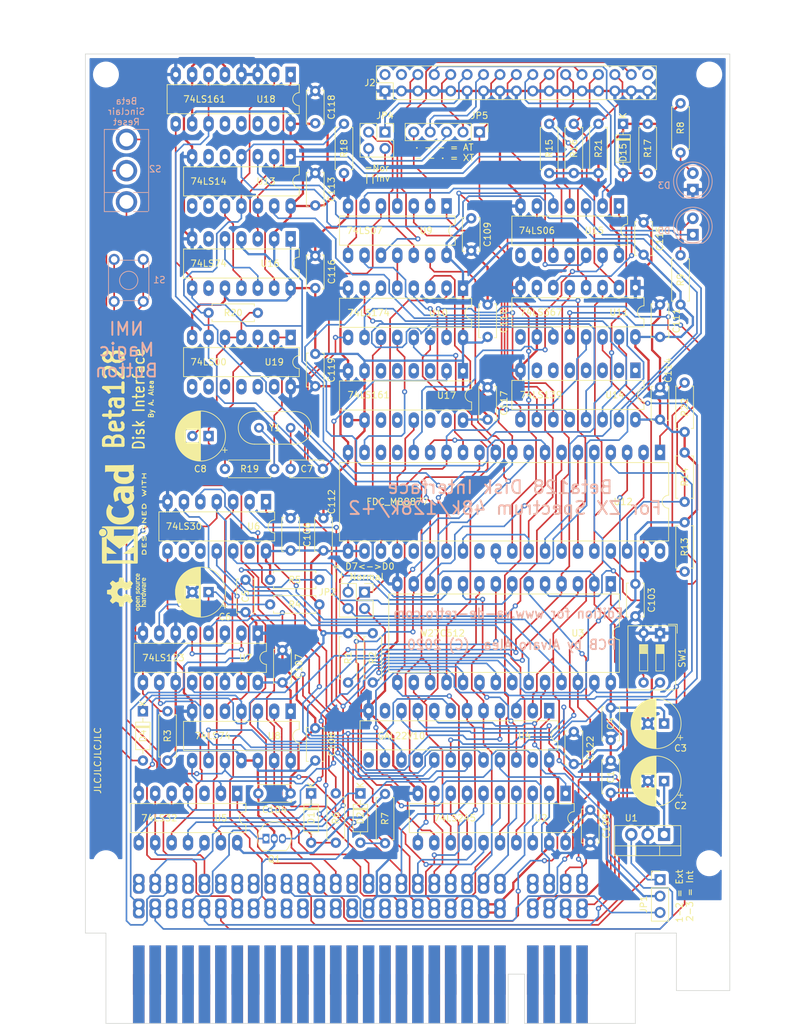
<source format=kicad_pcb>
(kicad_pcb (version 20200119) (host pcbnew "5.99.0-unknown-b1b8a32~88~ubuntu19.10.1")
  (layers (0 "F.Cu" signal) (31 "B.Cu" signal) (34 "B.Paste" user hide) (35 "F.Paste" user hide) (36 "B.SilkS" user hide) (37 "F.SilkS" user) (38 "B.Mask" user hide) (39 "F.Mask" user) (44 "Edge.Cuts" user))
  (net 0 "")
  (net 1 "+9V")
  (net 2 "GND")
  (net 3 "+5V")
  (net 4 "Net-(C5-Pad1)")
  (net 5 "Net-(C7-Pad1)")
  (net 6 "Net-(C8-Pad2)")
  (net 7 "Net-(C8-Pad1)")
  (net 8 "Net-(D1-Pad2)")
  (net 9 "Net-(D1-Pad1)")
  (net 10 "Net-(D5-Pad2)")
  (net 11 "plus3_5V")
  (net 12 "Net-(J2-Pad24)")
  (net 13 "Net-(J2-Pad22)")
  (net 14 "DIR")
  (net 15 "Net-(J2-Pad14)")
  (net 16 "Net-(J2-Pad10)")
  (net 17 "Net-(JP4-Pad3)")
  (net 18 "Net-(JP4-Pad2)")
  (net 19 "ROM_A14")
  (net 20 "ROM_A15")
  (net 21 "Net-(R18-Pad1)")
  (net 22 "Net-(R22-Pad1)")
  (net 23 "Net-(U6-Pad6)")
  (net 24 "Net-(U7-Pad2)")
  (net 25 "Net-(U14-Pad12)")
  (net 26 "Net-(U10-Pad5)")
  (net 27 "Net-(U14-Pad9)")
  (net 28 "Net-(U14-Pad11)")
  (net 29 "Net-(U14-Pad10)")
  (net 30 "DDEN")
  (net 31 "Net-(U10-Pad7)")
  (net 32 "FDC_RESET")
  (net 33 "Net-(U10-Pad10)")
  (net 34 "HLT")
  (net 35 "Net-(U12-Pad16)")
  (net 36 "Net-(U12-Pad15)")
  (net 37 "Net-(U12-Pad28)")
  (net 38 "Net-(U12-Pad31)")
  (net 39 "Net-(U12-Pad30)")
  (net 40 "Net-(U13-Pad12)")
  (net 41 "Net-(U13-Pad10)")
  (net 42 "Net-(U13-Pad2)")
  (net 43 "Net-(U16-Pad12)")
  (net 44 "Net-(R19-Pad1)")
  (net 45 "ROM_CE")
  (net 46 "A14+A15")
  (net 47 "U10_CP")
  (net 48 "U11_OEB")
  (net 49 "FDC_CS")
  (net 50 "Net-(C6-Pad1)")
  (net 51 "Net-(J1-PadB4)")
  (net 52 "Net-(J1-PadB13)")
  (net 53 "Net-(J1-PadB15)")
  (net 54 "Net-(J1-PadA8)")
  (net 55 "Net-(J1-PadA13)")
  (net 56 "Net-(J1-PadA15)")
  (net 57 "Net-(J1-PadA16)")
  (net 58 "Net-(J1-PadA17)")
  (net 59 "Net-(J1-PadA18)")
  (net 60 "Net-(J1-PadB20)")
  (net 61 "Net-(J1-PadB21)")
  (net 62 "Net-(J1-PadB22)")
  (net 63 "Net-(J1-PadB23)")
  (net 64 "Net-(J1-PadB25)")
  (net 65 "Net-(J1-PadB28)")
  (net 66 "Net-(J1-PadA19)")
  (net 67 "Net-(J1-PadA26)")
  (net 68 "/Disc Controler Logic/8Mhz")
  (net 69 "Net-(D2-Pad2)")
  (net 70 "Net-(D2-Pad1)")
  (net 71 "Net-(D3-Pad2)")
  (net 72 "Net-(D4-Pad2)")
  (net 73 "/Memory Paging Logic/{slash}RESET")
  (net 74 "Net-(D5-Pad1)")
  (net 75 "/Disc Controler Logic/{slash}IP")
  (net 76 "/Memory Paging Logic/D7")
  (net 77 "/Memory Paging Logic/D0")
  (net 78 "/Memory Paging Logic/D1")
  (net 79 "/Memory Paging Logic/D2")
  (net 80 "/Memory Paging Logic/D6")
  (net 81 "/Memory Paging Logic/D5")
  (net 82 "/Memory Paging Logic/D3")
  (net 83 "/Memory Paging Logic/D4")
  (net 84 "/Memory Paging Logic/{slash}NMI")
  (net 85 "/Memory Paging Logic/{slash}MREQ")
  (net 86 "/Memory Paging Logic/{slash}IORQ")
  (net 87 "/Memory Paging Logic/{slash}M1")
  (net 88 "/Memory Paging Logic/{slash}ROMCS")
  (net 89 "/Disc Controler Logic/HEAD")
  (net 90 "/Disc Controler Logic/DATA_READ")
  (net 91 "/Disc Controler Logic/{slash}WPRT")
  (net 92 "/Disc Controler Logic/{slash}TR00")
  (net 93 "/Disc Controler Logic/STEP")
  (net 94 "/Disc Controler Logic/H_DIR")
  (net 95 "/Disc Controler Logic/MOTOR_ON")
  (net 96 "/Disc Controler Logic/DS1")
  (net 97 "/Disc Controler Logic/DS3")
  (net 98 "Net-(JP1-Pad1)")
  (net 99 "Net-(JP2-Pad3)")
  (net 100 "Net-(JP2-Pad2)")
  (net 101 "/Disc Controler Logic/DS0")
  (net 102 "/Disc Controler Logic/DS2")
  (net 103 "/Memory Paging Logic/{slash}ROM_CE")
  (net 104 "Net-(R3-Pad2)")
  (net 105 "/Memory Paging Logic/{slash}RAMCOPY")
  (net 106 "/Disc Controler Logic/INTRQ")
  (net 107 "/Disc Controler Logic/DRQ")
  (net 108 "/Memory Paging Logic/{slash}P123")
  (net 109 "/Memory Paging Logic/BETA_ON")
  (net 110 "/Memory Paging Logic/{slash}A9")
  (net 111 "/Memory Paging Logic/IO_WR1")
  (net 112 "Net-(U5-Pad12)")
  (net 113 "Net-(U5-Pad10)")
  (net 114 "/Memory Paging Logic/BLOQ_IO")
  (net 115 "/Disc Controler Logic/FDC_IP")
  (net 116 "/Disc Controler Logic/FDC_TR00")
  (net 117 "/Disc Controler Logic/FDC_WPRT")
  (net 118 "/Disc Controler Logic/{slash}WF")
  (net 119 "/Disc Controler Logic/FD_DATA")
  (net 120 "/Disc Controler Logic/FD_CLK")
  (net 121 "/Disc Controler Logic/2Mhz")
  (net 122 "{slash}RD")
  (net 123 "{slash}WR")
  (net 124 "A15")
  (net 125 "A13")
  (net 126 "A8")
  (net 127 "A10")
  (net 128 "A11")
  (net 129 "A9")
  (net 130 "A7")
  (net 131 "A6")
  (net 132 "A4")
  (net 133 "A5")
  (net 134 "A14")
  (net 135 "A12")
  (net 136 "A0")
  (net 137 "A1")
  (net 138 "A2")
  (net 139 "A3")
  (net 140 "D'0")
  (net 141 "D'7")
  (net 142 "D'1")
  (net 143 "D'2")
  (net 144 "D'3")
  (net 145 "D'4")
  (net 146 "D'6")
  (net 147 "D'5")
  (module "Resistor_THT:R_Axial_DIN0207_L6.3mm_D2.5mm_P7.62mm_Horizontal" (layer "F.Cu") (at 64.77 74.295 180)
    (fp_text reference "R20" (at 3.81 0) (layer "F.SilkS"))
    (fp_text value "2K2")
    (pad "2" thru_hole oval (at 7.62 0 180) (size 1.6 1.6) (drill 0.8) (layers *.Cu *.Mask) (net 68 "/Disc Controler Logic/8Mhz"))
    (pad "1" thru_hole circle (at 0 0 180) (size 1.6 1.6) (drill 0.8) (layers *.Cu *.Mask) (net 6 "Net-(C8-Pad2)"))
  )
  (module "Symbol:KiCad-Logo2_6mm_SilkScreen" (layer "F.Cu") (at 43.18 105.41 90)
    (fp_text reference "REF1" hide)
    (fp_text value "KiCad-Logo2_6mm_SilkScreen" hide)
  )
  (module "Symbol:OSHW-Logo_5.7x6mm_SilkScreen" (layer "F.Cu") (at 44.45 117.475 90)
    (fp_text reference "REF2" hide)
    (fp_text value "OSHW-Logo_5.7x6mm_SilkScreen" hide)
  )
  (module "Package_DIP:DIP-14_W7.62mm_LongPads" (layer "F.Cu") (at 93.98 57.785 -90)
    (fp_text reference "U9" (at 3.81 3.175 180) (layer "F.SilkS"))
    (fp_text value "74LS07" (at 3.81 12.7 180) (layer "F.SilkS"))
    (pad "14" thru_hole oval (at 7.62 0 270) (size 2.4 1.6) (drill 0.8) (layers *.Cu *.Mask) (net 3 "+5V"))
    (pad "7" thru_hole oval (at 0 15.24 270) (size 2.4 1.6) (drill 0.8) (layers *.Cu *.Mask) (net 2 "GND"))
    (pad "13" thru_hole oval (at 7.62 2.54 270) (size 2.4 1.6) (drill 0.8) (layers *.Cu *.Mask) (net 25 "Net-(U14-Pad12)"))
    (pad "6" thru_hole oval (at 0 12.7 270) (size 2.4 1.6) (drill 0.8) (layers *.Cu *.Mask) (net 74 "Net-(D5-Pad1)"))
    (pad "12" thru_hole oval (at 7.62 5.08 270) (size 2.4 1.6) (drill 0.8) (layers *.Cu *.Mask) (net 17 "Net-(JP4-Pad3)"))
    (pad "5" thru_hole oval (at 0 10.16 270) (size 2.4 1.6) (drill 0.8) (layers *.Cu *.Mask) (net 114 "/Memory Paging Logic/BLOQ_IO"))
    (pad "11" thru_hole oval (at 7.62 7.62 270) (size 2.4 1.6) (drill 0.8) (layers *.Cu *.Mask) (net 26 "Net-(U10-Pad5)"))
    (pad "4" thru_hole oval (at 0 7.62 270) (size 2.4 1.6) (drill 0.8) (layers *.Cu *.Mask) (net 97 "/Disc Controler Logic/DS3"))
    (pad "10" thru_hole oval (at 7.62 10.16 270) (size 2.4 1.6) (drill 0.8) (layers *.Cu *.Mask) (net 89 "/Disc Controler Logic/HEAD"))
    (pad "3" thru_hole oval (at 0 5.08 270) (size 2.4 1.6) (drill 0.8) (layers *.Cu *.Mask) (net 27 "Net-(U14-Pad9)"))
    (pad "9" thru_hole oval (at 7.62 12.7 270) (size 2.4 1.6) (drill 0.8) (layers *.Cu *.Mask) (net 28 "Net-(U14-Pad11)"))
    (pad "2" thru_hole oval (at 0 2.54 270) (size 2.4 1.6) (drill 0.8) (layers *.Cu *.Mask) (net 102 "/Disc Controler Logic/DS2"))
    (pad "8" thru_hole oval (at 7.62 15.24 270) (size 2.4 1.6) (drill 0.8) (layers *.Cu *.Mask) (net 18 "Net-(JP4-Pad2)"))
    (pad "1" thru_hole rect (at 0 0 270) (size 2.4 1.6) (drill 0.8) (layers *.Cu *.Mask) (net 29 "Net-(U14-Pad10)"))
  )
  (module "SINCLAIR:ZX_EDGE" (layer "B.Cu") (at 80.645 180.34 180)
    (fp_text reference "ZX-EDGE_3" hide)
    (fp_text value "" hide)
    (pad "B1" connect rect (at -34.29 0 180) (size 1.778 7.62) (layers "B.Cu" "B.Mask"))
    (pad "B2" connect rect (at -31.75 0 180) (size 1.778 7.62) (layers "B.Cu" "B.Mask"))
    (pad "B3" connect rect (at -29.21 0 180) (size 1.778 7.62) (layers "B.Cu" "B.Mask"))
    (pad "B4" connect rect (at -26.67 0 180) (size 1.778 7.62) (layers "B.Cu" "B.Mask"))
    (pad "B6" connect rect (at -21.59 0 180) (size 1.778 7.62) (layers "B.Cu" "B.Mask"))
    (pad "B7" connect rect (at -19.05 0 180) (size 1.778 7.62) (layers "B.Cu" "B.Mask"))
    (pad "B8" connect rect (at -16.51 0 180) (size 1.778 7.62) (layers "B.Cu" "B.Mask"))
    (pad "B9" connect rect (at -13.97 0 180) (size 1.778 7.62) (layers "B.Cu" "B.Mask"))
    (pad "B10" connect rect (at -11.43 0 180) (size 1.778 7.62) (layers "B.Cu" "B.Mask"))
    (pad "B11" connect rect (at -8.89 0 180) (size 1.778 7.62) (layers "B.Cu" "B.Mask"))
    (pad "B12" connect rect (at -6.35 0 180) (size 1.778 7.62) (layers "B.Cu" "B.Mask"))
    (pad "B13" connect rect (at -3.81 0 180) (size 1.778 7.62) (layers "B.Cu" "B.Mask"))
    (pad "B14" connect rect (at -1.27 0 180) (size 1.778 7.62) (layers "B.Cu" "B.Mask"))
    (pad "B15" connect rect (at 1.27 0 180) (size 1.778 7.62) (layers "B.Cu" "B.Mask"))
    (pad "B16" connect rect (at 3.81 0 180) (size 1.778 7.62) (layers "B.Cu" "B.Mask"))
    (pad "B17" connect rect (at 6.35 0 180) (size 1.778 7.62) (layers "B.Cu" "B.Mask"))
    (pad "B18" connect rect (at 8.89 0 180) (size 1.778 7.62) (layers "B.Cu" "B.Mask"))
    (pad "A1" connect rect (at -34.29 0 180) (size 1.778 7.62) (layers "F.Cu" "F.Mask"))
    (pad "A2" connect rect (at -31.75 0 180) (size 1.778 7.62) (layers "F.Cu" "F.Mask"))
    (pad "A3" connect rect (at -29.21 0 180) (size 1.778 7.62) (layers "F.Cu" "F.Mask"))
    (pad "A4" connect rect (at -26.67 0 180) (size 1.778 7.62) (layers "F.Cu" "F.Mask"))
    (pad "A6" connect rect (at -21.59 0 180) (size 1.778 7.62) (layers "F.Cu" "F.Mask"))
    (pad "A7" connect rect (at -19.05 0 180) (size 1.778 7.62) (layers "F.Cu" "F.Mask"))
    (pad "A8" connect rect (at -16.51 0 180) (size 1.778 7.62) (layers "F.Cu" "F.Mask"))
    (pad "A9" connect rect (at -13.97 0 180) (size 1.778 7.62) (layers "F.Cu" "F.Mask"))
    (pad "A10" connect rect (at -11.43 0 180) (size 1.778 7.62) (layers "F.Cu" "F.Mask"))
    (pad "A11" connect rect (at -8.89 0 180) (size 1.778 7.62) (layers "F.Cu" "F.Mask"))
    (pad "A12" connect rect (at -6.35 0 180) (size 1.778 7.62) (layers "F.Cu" "F.Mask"))
    (pad "A13" connect rect (at -3.81 0 180) (size 1.778 7.62) (layers "F.Cu" "F.Mask"))
    (pad "A14" connect rect (at -1.27 0 180) (size 1.778 7.62) (layers "F.Cu" "F.Mask"))
    (pad "A15" connect rect (at 1.27 0 180) (size 1.778 7.62) (layers "F.Cu" "F.Mask"))
    (pad "A16" connect rect (at 3.81 0 180) (size 1.778 7.62) (layers "F.Cu" "F.Mask"))
    (pad "A17" connect rect (at 6.35 0 180) (size 1.778 7.62) (layers "F.Cu" "F.Mask"))
    (pad "A18" connect rect (at 8.89 0 180) (size 1.778 7.62) (layers "F.Cu" "F.Mask"))
    (pad "B19" connect rect (at 11.43 0 180) (size 1.778 7.62) (layers "B.Cu" "B.Mask"))
    (pad "B20" connect rect (at 13.97 0 180) (size 1.778 7.62) (layers "B.Cu" "B.Mask"))
    (pad "B21" connect rect (at 16.51 0 180) (size 1.778 7.62) (layers "B.Cu" "B.Mask"))
    (pad "B22" connect rect (at 19.05 0 180) (size 1.778 7.62) (layers "B.Cu" "B.Mask"))
    (pad "B23" connect rect (at 21.59 0 180) (size 1.778 7.62) (layers "B.Cu" "B.Mask"))
    (pad "B24" connect rect (at 24.13 0 180) (size 1.778 7.62) (layers "B.Cu" "B.Mask"))
    (pad "B25" connect rect (at 26.67 0 180) (size 1.778 7.62) (layers "B.Cu" "B.Mask"))
    (pad "B26" connect rect (at 29.21 0 180) (size 1.778 7.62) (layers "B.Cu" "B.Mask"))
    (pad "B27" connect rect (at 31.75 0 180) (size 1.778 7.62) (layers "B.Cu" "B.Mask"))
    (pad "B28" connect rect (at 34.29 0 180) (size 1.778 7.62) (layers "B.Cu" "B.Mask"))
    (pad "A19" connect rect (at 11.43 0 180) (size 1.778 7.62) (layers "F.Cu" "F.Mask"))
    (pad "A20" connect rect (at 13.97 0 180) (size 1.778 7.62) (layers "F.Cu" "F.Mask"))
    (pad "A21" connect rect (at 16.51 0 180) (size 1.778 7.62) (layers "F.Cu" "F.Mask"))
    (pad "A22" connect rect (at 19.05 0 180) (size 1.778 7.62) (layers "F.Cu" "F.Mask"))
    (pad "A23" connect rect (at 21.59 0 180) (size 1.778 7.62) (layers "F.Cu" "F.Mask"))
    (pad "A24" connect rect (at 24.13 0 180) (size 1.778 7.62) (layers "F.Cu" "F.Mask"))
    (pad "A25" connect rect (at 26.67 0 180) (size 1.778 7.62) (layers "F.Cu" "F.Mask"))
    (pad "A26" connect rect (at 29.21 0 180) (size 1.778 7.62) (layers "F.Cu" "F.Mask"))
    (pad "A27" connect rect (at 31.75 0 180) (size 1.778 7.62) (layers "F.Cu" "F.Mask"))
    (pad "A28" connect rect (at 34.29 0 180) (size 1.778 7.62) (layers "F.Cu" "F.Mask"))
  )
  (module "SINCLAIR:ZX_EDGE" (layer "B.Cu") (at 80.645 175.895 180)
    (fp_text reference "ZX-EDGE_2" hide)
    (fp_text value "" hide)
    (pad "B1" connect rect (at -34.29 0 180) (size 1.778 7.62) (layers "B.Cu" "B.Mask"))
    (pad "B2" connect rect (at -31.75 0 180) (size 1.778 7.62) (layers "B.Cu" "B.Mask"))
    (pad "B3" connect rect (at -29.21 0 180) (size 1.778 7.62) (layers "B.Cu" "B.Mask"))
    (pad "B4" connect rect (at -26.67 0 180) (size 1.778 7.62) (layers "B.Cu" "B.Mask"))
    (pad "B6" connect rect (at -21.59 0 180) (size 1.778 7.62) (layers "B.Cu" "B.Mask"))
    (pad "B7" connect rect (at -19.05 0 180) (size 1.778 7.62) (layers "B.Cu" "B.Mask"))
    (pad "B8" connect rect (at -16.51 0 180) (size 1.778 7.62) (layers "B.Cu" "B.Mask"))
    (pad "B9" connect rect (at -13.97 0 180) (size 1.778 7.62) (layers "B.Cu" "B.Mask"))
    (pad "B10" connect rect (at -11.43 0 180) (size 1.778 7.62) (layers "B.Cu" "B.Mask"))
    (pad "B11" connect rect (at -8.89 0 180) (size 1.778 7.62) (layers "B.Cu" "B.Mask"))
    (pad "B12" connect rect (at -6.35 0 180) (size 1.778 7.62) (layers "B.Cu" "B.Mask"))
    (pad "B13" connect rect (at -3.81 0 180) (size 1.778 7.62) (layers "B.Cu" "B.Mask"))
    (pad "B14" connect rect (at -1.27 0 180) (size 1.778 7.62) (layers "B.Cu" "B.Mask"))
    (pad "B15" connect rect (at 1.27 0 180) (size 1.778 7.62) (layers "B.Cu" "B.Mask"))
    (pad "B16" connect rect (at 3.81 0 180) (size 1.778 7.62) (layers "B.Cu" "B.Mask"))
    (pad "B17" connect rect (at 6.35 0 180) (size 1.778 7.62) (layers "B.Cu" "B.Mask"))
    (pad "B18" connect rect (at 8.89 0 180) (size 1.778 7.62) (layers "B.Cu" "B.Mask"))
    (pad "A1" connect rect (at -34.29 0 180) (size 1.778 7.62) (layers "F.Cu" "F.Mask"))
    (pad "A2" connect rect (at -31.75 0 180) (size 1.778 7.62) (layers "F.Cu" "F.Mask"))
    (pad "A3" connect rect (at -29.21 0 180) (size 1.778 7.62) (layers "F.Cu" "F.Mask"))
    (pad "A4" connect rect (at -26.67 0 180) (size 1.778 7.62) (layers "F.Cu" "F.Mask"))
    (pad "A6" connect rect (at -21.59 0 180) (size 1.778 7.62) (layers "F.Cu" "F.Mask"))
    (pad "A7" connect rect (at -19.05 0 180) (size 1.778 7.62) (layers "F.Cu" "F.Mask"))
    (pad "A8" connect rect (at -16.51 0 180) (size 1.778 7.62) (layers "F.Cu" "F.Mask"))
    (pad "A9" connect rect (at -13.97 0 180) (size 1.778 7.62) (layers "F.Cu" "F.Mask"))
    (pad "A10" connect rect (at -11.43 0 180) (size 1.778 7.62) (layers "F.Cu" "F.Mask"))
    (pad "A11" connect rect (at -8.89 0 180) (size 1.778 7.62) (layers "F.Cu" "F.Mask"))
    (pad "A12" connect rect (at -6.35 0 180) (size 1.778 7.62) (layers "F.Cu" "F.Mask"))
    (pad "A13" connect rect (at -3.81 0 180) (size 1.778 7.62) (layers "F.Cu" "F.Mask"))
    (pad "A14" connect rect (at -1.27 0 180) (size 1.778 7.62) (layers "F.Cu" "F.Mask"))
    (pad "A15" connect rect (at 1.27 0 180) (size 1.778 7.62) (layers "F.Cu" "F.Mask"))
    (pad "A16" connect rect (at 3.81 0 180) (size 1.778 7.62) (layers "F.Cu" "F.Mask"))
    (pad "A17" connect rect (at 6.35 0 180) (size 1.778 7.62) (layers "F.Cu" "F.Mask"))
    (pad "A18" connect rect (at 8.89 0 180) (size 1.778 7.62) (layers "F.Cu" "F.Mask"))
    (pad "B19" connect rect (at 11.43 0 180) (size 1.778 7.62) (layers "B.Cu" "B.Mask"))
    (pad "B20" connect rect (at 13.97 0 180) (size 1.778 7.62) (layers "B.Cu" "B.Mask"))
    (pad "B21" connect rect (at 16.51 0 180) (size 1.778 7.62) (layers "B.Cu" "B.Mask"))
    (pad "B22" connect rect (at 19.05 0 180) (size 1.778 7.62) (layers "B.Cu" "B.Mask"))
    (pad "B23" connect rect (at 21.59 0 180) (size 1.778 7.62) (layers "B.Cu" "B.Mask"))
    (pad "B24" connect rect (at 24.13 0 180) (size 1.778 7.62) (layers "B.Cu" "B.Mask"))
    (pad "B25" connect rect (at 26.67 0 180) (size 1.778 7.62) (layers "B.Cu" "B.Mask"))
    (pad "B26" connect rect (at 29.21 0 180) (size 1.778 7.62) (layers "B.Cu" "B.Mask"))
    (pad "B27" connect rect (at 31.75 0 180) (size 1.778 7.62) (layers "B.Cu" "B.Mask"))
    (pad "B28" connect rect (at 34.29 0 180) (size 1.778 7.62) (layers "B.Cu" "B.Mask"))
    (pad "A19" connect rect (at 11.43 0 180) (size 1.778 7.62) (layers "F.Cu" "F.Mask"))
    (pad "A20" connect rect (at 13.97 0 180) (size 1.778 7.62) (layers "F.Cu" "F.Mask"))
    (pad "A21" connect rect (at 16.51 0 180) (size 1.778 7.62) (layers "F.Cu" "F.Mask"))
    (pad "A22" connect rect (at 19.05 0 180) (size 1.778 7.62) (layers "F.Cu" "F.Mask"))
    (pad "A23" connect rect (at 21.59 0 180) (size 1.778 7.62) (layers "F.Cu" "F.Mask"))
    (pad "A24" connect rect (at 24.13 0 180) (size 1.778 7.62) (layers "F.Cu" "F.Mask"))
    (pad "A25" connect rect (at 26.67 0 180) (size 1.778 7.62) (layers "F.Cu" "F.Mask"))
    (pad "A26" connect rect (at 29.21 0 180) (size 1.778 7.62) (layers "F.Cu" "F.Mask"))
    (pad "A27" connect rect (at 31.75 0 180) (size 1.778 7.62) (layers "F.Cu" "F.Mask"))
    (pad "A28" connect rect (at 34.29 0 180) (size 1.778 7.62) (layers "F.Cu" "F.Mask"))
  )
  (module "SINCLAIR:SW_C&K_710x-xx-xx-Z-_SPDT" (layer "B.Cu") (at 44.45 57.15 90)
    (fp_text reference "S2" (at 5.08 4.445) (layer "B.SilkS") (effects (justify mirror)))
    (fp_text value "255SB")
    (pad "3" thru_hole circle (at 9.652 0 90) (size 3.302 3.302) (drill 2.159) (layers *.Cu *.Mask) (net 8 "Net-(D1-Pad2)"))
    (pad "2" thru_hole circle (at 4.826 0 90) (size 3.302 3.302) (drill 2.159) (layers *.Cu *.Mask) (net 72 "Net-(D4-Pad2)"))
    (pad "1" thru_hole circle (at 0 0 90) (size 3.302 3.302) (drill 2.159) (layers *.Cu *.Mask) (net 69 "Net-(D2-Pad2)"))
  )
  (module "SINCLAIR:ZX_EDGE_90extend" (layer "F.Cu") (at 79.375 164.465)
    (fp_text reference "J1" hide)
    (fp_text value "ZX_Spectrum_Connector_GENERIC_SORTED" hide)
    (pad "B1" thru_hole roundrect (at 35.56 -1.27) (size 1.778 1.778) (drill 1) (layers *.Cu *.Mask) (roundrect_rratio 0.33) (net 124 "A15"))
    (pad "B2" thru_hole roundrect (at 33.02 -1.27) (size 1.778 1.778) (drill 1) (layers *.Cu *.Mask) (roundrect_rratio 0.33) (net 125 "A13"))
    (pad "B3" thru_hole roundrect (at 30.48 -1.27) (size 1.778 1.778) (drill 1) (layers *.Cu *.Mask) (roundrect_rratio 0.33) (net 76 "/Memory Paging Logic/D7"))
    (pad "B4" thru_hole roundrect (at 27.94 -1.27) (size 1.778 1.778) (drill 1) (layers *.Cu *.Mask) (roundrect_rratio 0.33) (net 51 "Net-(J1-PadB4)"))
    (pad "B6" thru_hole roundrect (at 22.86 -1.27) (size 1.778 1.778) (drill 1) (layers *.Cu *.Mask) (roundrect_rratio 0.33) (net 77 "/Memory Paging Logic/D0"))
    (pad "B7" thru_hole roundrect (at 20.32 -1.27) (size 1.778 1.778) (drill 1) (layers *.Cu *.Mask) (roundrect_rratio 0.33) (net 78 "/Memory Paging Logic/D1"))
    (pad "B8" thru_hole roundrect (at 17.78 -1.27) (size 1.778 1.778) (drill 1) (layers *.Cu *.Mask) (roundrect_rratio 0.33) (net 79 "/Memory Paging Logic/D2"))
    (pad "B9" thru_hole roundrect (at 15.24 -1.27) (size 1.778 1.778) (drill 1) (layers *.Cu *.Mask) (roundrect_rratio 0.33) (net 80 "/Memory Paging Logic/D6"))
    (pad "B10" thru_hole roundrect (at 12.7 -1.27) (size 1.778 1.778) (drill 1) (layers *.Cu *.Mask) (roundrect_rratio 0.33) (net 81 "/Memory Paging Logic/D5"))
    (pad "B11" thru_hole roundrect (at 10.16 -1.27) (size 1.778 1.778) (drill 1) (layers *.Cu *.Mask) (roundrect_rratio 0.33) (net 82 "/Memory Paging Logic/D3"))
    (pad "B12" thru_hole roundrect (at 7.62 -1.27) (size 1.778 1.778) (drill 1) (layers *.Cu *.Mask) (roundrect_rratio 0.33) (net 83 "/Memory Paging Logic/D4"))
    (pad "B13" thru_hole roundrect (at 5.08 -1.27) (size 1.778 1.778) (drill 1) (layers *.Cu *.Mask) (roundrect_rratio 0.33) (net 52 "Net-(J1-PadB13)"))
    (pad "B14" thru_hole roundrect (at 2.54 -1.27) (size 1.778 1.778) (drill 1) (layers *.Cu *.Mask) (roundrect_rratio 0.33) (net 84 "/Memory Paging Logic/{slash}NMI"))
    (pad "B15" thru_hole roundrect (at 0 -1.27) (size 1.778 1.778) (drill 1) (layers *.Cu *.Mask) (roundrect_rratio 0.33) (net 53 "Net-(J1-PadB15)"))
    (pad "B16" thru_hole roundrect (at -2.54 -1.27) (size 1.778 1.778) (drill 1) (layers *.Cu *.Mask) (roundrect_rratio 0.33) (net 85 "/Memory Paging Logic/{slash}MREQ"))
    (pad "B17" thru_hole roundrect (at -5.08 -1.27) (size 1.778 1.778) (drill 1) (layers *.Cu *.Mask) (roundrect_rratio 0.33) (net 86 "/Memory Paging Logic/{slash}IORQ"))
    (pad "B18" thru_hole roundrect (at -7.62 -1.27) (size 1.778 1.778) (drill 1) (layers *.Cu *.Mask) (roundrect_rratio 0.33) (net 122 "{slash}RD"))
    (pad "B19" thru_hole roundrect (at -10.16 -1.27) (size 1.778 1.778) (drill 1) (layers *.Cu *.Mask) (roundrect_rratio 0.33) (net 123 "{slash}WR"))
    (pad "B20" thru_hole roundrect (at -12.7 -1.27) (size 1.778 1.778) (drill 1) (layers *.Cu *.Mask) (roundrect_rratio 0.33) (net 60 "Net-(J1-PadB20)"))
    (pad "B21" thru_hole roundrect (at -15.24 -1.27) (size 1.778 1.778) (drill 1) (layers *.Cu *.Mask) (roundrect_rratio 0.33) (net 61 "Net-(J1-PadB21)"))
    (pad "B22" thru_hole roundrect (at -17.78 -1.27) (size 1.778 1.778) (drill 1) (layers *.Cu *.Mask) (roundrect_rratio 0.33) (net 62 "Net-(J1-PadB22)"))
    (pad "B23" thru_hole roundrect (at -20.32 -1.27) (size 1.778 1.778) (drill 1) (layers *.Cu *.Mask) (roundrect_rratio 0.33) (net 63 "Net-(J1-PadB23)"))
    (pad "B26" thru_hole roundrect (at -27.94 -1.27) (size 1.778 1.778) (drill 1) (layers *.Cu *.Mask) (roundrect_rratio 0.33) (net 126 "A8"))
    (pad "B25" thru_hole roundrect (at -25.4 -1.27) (size 1.778 1.778) (drill 1) (layers *.Cu *.Mask) (roundrect_rratio 0.33) (net 64 "Net-(J1-PadB25)"))
    (pad "B28" thru_hole roundrect (at -33.02 -1.27) (size 1.778 1.778) (drill 1) (layers *.Cu *.Mask) (roundrect_rratio 0.33) (net 65 "Net-(J1-PadB28)"))
    (pad "B27" thru_hole roundrect (at -30.48 -1.27) (size 1.778 1.778) (drill 1) (layers *.Cu *.Mask) (roundrect_rratio 0.33) (net 127 "A10"))
    (pad "B24" thru_hole roundrect (at -22.86 -1.27) (size 1.778 1.778) (drill 1) (layers *.Cu *.Mask) (roundrect_rratio 0.33) (net 87 "/Memory Paging Logic/{slash}M1"))
    (pad "A28" thru_hole roundrect (at -33.02 1.27) (size 1.778 1.778) (drill 1) (layers *.Cu *.Mask) (roundrect_rratio 0.33) (net 128 "A11"))
    (pad "A27" thru_hole roundrect (at -30.48 1.27) (size 1.778 1.778) (drill 1) (layers *.Cu *.Mask) (roundrect_rratio 0.33) (net 129 "A9"))
    (pad "A26" thru_hole roundrect (at -27.94 1.27) (size 1.778 1.778) (drill 1) (layers *.Cu *.Mask) (roundrect_rratio 0.33) (net 67 "Net-(J1-PadA26)"))
    (pad "A19" thru_hole roundrect (at -10.16 1.27) (size 1.778 1.778) (drill 1) (layers *.Cu *.Mask) (roundrect_rratio 0.33) (net 66 "Net-(J1-PadA19)"))
    (pad "A21" thru_hole roundrect (at -15.24 1.27) (size 1.778 1.778) (drill 1) (layers *.Cu *.Mask) (roundrect_rratio 0.33) (net 130 "A7"))
    (pad "A22" thru_hole roundrect (at -17.78 1.27) (size 1.778 1.778) (drill 1) (layers *.Cu *.Mask) (roundrect_rratio 0.33) (net 131 "A6"))
    (pad "A25" thru_hole roundrect (at -25.4 1.27) (size 1.778 1.778) (drill 1) (layers *.Cu *.Mask) (roundrect_rratio 0.33) (net 88 "/Memory Paging Logic/{slash}ROMCS"))
    (pad "A24" thru_hole roundrect (at -22.86 1.27) (size 1.778 1.778) (drill 1) (layers *.Cu *.Mask) (roundrect_rratio 0.33) (net 132 "A4"))
    (pad "A23" thru_hole roundrect (at -20.32 1.27) (size 1.778 1.778) (drill 1) (layers *.Cu *.Mask) (roundrect_rratio 0.33) (net 133 "A5"))
    (pad "A1" thru_hole roundrect (at 35.56 1.27) (size 1.778 1.778) (drill 1) (layers *.Cu *.Mask) (roundrect_rratio 0.33) (net 134 "A14"))
    (pad "A2" thru_hole roundrect (at 33.02 1.27) (size 1.778 1.778) (drill 1) (layers *.Cu *.Mask) (roundrect_rratio 0.33) (net 135 "A12"))
    (pad "A3" thru_hole roundrect (at 30.48 1.27) (size 1.778 1.778) (drill 1) (layers *.Cu *.Mask) (roundrect_rratio 0.33) (net 11 "plus3_5V"))
    (pad "A4" thru_hole roundrect (at 27.94 1.27) (size 1.778 1.778) (drill 1) (layers *.Cu *.Mask) (roundrect_rratio 0.33) (net 1 "+9V"))
    (pad "A6" thru_hole roundrect (at 22.86 1.27) (size 1.778 1.778) (drill 1) (layers *.Cu *.Mask) (roundrect_rratio 0.33) (net 2 "GND"))
    (pad "A7" thru_hole roundrect (at 20.32 1.27) (size 1.778 1.778) (drill 1) (layers *.Cu *.Mask) (roundrect_rratio 0.33) (net 2 "GND"))
    (pad "A8" thru_hole roundrect (at 17.78 1.27) (size 1.778 1.778) (drill 1) (layers *.Cu *.Mask) (roundrect_rratio 0.33) (net 54 "Net-(J1-PadA8)"))
    (pad "A9" thru_hole roundrect (at 15.24 1.27) (size 1.778 1.778) (drill 1) (layers *.Cu *.Mask) (roundrect_rratio 0.33) (net 136 "A0"))
    (pad "A10" thru_hole roundrect (at 12.7 1.27) (size 1.778 1.778) (drill 1) (layers *.Cu *.Mask) (roundrect_rratio 0.33) (net 137 "A1"))
    (pad "A11" thru_hole roundrect (at 10.16 1.27) (size 1.778 1.778) (drill 1) (layers *.Cu *.Mask) (roundrect_rratio 0.33) (net 138 "A2"))
    (pad "A12" thru_hole roundrect (at 7.62 1.27) (size 1.778 1.778) (drill 1) (layers *.Cu *.Mask) (roundrect_rratio 0.33) (net 139 "A3"))
    (pad "A13" thru_hole roundrect (at 5.08 1.27) (size 1.778 1.778) (drill 1) (layers *.Cu *.Mask) (roundrect_rratio 0.33) (net 55 "Net-(J1-PadA13)"))
    (pad "A14" thru_hole roundrect (at 2.54 1.27) (size 1.778 1.778) (drill 1) (layers *.Cu *.Mask) (roundrect_rratio 0.33) (net 2 "GND"))
    (pad "A15" thru_hole roundrect (at 0 1.27) (size 1.778 1.778) (drill 1) (layers *.Cu *.Mask) (roundrect_rratio 0.33) (net 56 "Net-(J1-PadA15)"))
    (pad "A16" thru_hole roundrect (at -2.54 1.27) (size 1.778 1.778) (drill 1) (layers *.Cu *.Mask) (roundrect_rratio 0.33) (net 57 "Net-(J1-PadA16)"))
    (pad "A17" thru_hole roundrect (at -5.08 1.27) (size 1.778 1.778) (drill 1) (layers *.Cu *.Mask) (roundrect_rratio 0.33) (net 58 "Net-(J1-PadA17)"))
    (pad "A18" thru_hole roundrect (at -7.62 1.27) (size 1.778 1.778) (drill 1) (layers *.Cu *.Mask) (roundrect_rratio 0.33) (net 59 "Net-(J1-PadA18)"))
    (pad "A20" thru_hole roundrect (at -12.7 1.27) (size 1.778 1.778) (drill 1) (layers *.Cu *.Mask) (roundrect_rratio 0.33) (net 73 "/Memory Paging Logic/{slash}RESET"))
    (pad "B1" thru_hole roundrect (at 35.56 -2.54) (size 1.778 1.778) (drill 1) (layers *.Cu *.Mask) (roundrect_rratio 0.33) (net 124 "A15"))
    (pad "B2" thru_hole roundrect (at 33.02 -2.54) (size 1.778 1.778) (drill 1) (layers *.Cu *.Mask) (roundrect_rratio 0.33) (net 125 "A13"))
    (pad "B3" thru_hole roundrect (at 30.48 -2.54) (size 1.778 1.778) (drill 1) (layers *.Cu *.Mask) (roundrect_rratio 0.33) (net 76 "/Memory Paging Logic/D7"))
    (pad "B4" thru_hole roundrect (at 27.94 -2.54) (size 1.778 1.778) (drill 1) (layers *.Cu *.Mask) (roundrect_rratio 0.33) (net 51 "Net-(J1-PadB4)"))
    (pad "B6" thru_hole roundrect (at 22.86 -2.54) (size 1.778 1.778) (drill 1) (layers *.Cu *.Mask) (roundrect_rratio 0.33) (net 77 "/Memory Paging Logic/D0"))
    (pad "B7" thru_hole roundrect (at 20.32 -2.54) (size 1.778 1.778) (drill 1) (layers *.Cu *.Mask) (roundrect_rratio 0.33) (net 78 "/Memory Paging Logic/D1"))
    (pad "B8" thru_hole roundrect (at 17.78 -2.54) (size 1.778 1.778) (drill 1) (layers *.Cu *.Mask) (roundrect_rratio 0.33) (net 79 "/Memory Paging Logic/D2"))
    (pad "B9" thru_hole roundrect (at 15.24 -2.54) (size 1.778 1.778) (drill 1) (layers *.Cu *.Mask) (roundrect_rratio 0.33) (net 80 "/Memory Paging Logic/D6"))
    (pad "B10" thru_hole roundrect (at 12.7 -2.54) (size 1.778 1.778) (drill 1) (layers *.Cu *.Mask) (roundrect_rratio 0.33) (net 81 "/Memory Paging Logic/D5"))
    (pad "B11" thru_hole roundrect (at 10.16 -2.54) (size 1.778 1.778) (drill 1) (layers *.Cu *.Mask) (roundrect_rratio 0.33) (net 82 "/Memory Paging Logic/D3"))
    (pad "B12" thru_hole roundrect (at 7.62 -2.54) (size 1.778 1.778) (drill 1) (layers *.Cu *.Mask) (roundrect_rratio 0.33) (net 83 "/Memory Paging Logic/D4"))
    (pad "B13" thru_hole roundrect (at 5.08 -2.54) (size 1.778 1.778) (drill 1) (layers *.Cu *.Mask) (roundrect_rratio 0.33) (net 52 "Net-(J1-PadB13)"))
    (pad "B14" thru_hole roundrect (at 2.54 -2.54) (size 1.778 1.778) (drill 1) (layers *.Cu *.Mask) (roundrect_rratio 0.33) (net 84 "/Memory Paging Logic/{slash}NMI"))
    (pad "B15" thru_hole roundrect (at 0 -2.54) (size 1.778 1.778) (drill 1) (layers *.Cu *.Mask) (roundrect_rratio 0.33) (net 53 "Net-(J1-PadB15)"))
    (pad "B16" thru_hole roundrect (at -2.54 -2.54) (size 1.778 1.778) (drill 1) (layers *.Cu *.Mask) (roundrect_rratio 0.33) (net 85 "/Memory Paging Logic/{slash}MREQ"))
    (pad "B17" thru_hole roundrect (at -5.08 -2.54) (size 1.778 1.778) (drill 1) (layers *.Cu *.Mask) (roundrect_rratio 0.33) (net 86 "/Memory Paging Logic/{slash}IORQ"))
    (pad "B18" thru_hole roundrect (at -7.62 -2.54) (size 1.778 1.778) (drill 1) (layers *.Cu *.Mask) (roundrect_rratio 0.33) (net 122 "{slash}RD"))
    (pad "A1" thru_hole roundrect (at 35.56 2.54) (size 1.778 1.778) (drill 1) (layers *.Cu *.Mask) (roundrect_rratio 0.33) (net 134 "A14"))
    (pad "A2" thru_hole roundrect (at 33.02 2.54) (size 1.778 1.778) (drill 1) (layers *.Cu *.Mask) (roundrect_rratio 0.33) (net 135 "A12"))
    (pad "A3" thru_hole roundrect (at 30.48 2.54) (size 1.778 1.778) (drill 1) (layers *.Cu *.Mask) (roundrect_rratio 0.33) (net 11 "plus3_5V"))
    (pad "A4" thru_hole roundrect (at 27.94 2.54) (size 1.778 1.778) (drill 1) (layers *.Cu *.Mask) (roundrect_rratio 0.33) (net 1 "+9V"))
    (pad "A6" thru_hole roundrect (at 22.86 2.54) (size 1.778 1.778) (drill 1) (layers *.Cu *.Mask) (roundrect_rratio 0.33) (net 2 "GND"))
    (pad "A7" thru_hole roundrect (at 20.32 2.54) (size 1.778 1.778) (drill 1) (layers *.Cu *.Mask) (roundrect_rratio 0.33) (net 2 "GND"))
    (pad "A8" thru_hole roundrect (at 17.78 2.54) (size 1.778 1.778) (drill 1) (layers *.Cu *.Mask) (roundrect_rratio 0.33) (net 54 "Net-(J1-PadA8)"))
    (pad "A9" thru_hole roundrect (at 15.24 2.54) (size 1.778 1.778) (drill 1) (layers *.Cu *.Mask) (roundrect_rratio 0.33) (net 136 "A0"))
    (pad "A10" thru_hole roundrect (at 12.7 2.54) (size 1.778 1.778) (drill 1) (layers *.Cu *.Mask) (roundrect_rratio 0.33) (net 137 "A1"))
    (pad "A11" thru_hole roundrect (at 10.16 2.54) (size 1.778 1.778) (drill 1) (layers *.Cu *.Mask) (roundrect_rratio 0.33) (net 138 "A2"))
    (pad "A12" thru_hole roundrect (at 7.62 2.54) (size 1.778 1.778) (drill 1) (layers *.Cu *.Mask) (roundrect_rratio 0.33) (net 139 "A3"))
    (pad "A13" thru_hole roundrect (at 5.08 2.54) (size 1.778 1.778) (drill 1) (layers *.Cu *.Mask) (roundrect_rratio 0.33) (net 55 "Net-(J1-PadA13)"))
    (pad "A14" thru_hole roundrect (at 2.54 2.54) (size 1.778 1.778) (drill 1) (layers *.Cu *.Mask) (roundrect_rratio 0.33) (net 2 "GND"))
    (pad "A15" thru_hole roundrect (at 0 2.54) (size 1.778 1.778) (drill 1) (layers *.Cu *.Mask) (roundrect_rratio 0.33) (net 56 "Net-(J1-PadA15)"))
    (pad "A16" thru_hole roundrect (at -2.54 2.54) (size 1.778 1.778) (drill 1) (layers *.Cu *.Mask) (roundrect_rratio 0.33) (net 57 "Net-(J1-PadA16)"))
    (pad "A17" thru_hole roundrect (at -5.08 2.54) (size 1.778 1.778) (drill 1) (layers *.Cu *.Mask) (roundrect_rratio 0.33) (net 58 "Net-(J1-PadA17)"))
    (pad "A18" thru_hole roundrect (at -7.62 2.54) (size 1.778 1.778) (drill 1) (layers *.Cu *.Mask) (roundrect_rratio 0.33) (net 59 "Net-(J1-PadA18)"))
    (pad "B19" thru_hole roundrect (at -10.16 -2.54) (size 1.778 1.778) (drill 1) (layers *.Cu *.Mask) (roundrect_rratio 0.33) (net 123 "{slash}WR"))
    (pad "B20" thru_hole roundrect (at -12.7 -2.54) (size 1.778 1.778) (drill 1) (layers *.Cu *.Mask) (roundrect_rratio 0.33) (net 60 "Net-(J1-PadB20)"))
    (pad "B21" thru_hole roundrect (at -15.24 -2.54) (size 1.778 1.778) (drill 1) (layers *.Cu *.Mask) (roundrect_rratio 0.33) (net 61 "Net-(J1-PadB21)"))
    (pad "B22" thru_hole roundrect (at -17.78 -2.54) (size 1.778 1.778) (drill 1) (layers *.Cu *.Mask) (roundrect_rratio 0.33) (net 62 "Net-(J1-PadB22)"))
    (pad "B23" thru_hole roundrect (at -20.32 -2.54) (size 1.778 1.778) (drill 1) (layers *.Cu *.Mask) (roundrect_rratio 0.33) (net 63 "Net-(J1-PadB23)"))
    (pad "B24" thru_hole roundrect (at -22.86 -2.54) (size 1.778 1.778) (drill 1) (layers *.Cu *.Mask) (roundrect_rratio 0.33) (net 87 "/Memory Paging Logic/{slash}M1"))
    (pad "B25" thru_hole roundrect (at -25.4 -2.54) (size 1.778 1.778) (drill 1) (layers *.Cu *.Mask) (roundrect_rratio 0.33) (net 64 "Net-(J1-PadB25)"))
    (pad "B26" thru_hole roundrect (at -27.94 -2.54) (size 1.778 1.778) (drill 1) (layers *.Cu *.Mask) (roundrect_rratio 0.33) (net 126 "A8"))
    (pad "B27" thru_hole roundrect (at -30.48 -2.54) (size 1.778 1.778) (drill 1) (layers *.Cu *.Mask) (roundrect_rratio 0.33) (net 127 "A10"))
    (pad "B28" thru_hole roundrect (at -33.02 -2.54) (size 1.778 1.778) (drill 1) (layers *.Cu *.Mask) (roundrect_rratio 0.33) (net 65 "Net-(J1-PadB28)"))
    (pad "A19" thru_hole roundrect (at -10.16 2.54) (size 1.778 1.778) (drill 1) (layers *.Cu *.Mask) (roundrect_rratio 0.33) (net 66 "Net-(J1-PadA19)"))
    (pad "A20" thru_hole roundrect (at -12.7 2.54) (size 1.778 1.778) (drill 1) (layers *.Cu *.Mask) (roundrect_rratio 0.33) (net 73 "/Memory Paging Logic/{slash}RESET"))
    (pad "A21" thru_hole roundrect (at -15.24 2.54) (size 1.778 1.778) (drill 1) (layers *.Cu *.Mask) (roundrect_rratio 0.33) (net 130 "A7"))
    (pad "A22" thru_hole roundrect (at -17.78 2.54) (size 1.778 1.778) (drill 1) (layers *.Cu *.Mask) (roundrect_rratio 0.33) (net 131 "A6"))
    (pad "A23" thru_hole roundrect (at -20.32 2.54) (size 1.778 1.778) (drill 1) (layers *.Cu *.Mask) (roundrect_rratio 0.33) (net 133 "A5"))
    (pad "A24" thru_hole roundrect (at -22.86 2.54) (size 1.778 1.778) (drill 1) (layers *.Cu *.Mask) (roundrect_rratio 0.33) (net 132 "A4"))
    (pad "A25" thru_hole roundrect (at -25.4 2.54) (size 1.778 1.778) (drill 1) (layers *.Cu *.Mask) (roundrect_rratio 0.33) (net 88 "/Memory Paging Logic/{slash}ROMCS"))
    (pad "A26" thru_hole roundrect (at -27.94 2.54) (size 1.778 1.778) (drill 1) (layers *.Cu *.Mask) (roundrect_rratio 0.33) (net 67 "Net-(J1-PadA26)"))
    (pad "A27" thru_hole roundrect (at -30.48 2.54) (size 1.778 1.778) (drill 1) (layers *.Cu *.Mask) (roundrect_rratio 0.33) (net 129 "A9"))
    (pad "A28" thru_hole roundrect (at -33.02 2.54) (size 1.778 1.778) (drill 1) (layers *.Cu *.Mask) (roundrect_rratio 0.33) (net 128 "A11"))
  )
  (module "Capacitor_THT:C_Disc_D5.0mm_W2.5mm_P5.00mm" (layer "F.Cu") (at 73.66 70.485 90)
    (fp_text reference "C116" (at 2.54 2.54 90) (layer "F.SilkS"))
    (fp_text value "100n")
    (pad "2" thru_hole circle (at 5 0 90) (size 1.6 1.6) (drill 0.8) (layers *.Cu *.Mask) (net 2 "GND"))
    (pad "1" thru_hole circle (at 0 0 90) (size 1.6 1.6) (drill 0.8) (layers *.Cu *.Mask) (net 3 "+5V"))
  )
  (module "Package_DIP:DIP-16_W7.62mm_LongPads" (layer "F.Cu") (at 64.77 123.825 -90)
    (fp_text reference "U7" (at 3.81 1.905 180) (layer "F.SilkS"))
    (fp_text value "74LS123" (at 3.81 14.605 180) (layer "F.SilkS"))
    (pad "16" thru_hole oval (at 7.62 0 270) (size 2.4 1.6) (drill 0.8) (layers *.Cu *.Mask) (net 3 "+5V"))
    (pad "8" thru_hole oval (at 0 17.78 270) (size 2.4 1.6) (drill 0.8) (layers *.Cu *.Mask) (net 2 "GND"))
    (pad "15" thru_hole oval (at 7.62 2.54 270) (size 2.4 1.6) (drill 0.8) (layers *.Cu *.Mask) (net 4 "Net-(C5-Pad1)"))
    (pad "7" thru_hole oval (at 0 15.24 270) (size 2.4 1.6) (drill 0.8) (layers *.Cu *.Mask) (net 50 "Net-(C6-Pad1)"))
    (pad "14" thru_hole oval (at 7.62 5.08 270) (size 2.4 1.6) (drill 0.8) (layers *.Cu *.Mask) (net 2 "GND"))
    (pad "6" thru_hole oval (at 0 12.7 270) (size 2.4 1.6) (drill 0.8) (layers *.Cu *.Mask) (net 2 "GND"))
    (pad "13" thru_hole oval (at 7.62 7.62 270) (size 2.4 1.6) (drill 0.8) (layers *.Cu *.Mask))
    (pad "5" thru_hole oval (at 0 10.16 270) (size 2.4 1.6) (drill 0.8) (layers *.Cu *.Mask) (net 24 "Net-(U7-Pad2)"))
    (pad "12" thru_hole oval (at 7.62 10.16 270) (size 2.4 1.6) (drill 0.8) (layers *.Cu *.Mask) (net 84 "/Memory Paging Logic/{slash}NMI"))
    (pad "4" thru_hole oval (at 0 7.62 270) (size 2.4 1.6) (drill 0.8) (layers *.Cu *.Mask) (net 105 "/Memory Paging Logic/{slash}RAMCOPY"))
    (pad "11" thru_hole oval (at 7.62 12.7 270) (size 2.4 1.6) (drill 0.8) (layers *.Cu *.Mask) (net 3 "+5V"))
    (pad "3" thru_hole oval (at 0 5.08 270) (size 2.4 1.6) (drill 0.8) (layers *.Cu *.Mask) (net 3 "+5V"))
    (pad "10" thru_hole oval (at 7.62 15.24 270) (size 2.4 1.6) (drill 0.8) (layers *.Cu *.Mask) (net 46 "A14+A15"))
    (pad "2" thru_hole oval (at 0 2.54 270) (size 2.4 1.6) (drill 0.8) (layers *.Cu *.Mask) (net 24 "Net-(U7-Pad2)"))
    (pad "9" thru_hole oval (at 7.62 17.78 270) (size 2.4 1.6) (drill 0.8) (layers *.Cu *.Mask) (net 104 "Net-(R3-Pad2)"))
    (pad "1" thru_hole rect (at 0 0 270) (size 2.4 1.6) (drill 0.8) (layers *.Cu *.Mask) (net 2 "GND"))
  )
  (module "Capacitor_THT:CP_Radial_D7.5mm_P2.50mm" (layer "F.Cu") (at 127.635 137.795 180)
    (fp_text reference "C3" (at -2.54 -3.81) (layer "F.SilkS"))
    (fp_text value "220u/16 V")
    (pad "2" thru_hole circle (at 2.5 0 180) (size 1.6 1.6) (drill 0.8) (layers *.Cu *.Mask) (net 2 "GND"))
    (pad "1" thru_hole rect (at 0 0 180) (size 1.6 1.6) (drill 0.8) (layers *.Cu *.Mask) (net 3 "+5V"))
  )
  (module "Package_DIP:DIP-14_W7.62mm_LongPads" (layer "F.Cu") (at 69.85 50.165 -90)
    (fp_text reference "U13" (at 3.81 3.81 180) (layer "F.SilkS"))
    (fp_text value "74LS14" (at 3.81 12.7 180) (layer "F.SilkS"))
    (pad "14" thru_hole oval (at 7.62 0 270) (size 2.4 1.6) (drill 0.8) (layers *.Cu *.Mask) (net 3 "+5V"))
    (pad "7" thru_hole oval (at 0 15.24 270) (size 2.4 1.6) (drill 0.8) (layers *.Cu *.Mask) (net 2 "GND"))
    (pad "13" thru_hole oval (at 7.62 2.54 270) (size 2.4 1.6) (drill 0.8) (layers *.Cu *.Mask) (net 118 "/Disc Controler Logic/{slash}WF"))
    (pad "6" thru_hole oval (at 0 12.7 270) (size 2.4 1.6) (drill 0.8) (layers *.Cu *.Mask))
    (pad "12" thru_hole oval (at 7.62 5.08 270) (size 2.4 1.6) (drill 0.8) (layers *.Cu *.Mask) (net 40 "Net-(U13-Pad12)"))
    (pad "5" thru_hole oval (at 0 10.16 270) (size 2.4 1.6) (drill 0.8) (layers *.Cu *.Mask))
    (pad "11" thru_hole oval (at 7.62 7.62 270) (size 2.4 1.6) (drill 0.8) (layers *.Cu *.Mask) (net 68 "/Disc Controler Logic/8Mhz"))
    (pad "4" thru_hole oval (at 0 7.62 270) (size 2.4 1.6) (drill 0.8) (layers *.Cu *.Mask) (net 21 "Net-(R18-Pad1)"))
    (pad "10" thru_hole oval (at 7.62 10.16 270) (size 2.4 1.6) (drill 0.8) (layers *.Cu *.Mask) (net 41 "Net-(U13-Pad10)"))
    (pad "3" thru_hole oval (at 0 5.08 270) (size 2.4 1.6) (drill 0.8) (layers *.Cu *.Mask) (net 37 "Net-(U12-Pad28)"))
    (pad "9" thru_hole oval (at 7.62 12.7 270) (size 2.4 1.6) (drill 0.8) (layers *.Cu *.Mask))
    (pad "2" thru_hole oval (at 0 2.54 270) (size 2.4 1.6) (drill 0.8) (layers *.Cu *.Mask) (net 42 "Net-(U13-Pad2)"))
    (pad "8" thru_hole oval (at 7.62 15.24 270) (size 2.4 1.6) (drill 0.8) (layers *.Cu *.Mask))
    (pad "1" thru_hole rect (at 0 0 270) (size 2.4 1.6) (drill 0.8) (layers *.Cu *.Mask) (net 90 "/Disc Controler Logic/DATA_READ"))
  )
  (module "Resistor_THT:R_Axial_DIN0207_L6.3mm_D2.5mm_P7.62mm_Horizontal" (layer "F.Cu") (at 109.855 45.085 -90)
    (fp_text reference "R15" (at 3.81 0 90) (layer "F.SilkS"))
    (fp_text value "1K")
    (pad "2" thru_hole oval (at 7.62 0 270) (size 1.6 1.6) (drill 0.8) (layers *.Cu *.Mask) (net 3 "+5V"))
    (pad "1" thru_hole circle (at 0 0 270) (size 1.6 1.6) (drill 0.8) (layers *.Cu *.Mask) (net 92 "/Disc Controler Logic/{slash}TR00"))
  )
  (module "Package_DIP:DIP-40_W15.24mm_LongPads" (layer "F.Cu") (at 127 95.885 -90)
    (fp_text reference "U12" (at 7.62 5.715 180) (layer "F.SilkS"))
    (fp_text value "FDC_MB8877" (at 7.62 40.64 180) (layer "F.SilkS"))
    (pad "40" thru_hole oval (at 15.24 0 270) (size 2.4 1.6) (drill 0.8) (layers *.Cu *.Mask))
    (pad "20" thru_hole oval (at 0 48.26 270) (size 2.4 1.6) (drill 0.8) (layers *.Cu *.Mask) (net 2 "GND"))
    (pad "39" thru_hole oval (at 15.24 2.54 270) (size 2.4 1.6) (drill 0.8) (layers *.Cu *.Mask) (net 106 "/Disc Controler Logic/INTRQ"))
    (pad "19" thru_hole oval (at 0 45.72 270) (size 2.4 1.6) (drill 0.8) (layers *.Cu *.Mask) (net 32 "FDC_RESET"))
    (pad "38" thru_hole oval (at 15.24 5.08 270) (size 2.4 1.6) (drill 0.8) (layers *.Cu *.Mask) (net 107 "/Disc Controler Logic/DRQ"))
    (pad "18" thru_hole oval (at 0 43.18 270) (size 2.4 1.6) (drill 0.8) (layers *.Cu *.Mask))
    (pad "37" thru_hole oval (at 15.24 7.62 270) (size 2.4 1.6) (drill 0.8) (layers *.Cu *.Mask) (net 30 "DDEN"))
    (pad "17" thru_hole oval (at 0 40.64 270) (size 2.4 1.6) (drill 0.8) (layers *.Cu *.Mask))
    (pad "36" thru_hole oval (at 15.24 10.16 270) (size 2.4 1.6) (drill 0.8) (layers *.Cu *.Mask) (net 117 "/Disc Controler Logic/FDC_WPRT"))
    (pad "16" thru_hole oval (at 0 38.1 270) (size 2.4 1.6) (drill 0.8) (layers *.Cu *.Mask) (net 35 "Net-(U12-Pad16)"))
    (pad "35" thru_hole oval (at 15.24 12.7 270) (size 2.4 1.6) (drill 0.8) (layers *.Cu *.Mask) (net 115 "/Disc Controler Logic/FDC_IP"))
    (pad "15" thru_hole oval (at 0 35.56 270) (size 2.4 1.6) (drill 0.8) (layers *.Cu *.Mask) (net 36 "Net-(U12-Pad15)"))
    (pad "34" thru_hole oval (at 15.24 15.24 270) (size 2.4 1.6) (drill 0.8) (layers *.Cu *.Mask) (net 116 "/Disc Controler Logic/FDC_TR00"))
    (pad "14" thru_hole oval (at 0 33.02 270) (size 2.4 1.6) (drill 0.8) (layers *.Cu *.Mask) (net 141 "D'7"))
    (pad "33" thru_hole oval (at 15.24 17.78 270) (size 2.4 1.6) (drill 0.8) (layers *.Cu *.Mask) (net 118 "/Disc Controler Logic/{slash}WF"))
    (pad "13" thru_hole oval (at 0 30.48 270) (size 2.4 1.6) (drill 0.8) (layers *.Cu *.Mask) (net 146 "D'6"))
    (pad "32" thru_hole oval (at 15.24 20.32 270) (size 2.4 1.6) (drill 0.8) (layers *.Cu *.Mask) (net 37 "Net-(U12-Pad28)"))
    (pad "12" thru_hole oval (at 0 27.94 270) (size 2.4 1.6) (drill 0.8) (layers *.Cu *.Mask) (net 147 "D'5"))
    (pad "31" thru_hole oval (at 15.24 22.86 270) (size 2.4 1.6) (drill 0.8) (layers *.Cu *.Mask) (net 38 "Net-(U12-Pad31)"))
    (pad "11" thru_hole oval (at 0 25.4 270) (size 2.4 1.6) (drill 0.8) (layers *.Cu *.Mask) (net 145 "D'4"))
    (pad "30" thru_hole oval (at 15.24 25.4 270) (size 2.4 1.6) (drill 0.8) (layers *.Cu *.Mask) (net 39 "Net-(U12-Pad30)"))
    (pad "10" thru_hole oval (at 0 22.86 270) (size 2.4 1.6) (drill 0.8) (layers *.Cu *.Mask) (net 144 "D'3"))
    (pad "29" thru_hole oval (at 15.24 27.94 270) (size 2.4 1.6) (drill 0.8) (layers *.Cu *.Mask))
    (pad "9" thru_hole oval (at 0 20.32 270) (size 2.4 1.6) (drill 0.8) (layers *.Cu *.Mask) (net 143 "D'2"))
    (pad "28" thru_hole oval (at 15.24 30.48 270) (size 2.4 1.6) (drill 0.8) (layers *.Cu *.Mask) (net 37 "Net-(U12-Pad28)"))
    (pad "8" thru_hole oval (at 0 17.78 270) (size 2.4 1.6) (drill 0.8) (layers *.Cu *.Mask) (net 142 "D'1"))
    (pad "27" thru_hole oval (at 15.24 33.02 270) (size 2.4 1.6) (drill 0.8) (layers *.Cu *.Mask) (net 119 "/Disc Controler Logic/FD_DATA"))
    (pad "7" thru_hole oval (at 0 15.24 270) (size 2.4 1.6) (drill 0.8) (layers *.Cu *.Mask) (net 140 "D'0"))
    (pad "26" thru_hole oval (at 15.24 35.56 270) (size 2.4 1.6) (drill 0.8) (layers *.Cu *.Mask) (net 120 "/Disc Controler Logic/FD_CLK"))
    (pad "6" thru_hole oval (at 0 12.7 270) (size 2.4 1.6) (drill 0.8) (layers *.Cu *.Mask) (net 131 "A6"))
    (pad "25" thru_hole oval (at 15.24 38.1 270) (size 2.4 1.6) (drill 0.8) (layers *.Cu *.Mask))
    (pad "5" thru_hole oval (at 0 10.16 270) (size 2.4 1.6) (drill 0.8) (layers *.Cu *.Mask) (net 133 "A5"))
    (pad "24" thru_hole oval (at 15.24 40.64 270) (size 2.4 1.6) (drill 0.8) (layers *.Cu *.Mask) (net 121 "/Disc Controler Logic/2Mhz"))
    (pad "4" thru_hole oval (at 0 7.62 270) (size 2.4 1.6) (drill 0.8) (layers *.Cu *.Mask) (net 122 "{slash}RD"))
    (pad "23" thru_hole oval (at 15.24 43.18 270) (size 2.4 1.6) (drill 0.8) (layers *.Cu *.Mask) (net 34 "HLT"))
    (pad "3" thru_hole oval (at 0 5.08 270) (size 2.4 1.6) (drill 0.8) (layers *.Cu *.Mask) (net 49 "FDC_CS"))
    (pad "22" thru_hole oval (at 15.24 45.72 270) (size 2.4 1.6) (drill 0.8) (layers *.Cu *.Mask) (net 3 "+5V"))
    (pad "2" thru_hole oval (at 0 2.54 270) (size 2.4 1.6) (drill 0.8) (layers *.Cu *.Mask) (net 123 "{slash}WR"))
    (pad "21" thru_hole oval (at 15.24 48.26 270) (size 2.4 1.6) (drill 0.8) (layers *.Cu *.Mask) (net 3 "+5V"))
    (pad "1" thru_hole rect (at 0 0 270) (size 2.4 1.6) (drill 0.8) (layers *.Cu *.Mask) (net 22 "Net-(R22-Pad1)"))
  )
  (module "MountingHole:MountingHole_3mm" (layer "F.Cu") (at 134.62 37.465)
    (fp_text reference "H4" hide)
    (fp_text value "MountingHole")
    (pad "1" np_thru_hole circle (at 0 0) (size 3 3) (drill 3) (layers *.Cu *.Mask))
  )
  (module "MountingHole:MountingHole_3mm" (layer "F.Cu") (at 134.62 159.385)
    (fp_text reference "H3" hide)
    (fp_text value "MountingHole")
    (pad "1" np_thru_hole circle (at 0 0) (size 3 3) (drill 3) (layers *.Cu *.Mask))
  )
  (module "MountingHole:MountingHole_3mm" (layer "F.Cu") (at 41.275 159.385)
    (fp_text reference "H2" hide)
    (fp_text value "MountingHole")
    (pad "1" np_thru_hole circle (at 0 0) (size 3 3) (drill 3) (layers *.Cu *.Mask))
  )
  (module "MountingHole:MountingHole_3mm" (layer "F.Cu") (at 41.275 37.465)
    (fp_text reference "H1" hide)
    (fp_text value "MountingHole")
    (pad "1" np_thru_hole circle (at 0 0) (size 3 3) (drill 3) (layers *.Cu *.Mask))
  )
  (module "Button_Switch_THT:SW_TH_Tactile_Omron_B3F-10xx" (layer "B.Cu") (at 42.545 66.04 -90)
    (fp_text reference "S1" (at 3.175 -6.985 -180) (layer "B.SilkS") (effects (justify mirror)))
    (fp_text value "10-XX")
    (pad "1" thru_hole circle (at 0 0 270) (size 1.7 1.7) (drill 1) (layers *.Cu *.Mask) (net 85 "/Memory Paging Logic/{slash}MREQ"))
    (pad "2" thru_hole circle (at 6.5 0 270) (size 1.7 1.7) (drill 1) (layers *.Cu *.Mask) (net 85 "/Memory Paging Logic/{slash}MREQ"))
    (pad "3" thru_hole circle (at 0 -4.5 270) (size 1.7 1.7) (drill 1) (layers *.Cu *.Mask) (net 104 "Net-(R3-Pad2)"))
    (pad "4" thru_hole circle (at 6.5 -4.5 270) (size 1.7 1.7) (drill 1) (layers *.Cu *.Mask) (net 104 "Net-(R3-Pad2)"))
  )
  (module "Capacitor_THT:CP_Radial_D7.5mm_P2.50mm" (layer "F.Cu") (at 57.15 117.475 180)
    (fp_text reference "C6" (at -2.54 -3.81) (layer "F.SilkS"))
    (fp_text value "10u/16 V")
    (pad "2" thru_hole circle (at 2.5 0 180) (size 1.6 1.6) (drill 0.8) (layers *.Cu *.Mask) (net 2 "GND"))
    (pad "1" thru_hole rect (at 0 0 180) (size 1.6 1.6) (drill 0.8) (layers *.Cu *.Mask) (net 50 "Net-(C6-Pad1)"))
  )
  (module "Connector_PinHeader_2.54mm:PinHeader_1x05_P2.54mm_Vertical" (layer "F.Cu") (at 99.06 46.355 -90)
    (fp_text reference "JP5" (at -2.54 0 180) (layer "F.SilkS"))
    (fp_text value "Conn_01x04_Male")
    (pad "5" thru_hole oval (at 0 10.16 270) (size 1.7 1.7) (drill 1) (layers *.Cu *.Mask) (net 102 "/Disc Controler Logic/DS2"))
    (pad "4" thru_hole oval (at 0 7.62 270) (size 1.7 1.7) (drill 1) (layers *.Cu *.Mask) (net 15 "Net-(J2-Pad14)"))
    (pad "3" thru_hole oval (at 0 5.08 270) (size 1.7 1.7) (drill 1) (layers *.Cu *.Mask) (net 101 "/Disc Controler Logic/DS0"))
    (pad "2" thru_hole oval (at 0 2.54 270) (size 1.7 1.7) (drill 1) (layers *.Cu *.Mask) (net 16 "Net-(J2-Pad10)"))
    (pad "1" thru_hole rect (at 0 0 270) (size 1.7 1.7) (drill 1) (layers *.Cu *.Mask) (net 95 "/Disc Controler Logic/MOTOR_ON"))
  )
  (module "Package_TO_SOT_THT:TO-92_Inline" (layer "F.Cu") (at 66.04 155.575)
    (fp_text reference "Q1" (at 1.27 3.175) (layer "F.SilkS"))
    (fp_text value "BC639")
    (pad "1" thru_hole rect (at 0 0) (size 1.05 1.5) (drill 0.75) (layers *.Cu *.Mask) (net 88 "/Memory Paging Logic/{slash}ROMCS"))
    (pad "3" thru_hole oval (at 2.54 0) (size 1.05 1.5) (drill 0.75) (layers *.Cu *.Mask) (net 103 "/Memory Paging Logic/{slash}ROM_CE"))
    (pad "2" thru_hole oval (at 1.27 0) (size 1.05 1.5) (drill 0.75) (layers *.Cu *.Mask) (net 3 "+5V"))
  )
  (module "Crystal:Crystal_HC18-U_Vertical" (layer "F.Cu") (at 69.85 92.075 180)
    (fp_text reference "Y1" (at 2.45 0) (layer "F.SilkS"))
    (fp_text value "8.000Mhz")
    (pad "2" thru_hole circle (at 4.9 0 180) (size 1.5 1.5) (drill 0.8) (layers *.Cu *.Mask) (net 44 "Net-(R19-Pad1)"))
    (pad "1" thru_hole circle (at 0 0 180) (size 1.5 1.5) (drill 0.8) (layers *.Cu *.Mask) (net 5 "Net-(C7-Pad1)"))
  )
  (module "Package_DIP:DIP-20_W7.62mm_LongPads" (layer "F.Cu") (at 112.395 148.59 -90)
    (fp_text reference "U2" (at 3.81 3.81 180) (layer "F.SilkS"))
    (fp_text value "74LS245" (at 3.81 17.145 180) (layer "F.SilkS"))
    (pad "20" thru_hole oval (at 7.62 0 270) (size 2.4 1.6) (drill 0.8) (layers *.Cu *.Mask) (net 3 "+5V"))
    (pad "10" thru_hole oval (at 0 22.86 270) (size 2.4 1.6) (drill 0.8) (layers *.Cu *.Mask) (net 2 "GND"))
    (pad "19" thru_hole oval (at 7.62 2.54 270) (size 2.4 1.6) (drill 0.8) (layers *.Cu *.Mask) (net 2 "GND"))
    (pad "9" thru_hole oval (at 0 20.32 270) (size 2.4 1.6) (drill 0.8) (layers *.Cu *.Mask) (net 81 "/Memory Paging Logic/D5"))
    (pad "18" thru_hole oval (at 7.62 5.08 270) (size 2.4 1.6) (drill 0.8) (layers *.Cu *.Mask) (net 141 "D'7"))
    (pad "8" thru_hole oval (at 0 17.78 270) (size 2.4 1.6) (drill 0.8) (layers *.Cu *.Mask) (net 80 "/Memory Paging Logic/D6"))
    (pad "17" thru_hole oval (at 7.62 7.62 270) (size 2.4 1.6) (drill 0.8) (layers *.Cu *.Mask) (net 140 "D'0"))
    (pad "7" thru_hole oval (at 0 15.24 270) (size 2.4 1.6) (drill 0.8) (layers *.Cu *.Mask) (net 83 "/Memory Paging Logic/D4"))
    (pad "16" thru_hole oval (at 7.62 10.16 270) (size 2.4 1.6) (drill 0.8) (layers *.Cu *.Mask) (net 142 "D'1"))
    (pad "6" thru_hole oval (at 0 12.7 270) (size 2.4 1.6) (drill 0.8) (layers *.Cu *.Mask) (net 82 "/Memory Paging Logic/D3"))
    (pad "15" thru_hole oval (at 7.62 12.7 270) (size 2.4 1.6) (drill 0.8) (layers *.Cu *.Mask) (net 143 "D'2"))
    (pad "5" thru_hole oval (at 0 10.16 270) (size 2.4 1.6) (drill 0.8) (layers *.Cu *.Mask) (net 79 "/Memory Paging Logic/D2"))
    (pad "14" thru_hole oval (at 7.62 15.24 270) (size 2.4 1.6) (drill 0.8) (layers *.Cu *.Mask) (net 144 "D'3"))
    (pad "4" thru_hole oval (at 0 7.62 270) (size 2.4 1.6) (drill 0.8) (layers *.Cu *.Mask) (net 78 "/Memory Paging Logic/D1"))
    (pad "13" thru_hole oval (at 7.62 17.78 270) (size 2.4 1.6) (drill 0.8) (layers *.Cu *.Mask) (net 145 "D'4"))
    (pad "3" thru_hole oval (at 0 5.08 270) (size 2.4 1.6) (drill 0.8) (layers *.Cu *.Mask) (net 77 "/Memory Paging Logic/D0"))
    (pad "12" thru_hole oval (at 7.62 20.32 270) (size 2.4 1.6) (drill 0.8) (layers *.Cu *.Mask) (net 146 "D'6"))
    (pad "2" thru_hole oval (at 0 2.54 270) (size 2.4 1.6) (drill 0.8) (layers *.Cu *.Mask) (net 76 "/Memory Paging Logic/D7"))
    (pad "11" thru_hole oval (at 7.62 22.86 270) (size 2.4 1.6) (drill 0.8) (layers *.Cu *.Mask) (net 147 "D'5"))
    (pad "1" thru_hole rect (at 0 0 270) (size 2.4 1.6) (drill 0.8) (layers *.Cu *.Mask) (net 14 "DIR"))
  )
  (module "Package_DIP:DIP-24_W7.62mm_LongPads" (layer "F.Cu") (at 109.855 135.8 -90)
    (fp_text reference "U4" (at 3.9 3.81 180) (layer "F.SilkS"))
    (fp_text value "GAL22V10" (at 3.9 22.86 180) (layer "F.SilkS"))
    (pad "24" thru_hole oval (at 7.62 0 270) (size 2.4 1.6) (drill 0.8) (layers *.Cu *.Mask) (net 3 "+5V"))
    (pad "12" thru_hole oval (at 0 27.94 270) (size 2.4 1.6) (drill 0.8) (layers *.Cu *.Mask) (net 2 "GND"))
    (pad "23" thru_hole oval (at 7.62 2.54 270) (size 2.4 1.6) (drill 0.8) (layers *.Cu *.Mask) (net 103 "/Memory Paging Logic/{slash}ROM_CE"))
    (pad "11" thru_hole oval (at 0 25.4 270) (size 2.4 1.6) (drill 0.8) (layers *.Cu *.Mask))
    (pad "22" thru_hole oval (at 7.62 5.08 270) (size 2.4 1.6) (drill 0.8) (layers *.Cu *.Mask) (net 45 "ROM_CE"))
    (pad "10" thru_hole oval (at 0 22.86 270) (size 2.4 1.6) (drill 0.8) (layers *.Cu *.Mask) (net 124 "A15"))
    (pad "21" thru_hole oval (at 7.62 7.62 270) (size 2.4 1.6) (drill 0.8) (layers *.Cu *.Mask) (net 14 "DIR"))
    (pad "9" thru_hole oval (at 0 20.32 270) (size 2.4 1.6) (drill 0.8) (layers *.Cu *.Mask) (net 134 "A14"))
    (pad "20" thru_hole oval (at 7.62 10.16 270) (size 2.4 1.6) (drill 0.8) (layers *.Cu *.Mask) (net 108 "/Memory Paging Logic/{slash}P123"))
    (pad "8" thru_hole oval (at 0 17.78 270) (size 2.4 1.6) (drill 0.8) (layers *.Cu *.Mask) (net 129 "A9"))
    (pad "19" thru_hole oval (at 7.62 12.7 270) (size 2.4 1.6) (drill 0.8) (layers *.Cu *.Mask) (net 46 "A14+A15"))
    (pad "7" thru_hole oval (at 0 15.24 270) (size 2.4 1.6) (drill 0.8) (layers *.Cu *.Mask) (net 130 "A7"))
    (pad "18" thru_hole oval (at 7.62 15.24 270) (size 2.4 1.6) (drill 0.8) (layers *.Cu *.Mask) (net 49 "FDC_CS"))
    (pad "6" thru_hole oval (at 0 12.7 270) (size 2.4 1.6) (drill 0.8) (layers *.Cu *.Mask) (net 137 "A1"))
    (pad "17" thru_hole oval (at 7.62 17.78 270) (size 2.4 1.6) (drill 0.8) (layers *.Cu *.Mask) (net 47 "U10_CP"))
    (pad "5" thru_hole oval (at 0 10.16 270) (size 2.4 1.6) (drill 0.8) (layers *.Cu *.Mask) (net 136 "A0"))
    (pad "16" thru_hole oval (at 7.62 20.32 270) (size 2.4 1.6) (drill 0.8) (layers *.Cu *.Mask) (net 48 "U11_OEB"))
    (pad "4" thru_hole oval (at 0 7.62 270) (size 2.4 1.6) (drill 0.8) (layers *.Cu *.Mask) (net 109 "/Memory Paging Logic/BETA_ON"))
    (pad "15" thru_hole oval (at 7.62 22.86 270) (size 2.4 1.6) (drill 0.8) (layers *.Cu *.Mask) (net 110 "/Memory Paging Logic/{slash}A9"))
    (pad "3" thru_hole oval (at 0 5.08 270) (size 2.4 1.6) (drill 0.8) (layers *.Cu *.Mask) (net 122 "{slash}RD"))
    (pad "14" thru_hole oval (at 7.62 25.4 270) (size 2.4 1.6) (drill 0.8) (layers *.Cu *.Mask) (net 111 "/Memory Paging Logic/IO_WR1"))
    (pad "2" thru_hole oval (at 0 2.54 270) (size 2.4 1.6) (drill 0.8) (layers *.Cu *.Mask) (net 123 "{slash}WR"))
    (pad "13" thru_hole oval (at 7.62 27.94 270) (size 2.4 1.6) (drill 0.8) (layers *.Cu *.Mask))
    (pad "1" thru_hole rect (at 0 0 270) (size 2.4 1.6) (drill 0.8) (layers *.Cu *.Mask) (net 86 "/Memory Paging Logic/{slash}IORQ"))
  )
  (module "Package_TO_SOT_THT:TO-220-3_Vertical" (layer "F.Cu") (at 127.635 154.94 180)
    (fp_text reference "U1" (at 5.08 2.54) (layer "F.SilkS"))
    (fp_text value "L7805")
    (pad "3" thru_hole oval (at 5.08 0 180) (size 1.905 2) (drill 1.1) (layers *.Cu *.Mask) (net 98 "Net-(JP1-Pad1)"))
    (pad "2" thru_hole oval (at 2.54 0 180) (size 1.905 2) (drill 1.1) (layers *.Cu *.Mask) (net 2 "GND"))
    (pad "1" thru_hole rect (at 0 0 180) (size 1.905 2) (drill 1.1) (layers *.Cu *.Mask) (net 1 "+9V"))
  )
  (module "Package_DIP:DIP-14_W7.62mm_LongPads" (layer "F.Cu") (at 69.85 78.105 -90)
    (fp_text reference "U19" (at 3.81 2.54 180) (layer "F.SilkS"))
    (fp_text value "74LS00" (at 3.81 12.7 180) (layer "F.SilkS"))
    (pad "14" thru_hole oval (at 7.62 0 270) (size 2.4 1.6) (drill 0.8) (layers *.Cu *.Mask) (net 2 "GND"))
    (pad "7" thru_hole oval (at 0 15.24 270) (size 2.4 1.6) (drill 0.8) (layers *.Cu *.Mask) (net 3 "+5V"))
    (pad "13" thru_hole oval (at 7.62 2.54 270) (size 2.4 1.6) (drill 0.8) (layers *.Cu *.Mask))
    (pad "6" thru_hole oval (at 0 12.7 270) (size 2.4 1.6) (drill 0.8) (layers *.Cu *.Mask) (net 68 "/Disc Controler Logic/8Mhz"))
    (pad "12" thru_hole oval (at 7.62 5.08 270) (size 2.4 1.6) (drill 0.8) (layers *.Cu *.Mask))
    (pad "5" thru_hole oval (at 0 10.16 270) (size 2.4 1.6) (drill 0.8) (layers *.Cu *.Mask) (net 6 "Net-(C8-Pad2)"))
    (pad "11" thru_hole oval (at 7.62 7.62 270) (size 2.4 1.6) (drill 0.8) (layers *.Cu *.Mask))
    (pad "4" thru_hole oval (at 0 7.62 270) (size 2.4 1.6) (drill 0.8) (layers *.Cu *.Mask) (net 6 "Net-(C8-Pad2)"))
    (pad "10" thru_hole oval (at 7.62 10.16 270) (size 2.4 1.6) (drill 0.8) (layers *.Cu *.Mask))
    (pad "3" thru_hole oval (at 0 5.08 270) (size 2.4 1.6) (drill 0.8) (layers *.Cu *.Mask) (net 7 "Net-(C8-Pad1)"))
    (pad "9" thru_hole oval (at 7.62 12.7 270) (size 2.4 1.6) (drill 0.8) (layers *.Cu *.Mask))
    (pad "2" thru_hole oval (at 0 2.54 270) (size 2.4 1.6) (drill 0.8) (layers *.Cu *.Mask) (net 44 "Net-(R19-Pad1)"))
    (pad "8" thru_hole oval (at 7.62 15.24 270) (size 2.4 1.6) (drill 0.8) (layers *.Cu *.Mask))
    (pad "1" thru_hole rect (at 0 0 270) (size 2.4 1.6) (drill 0.8) (layers *.Cu *.Mask) (net 44 "Net-(R19-Pad1)"))
  )
  (module "Package_DIP:DIP-16_W7.62mm_LongPads" (layer "F.Cu") (at 69.85 37.465 -90)
    (fp_text reference "U18" (at 3.81 3.81 180) (layer "F.SilkS"))
    (fp_text value "74LS161" (at 3.81 13.335 180) (layer "F.SilkS"))
    (pad "16" thru_hole oval (at 7.62 0 270) (size 2.4 1.6) (drill 0.8) (layers *.Cu *.Mask) (net 3 "+5V"))
    (pad "8" thru_hole oval (at 0 17.78 270) (size 2.4 1.6) (drill 0.8) (layers *.Cu *.Mask) (net 2 "GND"))
    (pad "15" thru_hole oval (at 7.62 2.54 270) (size 2.4 1.6) (drill 0.8) (layers *.Cu *.Mask))
    (pad "7" thru_hole oval (at 0 15.24 270) (size 2.4 1.6) (drill 0.8) (layers *.Cu *.Mask) (net 3 "+5V"))
    (pad "14" thru_hole oval (at 7.62 5.08 270) (size 2.4 1.6) (drill 0.8) (layers *.Cu *.Mask))
    (pad "6" thru_hole oval (at 0 12.7 270) (size 2.4 1.6) (drill 0.8) (layers *.Cu *.Mask) (net 120 "/Disc Controler Logic/FD_CLK"))
    (pad "13" thru_hole oval (at 7.62 7.62 270) (size 2.4 1.6) (drill 0.8) (layers *.Cu *.Mask))
    (pad "5" thru_hole oval (at 0 10.16 270) (size 2.4 1.6) (drill 0.8) (layers *.Cu *.Mask) (net 3 "+5V"))
    (pad "12" thru_hole oval (at 7.62 10.16 270) (size 2.4 1.6) (drill 0.8) (layers *.Cu *.Mask))
    (pad "4" thru_hole oval (at 0 7.62 270) (size 2.4 1.6) (drill 0.8) (layers *.Cu *.Mask) (net 2 "GND"))
    (pad "11" thru_hole oval (at 7.62 12.7 270) (size 2.4 1.6) (drill 0.8) (layers *.Cu *.Mask) (net 120 "/Disc Controler Logic/FD_CLK"))
    (pad "3" thru_hole oval (at 0 5.08 270) (size 2.4 1.6) (drill 0.8) (layers *.Cu *.Mask) (net 2 "GND"))
    (pad "10" thru_hole oval (at 7.62 15.24 270) (size 2.4 1.6) (drill 0.8) (layers *.Cu *.Mask) (net 3 "+5V"))
    (pad "2" thru_hole oval (at 0 2.54 270) (size 2.4 1.6) (drill 0.8) (layers *.Cu *.Mask) (net 68 "/Disc Controler Logic/8Mhz"))
    (pad "9" thru_hole oval (at 7.62 17.78 270) (size 2.4 1.6) (drill 0.8) (layers *.Cu *.Mask) (net 119 "/Disc Controler Logic/FD_DATA"))
    (pad "1" thru_hole rect (at 0 0 270) (size 2.4 1.6) (drill 0.8) (layers *.Cu *.Mask) (net 40 "Net-(U13-Pad12)"))
  )
  (module "Package_DIP:DIP-16_W7.62mm_LongPads" (layer "F.Cu") (at 96.52 83.265 -90)
    (fp_text reference "U17" (at 3.81 2.54 180) (layer "F.SilkS"))
    (fp_text value "74LS161" (at 3.73 14.605 180) (layer "F.SilkS"))
    (pad "16" thru_hole oval (at 7.62 0 270) (size 2.4 1.6) (drill 0.8) (layers *.Cu *.Mask) (net 3 "+5V"))
    (pad "8" thru_hole oval (at 0 17.78 270) (size 2.4 1.6) (drill 0.8) (layers *.Cu *.Mask) (net 2 "GND"))
    (pad "15" thru_hole oval (at 7.62 2.54 270) (size 2.4 1.6) (drill 0.8) (layers *.Cu *.Mask))
    (pad "7" thru_hole oval (at 0 15.24 270) (size 2.4 1.6) (drill 0.8) (layers *.Cu *.Mask) (net 3 "+5V"))
    (pad "14" thru_hole oval (at 7.62 5.08 270) (size 2.4 1.6) (drill 0.8) (layers *.Cu *.Mask))
    (pad "6" thru_hole oval (at 0 12.7 270) (size 2.4 1.6) (drill 0.8) (layers *.Cu *.Mask))
    (pad "13" thru_hole oval (at 7.62 7.62 270) (size 2.4 1.6) (drill 0.8) (layers *.Cu *.Mask) (net 121 "/Disc Controler Logic/2Mhz"))
    (pad "5" thru_hole oval (at 0 10.16 270) (size 2.4 1.6) (drill 0.8) (layers *.Cu *.Mask))
    (pad "12" thru_hole oval (at 7.62 10.16 270) (size 2.4 1.6) (drill 0.8) (layers *.Cu *.Mask))
    (pad "4" thru_hole oval (at 0 7.62 270) (size 2.4 1.6) (drill 0.8) (layers *.Cu *.Mask))
    (pad "11" thru_hole oval (at 7.62 12.7 270) (size 2.4 1.6) (drill 0.8) (layers *.Cu *.Mask))
    (pad "3" thru_hole oval (at 0 5.08 270) (size 2.4 1.6) (drill 0.8) (layers *.Cu *.Mask))
    (pad "10" thru_hole oval (at 7.62 15.24 270) (size 2.4 1.6) (drill 0.8) (layers *.Cu *.Mask) (net 3 "+5V"))
    (pad "2" thru_hole oval (at 0 2.54 270) (size 2.4 1.6) (drill 0.8) (layers *.Cu *.Mask) (net 68 "/Disc Controler Logic/8Mhz"))
    (pad "9" thru_hole oval (at 7.62 17.78 270) (size 2.4 1.6) (drill 0.8) (layers *.Cu *.Mask) (net 3 "+5V"))
    (pad "1" thru_hole rect (at 0 0 270) (size 2.4 1.6) (drill 0.8) (layers *.Cu *.Mask) (net 3 "+5V"))
  )
  (module "Package_DIP:DIP-14_W7.62mm_LongPads" (layer "F.Cu") (at 69.85 62.865 -90)
    (fp_text reference "U16" (at 3.81 3.175 180) (layer "F.SilkS"))
    (fp_text value "74LS74" (at 3.81 12.7 180) (layer "F.SilkS"))
    (pad "14" thru_hole oval (at 7.62 0 270) (size 2.4 1.6) (drill 0.8) (layers *.Cu *.Mask) (net 3 "+5V"))
    (pad "7" thru_hole oval (at 0 15.24 270) (size 2.4 1.6) (drill 0.8) (layers *.Cu *.Mask) (net 2 "GND"))
    (pad "13" thru_hole oval (at 7.62 2.54 270) (size 2.4 1.6) (drill 0.8) (layers *.Cu *.Mask) (net 40 "Net-(U13-Pad12)"))
    (pad "6" thru_hole oval (at 0 12.7 270) (size 2.4 1.6) (drill 0.8) (layers *.Cu *.Mask))
    (pad "12" thru_hole oval (at 7.62 5.08 270) (size 2.4 1.6) (drill 0.8) (layers *.Cu *.Mask) (net 43 "Net-(U16-Pad12)"))
    (pad "5" thru_hole oval (at 0 10.16 270) (size 2.4 1.6) (drill 0.8) (layers *.Cu *.Mask) (net 43 "Net-(U16-Pad12)"))
    (pad "11" thru_hole oval (at 7.62 7.62 270) (size 2.4 1.6) (drill 0.8) (layers *.Cu *.Mask) (net 41 "Net-(U13-Pad10)"))
    (pad "4" thru_hole oval (at 0 7.62 270) (size 2.4 1.6) (drill 0.8) (layers *.Cu *.Mask) (net 3 "+5V"))
    (pad "10" thru_hole oval (at 7.62 10.16 270) (size 2.4 1.6) (drill 0.8) (layers *.Cu *.Mask) (net 3 "+5V"))
    (pad "3" thru_hole oval (at 0 5.08 270) (size 2.4 1.6) (drill 0.8) (layers *.Cu *.Mask) (net 42 "Net-(U13-Pad2)"))
    (pad "9" thru_hole oval (at 7.62 12.7 270) (size 2.4 1.6) (drill 0.8) (layers *.Cu *.Mask))
    (pad "2" thru_hole oval (at 0 2.54 270) (size 2.4 1.6) (drill 0.8) (layers *.Cu *.Mask) (net 3 "+5V"))
    (pad "8" thru_hole oval (at 7.62 15.24 270) (size 2.4 1.6) (drill 0.8) (layers *.Cu *.Mask) (net 119 "/Disc Controler Logic/FD_DATA"))
    (pad "1" thru_hole rect (at 0 0 270) (size 2.4 1.6) (drill 0.8) (layers *.Cu *.Mask) (net 119 "/Disc Controler Logic/FD_DATA"))
  )
  (module "Package_DIP:DIP-14_W7.62mm_LongPads" (layer "F.Cu") (at 120.65 57.785 -90)
    (fp_text reference "U15" (at 3.81 3.81 180) (layer "F.SilkS"))
    (fp_text value "74LS06" (at 3.81 12.7 180) (layer "F.SilkS"))
    (pad "14" thru_hole oval (at 7.62 0 270) (size 2.4 1.6) (drill 0.8) (layers *.Cu *.Mask) (net 3 "+5V"))
    (pad "7" thru_hole oval (at 0 15.24 270) (size 2.4 1.6) (drill 0.8) (layers *.Cu *.Mask) (net 2 "GND"))
    (pad "13" thru_hole oval (at 7.62 2.54 270) (size 2.4 1.6) (drill 0.8) (layers *.Cu *.Mask) (net 35 "Net-(U12-Pad16)"))
    (pad "6" thru_hole oval (at 0 12.7 270) (size 2.4 1.6) (drill 0.8) (layers *.Cu *.Mask) (net 95 "/Disc Controler Logic/MOTOR_ON"))
    (pad "12" thru_hole oval (at 7.62 5.08 270) (size 2.4 1.6) (drill 0.8) (layers *.Cu *.Mask) (net 94 "/Disc Controler Logic/H_DIR"))
    (pad "5" thru_hole oval (at 0 10.16 270) (size 2.4 1.6) (drill 0.8) (layers *.Cu *.Mask) (net 37 "Net-(U12-Pad28)"))
    (pad "11" thru_hole oval (at 7.62 7.62 270) (size 2.4 1.6) (drill 0.8) (layers *.Cu *.Mask) (net 38 "Net-(U12-Pad31)"))
    (pad "4" thru_hole oval (at 0 7.62 270) (size 2.4 1.6) (drill 0.8) (layers *.Cu *.Mask) (net 12 "Net-(J2-Pad24)"))
    (pad "10" thru_hole oval (at 7.62 10.16 270) (size 2.4 1.6) (drill 0.8) (layers *.Cu *.Mask) (net 13 "Net-(J2-Pad22)"))
    (pad "3" thru_hole oval (at 0 5.08 270) (size 2.4 1.6) (drill 0.8) (layers *.Cu *.Mask) (net 39 "Net-(U12-Pad30)"))
    (pad "9" thru_hole oval (at 7.62 12.7 270) (size 2.4 1.6) (drill 0.8) (layers *.Cu *.Mask))
    (pad "2" thru_hole oval (at 0 2.54 270) (size 2.4 1.6) (drill 0.8) (layers *.Cu *.Mask) (net 93 "/Disc Controler Logic/STEP"))
    (pad "8" thru_hole oval (at 7.62 15.24 270) (size 2.4 1.6) (drill 0.8) (layers *.Cu *.Mask))
    (pad "1" thru_hole rect (at 0 0 270) (size 2.4 1.6) (drill 0.8) (layers *.Cu *.Mask) (net 36 "Net-(U12-Pad15)"))
  )
  (module "Package_DIP:DIP-16_W7.62mm_LongPads" (layer "F.Cu") (at 123.19 83.185 -90)
    (fp_text reference "U14" (at 3.81 3.175 180) (layer "F.SilkS"))
    (fp_text value "74LS139" (at 3.81 14.605 180) (layer "F.SilkS"))
    (pad "16" thru_hole oval (at 7.62 0 270) (size 2.4 1.6) (drill 0.8) (layers *.Cu *.Mask) (net 3 "+5V"))
    (pad "8" thru_hole oval (at 0 17.78 270) (size 2.4 1.6) (drill 0.8) (layers *.Cu *.Mask) (net 2 "GND"))
    (pad "15" thru_hole oval (at 7.62 2.54 270) (size 2.4 1.6) (drill 0.8) (layers *.Cu *.Mask) (net 21 "Net-(R18-Pad1)"))
    (pad "7" thru_hole oval (at 0 15.24 270) (size 2.4 1.6) (drill 0.8) (layers *.Cu *.Mask))
    (pad "14" thru_hole oval (at 7.62 5.08 270) (size 2.4 1.6) (drill 0.8) (layers *.Cu *.Mask) (net 33 "Net-(U10-Pad10)"))
    (pad "6" thru_hole oval (at 0 12.7 270) (size 2.4 1.6) (drill 0.8) (layers *.Cu *.Mask))
    (pad "13" thru_hole oval (at 7.62 7.62 270) (size 2.4 1.6) (drill 0.8) (layers *.Cu *.Mask) (net 31 "Net-(U10-Pad7)"))
    (pad "5" thru_hole oval (at 0 10.16 270) (size 2.4 1.6) (drill 0.8) (layers *.Cu *.Mask))
    (pad "12" thru_hole oval (at 7.62 10.16 270) (size 2.4 1.6) (drill 0.8) (layers *.Cu *.Mask) (net 25 "Net-(U14-Pad12)"))
    (pad "4" thru_hole oval (at 0 7.62 270) (size 2.4 1.6) (drill 0.8) (layers *.Cu *.Mask))
    (pad "11" thru_hole oval (at 7.62 12.7 270) (size 2.4 1.6) (drill 0.8) (layers *.Cu *.Mask) (net 28 "Net-(U14-Pad11)"))
    (pad "3" thru_hole oval (at 0 5.08 270) (size 2.4 1.6) (drill 0.8) (layers *.Cu *.Mask))
    (pad "10" thru_hole oval (at 7.62 15.24 270) (size 2.4 1.6) (drill 0.8) (layers *.Cu *.Mask) (net 29 "Net-(U14-Pad10)"))
    (pad "2" thru_hole oval (at 0 2.54 270) (size 2.4 1.6) (drill 0.8) (layers *.Cu *.Mask))
    (pad "9" thru_hole oval (at 7.62 17.78 270) (size 2.4 1.6) (drill 0.8) (layers *.Cu *.Mask) (net 27 "Net-(U14-Pad9)"))
    (pad "1" thru_hole rect (at 0 0 270) (size 2.4 1.6) (drill 0.8) (layers *.Cu *.Mask))
  )
  (module "Package_DIP:DIP-16_W7.62mm_LongPads" (layer "F.Cu") (at 123.19 70.405 -90)
    (fp_text reference "U11" (at 3.81 2.54 180) (layer "F.SilkS"))
    (fp_text value "74LS367" (at 3.81 14.605 180) (layer "F.SilkS"))
    (pad "16" thru_hole oval (at 7.62 0 270) (size 2.4 1.6) (drill 0.8) (layers *.Cu *.Mask) (net 3 "+5V"))
    (pad "8" thru_hole oval (at 0 17.78 270) (size 2.4 1.6) (drill 0.8) (layers *.Cu *.Mask) (net 2 "GND"))
    (pad "15" thru_hole oval (at 7.62 2.54 270) (size 2.4 1.6) (drill 0.8) (layers *.Cu *.Mask) (net 48 "U11_OEB"))
    (pad "7" thru_hole oval (at 0 15.24 270) (size 2.4 1.6) (drill 0.8) (layers *.Cu *.Mask) (net 115 "/Disc Controler Logic/FDC_IP"))
    (pad "14" thru_hole oval (at 7.62 5.08 270) (size 2.4 1.6) (drill 0.8) (layers *.Cu *.Mask) (net 106 "/Disc Controler Logic/INTRQ"))
    (pad "6" thru_hole oval (at 0 12.7 270) (size 2.4 1.6) (drill 0.8) (layers *.Cu *.Mask) (net 75 "/Disc Controler Logic/{slash}IP"))
    (pad "13" thru_hole oval (at 7.62 7.62 270) (size 2.4 1.6) (drill 0.8) (layers *.Cu *.Mask) (net 141 "D'7"))
    (pad "5" thru_hole oval (at 0 10.16 270) (size 2.4 1.6) (drill 0.8) (layers *.Cu *.Mask) (net 116 "/Disc Controler Logic/FDC_TR00"))
    (pad "12" thru_hole oval (at 7.62 10.16 270) (size 2.4 1.6) (drill 0.8) (layers *.Cu *.Mask) (net 107 "/Disc Controler Logic/DRQ"))
    (pad "4" thru_hole oval (at 0 7.62 270) (size 2.4 1.6) (drill 0.8) (layers *.Cu *.Mask) (net 92 "/Disc Controler Logic/{slash}TR00"))
    (pad "11" thru_hole oval (at 7.62 12.7 270) (size 2.4 1.6) (drill 0.8) (layers *.Cu *.Mask) (net 146 "D'6"))
    (pad "3" thru_hole oval (at 0 5.08 270) (size 2.4 1.6) (drill 0.8) (layers *.Cu *.Mask) (net 117 "/Disc Controler Logic/FDC_WPRT"))
    (pad "10" thru_hole oval (at 7.62 15.24 270) (size 2.4 1.6) (drill 0.8) (layers *.Cu *.Mask) (net 2 "GND"))
    (pad "2" thru_hole oval (at 0 2.54 270) (size 2.4 1.6) (drill 0.8) (layers *.Cu *.Mask) (net 91 "/Disc Controler Logic/{slash}WPRT"))
    (pad "9" thru_hole oval (at 7.62 17.78 270) (size 2.4 1.6) (drill 0.8) (layers *.Cu *.Mask))
    (pad "1" thru_hole rect (at 0 0 270) (size 2.4 1.6) (drill 0.8) (layers *.Cu *.Mask) (net 2 "GND"))
  )
  (module "Package_DIP:DIP-16_W7.62mm_LongPads" (layer "F.Cu") (at 96.52 70.485 -90)
    (fp_text reference "U10" (at 3.81 3.81 180) (layer "F.SilkS"))
    (fp_text value "74LS174" (at 3.81 14.605 180) (layer "F.SilkS"))
    (pad "16" thru_hole oval (at 7.62 0 270) (size 2.4 1.6) (drill 0.8) (layers *.Cu *.Mask) (net 3 "+5V"))
    (pad "8" thru_hole oval (at 0 17.78 270) (size 2.4 1.6) (drill 0.8) (layers *.Cu *.Mask) (net 2 "GND"))
    (pad "15" thru_hole oval (at 7.62 2.54 270) (size 2.4 1.6) (drill 0.8) (layers *.Cu *.Mask) (net 30 "DDEN"))
    (pad "7" thru_hole oval (at 0 15.24 270) (size 2.4 1.6) (drill 0.8) (layers *.Cu *.Mask) (net 31 "Net-(U10-Pad7)"))
    (pad "14" thru_hole oval (at 7.62 5.08 270) (size 2.4 1.6) (drill 0.8) (layers *.Cu *.Mask) (net 146 "D'6"))
    (pad "6" thru_hole oval (at 0 12.7 270) (size 2.4 1.6) (drill 0.8) (layers *.Cu *.Mask) (net 142 "D'1"))
    (pad "13" thru_hole oval (at 7.62 7.62 270) (size 2.4 1.6) (drill 0.8) (layers *.Cu *.Mask) (net 143 "D'2"))
    (pad "5" thru_hole oval (at 0 10.16 270) (size 2.4 1.6) (drill 0.8) (layers *.Cu *.Mask) (net 26 "Net-(U10-Pad5)"))
    (pad "12" thru_hole oval (at 7.62 10.16 270) (size 2.4 1.6) (drill 0.8) (layers *.Cu *.Mask) (net 32 "FDC_RESET"))
    (pad "4" thru_hole oval (at 0 7.62 270) (size 2.4 1.6) (drill 0.8) (layers *.Cu *.Mask) (net 145 "D'4"))
    (pad "11" thru_hole oval (at 7.62 12.7 270) (size 2.4 1.6) (drill 0.8) (layers *.Cu *.Mask) (net 140 "D'0"))
    (pad "3" thru_hole oval (at 0 5.08 270) (size 2.4 1.6) (drill 0.8) (layers *.Cu *.Mask) (net 144 "D'3"))
    (pad "10" thru_hole oval (at 7.62 15.24 270) (size 2.4 1.6) (drill 0.8) (layers *.Cu *.Mask) (net 33 "Net-(U10-Pad10)"))
    (pad "2" thru_hole oval (at 0 2.54 270) (size 2.4 1.6) (drill 0.8) (layers *.Cu *.Mask) (net 34 "HLT"))
    (pad "9" thru_hole oval (at 7.62 17.78 270) (size 2.4 1.6) (drill 0.8) (layers *.Cu *.Mask) (net 47 "U10_CP"))
    (pad "1" thru_hole rect (at 0 0 270) (size 2.4 1.6) (drill 0.8) (layers *.Cu *.Mask) (net 3 "+5V"))
  )
  (module "Package_DIP:DIP-14_W7.62mm_LongPads" (layer "F.Cu") (at 69.85 135.89 -90)
    (fp_text reference "U8" (at 3.81 2.54 180) (layer "F.SilkS"))
    (fp_text value "74LS74" (at 3.81 12.065 180) (layer "F.SilkS"))
    (pad "14" thru_hole oval (at 7.62 0 270) (size 2.4 1.6) (drill 0.8) (layers *.Cu *.Mask) (net 3 "+5V"))
    (pad "7" thru_hole oval (at 0 15.24 270) (size 2.4 1.6) (drill 0.8) (layers *.Cu *.Mask) (net 2 "GND"))
    (pad "13" thru_hole oval (at 7.62 2.54 270) (size 2.4 1.6) (drill 0.8) (layers *.Cu *.Mask) (net 8 "Net-(D1-Pad2)"))
    (pad "6" thru_hole oval (at 0 12.7 270) (size 2.4 1.6) (drill 0.8) (layers *.Cu *.Mask))
    (pad "12" thru_hole oval (at 7.62 5.08 270) (size 2.4 1.6) (drill 0.8) (layers *.Cu *.Mask) (net 3 "+5V"))
    (pad "5" thru_hole oval (at 0 10.16 270) (size 2.4 1.6) (drill 0.8) (layers *.Cu *.Mask) (net 23 "Net-(U6-Pad6)"))
    (pad "11" thru_hole oval (at 7.62 7.62 270) (size 2.4 1.6) (drill 0.8) (layers *.Cu *.Mask) (net 3 "+5V"))
    (pad "4" thru_hole oval (at 0 7.62 270) (size 2.4 1.6) (drill 0.8) (layers *.Cu *.Mask) (net 73 "/Memory Paging Logic/{slash}RESET"))
    (pad "10" thru_hole oval (at 7.62 10.16 270) (size 2.4 1.6) (drill 0.8) (layers *.Cu *.Mask) (net 69 "Net-(D2-Pad2)"))
    (pad "3" thru_hole oval (at 0 5.08 270) (size 2.4 1.6) (drill 0.8) (layers *.Cu *.Mask) (net 111 "/Memory Paging Logic/IO_WR1"))
    (pad "9" thru_hole oval (at 7.62 12.7 270) (size 2.4 1.6) (drill 0.8) (layers *.Cu *.Mask) (net 109 "/Memory Paging Logic/BETA_ON"))
    (pad "2" thru_hole oval (at 0 2.54 270) (size 2.4 1.6) (drill 0.8) (layers *.Cu *.Mask) (net 83 "/Memory Paging Logic/D4"))
    (pad "8" thru_hole oval (at 7.62 15.24 270) (size 2.4 1.6) (drill 0.8) (layers *.Cu *.Mask) (net 114 "/Memory Paging Logic/BLOQ_IO"))
    (pad "1" thru_hole rect (at 0 0 270) (size 2.4 1.6) (drill 0.8) (layers *.Cu *.Mask) (net 3 "+5V"))
  )
  (module "Package_DIP:DIP-14_W7.62mm_LongPads" (layer "F.Cu") (at 66.04 103.505 -90)
    (fp_text reference "U6" (at 3.81 1.905 180) (layer "F.SilkS"))
    (fp_text value "74LS30" (at 3.81 12.7 180) (layer "F.SilkS"))
    (pad "14" thru_hole oval (at 7.62 0 270) (size 2.4 1.6) (drill 0.8) (layers *.Cu *.Mask) (net 3 "+5V"))
    (pad "7" thru_hole oval (at 0 15.24 270) (size 2.4 1.6) (drill 0.8) (layers *.Cu *.Mask) (net 2 "GND"))
    (pad "13" thru_hole oval (at 7.62 2.54 270) (size 2.4 1.6) (drill 0.8) (layers *.Cu *.Mask))
    (pad "6" thru_hole oval (at 0 12.7 270) (size 2.4 1.6) (drill 0.8) (layers *.Cu *.Mask) (net 23 "Net-(U6-Pad6)"))
    (pad "12" thru_hole oval (at 7.62 5.08 270) (size 2.4 1.6) (drill 0.8) (layers *.Cu *.Mask) (net 135 "A12"))
    (pad "5" thru_hole oval (at 0 10.16 270) (size 2.4 1.6) (drill 0.8) (layers *.Cu *.Mask) (net 110 "/Memory Paging Logic/{slash}A9"))
    (pad "11" thru_hole oval (at 7.62 7.62 270) (size 2.4 1.6) (drill 0.8) (layers *.Cu *.Mask) (net 128 "A11"))
    (pad "4" thru_hole oval (at 0 7.62 270) (size 2.4 1.6) (drill 0.8) (layers *.Cu *.Mask) (net 126 "A8"))
    (pad "10" thru_hole oval (at 7.62 10.16 270) (size 2.4 1.6) (drill 0.8) (layers *.Cu *.Mask))
    (pad "3" thru_hole oval (at 0 5.08 270) (size 2.4 1.6) (drill 0.8) (layers *.Cu *.Mask) (net 108 "/Memory Paging Logic/{slash}P123"))
    (pad "9" thru_hole oval (at 7.62 12.7 270) (size 2.4 1.6) (drill 0.8) (layers *.Cu *.Mask))
    (pad "2" thru_hole oval (at 0 2.54 270) (size 2.4 1.6) (drill 0.8) (layers *.Cu *.Mask) (net 127 "A10"))
    (pad "8" thru_hole oval (at 7.62 15.24 270) (size 2.4 1.6) (drill 0.8) (layers *.Cu *.Mask) (net 113 "Net-(U5-Pad10)"))
    (pad "1" thru_hole rect (at 0 0 270) (size 2.4 1.6) (drill 0.8) (layers *.Cu *.Mask) (net 125 "A13"))
  )
  (module "Package_DIP:DIP-14_W7.62mm_LongPads" (layer "F.Cu") (at 61.595 148.59 -90)
    (fp_text reference "U5" (at 3.81 2.54 180) (layer "F.SilkS"))
    (fp_text value "74LS32" (at 3.81 12.065 180) (layer "F.SilkS"))
    (pad "14" thru_hole oval (at 7.62 0 270) (size 2.4 1.6) (drill 0.8) (layers *.Cu *.Mask) (net 3 "+5V"))
    (pad "7" thru_hole oval (at 0 15.24 270) (size 2.4 1.6) (drill 0.8) (layers *.Cu *.Mask) (net 2 "GND"))
    (pad "13" thru_hole oval (at 7.62 2.54 270) (size 2.4 1.6) (drill 0.8) (layers *.Cu *.Mask) (net 108 "/Memory Paging Logic/{slash}P123"))
    (pad "6" thru_hole oval (at 0 12.7 270) (size 2.4 1.6) (drill 0.8) (layers *.Cu *.Mask) (net 112 "Net-(U5-Pad12)"))
    (pad "12" thru_hole oval (at 7.62 5.08 270) (size 2.4 1.6) (drill 0.8) (layers *.Cu *.Mask) (net 112 "Net-(U5-Pad12)"))
    (pad "5" thru_hole oval (at 0 10.16 270) (size 2.4 1.6) (drill 0.8) (layers *.Cu *.Mask) (net 87 "/Memory Paging Logic/{slash}M1"))
    (pad "11" thru_hole oval (at 7.62 7.62 270) (size 2.4 1.6) (drill 0.8) (layers *.Cu *.Mask) (net 70 "Net-(D2-Pad1)"))
    (pad "4" thru_hole oval (at 0 7.62 270) (size 2.4 1.6) (drill 0.8) (layers *.Cu *.Mask) (net 85 "/Memory Paging Logic/{slash}MREQ"))
    (pad "10" thru_hole oval (at 7.62 10.16 270) (size 2.4 1.6) (drill 0.8) (layers *.Cu *.Mask) (net 113 "Net-(U5-Pad10)"))
    (pad "3" thru_hole oval (at 0 5.08 270) (size 2.4 1.6) (drill 0.8) (layers *.Cu *.Mask))
    (pad "9" thru_hole oval (at 7.62 12.7 270) (size 2.4 1.6) (drill 0.8) (layers *.Cu *.Mask) (net 112 "Net-(U5-Pad12)"))
    (pad "2" thru_hole oval (at 0 2.54 270) (size 2.4 1.6) (drill 0.8) (layers *.Cu *.Mask) (net 114 "/Memory Paging Logic/BLOQ_IO"))
    (pad "8" thru_hole oval (at 7.62 15.24 270) (size 2.4 1.6) (drill 0.8) (layers *.Cu *.Mask) (net 9 "Net-(D1-Pad1)"))
    (pad "1" thru_hole rect (at 0 0 270) (size 2.4 1.6) (drill 0.8) (layers *.Cu *.Mask) (net 86 "/Memory Paging Logic/{slash}IORQ"))
  )
  (module "Package_DIP:DIP-28_W15.24mm_LongPads" (layer "F.Cu") (at 119.38 116.205 -90)
    (fp_text reference "U3" (at 7.62 5.08 180) (layer "F.SilkS"))
    (fp_text value "W27C512" (at 7.62 26.035 180) (layer "F.SilkS"))
    (pad "28" thru_hole oval (at 15.24 0 270) (size 2.4 1.6) (drill 0.8) (layers *.Cu *.Mask) (net 3 "+5V"))
    (pad "14" thru_hole oval (at 0 33.02 270) (size 2.4 1.6) (drill 0.8) (layers *.Cu *.Mask) (net 2 "GND"))
    (pad "27" thru_hole oval (at 15.24 2.54 270) (size 2.4 1.6) (drill 0.8) (layers *.Cu *.Mask) (net 19 "ROM_A14"))
    (pad "13" thru_hole oval (at 0 30.48 270) (size 2.4 1.6) (drill 0.8) (layers *.Cu *.Mask) (net 143 "D'2"))
    (pad "26" thru_hole oval (at 15.24 5.08 270) (size 2.4 1.6) (drill 0.8) (layers *.Cu *.Mask) (net 125 "A13"))
    (pad "12" thru_hole oval (at 0 27.94 270) (size 2.4 1.6) (drill 0.8) (layers *.Cu *.Mask) (net 142 "D'1"))
    (pad "25" thru_hole oval (at 15.24 7.62 270) (size 2.4 1.6) (drill 0.8) (layers *.Cu *.Mask) (net 126 "A8"))
    (pad "11" thru_hole oval (at 0 25.4 270) (size 2.4 1.6) (drill 0.8) (layers *.Cu *.Mask) (net 99 "Net-(JP2-Pad3)"))
    (pad "24" thru_hole oval (at 15.24 10.16 270) (size 2.4 1.6) (drill 0.8) (layers *.Cu *.Mask) (net 129 "A9"))
    (pad "10" thru_hole oval (at 0 22.86 270) (size 2.4 1.6) (drill 0.8) (layers *.Cu *.Mask) (net 136 "A0"))
    (pad "23" thru_hole oval (at 15.24 12.7 270) (size 2.4 1.6) (drill 0.8) (layers *.Cu *.Mask) (net 128 "A11"))
    (pad "9" thru_hole oval (at 0 20.32 270) (size 2.4 1.6) (drill 0.8) (layers *.Cu *.Mask) (net 137 "A1"))
    (pad "22" thru_hole oval (at 15.24 15.24 270) (size 2.4 1.6) (drill 0.8) (layers *.Cu *.Mask) (net 85 "/Memory Paging Logic/{slash}MREQ"))
    (pad "8" thru_hole oval (at 0 17.78 270) (size 2.4 1.6) (drill 0.8) (layers *.Cu *.Mask) (net 138 "A2"))
    (pad "21" thru_hole oval (at 15.24 17.78 270) (size 2.4 1.6) (drill 0.8) (layers *.Cu *.Mask) (net 127 "A10"))
    (pad "7" thru_hole oval (at 0 15.24 270) (size 2.4 1.6) (drill 0.8) (layers *.Cu *.Mask) (net 139 "A3"))
    (pad "20" thru_hole oval (at 15.24 20.32 270) (size 2.4 1.6) (drill 0.8) (layers *.Cu *.Mask) (net 45 "ROM_CE"))
    (pad "6" thru_hole oval (at 0 12.7 270) (size 2.4 1.6) (drill 0.8) (layers *.Cu *.Mask) (net 132 "A4"))
    (pad "19" thru_hole oval (at 15.24 22.86 270) (size 2.4 1.6) (drill 0.8) (layers *.Cu *.Mask) (net 100 "Net-(JP2-Pad2)"))
    (pad "5" thru_hole oval (at 0 10.16 270) (size 2.4 1.6) (drill 0.8) (layers *.Cu *.Mask) (net 133 "A5"))
    (pad "18" thru_hole oval (at 15.24 25.4 270) (size 2.4 1.6) (drill 0.8) (layers *.Cu *.Mask) (net 146 "D'6"))
    (pad "4" thru_hole oval (at 0 7.62 270) (size 2.4 1.6) (drill 0.8) (layers *.Cu *.Mask) (net 131 "A6"))
    (pad "17" thru_hole oval (at 15.24 27.94 270) (size 2.4 1.6) (drill 0.8) (layers *.Cu *.Mask) (net 147 "D'5"))
    (pad "3" thru_hole oval (at 0 5.08 270) (size 2.4 1.6) (drill 0.8) (layers *.Cu *.Mask) (net 130 "A7"))
    (pad "16" thru_hole oval (at 15.24 30.48 270) (size 2.4 1.6) (drill 0.8) (layers *.Cu *.Mask) (net 145 "D'4"))
    (pad "2" thru_hole oval (at 0 2.54 270) (size 2.4 1.6) (drill 0.8) (layers *.Cu *.Mask) (net 135 "A12"))
    (pad "15" thru_hole oval (at 15.24 33.02 270) (size 2.4 1.6) (drill 0.8) (layers *.Cu *.Mask) (net 144 "D'3"))
    (pad "1" thru_hole rect (at 0 0 270) (size 2.4 1.6) (drill 0.8) (layers *.Cu *.Mask) (net 20 "ROM_A15"))
  )
  (module "Button_Switch_THT:SW_DIP_SPSTx02_Slide_9.78x7.26mm_W7.62mm_P2.54mm" (layer "F.Cu") (at 127 123.825 -90)
    (fp_text reference "SW1" (at 3.81 -3.42 90) (layer "F.SilkS"))
    (fp_text value "SW_DIP_x02")
    (pad "4" thru_hole oval (at 7.62 0 270) (size 1.6 1.6) (drill 0.8) (layers *.Cu *.Mask) (net 19 "ROM_A14"))
    (pad "2" thru_hole oval (at 0 2.54 270) (size 1.6 1.6) (drill 0.8) (layers *.Cu *.Mask) (net 2 "GND"))
    (pad "3" thru_hole oval (at 7.62 2.54 270) (size 1.6 1.6) (drill 0.8) (layers *.Cu *.Mask) (net 20 "ROM_A15"))
    (pad "1" thru_hole rect (at 0 0 270) (size 1.6 1.6) (drill 0.8) (layers *.Cu *.Mask) (net 2 "GND"))
  )
  (module "Resistor_THT:R_Axial_DIN0207_L6.3mm_D2.5mm_P7.62mm_Horizontal" (layer "F.Cu") (at 130.81 85.09 -90)
    (fp_text reference "R22" (at 3.81 0 90) (layer "F.SilkS"))
    (fp_text value "6k8")
    (pad "2" thru_hole oval (at 7.62 0 270) (size 1.6 1.6) (drill 0.8) (layers *.Cu *.Mask) (net 3 "+5V"))
    (pad "1" thru_hole circle (at 0 0 270) (size 1.6 1.6) (drill 0.8) (layers *.Cu *.Mask) (net 22 "Net-(R22-Pad1)"))
  )
  (module "Resistor_THT:R_Axial_DIN0207_L6.3mm_D2.5mm_P7.62mm_Horizontal" (layer "F.Cu") (at 117.475 45.085 -90)
    (fp_text reference "R21" (at 3.81 0 90) (layer "F.SilkS"))
    (fp_text value "6k8")
    (pad "2" thru_hole oval (at 7.62 0 270) (size 1.6 1.6) (drill 0.8) (layers *.Cu *.Mask) (net 3 "+5V"))
    (pad "1" thru_hole circle (at 0 0 270) (size 1.6 1.6) (drill 0.8) (layers *.Cu *.Mask) (net 90 "/Disc Controler Logic/DATA_READ"))
  )
  (module "Resistor_THT:R_Axial_DIN0207_L6.3mm_D2.5mm_P7.62mm_Horizontal" (layer "F.Cu") (at 67.31 98.425 180)
    (fp_text reference "R19" (at 3.81 0) (layer "F.SilkS"))
    (fp_text value "2K2")
    (pad "2" thru_hole oval (at 7.62 0 180) (size 1.6 1.6) (drill 0.8) (layers *.Cu *.Mask) (net 7 "Net-(C8-Pad1)"))
    (pad "1" thru_hole circle (at 0 0 180) (size 1.6 1.6) (drill 0.8) (layers *.Cu *.Mask) (net 44 "Net-(R19-Pad1)"))
  )
  (module "Resistor_THT:R_Axial_DIN0207_L6.3mm_D2.5mm_P7.62mm_Horizontal" (layer "F.Cu") (at 78.105 45.085 -90)
    (fp_text reference "R18" (at 3.81 -0.005 90) (layer "F.SilkS"))
    (fp_text value "6k8")
    (pad "2" thru_hole oval (at 7.62 0 270) (size 1.6 1.6) (drill 0.8) (layers *.Cu *.Mask) (net 3 "+5V"))
    (pad "1" thru_hole circle (at 0 0 270) (size 1.6 1.6) (drill 0.8) (layers *.Cu *.Mask) (net 21 "Net-(R18-Pad1)"))
  )
  (module "Resistor_THT:R_Axial_DIN0207_L6.3mm_D2.5mm_P7.62mm_Horizontal" (layer "F.Cu") (at 125.095 52.705 90)
    (fp_text reference "R17" (at 3.81 0 90) (layer "F.SilkS"))
    (fp_text value "1K")
    (pad "2" thru_hole oval (at 7.62 0 90) (size 1.6 1.6) (drill 0.8) (layers *.Cu *.Mask) (net 3 "+5V"))
    (pad "1" thru_hole circle (at 0 0 90) (size 1.6 1.6) (drill 0.8) (layers *.Cu *.Mask) (net 75 "/Disc Controler Logic/{slash}IP"))
  )
  (module "Resistor_THT:R_Axial_DIN0207_L6.3mm_D2.5mm_P7.62mm_Horizontal" (layer "F.Cu") (at 113.665 45.085 -90)
    (fp_text reference "R16" (at 3.81 0 90) (layer "F.SilkS"))
    (fp_text value "1K")
    (pad "2" thru_hole oval (at 7.62 0 270) (size 1.6 1.6) (drill 0.8) (layers *.Cu *.Mask) (net 3 "+5V"))
    (pad "1" thru_hole circle (at 0 0 270) (size 1.6 1.6) (drill 0.8) (layers *.Cu *.Mask) (net 91 "/Disc Controler Logic/{slash}WPRT"))
  )
  (module "Resistor_THT:R_Axial_DIN0207_L6.3mm_D2.5mm_P7.62mm_Horizontal" (layer "F.Cu") (at 130.81 103.505 90)
    (fp_text reference "R14" (at 3.81 0 90) (layer "F.SilkS"))
    (fp_text value "10K")
    (pad "2" thru_hole oval (at 7.62 0 90) (size 1.6 1.6) (drill 0.8) (layers *.Cu *.Mask) (net 3 "+5V"))
    (pad "1" thru_hole circle (at 0 0 90) (size 1.6 1.6) (drill 0.8) (layers *.Cu *.Mask) (net 107 "/Disc Controler Logic/DRQ"))
  )
  (module "Resistor_THT:R_Axial_DIN0207_L6.3mm_D2.5mm_P7.62mm_Horizontal" (layer "F.Cu") (at 130.81 114.3 90)
    (fp_text reference "R13" (at 3.81 0 90) (layer "F.SilkS"))
    (fp_text value "10K")
    (pad "2" thru_hole oval (at 7.62 0 90) (size 1.6 1.6) (drill 0.8) (layers *.Cu *.Mask) (net 3 "+5V"))
    (pad "1" thru_hole circle (at 0 0 90) (size 1.6 1.6) (drill 0.8) (layers *.Cu *.Mask) (net 106 "/Disc Controler Logic/INTRQ"))
  )
  (module "Resistor_THT:R_Axial_DIN0207_L6.3mm_D2.5mm_P7.62mm_Horizontal" (layer "F.Cu") (at 78.74 131.445 90)
    (fp_text reference "R1" (at 3.81 0 90) (layer "F.SilkS"))
    (fp_text value "10K")
    (pad "2" thru_hole oval (at 7.62 0 90) (size 1.6 1.6) (drill 0.8) (layers *.Cu *.Mask) (net 3 "+5V"))
    (pad "1" thru_hole circle (at 0 0 90) (size 1.6 1.6) (drill 0.8) (layers *.Cu *.Mask) (net 20 "ROM_A15"))
  )
  (module "Resistor_THT:R_Axial_DIN0207_L6.3mm_D2.5mm_P7.62mm_Horizontal" (layer "F.Cu") (at 82.55 131.445 90)
    (fp_text reference "R2" (at 3.81 0 90) (layer "F.SilkS"))
    (fp_text value "10K")
    (pad "2" thru_hole oval (at 7.62 0 90) (size 1.6 1.6) (drill 0.8) (layers *.Cu *.Mask) (net 3 "+5V"))
    (pad "1" thru_hole circle (at 0 0 90) (size 1.6 1.6) (drill 0.8) (layers *.Cu *.Mask) (net 19 "ROM_A14"))
  )
  (module "Resistor_THT:R_Axial_DIN0207_L6.3mm_D2.5mm_P7.62mm_Horizontal" (layer "F.Cu") (at 130.175 49.53 90)
    (fp_text reference "R8" (at 3.81 0 90) (layer "F.SilkS"))
    (fp_text value "680")
    (pad "2" thru_hole oval (at 7.62 0 90) (size 1.6 1.6) (drill 0.8) (layers *.Cu *.Mask) (net 3 "+5V"))
    (pad "1" thru_hole circle (at 0 0 90) (size 1.6 1.6) (drill 0.8) (layers *.Cu *.Mask) (net 71 "Net-(D3-Pad2)"))
  )
  (module "Resistor_THT:R_Axial_DIN0207_L6.3mm_D2.5mm_P7.62mm_Horizontal" (layer "F.Cu") (at 130.175 65.405 -90)
    (fp_text reference "R9" (at 3.81 0 90) (layer "F.SilkS"))
    (fp_text value "680")
    (pad "2" thru_hole oval (at 7.62 0 270) (size 1.6 1.6) (drill 0.8) (layers *.Cu *.Mask) (net 3 "+5V"))
    (pad "1" thru_hole circle (at 0 0 270) (size 1.6 1.6) (drill 0.8) (layers *.Cu *.Mask) (net 10 "Net-(D5-Pad2)"))
  )
  (module "Resistor_THT:R_Axial_DIN0207_L6.3mm_D2.5mm_P7.62mm_Horizontal" (layer "F.Cu") (at 66.675 115.57)
    (fp_text reference "R5" (at 3.81 0) (layer "F.SilkS"))
    (fp_text value "5k6")
    (pad "2" thru_hole oval (at 7.62 0) (size 1.6 1.6) (drill 0.8) (layers *.Cu *.Mask) (net 4 "Net-(C5-Pad1)"))
    (pad "1" thru_hole circle (at 0 0) (size 1.6 1.6) (drill 0.8) (layers *.Cu *.Mask) (net 3 "+5V"))
  )
  (module "Resistor_THT:R_Axial_DIN0207_L6.3mm_D2.5mm_P7.62mm_Horizontal" (layer "F.Cu") (at 84.455 148.68 -90)
    (fp_text reference "R7" (at 3.81 0 90) (layer "F.SilkS"))
    (fp_text value "5k6")
    (pad "2" thru_hole oval (at 7.62 0 270) (size 1.6 1.6) (drill 0.8) (layers *.Cu *.Mask) (net 69 "Net-(D2-Pad2)"))
    (pad "1" thru_hole circle (at 0 0 270) (size 1.6 1.6) (drill 0.8) (layers *.Cu *.Mask) (net 3 "+5V"))
  )
  (module "Resistor_THT:R_Axial_DIN0207_L6.3mm_D2.5mm_P7.62mm_Horizontal" (layer "F.Cu") (at 76.835 148.59 -90)
    (fp_text reference "R6" (at 3.81 0 90) (layer "F.SilkS"))
    (fp_text value "470")
    (pad "2" thru_hole oval (at 7.62 0 270) (size 1.6 1.6) (drill 0.8) (layers *.Cu *.Mask) (net 8 "Net-(D1-Pad2)"))
    (pad "1" thru_hole circle (at 0 0 270) (size 1.6 1.6) (drill 0.8) (layers *.Cu *.Mask) (net 105 "/Memory Paging Logic/{slash}RAMCOPY"))
  )
  (module "Resistor_THT:R_Axial_DIN0207_L6.3mm_D2.5mm_P7.62mm_Horizontal" (layer "F.Cu") (at 74.295 119.38 180)
    (fp_text reference "R4" (at 3.81 0) (layer "F.SilkS"))
    (fp_text value "120k")
    (pad "2" thru_hole oval (at 7.62 0 180) (size 1.6 1.6) (drill 0.8) (layers *.Cu *.Mask) (net 50 "Net-(C6-Pad1)"))
    (pad "1" thru_hole circle (at 0 0 180) (size 1.6 1.6) (drill 0.8) (layers *.Cu *.Mask) (net 3 "+5V"))
  )
  (module "Resistor_THT:R_Axial_DIN0207_L6.3mm_D2.5mm_P7.62mm_Horizontal" (layer "F.Cu") (at 50.8 143.51 90)
    (fp_text reference "R3" (at 3.81 0 90) (layer "F.SilkS"))
    (fp_text value "1k")
    (pad "2" thru_hole oval (at 7.62 0 90) (size 1.6 1.6) (drill 0.8) (layers *.Cu *.Mask) (net 104 "Net-(R3-Pad2)"))
    (pad "1" thru_hole circle (at 0 0 90) (size 1.6 1.6) (drill 0.8) (layers *.Cu *.Mask) (net 3 "+5V"))
  )
  (module "Connector_PinHeader_2.54mm:PinHeader_2x02_P2.54mm_Vertical" (layer "F.Cu") (at 84.455 46.355 -90)
    (fp_text reference "JP4" (at -2.54 0 180) (layer "F.SilkS"))
    (fp_text value "Conn_02x02_Odd_Even")
    (pad "4" thru_hole oval (at 2.54 2.54 270) (size 1.7 1.7) (drill 1) (layers *.Cu *.Mask) (net 101 "/Disc Controler Logic/DS0"))
    (pad "3" thru_hole oval (at 0 2.54 270) (size 1.7 1.7) (drill 1) (layers *.Cu *.Mask) (net 17 "Net-(JP4-Pad3)"))
    (pad "2" thru_hole oval (at 2.54 0 270) (size 1.7 1.7) (drill 1) (layers *.Cu *.Mask) (net 18 "Net-(JP4-Pad2)"))
    (pad "1" thru_hole rect (at 0 0 270) (size 1.7 1.7) (drill 1) (layers *.Cu *.Mask) (net 96 "/Disc Controler Logic/DS1"))
  )
  (module "Connector_PinHeader_2.54mm:PinHeader_2x02_P2.54mm_Vertical" (layer "F.Cu") (at 81.28 117.475 -90)
    (fp_text reference "JP2" (at 0 5.715 180) (layer "F.SilkS"))
    (fp_text value "a")
    (pad "4" thru_hole oval (at 2.54 2.54 270) (size 1.7 1.7) (drill 1) (layers *.Cu *.Mask) (net 140 "D'0"))
    (pad "3" thru_hole oval (at 0 2.54 270) (size 1.7 1.7) (drill 1) (layers *.Cu *.Mask) (net 99 "Net-(JP2-Pad3)"))
    (pad "2" thru_hole oval (at 2.54 0 270) (size 1.7 1.7) (drill 1) (layers *.Cu *.Mask) (net 100 "Net-(JP2-Pad2)"))
    (pad "1" thru_hole rect (at 0 0 270) (size 1.7 1.7) (drill 1) (layers *.Cu *.Mask) (net 141 "D'7"))
  )
  (module "Connector_PinHeader_2.54mm:PinHeader_1x03_P2.54mm_Vertical" (layer "F.Cu") (at 127 161.925)
    (fp_text reference "JP1" (at -2.54 3.81 270) (layer "F.SilkS"))
    (fp_text value "Conn_01x03")
    (pad "3" thru_hole oval (at 0 5.08) (size 1.7 1.7) (drill 1) (layers *.Cu *.Mask) (net 11 "plus3_5V"))
    (pad "2" thru_hole oval (at 0 2.54) (size 1.7 1.7) (drill 1) (layers *.Cu *.Mask) (net 3 "+5V"))
    (pad "1" thru_hole rect (at 0 0) (size 1.7 1.7) (drill 1) (layers *.Cu *.Mask) (net 98 "Net-(JP1-Pad1)"))
  )
  (module "Connector_PinHeader_2.54mm:PinHeader_2x17_P2.54mm_Vertical" (layer "F.Cu") (at 84.455 40.005 90)
    (fp_text reference "J2" (at 1.27 -2.33 180) (layer "F.SilkS"))
    (fp_text value "Conn_02x17_Odd_Even")
    (pad "34" thru_hole oval (at 2.54 40.64 90) (size 1.7 1.7) (drill 1) (layers *.Cu *.Mask))
    (pad "33" thru_hole oval (at 0 40.64 90) (size 1.7 1.7) (drill 1) (layers *.Cu *.Mask) (net 2 "GND"))
    (pad "32" thru_hole oval (at 2.54 38.1 90) (size 1.7 1.7) (drill 1) (layers *.Cu *.Mask) (net 89 "/Disc Controler Logic/HEAD"))
    (pad "31" thru_hole oval (at 0 38.1 90) (size 1.7 1.7) (drill 1) (layers *.Cu *.Mask) (net 2 "GND"))
    (pad "30" thru_hole oval (at 2.54 35.56 90) (size 1.7 1.7) (drill 1) (layers *.Cu *.Mask) (net 90 "/Disc Controler Logic/DATA_READ"))
    (pad "29" thru_hole oval (at 0 35.56 90) (size 1.7 1.7) (drill 1) (layers *.Cu *.Mask) (net 2 "GND"))
    (pad "28" thru_hole oval (at 2.54 33.02 90) (size 1.7 1.7) (drill 1) (layers *.Cu *.Mask) (net 91 "/Disc Controler Logic/{slash}WPRT"))
    (pad "27" thru_hole oval (at 0 33.02 90) (size 1.7 1.7) (drill 1) (layers *.Cu *.Mask) (net 2 "GND"))
    (pad "26" thru_hole oval (at 2.54 30.48 90) (size 1.7 1.7) (drill 1) (layers *.Cu *.Mask) (net 92 "/Disc Controler Logic/{slash}TR00"))
    (pad "25" thru_hole oval (at 0 30.48 90) (size 1.7 1.7) (drill 1) (layers *.Cu *.Mask) (net 2 "GND"))
    (pad "24" thru_hole oval (at 2.54 27.94 90) (size 1.7 1.7) (drill 1) (layers *.Cu *.Mask) (net 12 "Net-(J2-Pad24)"))
    (pad "23" thru_hole oval (at 0 27.94 90) (size 1.7 1.7) (drill 1) (layers *.Cu *.Mask) (net 2 "GND"))
    (pad "22" thru_hole oval (at 2.54 25.4 90) (size 1.7 1.7) (drill 1) (layers *.Cu *.Mask) (net 13 "Net-(J2-Pad22)"))
    (pad "21" thru_hole oval (at 0 25.4 90) (size 1.7 1.7) (drill 1) (layers *.Cu *.Mask) (net 2 "GND"))
    (pad "20" thru_hole oval (at 2.54 22.86 90) (size 1.7 1.7) (drill 1) (layers *.Cu *.Mask) (net 93 "/Disc Controler Logic/STEP"))
    (pad "19" thru_hole oval (at 0 22.86 90) (size 1.7 1.7) (drill 1) (layers *.Cu *.Mask) (net 2 "GND"))
    (pad "18" thru_hole oval (at 2.54 20.32 90) (size 1.7 1.7) (drill 1) (layers *.Cu *.Mask) (net 94 "/Disc Controler Logic/H_DIR"))
    (pad "17" thru_hole oval (at 0 20.32 90) (size 1.7 1.7) (drill 1) (layers *.Cu *.Mask) (net 2 "GND"))
    (pad "16" thru_hole oval (at 2.54 17.78 90) (size 1.7 1.7) (drill 1) (layers *.Cu *.Mask) (net 95 "/Disc Controler Logic/MOTOR_ON"))
    (pad "15" thru_hole oval (at 0 17.78 90) (size 1.7 1.7) (drill 1) (layers *.Cu *.Mask) (net 2 "GND"))
    (pad "14" thru_hole oval (at 2.54 15.24 90) (size 1.7 1.7) (drill 1) (layers *.Cu *.Mask) (net 15 "Net-(J2-Pad14)"))
    (pad "13" thru_hole oval (at 0 15.24 90) (size 1.7 1.7) (drill 1) (layers *.Cu *.Mask) (net 2 "GND"))
    (pad "12" thru_hole oval (at 2.54 12.7 90) (size 1.7 1.7) (drill 1) (layers *.Cu *.Mask) (net 96 "/Disc Controler Logic/DS1"))
    (pad "11" thru_hole oval (at 0 12.7 90) (size 1.7 1.7) (drill 1) (layers *.Cu *.Mask) (net 2 "GND"))
    (pad "10" thru_hole oval (at 2.54 10.16 90) (size 1.7 1.7) (drill 1) (layers *.Cu *.Mask) (net 16 "Net-(J2-Pad10)"))
    (pad "9" thru_hole oval (at 0 10.16 90) (size 1.7 1.7) (drill 1) (layers *.Cu *.Mask) (net 2 "GND"))
    (pad "8" thru_hole oval (at 2.54 7.62 90) (size 1.7 1.7) (drill 1) (layers *.Cu *.Mask) (net 75 "/Disc Controler Logic/{slash}IP"))
    (pad "7" thru_hole oval (at 0 7.62 90) (size 1.7 1.7) (drill 1) (layers *.Cu *.Mask) (net 2 "GND"))
    (pad "6" thru_hole oval (at 2.54 5.08 90) (size 1.7 1.7) (drill 1) (layers *.Cu *.Mask) (net 97 "/Disc Controler Logic/DS3"))
    (pad "5" thru_hole oval (at 0 5.08 90) (size 1.7 1.7) (drill 1) (layers *.Cu *.Mask) (net 2 "GND"))
    (pad "4" thru_hole oval (at 2.54 2.54 90) (size 1.7 1.7) (drill 1) (layers *.Cu *.Mask))
    (pad "3" thru_hole oval (at 0 2.54 90) (size 1.7 1.7) (drill 1) (layers *.Cu *.Mask) (net 2 "GND"))
    (pad "2" thru_hole oval (at 2.54 0 90) (size 1.7 1.7) (drill 1) (layers *.Cu *.Mask))
    (pad "1" thru_hole rect (at 0 0 90) (size 1.7 1.7) (drill 1) (layers *.Cu *.Mask) (net 2 "GND"))
  )
  (module "Diode_THT:D_DO-35_SOD27_P7.62mm_Horizontal" (layer "F.Cu") (at 121.285 45.085 -90)
    (fp_text reference "D15" (at 4.445 0 90) (layer "F.SilkS"))
    (fp_text value "1N4148")
    (fp_text user "K" (at -1.27 0 90) (layer "F.SilkS"))
    (pad "2" thru_hole oval (at 7.62 0 270) (size 1.6 1.6) (drill 0.8) (layers *.Cu *.Mask) (net 75 "/Disc Controler Logic/{slash}IP"))
    (pad "1" thru_hole rect (at 0 0 270) (size 1.6 1.6) (drill 0.8) (layers *.Cu *.Mask) (net 3 "+5V"))
  )
  (module "Diode_THT:D_DO-35_SOD27_P7.62mm_Horizontal" (layer "F.Cu") (at 46.99 135.89 -90)
    (fp_text reference "D4" (at 3.81 0 90) (layer "F.SilkS"))
    (fp_text value "1N4148")
    (fp_text user "K" (at -1.27 0 90) (layer "F.SilkS"))
    (pad "2" thru_hole oval (at 7.62 0 270) (size 1.6 1.6) (drill 0.8) (layers *.Cu *.Mask) (net 72 "Net-(D4-Pad2)"))
    (pad "1" thru_hole rect (at 0 0 270) (size 1.6 1.6) (drill 0.8) (layers *.Cu *.Mask) (net 73 "/Memory Paging Logic/{slash}RESET"))
  )
  (module "Diode_THT:D_DO-35_SOD27_P7.62mm_Horizontal" (layer "F.Cu") (at 80.645 148.59 -90)
    (fp_text reference "D2" (at 3.81 0 90) (layer "F.SilkS"))
    (fp_text value "1N4148")
    (fp_text user "K" (at -1.27 0 90) (layer "F.SilkS"))
    (pad "2" thru_hole oval (at 7.62 0 270) (size 1.6 1.6) (drill 0.8) (layers *.Cu *.Mask) (net 69 "Net-(D2-Pad2)"))
    (pad "1" thru_hole rect (at 0 0 270) (size 1.6 1.6) (drill 0.8) (layers *.Cu *.Mask) (net 70 "Net-(D2-Pad1)"))
  )
  (module "Diode_THT:D_DO-35_SOD27_P7.62mm_Horizontal" (layer "F.Cu") (at 73.025 148.59 -90)
    (fp_text reference "D1" (at 3.81 0 90) (layer "F.SilkS"))
    (fp_text value "1N4148")
    (fp_text user "K" (at -1.27 0 90) (layer "F.SilkS"))
    (pad "2" thru_hole oval (at 7.62 0 270) (size 1.6 1.6) (drill 0.8) (layers *.Cu *.Mask) (net 8 "Net-(D1-Pad2)"))
    (pad "1" thru_hole rect (at 0 0 270) (size 1.6 1.6) (drill 0.8) (layers *.Cu *.Mask) (net 9 "Net-(D1-Pad1)"))
  )
  (module "LED_THT:LED_D5.0mm" (layer "B.Cu") (at 132.08 55.245 90)
    (fp_text reference "D3" (at 0.635 -4.445 180) (layer "B.SilkS") (effects (justify mirror)))
    (fp_text value "LED")
    (pad "2" thru_hole circle (at 2.54 0 90) (size 1.8 1.8) (drill 0.9) (layers *.Cu *.Mask) (net 71 "Net-(D3-Pad2)"))
    (pad "1" thru_hole rect (at 0 0 90) (size 1.8 1.8) (drill 0.9) (layers *.Cu *.Mask) (net 2 "GND"))
  )
  (module "LED_THT:LED_D5.0mm" (layer "B.Cu") (at 132.08 62.23 90)
    (fp_text reference "D5" (at 0.635 -4.445 180) (layer "B.SilkS") (effects (justify mirror)))
    (fp_text value "LED")
    (pad "2" thru_hole circle (at 2.54 0 90) (size 1.8 1.8) (drill 0.9) (layers *.Cu *.Mask) (net 10 "Net-(D5-Pad2)"))
    (pad "1" thru_hole rect (at 0 0 90) (size 1.8 1.8) (drill 0.9) (layers *.Cu *.Mask) (net 74 "Net-(D5-Pad1)"))
  )
  (module "Capacitor_THT:C_Disc_D5.0mm_W2.5mm_P5.00mm" (layer "F.Cu") (at 116.205 151.13 -90)
    (fp_text reference "C199" (at 2.5 -2.5 90) (layer "F.SilkS"))
    (fp_text value "100n")
    (pad "2" thru_hole circle (at 5 0 270) (size 1.6 1.6) (drill 0.8) (layers *.Cu *.Mask) (net 2 "GND"))
    (pad "1" thru_hole circle (at 0 0 270) (size 1.6 1.6) (drill 0.8) (layers *.Cu *.Mask) (net 3 "+5V"))
  )
  (module "Capacitor_THT:C_Disc_D5.0mm_W2.5mm_P5.00mm" (layer "F.Cu") (at 113.665 144.055 90)
    (fp_text reference "C122" (at 2.45 2.54 90) (layer "F.SilkS"))
    (fp_text value "100n")
    (pad "2" thru_hole circle (at 5 0 90) (size 1.6 1.6) (drill 0.8) (layers *.Cu *.Mask) (net 2 "GND"))
    (pad "1" thru_hole circle (at 0 0 90) (size 1.6 1.6) (drill 0.8) (layers *.Cu *.Mask) (net 3 "+5V"))
  )
  (module "Capacitor_THT:C_Disc_D5.0mm_W2.5mm_P5.00mm" (layer "F.Cu") (at 73.66 80.645 -90)
    (fp_text reference "C119" (at 2.5 -2.5 90) (layer "F.SilkS"))
    (fp_text value "100n")
    (pad "2" thru_hole circle (at 5 0 270) (size 1.6 1.6) (drill 0.8) (layers *.Cu *.Mask) (net 2 "GND"))
    (pad "1" thru_hole circle (at 0 0 270) (size 1.6 1.6) (drill 0.8) (layers *.Cu *.Mask) (net 3 "+5V"))
  )
  (module "Capacitor_THT:C_Disc_D5.0mm_W2.5mm_P5.00mm" (layer "F.Cu") (at 73.66 40.005 -90)
    (fp_text reference "C118" (at 2.5 -2.5 90) (layer "F.SilkS"))
    (fp_text value "100n")
    (pad "2" thru_hole circle (at 5 0 270) (size 1.6 1.6) (drill 0.8) (layers *.Cu *.Mask) (net 3 "+5V"))
    (pad "1" thru_hole circle (at 0 0 270) (size 1.6 1.6) (drill 0.8) (layers *.Cu *.Mask) (net 2 "GND"))
  )
  (module "Capacitor_THT:C_Disc_D5.0mm_W2.5mm_P5.00mm" (layer "F.Cu") (at 100.33 90.805 90)
    (fp_text reference "C117" (at 2.54 2.54 90) (layer "F.SilkS"))
    (fp_text value "100n")
    (pad "2" thru_hole circle (at 5 0 90) (size 1.6 1.6) (drill 0.8) (layers *.Cu *.Mask) (net 2 "GND"))
    (pad "1" thru_hole circle (at 0 0 90) (size 1.6 1.6) (drill 0.8) (layers *.Cu *.Mask) (net 3 "+5V"))
  )
  (module "Capacitor_THT:C_Disc_D5.0mm_W2.5mm_P5.00mm" (layer "F.Cu") (at 124.46 60.325 -90)
    (fp_text reference "C115" (at 2.5 -2.5 90) (layer "F.SilkS"))
    (fp_text value "100n")
    (pad "2" thru_hole circle (at 5 0 270) (size 1.6 1.6) (drill 0.8) (layers *.Cu *.Mask) (net 3 "+5V"))
    (pad "1" thru_hole circle (at 0 0 270) (size 1.6 1.6) (drill 0.8) (layers *.Cu *.Mask) (net 2 "GND"))
  )
  (module "Capacitor_THT:C_Disc_D5.0mm_W2.5mm_P5.00mm" (layer "F.Cu") (at 127 90.805 90)
    (fp_text reference "C114" (at 7.62 1.27 90) (layer "F.SilkS"))
    (fp_text value "100n")
    (pad "2" thru_hole circle (at 5 0 90) (size 1.6 1.6) (drill 0.8) (layers *.Cu *.Mask) (net 2 "GND"))
    (pad "1" thru_hole circle (at 0 0 90) (size 1.6 1.6) (drill 0.8) (layers *.Cu *.Mask) (net 3 "+5V"))
  )
  (module "Capacitor_THT:C_Disc_D5.0mm_W2.5mm_P5.00mm" (layer "F.Cu") (at 73.66 52.705 -90)
    (fp_text reference "C113" (at 2.5 -2.5 90) (layer "F.SilkS"))
    (fp_text value "100n")
    (pad "2" thru_hole circle (at 5 0 270) (size 1.6 1.6) (drill 0.8) (layers *.Cu *.Mask) (net 3 "+5V"))
    (pad "1" thru_hole circle (at 0 0 270) (size 1.6 1.6) (drill 0.8) (layers *.Cu *.Mask) (net 2 "GND"))
  )
  (module "Capacitor_THT:C_Disc_D5.0mm_W2.5mm_P5.00mm" (layer "F.Cu") (at 74.93 106.045 -90)
    (fp_text reference "C112" (at -2.54 -1.27 90) (layer "F.SilkS"))
    (fp_text value "100n")
    (pad "2" thru_hole circle (at 5 0 270) (size 1.6 1.6) (drill 0.8) (layers *.Cu *.Mask) (net 3 "+5V"))
    (pad "1" thru_hole circle (at 0 0 270) (size 1.6 1.6) (drill 0.8) (layers *.Cu *.Mask) (net 2 "GND"))
  )
  (module "Capacitor_THT:C_Disc_D5.0mm_W2.5mm_P5.00mm" (layer "F.Cu") (at 127 78.025 90)
    (fp_text reference "C111" (at 2.5 2.54 90) (layer "F.SilkS"))
    (fp_text value "100n")
    (pad "2" thru_hole circle (at 5 0 90) (size 1.6 1.6) (drill 0.8) (layers *.Cu *.Mask) (net 2 "GND"))
    (pad "1" thru_hole circle (at 0 0 90) (size 1.6 1.6) (drill 0.8) (layers *.Cu *.Mask) (net 3 "+5V"))
  )
  (module "Capacitor_THT:C_Disc_D5.0mm_W2.5mm_P5.00mm" (layer "F.Cu") (at 100.33 73.025 -90)
    (fp_text reference "C110" (at 2.5 -2.5 90) (layer "F.SilkS"))
    (fp_text value "100n")
    (pad "2" thru_hole circle (at 5 0 270) (size 1.6 1.6) (drill 0.8) (layers *.Cu *.Mask) (net 3 "+5V"))
    (pad "1" thru_hole circle (at 0 0 270) (size 1.6 1.6) (drill 0.8) (layers *.Cu *.Mask) (net 2 "GND"))
  )
  (module "Capacitor_THT:C_Disc_D5.0mm_W2.5mm_P5.00mm" (layer "F.Cu") (at 97.79 59.69 -90)
    (fp_text reference "C109" (at 2.5 -2.5 90) (layer "F.SilkS"))
    (fp_text value "100n")
    (pad "2" thru_hole circle (at 5 0 270) (size 1.6 1.6) (drill 0.8) (layers *.Cu *.Mask) (net 2 "GND"))
    (pad "1" thru_hole circle (at 0 0 270) (size 1.6 1.6) (drill 0.8) (layers *.Cu *.Mask) (net 3 "+5V"))
  )
  (module "Capacitor_THT:C_Disc_D5.0mm_W2.5mm_P5.00mm" (layer "F.Cu") (at 73.66 143.51 90)
    (fp_text reference "C108" (at 2.5 2.54 90) (layer "F.SilkS"))
    (fp_text value "100n")
    (pad "2" thru_hole circle (at 5 0 90) (size 1.6 1.6) (drill 0.8) (layers *.Cu *.Mask) (net 2 "GND"))
    (pad "1" thru_hole circle (at 0 0 90) (size 1.6 1.6) (drill 0.8) (layers *.Cu *.Mask) (net 3 "+5V"))
  )
  (module "Capacitor_THT:C_Disc_D5.0mm_W2.5mm_P5.00mm" (layer "F.Cu") (at 68.58 131.445 90)
    (fp_text reference "C107" (at 2.5 2.54 90) (layer "F.SilkS"))
    (fp_text value "100n")
    (pad "2" thru_hole circle (at 5 0 90) (size 1.6 1.6) (drill 0.8) (layers *.Cu *.Mask) (net 2 "GND"))
    (pad "1" thru_hole circle (at 0 0 90) (size 1.6 1.6) (drill 0.8) (layers *.Cu *.Mask) (net 3 "+5V"))
  )
  (module "Capacitor_THT:C_Disc_D5.0mm_W2.5mm_P5.00mm" (layer "F.Cu") (at 69.85 106.045 -90)
    (fp_text reference "C106" (at 2.54 -2.54 90) (layer "F.SilkS"))
    (fp_text value "100n")
    (pad "2" thru_hole circle (at 5 0 270) (size 1.6 1.6) (drill 0.8) (layers *.Cu *.Mask) (net 3 "+5V"))
    (pad "1" thru_hole circle (at 0 0 270) (size 1.6 1.6) (drill 0.8) (layers *.Cu *.Mask) (net 2 "GND"))
  )
  (module "Capacitor_THT:C_Disc_D5.0mm_W2.5mm_P5.00mm" (layer "F.Cu") (at 69.85 148.59 180)
    (fp_text reference "C104" (at 2.5 -2.5) (layer "F.SilkS"))
    (fp_text value "100n")
    (pad "2" thru_hole circle (at 5 0 180) (size 1.6 1.6) (drill 0.8) (layers *.Cu *.Mask) (net 3 "+5V"))
    (pad "1" thru_hole circle (at 0 0 180) (size 1.6 1.6) (drill 0.8) (layers *.Cu *.Mask) (net 2 "GND"))
  )
  (module "Capacitor_THT:C_Disc_D5.0mm_W2.5mm_P5.00mm" (layer "F.Cu") (at 123.19 116.205 -90)
    (fp_text reference "C103" (at 2.5 -2.5 90) (layer "F.SilkS"))
    (fp_text value "100n")
    (pad "2" thru_hole circle (at 5 0 270) (size 1.6 1.6) (drill 0.8) (layers *.Cu *.Mask) (net 2 "GND"))
    (pad "1" thru_hole circle (at 0 0 270) (size 1.6 1.6) (drill 0.8) (layers *.Cu *.Mask) (net 3 "+5V"))
  )
  (module "Capacitor_THT:CP_Radial_D7.5mm_P2.50mm" (layer "F.Cu") (at 57.15 93.345 180)
    (fp_text reference "C8" (at 1.27 -5.08) (layer "F.SilkS"))
    (fp_text value "100u/16 V")
    (pad "2" thru_hole circle (at 2.5 0 180) (size 1.6 1.6) (drill 0.8) (layers *.Cu *.Mask) (net 6 "Net-(C8-Pad2)"))
    (pad "1" thru_hole rect (at 0 0 180) (size 1.6 1.6) (drill 0.8) (layers *.Cu *.Mask) (net 7 "Net-(C8-Pad1)"))
  )
  (module "Capacitor_THT:C_Disc_D5.0mm_W2.5mm_P5.00mm" (layer "F.Cu") (at 69.85 98.425)
    (fp_text reference "C7" (at 2.5 0) (layer "F.SilkS"))
    (fp_text value "33p")
    (pad "2" thru_hole circle (at 5 0) (size 1.6 1.6) (drill 0.8) (layers *.Cu *.Mask) (net 68 "/Disc Controler Logic/8Mhz"))
    (pad "1" thru_hole circle (at 0 0) (size 1.6 1.6) (drill 0.8) (layers *.Cu *.Mask) (net 5 "Net-(C7-Pad1)"))
  )
  (module "Capacitor_THT:C_Disc_D5.0mm_W2.5mm_P5.00mm" (layer "F.Cu") (at 62.865 115.57 -90)
    (fp_text reference "C5" (at 2.54 0 90) (layer "F.SilkS"))
    (fp_text value "100n")
    (pad "2" thru_hole circle (at 5 0 270) (size 1.6 1.6) (drill 0.8) (layers *.Cu *.Mask) (net 2 "GND"))
    (pad "1" thru_hole circle (at 0 0 270) (size 1.6 1.6) (drill 0.8) (layers *.Cu *.Mask) (net 4 "Net-(C5-Pad1)"))
  )
  (module "Capacitor_THT:C_Disc_D5.0mm_W2.5mm_P5.00mm" (layer "F.Cu") (at 119.38 140.335 90)
    (fp_text reference "C4" (at 2.54 0 90) (layer "F.SilkS"))
    (fp_text value "100n")
    (pad "2" thru_hole circle (at 5 0 90) (size 1.6 1.6) (drill 0.8) (layers *.Cu *.Mask) (net 3 "+5V"))
    (pad "1" thru_hole circle (at 0 0 90) (size 1.6 1.6) (drill 0.8) (layers *.Cu *.Mask) (net 2 "GND"))
  )
  (module "Capacitor_THT:CP_Radial_D7.5mm_P2.50mm" (layer "F.Cu") (at 127.635 146.685 180)
    (fp_text reference "C2" (at -2.54 -3.81) (layer "F.SilkS"))
    (fp_text value "220u/16 V")
    (pad "2" thru_hole circle (at 2.5 0 180) (size 1.6 1.6) (drill 0.8) (layers *.Cu *.Mask) (net 2 "GND"))
    (pad "1" thru_hole rect (at 0 0 180) (size 1.6 1.6) (drill 0.8) (layers *.Cu *.Mask) (net 1 "+9V"))
  )
  (module "Capacitor_THT:C_Disc_D5.0mm_W2.5mm_P5.00mm" (layer "F.Cu") (at 119.38 143.51 -90)
    (fp_text reference "C1" (at 2.54 0 90) (layer "F.SilkS"))
    (fp_text value "100n")
    (pad "2" thru_hole circle (at 5 0 270) (size 1.6 1.6) (drill 0.8) (layers *.Cu *.Mask) (net 1 "+9V"))
    (pad "1" thru_hole circle (at 0 0 270) (size 1.6 1.6) (drill 0.8) (layers *.Cu *.Mask) (net 2 "GND"))
  )
  (gr_text "By A. Alea" (at 48.26 87.63 90) (layer "F.SilkS") (effects (font (size 0.75 0.75))))
  (gr_text "Disk Interface" (at 46.355 87.63 90) (layer "F.SilkS") (effects (font (size 1.75 1.5) (thickness 0.25))))
  (gr_text "Beta128" (at 42.545 87.63 90) (layer "F.SilkS") (effects (font (size 3 2.5) (thickness 0.5))))
  (gr_text "= D7<->D0\n|| Normal\n" (at 76.2 114.3) (layer "F.SilkS") (effects (font (size 1 1)) (justify left)))
  (gr_text "JLCJLCJLCJLC" (at 40.005 143.51 90) (layer "F.SilkS") (effects (font (size 1 1))))
  (gr_text "Beta\nSinclair\nReset" (at 44.45 43.18) (layer "B.SilkS") (effects (font (size 1 1)) (justify mirror)))
  (gr_text "NMI\nMagic\nButton" (at 44.45 80.01) (layer "B.SilkS") (effects (font (size 2 2) (thickness 0.3)) (justify mirror)))
  (gr_text "Beta128 Disk Interface\nFor ZX Spectrum 48k/128k/+2 " (at 102.235 102.87) (layer "B.SilkS") (effects (font (size 2 2) (thickness 0.3)) (justify mirror)))
  (gr_text "Edition for www.va-de-retro.com\n\nPCB by Alvaro Alea  (C) 2020 " (at 103.505 123.19) (layer "B.SilkS") (effects (font (size 1.5 1.4) (thickness 0.25)) (justify mirror)))
  (gr_line (start 123.19 170.18) (end 129.54 170.18) (layer "Edge.Cuts") (width 0.1))
  (gr_line (start 38.1 170.18) (end 41.275 170.18) (layer "Edge.Cuts") (width 0.1))
  (gr_line (start 123.19 184.15) (end 123.19 170.18) (layer "Edge.Cuts") (width 0.1))
  (gr_line (start 106.045 184.15) (end 123.19 184.15) (layer "Edge.Cuts") (width 0.1))
  (gr_line (start 106.045 176.53) (end 106.045 184.15) (layer "Edge.Cuts") (width 0.1))
  (gr_line (start 103.505 176.53) (end 106.045 176.53) (layer "Edge.Cuts") (width 0.1))
  (gr_line (start 103.505 184.15) (end 103.505 176.53) (layer "Edge.Cuts") (width 0.1))
  (gr_line (start 41.275 184.15) (end 103.505 184.15) (layer "Edge.Cuts") (width 0.1))
  (gr_line (start 41.275 170.18) (end 41.275 184.15) (layer "Edge.Cuts") (width 0.1))
  (gr_line (start 137.795 170.18) (end 137.795 171.45) (layer "Edge.Cuts") (width 0.1))
  (gr_line (start 137.795 179.07) (end 137.795 171.45) (layer "Edge.Cuts") (width 0.1))
  (gr_line (start 129.54 179.07) (end 129.54 170.18) (layer "Edge.Cuts") (width 0.1))
  (gr_line (start 137.795 179.07) (end 129.54 179.07) (layer "Edge.Cuts") (width 0.1))
  (gr_text "1-2 = Ext\n2-3 = Int" (at 130.81 164.465 90) (layer "F.SilkS") (effects (font (size 1 1))))
  (gr_text "=Nor\n||Inv" (at 83.185 52.705) (layer "F.SilkS") (effects (font (size 1 1))))
  (gr_text "· - - = AT \n- - · = XT " (at 88.9 49.53) (layer "F.SilkS") (effects (font (size 1 1)) (justify left)))
  (gr_line (start 38.1 170.18) (end 38.1 34.29) (layer "Edge.Cuts") (width 0.1))
  (gr_line (start 137.795 34.29) (end 38.1 34.29) (layer "Edge.Cuts") (width 0.1))
  (gr_line (start 137.795 170.18) (end 137.795 34.29) (layer "Edge.Cuts") (width 0.1))
  (segment (start 74.295 119.38) (end 74.295 123.19) (width 0.35) (layer "F.Cu") (net 3))
  (segment (start 74.295 123.19) (end 74.93 123.825) (width 0.35) (layer "F.Cu") (net 3))
  (segment (start 74.93 123.825) (end 74.93 125.3515) (width 0.35) (layer "B.Cu") (net 3))
  (segment (start 75.565 123.825) (end 78.74 123.825) (width 0.35) (layer "B.Cu") (net 3))
  (segment (start 74.93 123.825) (end 75.565 123.825) (width 0.35) (layer "B.Cu") (net 3))
  (via (at 74.93 123.825) (size 1) (drill 0.4) (layers "F.Cu" "B.Cu") (net 3))
  (segment (start 74.93 125.3515) (end 73.78825 126.49325) (width 0.35) (layer "B.Cu") (net 3))
  (segment (start 76.4234 136.1134) (end 76.2 135.89) (width 0.25) (layer "F.Cu") (net 114))
  (segment (start 75.38325 126.54675) (end 74.43075 125.59425) (width 0.25) (layer "F.Cu") (net 114))
  (segment (start 75.38325 126.54675) (end 75.38325 135.07325) (width 0.25) (layer "F.Cu") (net 114))
  (segment (start 75.38325 135.07325) (end 76.2 135.89) (width 0.25) (layer "F.Cu") (net 114))
  (segment (start 71.8146 126.9404) (end 68.6396 123.7654) (width 0.25) (layer "F.Cu") (net 105))
  (segment (start 75.7632 136.08961) (end 72.706795 133.033205) (width 0.25) (layer "F.Cu") (net 105))
  (segment (start 72.706795 133.033205) (end 72.706795 127.832595) (width 0.25) (layer "F.Cu") (net 105))
  (segment (start 72.706795 127.832595) (end 71.8146 126.9404) (width 0.25) (layer "F.Cu") (net 105))
  (segment (start 75.7632 144.9967) (end 75.7632 137.3582) (width 0.25) (layer "F.Cu") (net 105))
  (segment (start 75.7632 137.3582) (end 75.7632 136.08961) (width 0.25) (layer "F.Cu") (net 105))
  (segment (start 76.4234 137.3834) (end 76.4234 136.1134) (width 0.25) (layer "F.Cu") (net 114))
  (segment (start 76.4234 143.8226) (end 76.4234 137.3834) (width 0.25) (layer "F.Cu") (net 114))
  (segment (start 74.43075 125.59425) (end 72.0546 123.2181) (width 0.25) (layer "F.Cu") (net 114))
  (segment (start 74.295 132.08) (end 71.755 134.62) (width 0.25) (layer "B.Cu") (net 110))
  (segment (start 71.755 135.255) (end 71.755 139.065) (width 0.25) (layer "B.Cu") (net 110))
  (segment (start 71.755 134.62) (end 71.755 135.255) (width 0.25) (layer "B.Cu") (net 110))
  (segment (start 70.54555 123.76445) (end 70.54555 121.07505) (width 0.25) (layer "F.Cu") (net 110))
  (segment (start 74.295 132.08) (end 74.295 127.5139) (width 0.25) (layer "F.Cu") (net 110))
  (segment (start 74.295 127.5139) (end 70.54555 123.76445) (width 0.25) (layer "F.Cu") (net 110))
  (segment (start 64.77 113.03) (end 64.77 108.3091) (width 0.25) (layer "F.Cu") (net 110))
  (segment (start 86.995 141.8947) (end 86.995 143.42) (width 0.25) (layer "B.Cu") (net 110))
  (segment (start 85.215 140.1147) (end 86.995 141.8947) (width 0.25) (layer "B.Cu") (net 110))
  (segment (start 73.2453 140.1147) (end 85.215 140.1147) (width 0.25) (layer "B.Cu") (net 110))
  (segment (start 73.24501 140.11499) (end 73.2453 140.1147) (width 0.25) (layer "B.Cu") (net 110))
  (segment (start 70.54555 121.07505) (end 65.4064 115.9359) (width 0.25) (layer "F.Cu") (net 110))
  (segment (start 71.755 139.065) (end 72.80499 140.11499) (width 0.25) (layer "B.Cu") (net 110))
  (segment (start 72.80499 140.11499) (end 73.24501 140.11499) (width 0.25) (layer "B.Cu") (net 110))
  (segment (start 65.4064 115.9359) (end 65.4064 113.6664) (width 0.25) (layer "F.Cu") (net 110))
  (segment (start 65.4064 113.6664) (end 64.77 113.03) (width 0.25) (layer "F.Cu") (net 110))
  (via (at 74.295 132.08) (size 0.8) (drill 0.4) (layers "F.Cu" "B.Cu") (net 110))
  (segment (start 73.78825 126.49325) (end 68.8365 131.445) (width 0.35) (layer "B.Cu") (net 3))
  (segment (start 74.3 125.9815) (end 73.78825 126.49325) (width 0.35) (layer "B.Cu") (net 3))
  (segment (start 78.105 45.085) (end 74.93 48.26) (width 0.25) (layer "B.Cu") (net 21))
  (segment (start 74.93 48.26) (end 64.135 48.26) (width 0.25) (layer "B.Cu") (net 21))
  (segment (start 64.135 48.26) (end 62.23 50.165) (width 0.25) (layer "B.Cu") (net 21))
  (segment (start 78.105 52.705) (end 78.105 54.61) (width 0.35) (layer "F.Cu") (net 3))
  (segment (start 78.105 54.61) (end 75.01 57.705) (width 0.35) (layer "F.Cu") (net 3))
  (segment (start 75.01 57.705) (end 73.66 57.705) (width 0.35) (layer "F.Cu") (net 3))
  (segment (start 128.905 61.595) (end 120.015 61.595) (width 0.25) (layer "B.Cu") (net 74))
  (segment (start 120.015 61.595) (end 119.38 61.595) (width 0.25) (layer "B.Cu") (net 74))
  (segment (start 119.38 61.595) (end 116.84 59.055) (width 0.25) (layer "B.Cu") (net 74))
  (segment (start 114.4622 55.0828) (end 95.0878 55.0828) (width 0.25) (layer "B.Cu") (net 74))
  (segment (start 116.84 59.055) (end 116.84 57.063996) (width 0.25) (layer "B.Cu") (net 74))
  (segment (start 114.858804 55.0828) (end 114.4622 55.0828) (width 0.25) (layer "B.Cu") (net 74))
  (segment (start 116.84 57.063996) (end 114.858804 55.0828) (width 0.25) (layer "B.Cu") (net 74))
  (segment (start 116.84 62.865) (end 114.3 60.325) (width 0.25) (layer "B.Cu") (net 21))
  (segment (start 114.3 60.325) (end 113.665 59.69) (width 0.25) (layer "B.Cu") (net 21))
  (segment (start 124.46 62.865) (end 116.84 62.865) (width 0.25) (layer "B.Cu") (net 21))
  (segment (start 109.22 59.055) (end 109.22 57.063996) (width 0.25) (layer "B.Cu") (net 21))
  (segment (start 113.665 59.69) (end 109.855 59.69) (width 0.25) (layer "B.Cu") (net 21))
  (segment (start 109.855 59.69) (end 109.22 59.055) (width 0.25) (layer "B.Cu") (net 21))
  (segment (start 75.2964 147.32) (end 75.2964 150.7636) (width 0.25) (layer "B.Cu") (net 84))
  (segment (start 75.2964 150.7636) (end 74.295 151.765) (width 0.25) (layer "B.Cu") (net 84))
  (segment (start 74.295 151.765) (end 81.915 159.385) (width 0.25) (layer "F.Cu") (net 84))
  (segment (start 81.915 159.385) (end 81.915 160.655) (width 0.25) (layer "F.Cu") (net 84))
  (segment (start 81.915 160.655) (end 81.915 161.925) (width 0.25) (layer "F.Cu") (net 84))
  (via (at 74.295 151.765) (size 0.8) (drill 0.4) (layers "F.Cu" "B.Cu") (net 84))
  (segment (start 69.9669 150.6119) (end 75.5208 150.6119) (width 0.25) (layer "F.Cu") (net 83))
  (segment (start 68.4684 149.1134) (end 69.9669 150.6119) (width 0.25) (layer "F.Cu") (net 83))
  (segment (start 68.4684 138.5737) (end 68.4684 149.1134) (width 0.25) (layer "F.Cu") (net 83))
  (segment (start 67.31 137.4153) (end 68.4684 138.5737) (width 0.25) (layer "F.Cu") (net 83))
  (segment (start 67.31 135.89) (end 67.31 137.4153) (width 0.25) (layer "F.Cu") (net 83))
  (segment (start 75.5208 150.6119) (end 79.6488 154.7399) (width 0.25) (layer "F.Cu") (net 83))
  (segment (start 79.6488 154.7399) (end 81.0799 154.7399) (width 0.25) (layer "F.Cu") (net 83))
  (segment (start 81.0799 154.7399) (end 86.995 160.655) (width 0.25) (layer "F.Cu") (net 83))
  (segment (start 86.995 160.655) (end 86.995 161.925) (width 0.25) (layer "F.Cu") (net 83))
  (segment (start 73.025 154.9398) (end 73.025 154.94) (width 0.25) (layer "F.Cu") (net 8))
  (segment (start 67.3101 149.2249) (end 73.025 154.9398) (width 0.25) (layer "F.Cu") (net 8))
  (segment (start 67.3101 145.0353) (end 67.3101 149.2249) (width 0.25) (layer "F.Cu") (net 8))
  (segment (start 67.31 145.0353) (end 67.3101 145.0353) (width 0.25) (layer "F.Cu") (net 8))
  (segment (start 67.31 143.51) (end 67.31 145.0353) (width 0.25) (layer "F.Cu") (net 8))
  (segment (start 73.025 154.94) (end 73.025 156.21) (width 0.25) (layer "F.Cu") (net 8))
  (segment (start 69.97375 156.96875) (end 69.97375 154.42875) (width 0.25) (layer "F.Cu") (net 85))
  (segment (start 76.835 161.925) (end 76.835 160.655) (width 0.25) (layer "F.Cu") (net 85))
  (segment (start 71.755 158.75) (end 69.97375 156.96875) (width 0.25) (layer "F.Cu") (net 85))
  (segment (start 74.93 158.75) (end 71.755 158.75) (width 0.25) (layer "F.Cu") (net 85))
  (segment (start 76.835 160.655) (end 74.93 158.75) (width 0.25) (layer "F.Cu") (net 85))
  (segment (start 69.97375 154.42875) (end 68.0025 152.4575) (width 0.25) (layer "F.Cu") (net 85))
  (segment (start 68.0025 152.4575) (end 66.675 151.1507) (width 0.25) (layer "F.Cu") (net 85))
  (segment (start 66.675 147.955) (end 66.675 149.86) (width 0.25) (layer "F.Cu") (net 139))
  (segment (start 66.04 147.32) (end 66.675 147.955) (width 0.25) (layer "F.Cu") (net 139))
  (segment (start 72.9278 158.0178) (end 78.729 158.0178) (width 0.25) (layer "F.Cu") (net 139))
  (segment (start 63.5958 137.8908) (end 66.04 140.335) (width 0.25) (layer "F.Cu") (net 139))
  (segment (start 64.0887 120.6269) (end 65.9467 122.4849) (width 0.25) (layer "F.Cu") (net 139))
  (segment (start 62.23 114.0424) (end 63.0233 114.0424) (width 0.25) (layer "F.Cu") (net 139))
  (segment (start 66.04 140.335) (end 66.04 147.32) (width 0.25) (layer "F.Cu") (net 139))
  (segment (start 66.675 149.86) (end 71.12 154.305) (width 0.25) (layer "F.Cu") (net 139))
  (segment (start 85.6718 164.4118) (end 86.995 165.735) (width 0.25) (layer "F.Cu") (net 139))
  (segment (start 63.5958 134.6484) (end 63.5958 137.8908) (width 0.25) (layer "F.Cu") (net 139))
  (segment (start 64.0887 115.1078) (end 64.0887 120.6269) (width 0.25) (layer "F.Cu") (net 139))
  (segment (start 65.9467 132.2975) (end 63.5958 134.6484) (width 0.25) (layer "F.Cu") (net 139))
  (segment (start 80.645 163.895316) (end 81.161484 164.4118) (width 0.25) (layer "F.Cu") (net 139))
  (segment (start 63.0233 114.0424) (end 64.0887 115.1078) (width 0.25) (layer "F.Cu") (net 139))
  (segment (start 65.9467 122.4849) (end 65.9467 132.2975) (width 0.25) (layer "F.Cu") (net 139))
  (segment (start 71.12 154.305) (end 71.12 156.21) (width 0.25) (layer "F.Cu") (net 139))
  (segment (start 71.12 156.21) (end 72.9278 158.0178) (width 0.25) (layer "F.Cu") (net 139))
  (segment (start 80.645 159.9338) (end 80.645 163.895316) (width 0.25) (layer "F.Cu") (net 139))
  (segment (start 81.161484 164.4118) (end 85.6718 164.4118) (width 0.25) (layer "F.Cu") (net 139))
  (segment (start 78.729 158.0178) (end 80.645 159.9338) (width 0.25) (layer "F.Cu") (net 139))
  (segment (start 73.025 159.385) (end 74.295 160.655) (width 0.25) (layer "F.Cu") (net 86))
  (segment (start 67.31 159.385) (end 73.025 159.385) (width 0.25) (layer "F.Cu") (net 86))
  (segment (start 64.77 156.845) (end 67.31 159.385) (width 0.25) (layer "F.Cu") (net 86))
  (segment (start 107.823 146.685) (end 93.98 146.685) (width 0.25) (layer "B.Cu") (net 141))
  (segment (start 108.585 152.4) (end 108.585 147.447) (width 0.25) (layer "B.Cu") (net 141))
  (segment (start 93.345 147.32) (end 93.345 149.86) (width 0.25) (layer "B.Cu") (net 141))
  (segment (start 108.585 147.447) (end 107.823 146.685) (width 0.25) (layer "B.Cu") (net 141))
  (segment (start 107.315 153.67) (end 108.585 152.4) (width 0.25) (layer "B.Cu") (net 141))
  (segment (start 93.98 146.685) (end 93.345 147.32) (width 0.25) (layer "B.Cu") (net 141))
  (segment (start 107.315 156.21) (end 107.315 153.67) (width 0.25) (layer "B.Cu") (net 141))
  (segment (start 93.345 149.86) (end 92.71 150.495) (width 0.25) (layer "B.Cu") (net 141))
  (segment (start 92.71 150.495) (end 86.995 150.495) (width 0.25) (layer "B.Cu") (net 141))
  (segment (start 118.892 134.0877) (end 129.4373 134.0877) (width 0.25) (layer "B.Cu") (net 48))
  (segment (start 115.53425 137.44545) (end 118.892 134.0877) (width 0.25) (layer "B.Cu") (net 48))
  (segment (start 110.50829 140.31671) (end 113.37955 137.44545) (width 0.25) (layer "B.Cu") (net 48))
  (segment (start 129.4373 134.0877) (end 132.715 130.81) (width 0.25) (layer "B.Cu") (net 48))
  (segment (start 110.25429 140.31671) (end 110.50829 140.31671) (width 0.25) (layer "B.Cu") (net 48))
  (segment (start 113.37955 137.44545) (end 115.53425 137.44545) (width 0.25) (layer "B.Cu") (net 48))
  (segment (start 110.254 140.317) (end 110.25429 140.31671) (width 0.25) (layer "B.Cu") (net 48))
  (segment (start 106.698 140.317) (end 110.254 140.317) (width 0.25) (layer "B.Cu") (net 48))
  (segment (start 105.57031 141.44469) (end 106.698 140.317) (width 0.25) (layer "B.Cu") (net 48))
  (segment (start 91.38741 141.44469) (end 105.57031 141.44469) (width 0.25) (layer "B.Cu") (net 48))
  (segment (start 89.535 143.2971) (end 91.38741 141.44469) (width 0.25) (layer "B.Cu") (net 48))
  (segment (start 132.715 130.81) (end 132.715 90.2356) (width 0.25) (layer "B.Cu") (net 48))
  (segment (start 130.7772 88.2978) (end 126.3322 88.2978) (width 0.25) (layer "B.Cu") (net 48))
  (segment (start 132.715 90.2356) (end 130.7772 88.2978) (width 0.25) (layer "B.Cu") (net 48))
  (segment (start 126.3322 88.2978) (end 125.095 88.265) (width 0.25) (layer "B.Cu") (net 48))
  (segment (start 92.075 135.8) (end 92.075 137.033) (width 0.25) (layer "B.Cu") (net 129))
  (segment (start 92.075 137.033) (end 92.71 137.668) (width 0.25) (layer "B.Cu") (net 129))
  (segment (start 92.71 137.668) (end 101.092 137.668) (width 0.25) (layer "B.Cu") (net 129))
  (segment (start 101.092 137.668) (end 101.5818 138.1578) (width 0.25) (layer "B.Cu") (net 129))
  (segment (start 101.5818 138.1578) (end 105.6822 138.1578) (width 0.25) (layer "B.Cu") (net 129))
  (segment (start 105.6822 138.1578) (end 106.0496 137.7904) (width 0.25) (layer "B.Cu") (net 129))
  (segment (start 106.0496 137.7904) (end 107.5964 137.7904) (width 0.25) (layer "B.Cu") (net 129))
  (segment (start 106.5018 138.6082) (end 99.6192 138.6082) (width 0.25) (layer "B.Cu") (net 134))
  (segment (start 99.6192 138.6082) (end 99.425 138.414) (width 0.25) (layer "B.Cu") (net 134))
  (segment (start 99.425 138.414) (end 90.6237 138.414) (width 0.25) (layer "B.Cu") (net 134))
  (segment (start 90.6237 138.414) (end 89.535 137.3253) (width 0.25) (layer "B.Cu") (net 134))
  (segment (start 89.535 137.3253) (end 89.535 135.8) (width 0.25) (layer "B.Cu") (net 134))
  (segment (start 112.1176 135.255) (end 112.1176 137.137598) (width 0.25) (layer "B.Cu") (net 124))
  (segment (start 97.830599 139.232599) (end 97.572999 138.974999) (width 0.25) (layer "B.Cu") (net 124))
  (segment (start 112.1176 137.137598) (end 110.022599 139.232599) (width 0.25) (layer "B.Cu") (net 124))
  (segment (start 110.022599 139.232599) (end 97.830599 139.232599) (width 0.25) (layer "B.Cu") (net 124))
  (segment (start 97.572999 138.974999) (end 88.644699 138.974999) (width 0.25) (layer "B.Cu") (net 124))
  (segment (start 88.644699 138.974999) (end 86.995 137.3253) (width 0.25) (layer "B.Cu") (net 124))
  (segment (start 86.995 137.3253) (end 86.995 135.8) (width 0.25) (layer "B.Cu") (net 124))
  (segment (start 96.483001 139.609999) (end 91.288001 139.609999) (width 0.25) (layer "B.Cu") (net 109))
  (segment (start 102.235 140.208) (end 97.081002 140.208) (width 0.25) (layer "B.Cu") (net 109))
  (segment (start 97.081002 140.208) (end 96.483001 139.609999) (width 0.25) (layer "B.Cu") (net 109))
  (segment (start 108.7517 139.8667) (end 105.2433 139.8667) (width 0.25) (layer "B.Cu") (net 49))
  (segment (start 96.52 140.97) (end 95.885 140.335) (width 0.25) (layer "B.Cu") (net 49))
  (segment (start 95.885 140.335) (end 94.615 140.335) (width 0.25) (layer "B.Cu") (net 49))
  (segment (start 105.2433 139.8667) (end 104.14 140.97) (width 0.25) (layer "B.Cu") (net 49))
  (segment (start 104.14 140.97) (end 96.52 140.97) (width 0.25) (layer "B.Cu") (net 49))
  (segment (start 66.0854 141.0154) (end 63.8644 138.7944) (width 0.25) (layer "B.Cu") (net 109))
  (segment (start 87.4639 144.985) (end 81.4767 144.985) (width 0.25) (layer "B.Cu") (net 109))
  (segment (start 88.1911 144.2578) (end 87.4639 144.985) (width 0.25) (layer "B.Cu") (net 109))
  (segment (start 63.8644 138.7944) (end 57.15 138.7944) (width 0.25) (layer "B.Cu") (net 109))
  (segment (start 102.235 138.9268) (end 102.235 135.8) (width 0.25) (layer "F.Cu") (net 109))
  (segment (start 91.288001 139.609999) (end 88.1911 142.7069) (width 0.25) (layer "B.Cu") (net 109))
  (segment (start 88.1911 142.7069) (end 88.1911 144.2578) (width 0.25) (layer "B.Cu") (net 109))
  (segment (start 77.5071 141.0154) (end 66.0854 141.0154) (width 0.25) (layer "B.Cu") (net 109))
  (segment (start 81.4767 144.985) (end 77.5071 141.0154) (width 0.25) (layer "B.Cu") (net 109))
  (segment (start 102.235 140.208) (end 102.235 138.9268) (width 0.25) (layer "F.Cu") (net 109))
  (via (at 102.235 140.208) (size 0.8) (drill 0.4) (layers "F.Cu" "B.Cu") (net 109))
  (segment (start 110.617 164.465) (end 111.125 163.957) (width 0.25) (layer "B.Cu") (net 123))
  (segment (start 106.614684 164.465) (end 110.617 164.465) (width 0.25) (layer "B.Cu") (net 123))
  (segment (start 104.775 167.7531) (end 104.775 166.304684) (width 0.25) (layer "B.Cu") (net 123))
  (segment (start 104.775 166.304684) (end 106.614684 164.465) (width 0.25) (layer "B.Cu") (net 123))
  (segment (start 104.2531 168.275) (end 104.775 167.7531) (width 0.25) (layer "B.Cu") (net 123))
  (segment (start 69.215 163.195) (end 70.485 164.465) (width 0.25) (layer "B.Cu") (net 123))
  (segment (start 81.214684 168.275) (end 104.2531 168.275) (width 0.25) (layer "B.Cu") (net 123))
  (segment (start 80.645 167.705316) (end 81.214684 168.275) (width 0.25) (layer "B.Cu") (net 123))
  (segment (start 70.485 164.465) (end 80.137 164.465) (width 0.25) (layer "B.Cu") (net 123))
  (segment (start 80.645 164.973) (end 80.645 167.705316) (width 0.25) (layer "B.Cu") (net 123))
  (segment (start 80.137 164.465) (end 80.645 164.973) (width 0.25) (layer "B.Cu") (net 123))
  (segment (start 111.125 163.957) (end 111.125 160.02) (width 0.25) (layer "B.Cu") (net 123))
  (segment (start 111.125 160.02) (end 112.2542 158.75) (width 0.25) (layer "B.Cu") (net 123))
  (segment (start 81.78735 55.75235) (end 81.28 56.2597) (width 0.25) (layer "B.Cu") (net 74))
  (segment (start 81.78735 55.75235) (end 94.41825 55.75235) (width 0.25) (layer "B.Cu") (net 74))
  (segment (start 94.41825 55.75235) (end 95.0878 55.0828) (width 0.25) (layer "B.Cu") (net 74))
  (segment (start 107.315 60.325) (end 107.95 59.69) (width 0.25) (layer "F.Cu") (net 95))
  (segment (start 107.95 59.69) (end 107.95 57.785) (width 0.25) (layer "F.Cu") (net 95))
  (segment (start 102.87 60.325) (end 107.315 60.325) (width 0.25) (layer "F.Cu") (net 95))
  (segment (start 99.06 56.515) (end 102.87 60.325) (width 0.25) (layer "F.Cu") (net 95))
  (segment (start 99.06 46.355) (end 99.06 56.515) (width 0.25) (layer "F.Cu") (net 95))
  (segment (start 102.494 66.299) (end 102.494 85.984) (width 0.25) (layer "F.Cu") (net 27))
  (segment (start 88.9 60.325) (end 90.93265 62.35765) (width 0.25) (layer "F.Cu") (net 27))
  (segment (start 98.55265 62.35765) (end 102.494 66.299) (width 0.25) (layer "F.Cu") (net 27))
  (segment (start 90.93265 62.35765) (end 98.55265 62.35765) (width 0.25) (layer "F.Cu") (net 27))
  (segment (start 88.9 57.785) (end 88.9 60.325) (width 0.25) (layer "F.Cu") (net 27))
  (segment (start 105.41 88.9) (end 105.41 90.805) (width 0.25) (layer "F.Cu") (net 27))
  (segment (start 102.494 85.984) (end 105.41 88.9) (width 0.25) (layer "F.Cu") (net 27))
  (segment (start 102.94401 85.16401) (end 102.94401 83.91399) (width 0.25) (layer "F.Cu") (net 29))
  (segment (start 106.9078 86.5878) (end 104.3678 86.5878) (width 0.25) (layer "F.Cu") (net 29))
  (segment (start 102.954 83.904) (end 102.954 64.854) (width 0.25) (layer "F.Cu") (net 29))
  (segment (start 99.695 61.595) (end 95.885 61.595) (width 0.25) (layer "F.Cu") (net 29))
  (segment (start 107.95 87.63) (end 106.9078 86.5878) (width 0.25) (layer "F.Cu") (net 29))
  (segment (start 104.3678 86.5878) (end 102.94401 85.16401) (width 0.25) (layer "F.Cu") (net 29))
  (segment (start 102.954 64.854) (end 99.695 61.595) (width 0.25) (layer "F.Cu") (net 29))
  (segment (start 107.95 90.805) (end 107.95 87.63) (width 0.25) (layer "F.Cu") (net 29))
  (segment (start 102.94401 83.91399) (end 102.954 83.904) (width 0.25) (layer "F.Cu") (net 29))
  (segment (start 95.885 61.595) (end 93.98 59.69) (width 0.25) (layer "F.Cu") (net 29))
  (segment (start 93.98 59.69) (end 93.98 57.785) (width 0.25) (layer "F.Cu") (net 29))
  (segment (start 108.415994 56.25999) (end 105.15499 56.25999) (width 0.25) (layer "B.Cu") (net 21))
  (segment (start 128.718599 81.464991) (end 128.720009 81.464991) (width 0.25) (layer "B.Cu") (net 21))
  (segment (start 109.22 57.063996) (end 108.415994 56.25999) (width 0.25) (layer "B.Cu") (net 21))
  (segment (start 132.715 77.47) (end 132.715 71.12) (width 0.25) (layer "B.Cu") (net 21))
  (segment (start 105.15499 56.25999) (end 105.1547 56.2597) (width 0.25) (layer "B.Cu") (net 21))
  (segment (start 97.4103 56.2597) (end 96.52 57.15) (width 0.25) (layer "B.Cu") (net 21))
  (segment (start 76.2 60.96) (end 75.48905 60.24905) (width 0.25) (layer "B.Cu") (net 21))
  (segment (start 120.65 90.805) (end 120.65 89.53359) (width 0.25) (layer "B.Cu") (net 21))
  (segment (start 128.720009 81.464991) (end 132.715 77.47) (width 0.25) (layer "B.Cu") (net 21))
  (segment (start 95.25 60.96) (end 76.2 60.96) (width 0.25) (layer "B.Cu") (net 21))
  (segment (start 75.48905 57.22595) (end 73.5081 55.245) (width 0.25) (layer "B.Cu") (net 21))
  (segment (start 132.715 71.12) (end 124.46 62.865) (width 0.25) (layer "B.Cu") (net 21))
  (segment (start 120.65 89.53359) (end 128.718599 81.464991) (width 0.25) (layer "B.Cu") (net 21))
  (segment (start 105.1547 56.2597) (end 97.4103 56.2597) (width 0.25) (layer "B.Cu") (net 21))
  (segment (start 96.52 57.15) (end 96.52 59.69) (width 0.25) (layer "B.Cu") (net 21))
  (segment (start 62.23 53.34) (end 62.23 50.165) (width 0.25) (layer "B.Cu") (net 21))
  (segment (start 96.52 59.69) (end 95.25 60.96) (width 0.25) (layer "B.Cu") (net 21))
  (segment (start 73.5081 55.245) (end 64.135 55.245) (width 0.25) (layer "B.Cu") (net 21))
  (segment (start 75.48905 60.24905) (end 75.48905 57.22595) (width 0.25) (layer "B.Cu") (net 21))
  (segment (start 64.135 55.245) (end 62.23 53.34) (width 0.25) (layer "B.Cu") (net 21))
  (segment (start 95.885 55.8081) (end 95.885 59.055) (width 0.25) (layer "B.Cu") (net 37))
  (segment (start 95.885 59.055) (end 95.25 59.69) (width 0.25) (layer "B.Cu") (net 37))
  (via (at 95.885 55.8081) (size 0.8) (drill 0.4) (layers "F.Cu" "B.Cu") (net 37))
  (segment (start 106.68 106.4957) (end 106.68 111.125) (width 0.25) (layer "F.Cu") (net 37))
  (segment (start 110.3929 102.7828) (end 106.68 106.4957) (width 0.25) (layer "F.Cu") (net 37))
  (segment (start 103.40401 62.76401) (end 103.40401 84.35401) (width 0.25) (layer "F.Cu") (net 37))
  (segment (start 100.0895 59.4495) (end 103.40401 62.76401) (width 0.25) (layer "F.Cu") (net 37))
  (segment (start 76.835 57.15) (end 74.295 54.61) (width 0.25) (layer "B.Cu") (net 37))
  (segment (start 95.885 55.8081) (end 96.5919 55.8081) (width 0.25) (layer "B.Cu") (net 37))
  (segment (start 109.22 92.4832) (end 110.3929 93.6561) (width 0.25) (layer "F.Cu") (net 37))
  (segment (start 109.22 86.995) (end 109.22 92.4832) (width 0.25) (layer "F.Cu") (net 37))
  (segment (start 77.47 59.69) (end 76.835 59.055) (width 0.25) (layer "B.Cu") (net 37))
  (segment (start 76.835 59.055) (end 76.835 57.15) (width 0.25) (layer "B.Cu") (net 37))
  (segment (start 107.95 85.725) (end 109.22 86.995) (width 0.25) (layer "F.Cu") (net 37))
  (segment (start 104.775 85.725) (end 107.95 85.725) (width 0.25) (layer "F.Cu") (net 37))
  (segment (start 74.295 54.61) (end 66.675 54.61) (width 0.25) (layer "B.Cu") (net 37))
  (segment (start 95.84505 59.09495) (end 95.25 59.69) (width 0.25) (layer "B.Cu") (net 37))
  (segment (start 110.3929 93.6561) (end 110.3929 102.7828) (width 0.25) (layer "F.Cu") (net 37))
  (segment (start 95.25 59.69) (end 77.47 59.69) (width 0.25) (layer "B.Cu") (net 37))
  (segment (start 103.40401 84.35401) (end 104.775 85.725) (width 0.25) (layer "F.Cu") (net 37))
  (segment (start 95.885 55.8081) (end 100.0895 59.4495) (width 0.25) (layer "F.Cu") (net 37))
  (segment (start 66.675 54.61) (end 64.77 52.705) (width 0.25) (layer "B.Cu") (net 37))
  (segment (start 64.77 52.705) (end 64.77 50.165) (width 0.25) (layer "B.Cu") (net 37))
  (segment (start 95.885 55.8081) (end 110.0384 55.8081) (width 0.25) (layer "B.Cu") (net 37))
  (segment (start 110.0384 55.8081) (end 110.49 56.2597) (width 0.25) (layer "B.Cu") (net 37))
  (segment (start 110.49 56.2597) (end 110.49 57.785) (width 0.25) (layer "B.Cu") (net 37))
  (segment (start 119.37595 76.83095) (end 119.37595 78.74405) (width 0.25) (layer "B.Cu") (net 33))
  (segment (start 114.3 93.345) (end 113.03 94.615) (width 0.25) (layer "B.Cu") (net 118))
  (segment (start 67.945 59.69) (end 73.66 59.69) (width 0.25) (layer "B.Cu") (net 118))
  (segment (start 118.11 93.345) (end 114.3 93.345) (width 0.25) (layer "B.Cu") (net 118))
  (segment (start 124.46 84.455) (end 119.38 89.535) (width 0.25) (layer "B.Cu") (net 118))
  (segment (start 113.03 94.615) (end 113.03 105.41) (width 0.25) (layer "B.Cu") (net 118))
  (segment (start 124.46 81.915) (end 124.46 84.455) (width 0.25) (layer "B.Cu") (net 118))
  (segment (start 121.92 79.375) (end 124.46 81.915) (width 0.25) (layer "B.Cu") (net 118))
  (segment (start 73.66 59.69) (end 76.835 62.865) (width 0.25) (layer "B.Cu") (net 118))
  (segment (start 76.835 62.865) (end 76.835 65.8082) (width 0.25) (layer "B.Cu") (net 118))
  (segment (start 119.38 92.075) (end 118.11 93.345) (width 0.25) (layer "B.Cu") (net 118))
  (segment (start 119.38 89.535) (end 119.38 92.075) (width 0.25) (layer "B.Cu") (net 118))
  (segment (start 67.31 59.055) (end 67.945 59.69) (width 0.25) (layer "B.Cu") (net 118))
  (segment (start 88.9921 75.131) (end 119.7614 75.131) (width 0.25) (layer "B.Cu") (net 118))
  (segment (start 76.835 65.8082) (end 79.4242 68.3974) (width 0.25) (layer "B.Cu") (net 118))
  (segment (start 85.1033 71.2422) (end 88.9921 75.131) (width 0.25) (layer "B.Cu") (net 118))
  (segment (start 79.4242 68.3974) (end 84.2724 68.3974) (width 0.25) (layer "B.Cu") (net 118))
  (segment (start 119.7614 75.131) (end 119.7877 75.1573) (width 0.25) (layer "B.Cu") (net 118))
  (segment (start 119.7877 75.1573) (end 120.8773 75.1573) (width 0.25) (layer "B.Cu") (net 118))
  (segment (start 84.2724 68.3974) (end 85.1033 69.2283) (width 0.25) (layer "B.Cu") (net 118))
  (segment (start 121.92 76.2) (end 121.92 79.375) (width 0.25) (layer "B.Cu") (net 118))
  (segment (start 109.22 109.22) (end 109.22 111.125) (width 0.25) (layer "B.Cu") (net 118))
  (segment (start 120.8773 75.1573) (end 121.92 76.2) (width 0.25) (layer "B.Cu") (net 118))
  (segment (start 67.31 57.785) (end 67.31 59.055) (width 0.25) (layer "B.Cu") (net 118))
  (segment (start 85.1033 69.2283) (end 85.1033 71.2422) (width 0.25) (layer "B.Cu") (net 118))
  (segment (start 113.03 105.41) (end 109.22 109.22) (width 0.25) (layer "B.Cu") (net 118))
  (segment (start 113.03 74.295) (end 121.285 74.295) (width 0.25) (layer "B.Cu") (net 107))
  (segment (start 121.285 74.295) (end 123.19 76.2) (width 0.25) (layer "B.Cu") (net 107))
  (segment (start 123.19 76.2) (end 130.175 76.2) (width 0.25) (layer "B.Cu") (net 107))
  (segment (start 92.71 73.66) (end 97.79 73.66) (width 0.25) (layer "B.Cu") (net 30))
  (segment (start 97.79 73.66) (end 98.36098 74.23098) (width 0.25) (layer "B.Cu") (net 30))
  (segment (start 98.36098 74.23098) (end 101.66402 74.23098) (width 0.25) (layer "B.Cu") (net 30))
  (segment (start 101.66402 74.23098) (end 102.5525 73.3425) (width 0.25) (layer "B.Cu") (net 30))
  (segment (start 102.5525 73.3425) (end 121.6025 73.3425) (width 0.25) (layer "B.Cu") (net 30))
  (segment (start 121.6025 73.3425) (end 123.1688 74.9088) (width 0.25) (layer "B.Cu") (net 30))
  (segment (start 123.1688 74.9088) (end 128.27 74.9088) (width 0.25) (layer "B.Cu") (net 30))
  (segment (start 133.35 79.375) (end 133.35 87.63) (width 0.25) (layer "F.Cu") (net 107))
  (segment (start 130.175 76.2) (end 133.35 79.375) (width 0.25) (layer "F.Cu") (net 107))
  (segment (start 129.6501 91.3299) (end 129.6501 97.6799) (width 0.25) (layer "F.Cu") (net 107))
  (segment (start 133.35 87.63) (end 129.6501 91.3299) (width 0.25) (layer "F.Cu") (net 107))
  (segment (start 129.6501 97.6799) (end 130.81 98.8398) (width 0.25) (layer "F.Cu") (net 107))
  (segment (start 130.81 98.8398) (end 130.81 103.505) (width 0.25) (layer "F.Cu") (net 107))
  (via (at 130.175 76.2) (size 0.8) (drill 0.4) (layers "F.Cu" "B.Cu") (net 107))
  (segment (start 120.015 63.5) (end 103.505 63.5) (width 0.35) (layer "B.Cu") (net 3))
  (segment (start 120.65 65.405) (end 120.65 64.135) (width 0.35) (layer "B.Cu") (net 3))
  (segment (start 122.635 63.5) (end 120.015 63.5) (width 0.35) (layer "B.Cu") (net 3))
  (segment (start 120.65 64.135) (end 120.015 63.5) (width 0.35) (layer "B.Cu") (net 3))
  (segment (start 102.87 64.135) (end 96.52 70.485) (width 0.35) (layer "B.Cu") (net 3))
  (segment (start 103.1754 63.8296) (end 102.87 64.135) (width 0.35) (layer "B.Cu") (net 3))
  (segment (start 124.46 65.325) (end 122.635 63.5) (width 0.35) (layer "B.Cu") (net 3))
  (segment (start 103.505 63.5) (end 102.87 64.135) (width 0.35) (layer "B.Cu") (net 3))
  (segment (start 114.6797 66.9303) (end 109.3245 66.9303) (width 0.25) (layer "B.Cu") (net 94))
  (segment (start 115.57 65.405) (end 115.57 66.04) (width 0.25) (layer "B.Cu") (net 94))
  (segment (start 115.57 66.04) (end 114.6797 66.9303) (width 0.25) (layer "B.Cu") (net 94))
  (segment (start 119.42395 68.62395) (end 122.6024 65.4455) (width 0.25) (layer "B.Cu") (net 75))
  (segment (start 110.49 69.85) (end 111.709999 68.630001) (width 0.25) (layer "B.Cu") (net 75))
  (segment (start 111.709999 68.630001) (end 119.417899 68.630001) (width 0.25) (layer "B.Cu") (net 75))
  (segment (start 119.417899 68.630001) (end 119.42395 68.62395) (width 0.25) (layer "B.Cu") (net 75))
  (segment (start 110.49 70.405) (end 110.49 69.85) (width 0.25) (layer "B.Cu") (net 75))
  (segment (start 107.95 78.025) (end 107.95 80.121802) (width 0.35) (layer "F.Cu") (net 2))
  (segment (start 107.95 80.121802) (end 105.41 82.661802) (width 0.35) (layer "F.Cu") (net 2))
  (segment (start 105.41 82.661802) (end 105.41 83.185) (width 0.35) (layer "F.Cu") (net 2))
  (via (at 109.22 80.01) (size 0.8) (drill 0.4) (layers "F.Cu" "B.Cu") (net 35))
  (segment (start 109.22 80.01) (end 107.523202 80.01) (width 0.25) (layer "B.Cu") (net 35))
  (via (at 106.6825 80.2423) (size 0.8) (drill 0.4) (layers "F.Cu" "B.Cu") (net 38))
  (segment (start 106.6825 86.9223) (end 106.6825 80.2423) (width 0.25) (layer "B.Cu") (net 38))
  (segment (start 113.03 66.675) (end 113.03 65.405) (width 0.25) (layer "F.Cu") (net 38))
  (segment (start 111.76 67.945) (end 113.03 66.675) (width 0.25) (layer "F.Cu") (net 38))
  (segment (start 106.6825 74.9325) (end 104.14 72.39) (width 0.25) (layer "F.Cu") (net 38))
  (segment (start 106.6825 80.2423) (end 106.6825 74.9325) (width 0.25) (layer "F.Cu") (net 38))
  (segment (start 106.68 87.7866) (end 106.6825 86.9223) (width 0.25) (layer "B.Cu") (net 38))
  (segment (start 104.14 72.39) (end 104.14 68.58) (width 0.25) (layer "F.Cu") (net 38))
  (segment (start 104.775 67.945) (end 111.76 67.945) (width 0.25) (layer "F.Cu") (net 38))
  (segment (start 104.14 68.58) (end 104.775 67.945) (width 0.25) (layer "F.Cu") (net 38))
  (segment (start 106.070001 79.517299) (end 105.49365 80.09365) (width 0.25) (layer "B.Cu") (net 35))
  (segment (start 107.030501 79.517299) (end 106.070001 79.517299) (width 0.25) (layer "B.Cu") (net 35))
  (segment (start 107.523202 80.01) (end 107.030501 79.517299) (width 0.25) (layer "B.Cu") (net 35))
  (segment (start 118.11 112.9341) (end 118.11 109.22) (width 0.25) (layer "F.Cu") (net 123))
  (segment (start 115.57 115.4741) (end 118.11 112.9341) (width 0.25) (layer "F.Cu") (net 123))
  (segment (start 115.57 118.8168) (end 115.57 115.4741) (width 0.25) (layer "F.Cu") (net 123))
  (segment (start 110.49 127.635) (end 110.49 123.8968) (width 0.25) (layer "F.Cu") (net 123))
  (segment (start 110.49 123.8968) (end 115.57 118.8168) (width 0.25) (layer "F.Cu") (net 123))
  (segment (start 124.46 102.87) (end 124.46 95.885) (width 0.25) (layer "F.Cu") (net 123))
  (segment (start 118.11 109.22) (end 124.46 102.87) (width 0.25) (layer "F.Cu") (net 123))
  (segment (start 130.81 123.825) (end 130.81 165.735) (width 0.25) (layer "F.Cu") (net 133))
  (segment (start 127 169.545) (end 130.81 165.735) (width 0.25) (layer "F.Cu") (net 133))
  (segment (start 127 169.545) (end 60.325 169.545) (width 0.25) (layer "F.Cu") (net 133))
  (segment (start 117.475 168.91) (end 73.66 168.91) (width 0.25) (layer "F.Cu") (net 122))
  (segment (start 73.66 168.91) (end 73.025 168.275) (width 0.25) (layer "F.Cu") (net 122))
  (segment (start 129.54 156.845) (end 117.475 168.91) (width 0.25) (layer "F.Cu") (net 122))
  (segment (start 129.54 132.08) (end 129.54 156.845) (width 0.25) (layer "F.Cu") (net 122))
  (segment (start 73.025 168.275) (end 73.025 164.465) (width 0.25) (layer "F.Cu") (net 122))
  (segment (start 73.025 164.465) (end 71.755 163.195) (width 0.25) (layer "F.Cu") (net 122))
  (segment (start 48.9049 143.5001) (end 42.545 137.1402) (width 0.25) (layer "F.Cu") (net 85))
  (segment (start 49.1863 143.7815) (end 48.9049 143.5001) (width 0.25) (layer "F.Cu") (net 85))
  (segment (start 49.186001 145.071001) (end 49.186001 143.781201) (width 0.25) (layer "F.Cu") (net 85))
  (segment (start 50.8 146.685) (end 49.186001 145.071001) (width 0.25) (layer "F.Cu") (net 85))
  (segment (start 49.186001 143.781201) (end 48.9049 143.5001) (width 0.25) (layer "F.Cu") (net 85))
  (segment (start 53.34 146.685) (end 50.8 146.685) (width 0.25) (layer "F.Cu") (net 85))
  (segment (start 53.975 147.32) (end 53.34 146.685) (width 0.25) (layer "F.Cu") (net 85))
  (segment (start 53.975 148.59) (end 53.975 147.32) (width 0.25) (layer "F.Cu") (net 85))
  (segment (start 85.09 55.88) (end 85.09 60.0697) (width 0.25) (layer "F.Cu") (net 17))
  (segment (start 85.6304 48.4035) (end 85.6304 55.3396) (width 0.25) (layer "F.Cu") (net 17))
  (segment (start 84.946899 47.719999) (end 85.6304 48.4035) (width 0.25) (layer "F.Cu") (net 17))
  (segment (start 85.6304 55.3396) (end 85.09 55.88) (width 0.25) (layer "F.Cu") (net 17))
  (segment (start 84.549999 47.719999) (end 84.946899 47.719999) (width 0.25) (layer "F.Cu") (net 17))
  (segment (start 88.9 63.8797) (end 88.9 65.405) (width 0.25) (layer "F.Cu") (net 17))
  (segment (start 85.09 60.0697) (end 88.9 63.8797) (width 0.25) (layer "F.Cu") (net 17))
  (segment (start 84.549999 47.719999) (end 84.97095 47.719999) (width 0.25) (layer "F.Cu") (net 17))
  (segment (start 83.279999 47.719999) (end 84.549999 47.719999) (width 0.25) (layer "F.Cu") (net 17))
  (segment (start 81.915 46.355) (end 83.279999 47.719999) (width 0.25) (layer "F.Cu") (net 17))
  (segment (start 84.1945 145.7895) (end 84.8295 145.7895) (width 0.25) (layer "F.Cu") (net 146))
  (segment (start 90.17 154.305) (end 91.44 154.305) (width 0.25) (layer "F.Cu") (net 146))
  (segment (start 83.185 144.78) (end 84.1945 145.7895) (width 0.25) (layer "F.Cu") (net 146))
  (segment (start 83.185 138.5685) (end 83.185 144.78) (width 0.25) (layer "F.Cu") (net 146))
  (segment (start 84.8295 145.7895) (end 87.9475 148.9075) (width 0.25) (layer "F.Cu") (net 146))
  (segment (start 83.0465 138.43) (end 83.185 138.5685) (width 0.25) (layer "F.Cu") (net 146))
  (segment (start 91.44 154.305) (end 92.075 154.94) (width 0.25) (layer "F.Cu") (net 146))
  (segment (start 87.9475 148.9075) (end 87.9475 152.0825) (width 0.25) (layer "F.Cu") (net 146))
  (segment (start 87.9475 152.0825) (end 90.17 154.305) (width 0.25) (layer "F.Cu") (net 146))
  (segment (start 92.075 154.94) (end 92.075 156.21) (width 0.25) (layer "F.Cu") (net 146))
  (segment (start 85.387 147.2913) (end 83.1563 147.2913) (width 0.25) (layer "F.Cu") (net 141))
  (segment (start 81.28 132.322) (end 81.28 125.095) (width 0.25) (layer "F.Cu") (net 141))
  (segment (start 86.20535 148.10965) (end 85.387 147.2913) (width 0.25) (layer "F.Cu") (net 141))
  (segment (start 80.104999 118.650001) (end 81.28 117.475) (width 0.25) (layer "F.Cu") (net 141))
  (segment (start 86.20535 149.70535) (end 86.20535 148.10965) (width 0.25) (layer "F.Cu") (net 141))
  (segment (start 83.1563 147.2913) (end 80.766 144.901) (width 0.25) (layer "F.Cu") (net 141))
  (segment (start 86.995 150.495) (end 86.20535 149.70535) (width 0.25) (layer "F.Cu") (net 141))
  (segment (start 80.766 144.901) (end 80.766 132.836) (width 0.25) (layer "F.Cu") (net 141))
  (segment (start 80.766 132.836) (end 81.28 132.322) (width 0.25) (layer "F.Cu") (net 141))
  (segment (start 80.104999 123.919999) (end 80.104999 118.650001) (width 0.25) (layer "F.Cu") (net 141))
  (segment (start 81.28 125.095) (end 80.104999 123.919999) (width 0.25) (layer "F.Cu") (net 141))
  (via (at 86.995 150.495) (size 0.8) (drill 0.4) (layers "F.Cu" "B.Cu") (net 141))
  (segment (start 86.36 152.4) (end 86.36 157.48) (width 0.35) (layer "B.Cu") (net 2))
  (segment (start 85.725 149.86) (end 85.725 151.765) (width 0.35) (layer "B.Cu") (net 2))
  (segment (start 85.725 151.765) (end 86.36 152.4) (width 0.35) (layer "B.Cu") (net 2))
  (segment (start 86.995 148.59) (end 85.725 149.86) (width 0.35) (layer "B.Cu") (net 2))
  (segment (start 89.535 148.59) (end 86.995 148.59) (width 0.35) (layer "B.Cu") (net 2))
  (segment (start 83.185 160.655) (end 83.185 164.465) (width 0.35) (layer "B.Cu") (net 2))
  (segment (start 86.36 157.48) (end 83.185 160.655) (width 0.35) (layer "B.Cu") (net 2))
  (segment (start 82.55 147.955) (end 82.55 149.86) (width 0.25) (layer "F.Cu") (net 143))
  (segment (start 80.3156 131.1156) (end 80.3156 144.4506) (width 0.25) (layer "F.Cu") (net 143))
  (segment (start 80.3156 144.4506) (end 80.31599 144.45099) (width 0.25) (layer "F.Cu") (net 143))
  (segment (start 80.31599 144.45099) (end 80.31599 145.72099) (width 0.25) (layer "F.Cu") (net 143))
  (segment (start 80.31599 145.72099) (end 82.55 147.955) (width 0.25) (layer "F.Cu") (net 143))
  (segment (start 120.65 70.405) (end 116.84 66.595) (width 0.25) (layer "F.Cu") (net 91))
  (segment (start 116.84 66.595) (end 116.84 55.0654) (width 0.25) (layer "F.Cu") (net 91))
  (segment (start 116.84 55.0654) (end 115.6598 53.8852) (width 0.25) (layer "F.Cu") (net 91))
  (segment (start 115.6598 53.8852) (end 115.6598 53.2502) (width 0.25) (layer "F.Cu") (net 91))
  (segment (start 120.65 65.405) (end 120.65 62.23) (width 0.35) (layer "F.Cu") (net 3))
  (segment (start 119.38 60.96) (end 119.38 55.88) (width 0.35) (layer "F.Cu") (net 3))
  (segment (start 120.65 62.23) (end 119.38 60.96) (width 0.35) (layer "F.Cu") (net 3))
  (segment (start 117.475 53.975) (end 117.475 52.705) (width 0.35) (layer "F.Cu") (net 3))
  (segment (start 119.38 55.88) (end 117.475 53.975) (width 0.35) (layer "F.Cu") (net 3))
  (segment (start 111.030001 54.515001) (end 111.030001 49.624999) (width 0.25) (layer "F.Cu") (net 13))
  (segment (start 111.76 55.245) (end 111.030001 54.515001) (width 0.25) (layer "F.Cu") (net 13))
  (segment (start 111.76 60.325) (end 111.76 55.245) (width 0.25) (layer "F.Cu") (net 13))
  (segment (start 110.49 61.595) (end 111.76 60.325) (width 0.25) (layer "F.Cu") (net 13))
  (segment (start 110.49 65.405) (end 110.49 61.595) (width 0.25) (layer "F.Cu") (net 13))
  (segment (start 111.030001 49.624999) (end 108.490001 47.084999) (width 0.25) (layer "F.Cu") (net 13))
  (segment (start 108.490001 47.084999) (end 108.490001 38.829999) (width 0.25) (layer "F.Cu") (net 13))
  (segment (start 108.490001 38.829999) (end 109.855 37.465) (width 0.25) (layer "F.Cu") (net 13))
  (segment (start 112.0775 43.4975) (end 112.0775 54.2925) (width 0.25) (layer "F.Cu") (net 12))
  (segment (start 113.03 55.245) (end 112.0775 54.2925) (width 0.25) (layer "F.Cu") (net 12))
  (segment (start 113.03 57.785) (end 113.03 55.245) (width 0.25) (layer "F.Cu") (net 12))
  (segment (start 114.3 67.6097) (end 115.57 68.8797) (width 0.25) (layer "F.Cu") (net 92))
  (segment (start 115.57 68.8797) (end 115.57 70.405) (width 0.25) (layer "F.Cu") (net 92))
  (segment (start 114.3 55.245) (end 114.3 67.6097) (width 0.25) (layer "F.Cu") (net 92))
  (segment (start 114.935 54.61) (end 114.3 55.245) (width 0.25) (layer "F.Cu") (net 92))
  (segment (start 112.8141 48.0441) (end 114.935 50.165) (width 0.25) (layer "F.Cu") (net 92))
  (segment (start 114.935 50.165) (end 114.935 54.61) (width 0.25) (layer "F.Cu") (net 92))
  (segment (start 63.5 74.295) (end 62.23 75.565) (width 0.25) (layer "F.Cu") (net 6))
  (segment (start 62.23 75.565) (end 62.23 78.105) (width 0.25) (layer "F.Cu") (net 6))
  (segment (start 64.77 74.295) (end 63.5 74.295) (width 0.25) (layer "F.Cu") (net 6))
  (segment (start 59.69 73.025) (end 62.9917 76.3267) (width 0.25) (layer "B.Cu") (net 119))
  (segment (start 59.69 73.025) (end 55.6247 73.025) (width 0.25) (layer "B.Cu") (net 119))
  (segment (start 55.6247 73.025) (end 54.61 72.0103) (width 0.25) (layer "B.Cu") (net 119))
  (segment (start 58.42 62.0717) (end 58.42 67.31) (width 0.25) (layer "B.Cu") (net 68))
  (segment (start 56.0247 74.295) (end 57.15 74.295) (width 0.25) (layer "B.Cu") (net 68))
  (segment (start 60.24585 60.24585) (end 58.42 62.0717) (width 0.25) (layer "B.Cu") (net 68))
  (segment (start 61.67415 60.24585) (end 60.24585 60.24585) (width 0.25) (layer "B.Cu") (net 68))
  (segment (start 62.23 59.69) (end 61.67415 60.24585) (width 0.25) (layer "B.Cu") (net 68))
  (segment (start 62.23 57.785) (end 62.23 59.69) (width 0.25) (layer "B.Cu") (net 68))
  (segment (start 53.34 69.215) (end 53.34 71.6103) (width 0.25) (layer "B.Cu") (net 68))
  (segment (start 58.42 67.31) (end 57.785 67.945) (width 0.25) (layer "B.Cu") (net 68))
  (segment (start 57.785 67.945) (end 54.61 67.945) (width 0.25) (layer "B.Cu") (net 68))
  (segment (start 54.61 67.945) (end 53.34 69.215) (width 0.25) (layer "B.Cu") (net 68))
  (segment (start 53.34 71.6103) (end 56.0247 74.295) (width 0.25) (layer "B.Cu") (net 68))
  (segment (start 67.31 66.675) (end 65.87515 65.24015) (width 0.35) (layer "B.Cu") (net 3))
  (segment (start 62.23 64.135) (end 63.33515 65.24015) (width 0.35) (layer "B.Cu") (net 3))
  (segment (start 63.33515 65.24015) (end 65.87515 65.24015) (width 0.35) (layer "B.Cu") (net 3))
  (segment (start 69.85 69.215) (end 67.31 66.675) (width 0.35) (layer "B.Cu") (net 3))
  (segment (start 67.31 62.865) (end 67.31 66.675) (width 0.35) (layer "B.Cu") (net 3))
  (segment (start 59.69 62.865) (end 59.69 66.04) (width 0.25) (layer "B.Cu") (net 43))
  (segment (start 60.96 67.31) (end 59.69 66.04) (width 0.25) (layer "B.Cu") (net 43))
  (segment (start 63.5 67.31) (end 60.96 67.31) (width 0.25) (layer "B.Cu") (net 43))
  (segment (start 64.77 68.58) (end 63.5 67.31) (width 0.25) (layer "B.Cu") (net 43))
  (segment (start 71.6283 81.8253) (end 71.6283 69.3417) (width 0.25) (layer "B.Cu") (net 119))
  (segment (start 69.85 62.865) (end 69.85 67.5634) (width 0.25) (layer "B.Cu") (net 119))
  (segment (start 69.85 67.5634) (end 71.6283 69.3417) (width 0.25) (layer "B.Cu") (net 119))
  (segment (start 67.31 62.865) (end 67.31 63.8053) (width 0.35) (layer "B.Cu") (net 3))
  (segment (start 69.85 70.485) (end 69.85 69.215) (width 0.35) (layer "B.Cu") (net 3))
  (segment (start 62.23 62.865) (end 62.23 64.135) (width 0.35) (layer "B.Cu") (net 3))
  (segment (start 64.77 70.485) (end 64.77 68.58) (width 0.25) (layer "B.Cu") (net 43))
  (segment (start 54.61 70.485) (end 54.61 71.755) (width 0.25) (layer "B.Cu") (net 119))
  (segment (start 69.215 72.39) (end 69.85 71.755) (width 0.35) (layer "B.Cu") (net 3))
  (segment (start 69.85 71.755) (end 69.85 70.485) (width 0.35) (layer "B.Cu") (net 3))
  (segment (start 60.325 72.39) (end 69.215 72.39) (width 0.35) (layer "B.Cu") (net 3))
  (segment (start 59.69 71.755) (end 60.325 72.39) (width 0.35) (layer "B.Cu") (net 3))
  (segment (start 59.69 70.485) (end 59.69 71.755) (width 0.35) (layer "B.Cu") (net 3))
  (segment (start 59.69 88.265) (end 64.4796 88.265) (width 0.25) (layer "B.Cu") (net 68))
  (segment (start 57.15 81.28) (end 58.42 82.55) (width 0.25) (layer "B.Cu") (net 68))
  (segment (start 58.42 82.55) (end 58.42 86.995) (width 0.25) (layer "B.Cu") (net 68))
  (segment (start 58.42 86.995) (end 59.69 88.265) (width 0.25) (layer "B.Cu") (net 68))
  (segment (start 57.15 78.105) (end 57.15 81.28) (width 0.25) (layer "B.Cu") (net 68))
  (segment (start 64.4796 88.265) (end 66.8473 90.6327) (width 0.25) (layer "B.Cu") (net 68))
  (segment (start 66.8473 90.6327) (end 74.6396 98.425) (width 0.25) (layer "B.Cu") (net 68))
  (segment (start 59.69 102.235) (end 59.69 104.2284) (width 0.25) (layer "B.Cu") (net 110))
  (segment (start 56.515 101.6) (end 59.055 101.6) (width 0.25) (layer "B.Cu") (net 110))
  (segment (start 59.69 104.2284) (end 63.7707 108.3091) (width 0.25) (layer "B.Cu") (net 110))
  (segment (start 59.055 101.6) (end 59.69 102.235) (width 0.25) (layer "B.Cu") (net 110))
  (segment (start 55.88 102.235) (end 56.515 101.6) (width 0.25) (layer "B.Cu") (net 110))
  (segment (start 55.88 103.505) (end 55.88 102.235) (width 0.25) (layer "B.Cu") (net 110))
  (segment (start 63.7707 108.3091) (end 64.77 108.3091) (width 0.25) (layer "B.Cu") (net 110))
  (segment (start 73.66 138.51) (end 73.66 136.9636) (width 0.35) (layer "F.Cu") (net 2))
  (segment (start 73.66 136.9636) (end 70.7952 134.0988) (width 0.35) (layer "F.Cu") (net 2))
  (segment (start 70.7952 134.0988) (end 70.7952 131.1202) (width 0.35) (layer "F.Cu") (net 2))
  (segment (start 70.7952 131.1202) (end 68.58 128.905) (width 0.35) (layer "F.Cu") (net 2))
  (segment (start 68.58 128.905) (end 68.58 126.445) (width 0.35) (layer "F.Cu") (net 2))
  (segment (start 71.755 130.175) (end 71.755 133.494) (width 0.25) (layer "F.Cu") (net 84))
  (segment (start 71.755 133.494) (end 75.2964 137.0354) (width 0.25) (layer "F.Cu") (net 84))
  (segment (start 75.2964 137.0354) (end 75.2964 147.32) (width 0.25) (layer "F.Cu") (net 84))
  (segment (start 71.755 130.175) (end 68.9597 132.9703) (width 0.25) (layer "B.Cu") (net 84))
  (via (at 71.755 130.175) (size 0.8) (drill 0.4) (layers "F.Cu" "B.Cu") (net 84))
  (segment (start 68.9597 132.9703) (end 54.9897 132.9703) (width 0.25) (layer "B.Cu") (net 84))
  (segment (start 54.9897 132.9703) (end 54.61 132.5906) (width 0.25) (layer "B.Cu") (net 84))
  (segment (start 54.61 132.5906) (end 54.61 131.445) (width 0.25) (layer "B.Cu") (net 84))
  (segment (start 102.5551 119.3152) (end 104.14 117.7303) (width 0.25) (layer "B.Cu") (net 139))
  (segment (start 83.3146 118.745) (end 83.8848 119.3152) (width 0.25) (layer "B.Cu") (net 139))
  (segment (start 62.23 114.0424) (end 75.3074 114.0424) (width 0.25) (layer "B.Cu") (net 139))
  (segment (start 76.2 117.475) (end 77.47 118.745) (width 0.25) (layer "B.Cu") (net 139))
  (segment (start 76.2 114.935) (end 76.2 117.475) (width 0.25) (layer "B.Cu") (net 139))
  (segment (start 77.47 118.745) (end 83.3146 118.745) (width 0.25) (layer "B.Cu") (net 139))
  (segment (start 75.3074 114.0424) (end 76.2 114.935) (width 0.25) (layer "B.Cu") (net 139))
  (via (at 62.23 114.0424) (size 0.8) (drill 0.4) (layers "F.Cu" "B.Cu") (net 139))
  (segment (start 83.8848 119.3152) (end 102.5551 119.3152) (width 0.25) (layer "B.Cu") (net 139))
  (segment (start 104.14 117.7303) (end 104.14 116.205) (width 0.25) (layer "B.Cu") (net 139))
  (via (at 64.77 108.3091) (size 0.8) (drill 0.4) (layers "F.Cu" "B.Cu") (net 110))
  (segment (start 67.31 132.715) (end 67.2508 132.715) (width 0.25) (layer "F.Cu") (net 8))
  (segment (start 67.2508 132.715) (end 66.1718 133.794) (width 0.25) (layer "F.Cu") (net 8))
  (segment (start 67.31 122.555) (end 67.31 132.715) (width 0.25) (layer "F.Cu") (net 8))
  (segment (start 64.8667 120.1117) (end 67.31 122.555) (width 0.25) (layer "F.Cu") (net 8))
  (segment (start 64.8667 120.1117) (end 64.8667 115.2489) (width 0.25) (layer "F.Cu") (net 8))
  (segment (start 68.58 120.65) (end 68.58 123.7058) (width 0.25) (layer "F.Cu") (net 105))
  (segment (start 68.58 123.7058) (end 68.6396 123.7654) (width 0.25) (layer "F.Cu") (net 105))
  (via (at 68.58 120.65) (size 0.8) (drill 0.4) (layers "F.Cu" "B.Cu") (net 105))
  (segment (start 68.1417 121.0883) (end 68.58 120.65) (width 0.25) (layer "B.Cu") (net 105))
  (segment (start 63.1773 121.8493) (end 63.9383 121.0883) (width 0.25) (layer "B.Cu") (net 105))
  (segment (start 63.9383 121.0883) (end 68.1417 121.0883) (width 0.25) (layer "B.Cu") (net 105))
  (segment (start 72.39 121.92) (end 73.0675 122.5975) (width 0.25) (layer "B.Cu") (net 128))
  (segment (start 68.4691 117.9991) (end 72.39 121.92) (width 0.25) (layer "B.Cu") (net 128))
  (segment (start 65.485 121.84) (end 64.2462 121.84) (width 0.25) (layer "B.Cu") (net 128))
  (segment (start 72.31 121.84) (end 72.39 121.92) (width 0.25) (layer "B.Cu") (net 128))
  (segment (start 65.8571 121.84) (end 65.485 121.84) (width 0.25) (layer "B.Cu") (net 128))
  (segment (start 65.485 121.84) (end 72.31 121.84) (width 0.25) (layer "B.Cu") (net 128))
  (segment (start 125.7746 76.1554) (end 125.7746 80.0546) (width 0.35) (layer "F.Cu") (net 2))
  (segment (start 127 85.805) (end 127 81.28) (width 0.35) (layer "F.Cu") (net 2))
  (segment (start 127 81.28) (end 125.7746 80.0546) (width 0.35) (layer "F.Cu") (net 2))
  (segment (start 124.46 114.3) (end 121.92 114.3) (width 0.25) (layer "F.Cu") (net 30))
  (segment (start 128.27 74.9088) (end 128.27 76.835) (width 0.25) (layer "F.Cu") (net 30))
  (segment (start 126.365 116.205) (end 124.46 114.3) (width 0.25) (layer "F.Cu") (net 30))
  (segment (start 132.715 86.36) (end 128.905 90.17) (width 0.25) (layer "F.Cu") (net 30))
  (segment (start 132.715 115.57) (end 132.08 116.205) (width 0.25) (layer "F.Cu") (net 30))
  (segment (start 128.905 90.17) (end 128.905 109.22) (width 0.25) (layer "F.Cu") (net 30))
  (segment (start 132.715 113.03) (end 132.715 115.57) (width 0.25) (layer "F.Cu") (net 30))
  (segment (start 128.905 109.22) (end 132.715 113.03) (width 0.25) (layer "F.Cu") (net 30))
  (segment (start 132.715 81.28) (end 132.715 86.36) (width 0.25) (layer "F.Cu") (net 30))
  (segment (start 128.27 76.835) (end 132.715 81.28) (width 0.25) (layer "F.Cu") (net 30))
  (segment (start 132.08 116.205) (end 126.365 116.205) (width 0.25) (layer "F.Cu") (net 30))
  (segment (start 121.92 114.3) (end 119.38 111.76) (width 0.25) (layer "F.Cu") (net 30))
  (segment (start 130.175 65.405) (end 130.175 61.595) (width 0.25) (layer "F.Cu") (net 10))
  (segment (start 130.175 61.595) (end 132.08 59.69) (width 0.25) (layer "F.Cu") (net 10))
  (segment (start 115.6598 53.2502) (end 115.6598 47.0798) (width 0.25) (layer "F.Cu") (net 91))
  (segment (start 112.395 37.465) (end 113.570001 38.640001) (width 0.25) (layer "F.Cu") (net 12))
  (segment (start 113.570001 38.640001) (end 113.570001 42.004999) (width 0.25) (layer "F.Cu") (net 12))
  (segment (start 113.570001 42.004999) (end 112.0775 43.4975) (width 0.25) (layer "F.Cu") (net 12))
  (segment (start 120.65 65.405) (end 120.65 64.77) (width 0.35) (layer "B.Cu") (net 3))
  (segment (start 122.9646 63.8296) (end 124.46 65.325) (width 0.35) (layer "B.Cu") (net 3))
  (segment (start 118.745 41.275) (end 118.745 36.83) (width 0.25) (layer "B.Cu") (net 75))
  (segment (start 118.745 36.83) (end 118.11 36.195) (width 0.25) (layer "B.Cu") (net 75))
  (segment (start 120.015 51.435) (end 120.015 42.545) (width 0.25) (layer "B.Cu") (net 75))
  (segment (start 121.285 52.705) (end 120.015 51.435) (width 0.25) (layer "B.Cu") (net 75))
  (segment (start 120.015 42.545) (end 118.745 41.275) (width 0.25) (layer "B.Cu") (net 75))
  (segment (start 118.11 36.195) (end 92.71 36.195) (width 0.25) (layer "B.Cu") (net 75))
  (segment (start 92.71 36.195) (end 92.075 36.83) (width 0.25) (layer "B.Cu") (net 75))
  (segment (start 92.075 36.83) (end 92.075 37.465) (width 0.25) (layer "B.Cu") (net 75))
  (segment (start 117.475 41.91) (end 119.38 43.815) (width 0.25) (layer "B.Cu") (net 93))
  (segment (start 106.139999 41.369999) (end 106.68 41.91) (width 0.25) (layer "B.Cu") (net 93))
  (segment (start 107.315 37.465) (end 106.139999 38.640001) (width 0.25) (layer "B.Cu") (net 93))
  (segment (start 106.139999 38.640001) (end 106.139999 41.369999) (width 0.25) (layer "B.Cu") (net 93))
  (segment (start 118.11 55.590002) (end 118.11 57.785) (width 0.25) (layer "B.Cu") (net 93))
  (segment (start 106.68 41.91) (end 117.475 41.91) (width 0.25) (layer "B.Cu") (net 93))
  (segment (start 119.38 43.815) (end 119.38 54.320002) (width 0.25) (layer "B.Cu") (net 93))
  (segment (start 119.38 54.320002) (end 118.11 55.590002) (width 0.25) (layer "B.Cu") (net 93))
  (segment (start 80.01 93.98) (end 79.375 93.345) (width 0.25) (layer "B.Cu") (net 142))
  (segment (start 101.5056 93.98) (end 100.33 95.1556) (width 0.25) (layer "B.Cu") (net 142))
  (segment (start 75.50595 76.14095) (end 78.16405 76.14095) (width 0.25) (layer "B.Cu") (net 142))
  (segment (start 80.01 97.155) (end 80.01 93.98) (width 0.25) (layer "B.Cu") (net 142))
  (segment (start 99.563 97.922) (end 80.777 97.922) (width 0.25) (layer "B.Cu") (net 142))
  (segment (start 79.375 93.345) (end 76.2 93.345) (width 0.25) (layer "B.Cu") (net 142))
  (segment (start 76.2 93.345) (end 75.3708 92.5158) (width 0.25) (layer "B.Cu") (net 142))
  (segment (start 72.0786 81.6387) (end 72.0786 79.5683) (width 0.25) (layer "B.Cu") (net 142))
  (segment (start 109.22 95.885) (end 109.22 94.615) (width 0.25) (layer "B.Cu") (net 142))
  (segment (start 80.777 97.922) (end 80.01 97.155) (width 0.25) (layer "B.Cu") (net 142))
  (segment (start 109.22 94.615) (end 108.585 93.98) (width 0.25) (layer "B.Cu") (net 142))
  (segment (start 100.33 95.1556) (end 100.33 97.155) (width 0.25) (layer "B.Cu") (net 142))
  (segment (start 72.0786 79.5683) (end 75.50595 76.14095) (width 0.25) (layer "B.Cu") (net 142))
  (segment (start 100.33 97.155) (end 99.563 97.922) (width 0.25) (layer "B.Cu") (net 142))
  (segment (start 75.3708 84.9309) (end 72.0786 81.6387) (width 0.25) (layer "B.Cu") (net 142))
  (segment (start 108.585 93.98) (end 101.5056 93.98) (width 0.25) (layer "B.Cu") (net 142))
  (segment (start 75.3708 92.5158) (end 75.3708 84.9309) (width 0.25) (layer "B.Cu") (net 142))
  (segment (start 78.16405 76.14095) (end 83.82 70.485) (width 0.25) (layer "B.Cu") (net 142))
  (segment (start 95.25 108.585) (end 96.52 107.315) (width 0.25) (layer "B.Cu") (net 142))
  (segment (start 95.25 112.395) (end 95.25 108.585) (width 0.25) (layer "B.Cu") (net 142))
  (segment (start 96.52 107.315) (end 102.87 107.315) (width 0.25) (layer "B.Cu") (net 142))
  (segment (start 97.155 106.68) (end 94.615 106.68) (width 0.25) (layer "B.Cu") (net 143))
  (segment (start 94.615 106.68) (end 92.71 108.585) (width 0.25) (layer "B.Cu") (net 143))
  (segment (start 92.71 108.585) (end 92.71 111.8672) (width 0.25) (layer "B.Cu") (net 143))
  (segment (start 95.885 106.045) (end 92.71 106.045) (width 0.25) (layer "B.Cu") (net 144))
  (segment (start 90.17 108.585) (end 90.17 112.5172) (width 0.25) (layer "B.Cu") (net 144))
  (segment (start 104.14 97.79) (end 95.885 106.045) (width 0.25) (layer "B.Cu") (net 144))
  (segment (start 92.71 106.045) (end 90.17 108.585) (width 0.25) (layer "B.Cu") (net 144))
  (segment (start 104.14 95.885) (end 104.14 97.79) (width 0.25) (layer "B.Cu") (net 144))
  (segment (start 90.17 112.5172) (end 88.7344 113.9528) (width 0.25) (layer "B.Cu") (net 144))
  (segment (start 98.7196 105.1154) (end 97.155 106.68) (width 0.25) (layer "B.Cu") (net 143))
  (segment (start 98.7654 105.1154) (end 98.7196 105.1154) (width 0.25) (layer "B.Cu") (net 143))
  (segment (start 92.71 111.8672) (end 88.9 115.6772) (width 0.25) (layer "B.Cu") (net 143))
  (segment (start 103.5508 100.33) (end 98.7654 105.1154) (width 0.25) (layer "B.Cu") (net 143))
  (segment (start 82.55 112.395) (end 83.82 113.665) (width 0.35) (layer "B.Cu") (net 2))
  (segment (start 86.36 113.665) (end 83.82 113.665) (width 0.35) (layer "B.Cu") (net 2))
  (segment (start 86.36 116.205) (end 86.36 113.665) (width 0.35) (layer "B.Cu") (net 2))
  (segment (start 82.55 114.935) (end 85.818 118.203) (width 0.25) (layer "B.Cu") (net 135))
  (segment (start 78.105 114.935) (end 82.55 114.935) (width 0.25) (layer "B.Cu") (net 135))
  (segment (start 61.595 113.03) (end 76.2 113.03) (width 0.25) (layer "B.Cu") (net 135))
  (segment (start 76.2 113.03) (end 78.105 114.935) (width 0.25) (layer "B.Cu") (net 135))
  (segment (start 114.3 131.445) (end 114.3 129.9197) (width 0.25) (layer "B.Cu") (net 125))
  (segment (start 106.077 121.6967) (end 74.946698 121.6967) (width 0.25) (layer "B.Cu") (net 125))
  (segment (start 70.7176 117.467602) (end 70.7176 116.4814) (width 0.25) (layer "B.Cu") (net 125))
  (segment (start 114.3 129.9197) (end 106.077 121.6967) (width 0.25) (layer "B.Cu") (net 125))
  (segment (start 74.946698 121.6967) (end 70.7176 117.467602) (width 0.25) (layer "B.Cu") (net 125))
  (segment (start 67.4209 117.9991) (end 68.4691 117.9991) (width 0.25) (layer "B.Cu") (net 128))
  (segment (start 66.5641 117.9991) (end 67.4209 117.9991) (width 0.25) (layer "B.Cu") (net 128))
  (segment (start 101.5317 122.5975) (end 73.0675 122.5975) (width 0.25) (layer "B.Cu") (net 128))
  (segment (start 66.5641 117.9991) (end 66.9683 117.9991) (width 0.25) (layer "B.Cu") (net 128))
  (segment (start 63.0623 117.9991) (end 66.5641 117.9991) (width 0.25) (layer "B.Cu") (net 128))
  (segment (start 53.34 128.905) (end 53.34 132.1782) (width 0.25) (layer "B.Cu") (net 128))
  (segment (start 60.38205 127.69205) (end 59.74705 128.32705) (width 0.25) (layer "B.Cu") (net 128))
  (segment (start 59.74705 128.32705) (end 53.91795 128.32705) (width 0.25) (layer "B.Cu") (net 128))
  (segment (start 62.80795 127.69205) (end 60.38205 127.69205) (width 0.25) (layer "B.Cu") (net 128))
  (segment (start 64.2462 121.84) (end 63.5016 122.5846) (width 0.25) (layer "B.Cu") (net 128))
  (segment (start 63.5016 126.9984) (end 62.80795 127.69205) (width 0.25) (layer "B.Cu") (net 128))
  (segment (start 53.91795 128.32705) (end 53.34 128.905) (width 0.25) (layer "B.Cu") (net 128))
  (segment (start 63.5016 122.5846) (end 63.5016 126.9984) (width 0.25) (layer "B.Cu") (net 128))
  (segment (start 53.34 132.1782) (end 52.5256 132.9926) (width 0.25) (layer "B.Cu") (net 128))
  (segment (start 52.5256 132.9926) (end 47.8067 132.9926) (width 0.25) (layer "B.Cu") (net 128))
  (segment (start 47.8067 132.9926) (end 45.1046 135.6947) (width 0.25) (layer "B.Cu") (net 128))
  (segment (start 45.1046 135.6947) (end 45.1046 164.4846) (width 0.25) (layer "B.Cu") (net 128))
  (segment (start 45.1046 164.4846) (end 46.355 165.735) (width 0.25) (layer "B.Cu") (net 128))
  (segment (start 54.61 127) (end 59.69 127) (width 0.25) (layer "B.Cu") (net 24))
  (segment (start 59.69 127) (end 60.325 126.365) (width 0.25) (layer "B.Cu") (net 24))
  (via (at 54.61 127) (size 0.8) (drill 0.4) (layers "F.Cu" "B.Cu") (net 24))
  (segment (start 60.325 126.365) (end 62.23 126.365) (width 0.25) (layer "B.Cu") (net 24))
  (segment (start 54.61 123.825) (end 54.61 127) (width 0.25) (layer "F.Cu") (net 24))
  (segment (start 59.69 123.825) (end 59.69 125.095) (width 0.35) (layer "B.Cu") (net 3))
  (segment (start 59.69 125.095) (end 59.055 125.73) (width 0.35) (layer "B.Cu") (net 3))
  (segment (start 59.055 125.73) (end 53.975 125.73) (width 0.35) (layer "B.Cu") (net 3))
  (segment (start 53.975 125.73) (end 52.07 127.635) (width 0.35) (layer "B.Cu") (net 3))
  (segment (start 52.07 127.635) (end 52.07 131.445) (width 0.35) (layer "B.Cu") (net 3))
  (segment (start 60.96 111.125) (end 60.96 112.395) (width 0.25) (layer "B.Cu") (net 135))
  (segment (start 60.96 112.395) (end 61.595 113.03) (width 0.25) (layer "B.Cu") (net 135))
  (segment (start 116.84 114.935) (end 116.84 116.205) (width 0.25) (layer "B.Cu") (net 135))
  (segment (start 92.71 117.475) (end 92.71 114.935) (width 0.25) (layer "B.Cu") (net 135))
  (segment (start 92.71 114.935) (end 93.392 114.253) (width 0.25) (layer "B.Cu") (net 135))
  (segment (start 85.818 118.203) (end 91.982 118.203) (width 0.25) (layer "B.Cu") (net 135))
  (segment (start 91.982 118.203) (end 92.71 117.475) (width 0.25) (layer "B.Cu") (net 135))
  (segment (start 93.392 114.253) (end 116.158 114.253) (width 0.25) (layer "B.Cu") (net 135))
  (segment (start 116.158 114.253) (end 116.84 114.935) (width 0.25) (layer "B.Cu") (net 135))
  (segment (start 45.8388 127.1188) (end 45.8388 74.2312) (width 0.25) (layer "F.Cu") (net 104))
  (segment (start 46.99 128.27) (end 45.8388 127.1188) (width 0.25) (layer "F.Cu") (net 104))
  (segment (start 46.99 131.445) (end 46.99 128.27) (width 0.25) (layer "F.Cu") (net 104))
  (segment (start 64.77 135.89) (end 64.77 138.43) (width 0.25) (layer "B.Cu") (net 111))
  (segment (start 66.905 140.565) (end 83.1253 140.565) (width 0.25) (layer "B.Cu") (net 111))
  (segment (start 64.77 138.43) (end 66.905 140.565) (width 0.25) (layer "B.Cu") (net 111))
  (segment (start 83.1253 140.565) (end 84.455 141.8947) (width 0.25) (layer "B.Cu") (net 111))
  (segment (start 84.455 141.8947) (end 84.455 143.42) (width 0.25) (layer "B.Cu") (net 111))
  (segment (start 56.1033 146.4617) (end 56.1033 145.0033) (width 0.25) (layer "F.Cu") (net 113))
  (segment (start 55.245 150.8747) (end 55.245 147.32) (width 0.25) (layer "F.Cu") (net 113))
  (segment (start 51.435 154.6847) (end 55.245 150.8747) (width 0.25) (layer "F.Cu") (net 113))
  (segment (start 55.245 147.32) (end 56.1033 146.4617) (width 0.25) (layer "F.Cu") (net 113))
  (segment (start 51.435 156.21) (end 51.435 154.6847) (width 0.25) (layer "F.Cu") (net 113))
  (segment (start 56.1033 145.0033) (end 55.88 144.78) (width 0.25) (layer "F.Cu") (net 113))
  (segment (start 55.88 144.78) (end 55.88 122.115) (width 0.25) (layer "F.Cu") (net 113))
  (segment (start 55.88 122.115) (end 55.05 121.285) (width 0.25) (layer "F.Cu") (net 113))
  (segment (start 55.05 121.285) (end 52.07 121.285) (width 0.25) (layer "F.Cu") (net 113))
  (segment (start 52.07 121.285) (end 50.8 120.015) (width 0.25) (layer "F.Cu") (net 113))
  (segment (start 50.8 120.015) (end 50.8 111.125) (width 0.25) (layer "F.Cu") (net 113))
  (segment (start 99.695 142.8194) (end 99.695 143.42) (width 0.25) (layer "B.Cu") (net 108))
  (segment (start 98.7703 141.8947) (end 99.695 142.8194) (width 0.25) (layer "B.Cu") (net 108))
  (segment (start 91.6019 141.8947) (end 98.7703 141.8947) (width 0.25) (layer "B.Cu") (net 108))
  (segment (start 61.9683 139.7) (end 63.7341 141.4658) (width 0.25) (layer "B.Cu") (net 108))
  (segment (start 81.2902 145.4354) (end 89.556 145.4354) (width 0.25) (layer "B.Cu") (net 108))
  (segment (start 58.42 139.7) (end 61.9683 139.7) (width 0.25) (layer "B.Cu") (net 108))
  (segment (start 77.3206 141.4658) (end 81.2902 145.4354) (width 0.25) (layer "B.Cu") (net 108))
  (segment (start 90.6603 142.8363) (end 91.6019 141.8947) (width 0.25) (layer "B.Cu") (net 108))
  (segment (start 90.6603 144.3311) (end 90.6603 142.8363) (width 0.25) (layer "B.Cu") (net 108))
  (segment (start 89.556 145.4354) (end 90.6603 144.3311) (width 0.25) (layer "B.Cu") (net 108))
  (segment (start 63.7341 141.4658) (end 77.3206 141.4658) (width 0.25) (layer "B.Cu") (net 108))
  (segment (start 58.42 137.795) (end 58.42 137.16) (width 0.25) (layer "F.Cu") (net 108))
  (segment (start 58.42 139.7) (end 58.42 140.97) (width 0.25) (layer "F.Cu") (net 108))
  (segment (start 58.42 140.97) (end 58.42 141.605) (width 0.25) (layer "F.Cu") (net 108))
  (via (at 58.42 139.7) (size 0.8) (drill 0.4) (layers "F.Cu" "B.Cu") (net 108))
  (segment (start 58.42 146.05) (end 58.42 141.605) (width 0.25) (layer "F.Cu") (net 108))
  (segment (start 58.42 137.16) (end 58.42 121.775) (width 0.25) (layer "F.Cu") (net 108))
  (segment (start 58.42 141.605) (end 58.42 137.16) (width 0.25) (layer "F.Cu") (net 108))
  (segment (start 59.69 120.505) (end 59.69 106.3003) (width 0.25) (layer "F.Cu") (net 108))
  (segment (start 58.42 121.775) (end 59.69 120.505) (width 0.25) (layer "F.Cu") (net 108))
  (segment (start 59.69 106.3003) (end 60.96 105.0303) (width 0.25) (layer "F.Cu") (net 108))
  (segment (start 60.96 105.0303) (end 60.96 103.505) (width 0.25) (layer "F.Cu") (net 108))
  (segment (start 57.9293 153.559) (end 57.9293 146.5407) (width 0.25) (layer "F.Cu") (net 108))
  (segment (start 59.055 156.21) (end 59.055 154.6847) (width 0.25) (layer "F.Cu") (net 108))
  (segment (start 57.9293 146.5407) (end 58.42 146.05) (width 0.25) (layer "F.Cu") (net 108))
  (segment (start 59.055 154.6847) (end 57.9293 153.559) (width 0.25) (layer "F.Cu") (net 108))
  (segment (start 57.15 138.7944) (end 57.15 143.51) (width 0.25) (layer "F.Cu") (net 109))
  (via (at 57.15 138.7944) (size 0.8) (drill 0.4) (layers "F.Cu" "B.Cu") (net 109))
  (segment (start 52.3753 141.9347) (end 61.2897 141.9347) (width 0.35) (layer "B.Cu") (net 3))
  (segment (start 62.23 143.51) (end 62.23 142.875) (width 0.35) (layer "B.Cu") (net 3))
  (segment (start 62.23 142.875) (end 61.2897 141.9347) (width 0.35) (layer "B.Cu") (net 3))
  (segment (start 62.973 141.9336) (end 75.7099 141.9336) (width 0.25) (layer "B.Cu") (net 46))
  (segment (start 57.8953 141.0803) (end 62.1197 141.0803) (width 0.25) (layer "B.Cu") (net 46))
  (segment (start 49.7122 134.6851) (end 50.22488 134.6851) (width 0.25) (layer "B.Cu") (net 46))
  (segment (start 75.7099 141.9336) (end 80.1148 146.3385) (width 0.25) (layer "B.Cu") (net 46))
  (segment (start 50.22488 134.6851) (end 50.54499 134.36499) (width 0.25) (layer "B.Cu") (net 46))
  (segment (start 80.1148 146.3385) (end 89.8815 146.3385) (width 0.25) (layer "B.Cu") (net 46))
  (segment (start 92.4357 145.1407) (end 96.7943 145.1407) (width 0.25) (layer "B.Cu") (net 46))
  (segment (start 62.1197 141.0803) (end 62.973 141.9336) (width 0.25) (layer "B.Cu") (net 46))
  (segment (start 50.54499 134.36499) (end 55.075994 134.36499) (width 0.25) (layer "B.Cu") (net 46))
  (segment (start 55.075994 134.36499) (end 55.88 135.168996) (width 0.25) (layer "B.Cu") (net 46))
  (segment (start 97.155 144.78) (end 97.155 143.42) (width 0.25) (layer "B.Cu") (net 46))
  (segment (start 55.88 139.065) (end 57.8953 141.0803) (width 0.25) (layer "B.Cu") (net 46))
  (segment (start 55.88 135.168996) (end 55.88 139.065) (width 0.25) (layer "B.Cu") (net 46))
  (segment (start 89.8815 146.3385) (end 89.88179 146.33821) (width 0.25) (layer "B.Cu") (net 46))
  (segment (start 75.727697 141.971699) (end 80.094207 146.338209) (width 0.25) (layer "B.Cu") (net 46))
  (segment (start 80.094207 146.338209) (end 91.238191 146.338209) (width 0.25) (layer "B.Cu") (net 46))
  (segment (start 91.238191 146.338209) (end 92.4357 145.1407) (width 0.25) (layer "B.Cu") (net 46))
  (segment (start 96.7943 145.1407) (end 97.155 144.78) (width 0.25) (layer "B.Cu") (net 46))
  (segment (start 72.5024 139.0151) (end 73.1517 139.6644) (width 0.25) (layer "B.Cu") (net 130))
  (segment (start 79.88179 127.76321) (end 72.5024 135.1426) (width 0.25) (layer "B.Cu") (net 130))
  (segment (start 82.67821 127.76321) (end 79.88179 127.76321) (width 0.25) (layer "B.Cu") (net 130))
  (segment (start 103.505 127) (end 84.0498 127) (width 0.25) (layer "B.Cu") (net 130))
  (segment (start 82.6918 127.7768) (end 82.67821 127.76321) (width 0.25) (layer "B.Cu") (net 130))
  (segment (start 84.0498 127) (end 83.273 127.7768) (width 0.25) (layer "B.Cu") (net 130))
  (segment (start 105.7024 128.0077) (end 104.5127 128.0077) (width 0.25) (layer "B.Cu") (net 130))
  (segment (start 72.5024 135.1426) (end 72.5024 139.0151) (width 0.25) (layer "B.Cu") (net 130))
  (segment (start 73.1517 139.6644) (end 77.845815 139.6644) (width 0.25) (layer "B.Cu") (net 130))
  (segment (start 104.5127 128.0077) (end 103.505 127) (width 0.25) (layer "B.Cu") (net 130))
  (segment (start 78.172915 139.3373) (end 78.7386 139.3373) (width 0.25) (layer "B.Cu") (net 130))
  (segment (start 83.273 127.7768) (end 82.6918 127.7768) (width 0.25) (layer "B.Cu") (net 130))
  (segment (start 77.845815 139.6644) (end 78.172915 139.3373) (width 0.25) (layer "B.Cu") (net 130))
  (segment (start 78.6154 133.2254) (end 80.5188 131.322) (width 0.25) (layer "B.Cu") (net 85))
  (segment (start 74.5696 136.2504) (end 77.5946 133.2254) (width 0.25) (layer "B.Cu") (net 85))
  (segment (start 77.5946 133.2254) (end 78.6154 133.2254) (width 0.25) (layer "B.Cu") (net 85))
  (segment (start 74.5696 137.3892) (end 74.5696 136.2504) (width 0.25) (layer "B.Cu") (net 85))
  (segment (start 100.09879 128.03879) (end 101.87939 128.03879) (width 0.25) (layer "B.Cu") (net 85))
  (segment (start 80.5188 130.9362) (end 82.7009 128.7541) (width 0.25) (layer "B.Cu") (net 85))
  (segment (start 84.5573 128.0385) (end 100.0985 128.0385) (width 0.25) (layer "B.Cu") (net 85))
  (segment (start 83.8417 128.7541) (end 84.5573 128.0385) (width 0.25) (layer "B.Cu") (net 85))
  (segment (start 100.0985 128.0385) (end 100.09879 128.03879) (width 0.25) (layer "B.Cu") (net 85))
  (segment (start 82.7009 128.7541) (end 83.8417 128.7541) (width 0.25) (layer "B.Cu") (net 85))
  (segment (start 80.5188 131.322) (end 80.5188 130.9362) (width 0.25) (layer "B.Cu") (net 85))
  (segment (start 101.87939 128.03879) (end 104.14 130.2994) (width 0.25) (layer "B.Cu") (net 85))
  (segment (start 123.19 108.585) (end 125.095 106.68) (width 0.35) (layer "B.Cu") (net 3))
  (segment (start 123.19 116.205) (end 123.19 108.585) (width 0.35) (layer "B.Cu") (net 3))
  (segment (start 125.095 106.68) (end 130.81 106.68) (width 0.35) (layer "B.Cu") (net 3))
  (segment (start 116.84 95.885) (end 116.84 107.95) (width 0.25) (layer "B.Cu") (net 133))
  (segment (start 118.372 112.768) (end 119.7888 114.1848) (width 0.25) (layer "B.Cu") (net 133))
  (segment (start 116.84 107.95) (end 118.11 109.22) (width 0.25) (layer "B.Cu") (net 133))
  (segment (start 118.11 109.22) (end 118.11 112.506) (width 0.25) (layer "B.Cu") (net 133))
  (segment (start 118.11 112.506) (end 118.372 112.768) (width 0.25) (layer "B.Cu") (net 133))
  (segment (start 118.0198 114.8448) (end 118.6798 114.1848) (width 0.25) (layer "B.Cu") (net 133))
  (segment (start 118.6798 114.1848) (end 119.7888 114.1848) (width 0.25) (layer "B.Cu") (net 133))
  (segment (start 118.0198 117.5652) (end 118.0198 114.8448) (width 0.25) (layer "B.Cu") (net 133))
  (segment (start 124.46 103.505) (end 121.92 106.045) (width 0.25) (layer "B.Cu") (net 107))
  (segment (start 121.92 106.045) (end 121.92 111.125) (width 0.25) (layer "B.Cu") (net 107))
  (segment (start 130.81 103.505) (end 124.46 103.505) (width 0.25) (layer "B.Cu") (net 107))
  (segment (start 107.95 107.95) (end 110.9065 104.9935) (width 0.25) (layer "F.Cu") (net 140))
  (segment (start 105.41 118.8098) (end 105.41 115.4741) (width 0.25) (layer "F.Cu") (net 140))
  (segment (start 110.9065 104.9935) (end 110.9065 99.4765) (width 0.25) (layer "F.Cu") (net 140))
  (segment (start 107.95 112.9341) (end 107.95 107.95) (width 0.25) (layer "F.Cu") (net 140))
  (segment (start 105.41 115.4741) (end 107.95 112.9341) (width 0.25) (layer "F.Cu") (net 140))
  (segment (start 104.6086 119.6112) (end 105.41 118.8098) (width 0.25) (layer "F.Cu") (net 140))
  (segment (start 110.9065 99.4765) (end 111.76 98.623) (width 0.25) (layer "F.Cu") (net 140))
  (segment (start 111.76 98.623) (end 111.76 95.885) (width 0.25) (layer "F.Cu") (net 140))
  (segment (start 112.1397 89.2797) (end 103.281 89.2797) (width 0.25) (layer "B.Cu") (net 25))
  (segment (start 113.03 90.805) (end 113.03 90.17) (width 0.25) (layer "B.Cu") (net 25))
  (segment (start 113.03 90.17) (end 112.1397 89.2797) (width 0.25) (layer "B.Cu") (net 25))
  (segment (start 102.01805 90.38695) (end 97.6453 86.0142) (width 0.25) (layer "F.Cu") (net 144))
  (segment (start 104.14 93.345) (end 102.01805 91.22305) (width 0.25) (layer "F.Cu") (net 144))
  (segment (start 97.6453 86.0142) (end 97.6453 81.7703) (width 0.25) (layer "F.Cu") (net 144))
  (segment (start 94.615 68.58) (end 92.075 68.58) (width 0.25) (layer "F.Cu") (net 144))
  (segment (start 102.01805 91.22305) (end 102.01805 90.38695) (width 0.25) (layer "F.Cu") (net 144))
  (segment (start 92.075 68.58) (end 91.44 69.215) (width 0.25) (layer "F.Cu") (net 144))
  (segment (start 104.14 95.885) (end 104.14 93.345) (width 0.25) (layer "F.Cu") (net 144))
  (segment (start 97.6453 81.7703) (end 95.25 79.375) (width 0.25) (layer "F.Cu") (net 144))
  (segment (start 91.44 69.215) (end 91.44 70.485) (width 0.25) (layer "F.Cu") (net 144))
  (segment (start 95.25 79.375) (end 95.25 69.215) (width 0.25) (layer "F.Cu") (net 144))
  (segment (start 95.25 69.215) (end 94.615 68.58) (width 0.25) (layer "F.Cu") (net 144))
  (segment (start 83.185 126.365) (end 78.74 126.365) (width 0.25) (layer "B.Cu") (net 138))
  (segment (start 101.6 125.095) (end 101.149991 125.545009) (width 0.25) (layer "B.Cu") (net 138))
  (segment (start 101.149991 125.545009) (end 84.004991 125.545009) (width 0.25) (layer "B.Cu") (net 138))
  (segment (start 84.004991 125.545009) (end 83.185 126.365) (width 0.25) (layer "B.Cu") (net 138))
  (segment (start 101.6 125.095) (end 101.6 116.205) (width 0.25) (layer "F.Cu") (net 138))
  (via (at 101.6 125.095) (size 0.8) (drill 0.4) (layers "F.Cu" "B.Cu") (net 138))
  (segment (start 79.5125 149.5818) (end 88.265 158.3343) (width 0.25) (layer "F.Cu") (net 138))
  (segment (start 79.5125 135.1175) (end 79.5125 149.5818) (width 0.25) (layer "F.Cu") (net 138))
  (segment (start 77.47 127.635) (end 77.47 133.075) (width 0.25) (layer "F.Cu") (net 138))
  (segment (start 77.47 133.075) (end 79.5125 135.1175) (width 0.25) (layer "F.Cu") (net 138))
  (segment (start 78.74 126.365) (end 77.47 127.635) (width 0.25) (layer "F.Cu") (net 138))
  (segment (start 88.265 158.3343) (end 88.265 164.465) (width 0.25) (layer "F.Cu") (net 138))
  (segment (start 88.265 164.465) (end 89.535 165.735) (width 0.25) (layer "F.Cu") (net 138))
  (via (at 78.74 126.365) (size 0.8) (drill 0.4) (layers "F.Cu" "B.Cu") (net 138))
  (segment (start 80.01 125.095) (end 83.185 125.095) (width 0.25) (layer "B.Cu") (net 143))
  (segment (start 83.185 125.095) (end 84.6639 123.6161) (width 0.25) (layer "B.Cu") (net 143))
  (segment (start 84.6639 123.6161) (end 88.7779 123.6161) (width 0.25) (layer "B.Cu") (net 143))
  (segment (start 82.55 149.86) (end 84.455 151.765) (width 0.25) (layer "F.Cu") (net 143))
  (segment (start 80.31531 131.11531) (end 80.3156 131.1156) (width 0.25) (layer "F.Cu") (net 143))
  (segment (start 80.01 128.29438) (end 80.31531 128.59969) (width 0.25) (layer "F.Cu") (net 143))
  (segment (start 80.31531 128.59969) (end 80.31531 131.11531) (width 0.25) (layer "F.Cu") (net 143))
  (segment (start 80.01 125.095) (end 80.01 128.29438) (width 0.25) (layer "F.Cu") (net 143))
  (via (at 80.01 125.095) (size 0.8) (drill 0.4) (layers "F.Cu" "B.Cu") (net 143))
  (segment (start 66.225 157.7853) (end 62.5597 157.7853) (width 0.35) (layer "B.Cu") (net 3))
  (segment (start 61.595 156.21) (end 61.595 156.8206) (width 0.35) (layer "B.Cu") (net 3))
  (segment (start 61.595 156.8206) (end 62.5597 157.7853) (width 0.35) (layer "B.Cu") (net 3))
  (segment (start 53.975 156.21) (end 53.975 154.305) (width 0.25) (layer "B.Cu") (net 70))
  (segment (start 55.245 153.035) (end 74.3162 153.035) (width 0.25) (layer "B.Cu") (net 70))
  (segment (start 53.975 154.305) (end 55.245 153.035) (width 0.25) (layer "B.Cu") (net 70))
  (segment (start 109.855 165.735) (end 109.98341 165.735) (width 0.25) (layer "B.Cu") (net 11))
  (segment (start 109.98341 165.735) (end 111.25341 164.465) (width 0.25) (layer "B.Cu") (net 11))
  (segment (start 112.2747 145.5353) (end 109.3403 145.5353) (width 0.25) (layer "B.Cu") (net 129))
  (segment (start 119.24501 157.98001) (end 119.24501 152.50561) (width 0.25) (layer "B.Cu") (net 129))
  (segment (start 48.895 167.005) (end 48.895 168.275) (width 0.25) (layer "B.Cu") (net 129))
  (segment (start 124.46 163.195) (end 119.24501 157.98001) (width 0.25) (layer "B.Cu") (net 129))
  (segment (start 48.895 168.275) (end 50.165 169.545) (width 0.25) (layer "B.Cu") (net 129))
  (segment (start 128.27 163.195) (end 124.46 163.195) (width 0.25) (layer "B.Cu") (net 129))
  (segment (start 119.24501 152.50561) (end 112.2747 145.5353) (width 0.25) (layer "B.Cu") (net 129))
  (segment (start 50.165 169.545) (end 127 169.545) (width 0.25) (layer "B.Cu") (net 129))
  (segment (start 127 169.545) (end 128.905 167.64) (width 0.25) (layer "B.Cu") (net 129))
  (segment (start 128.905 163.83) (end 128.27 163.195) (width 0.25) (layer "B.Cu") (net 129))
  (segment (start 128.905 167.64) (end 128.905 163.83) (width 0.25) (layer "B.Cu") (net 129))
  (segment (start 109.3403 145.5353) (end 108.585 144.78) (width 0.25) (layer "B.Cu") (net 129))
  (segment (start 108.585 144.78) (end 108.585 142.0635) (width 0.25) (layer "B.Cu") (net 129))
  (segment (start 108.585 142.0635) (end 107.6072 141.0857) (width 0.25) (layer "B.Cu") (net 129))
  (segment (start 118.745 153.67) (end 118.745 158.75) (width 0.35) (layer "B.Cu") (net 3))
  (segment (start 124.46 164.465) (end 127 164.465) (width 0.35) (layer "B.Cu") (net 3))
  (segment (start 118.745 158.75) (end 124.46 164.465) (width 0.35) (layer "B.Cu") (net 3))
  (segment (start 127 167.005) (end 119.38 167.005) (width 0.25) (layer "B.Cu") (net 11))
  (segment (start 119.38 167.005) (end 116.84 164.465) (width 0.25) (layer "B.Cu") (net 11))
  (segment (start 116.84 164.465) (end 111.25341 164.465) (width 0.25) (layer "B.Cu") (net 11))
  (segment (start 111.25341 164.465) (end 110.803401 164.915009) (width 0.25) (layer "B.Cu") (net 11))
  (segment (start 120.015 163.83) (end 120.015 151.765) (width 0.25) (layer "F.Cu") (net 132))
  (segment (start 117.475 166.37) (end 120.015 163.83) (width 0.25) (layer "F.Cu") (net 132))
  (segment (start 116.205 168.91) (end 57.15 168.91) (width 0.25) (layer "B.Cu") (net 132))
  (segment (start 117.475 166.37) (end 117.475 167.64) (width 0.25) (layer "B.Cu") (net 132))
  (segment (start 117.475 167.64) (end 116.205 168.91) (width 0.25) (layer "B.Cu") (net 132))
  (segment (start 121.285 139.7) (end 115.57 133.985) (width 0.25) (layer "F.Cu") (net 132))
  (via (at 117.475 166.37) (size 0.8) (drill 0.4) (layers "F.Cu" "B.Cu") (net 132))
  (segment (start 115.57 133.985) (end 115.57 127.635) (width 0.25) (layer "F.Cu") (net 132))
  (segment (start 115.57 127.635) (end 114.935 127) (width 0.25) (layer "F.Cu") (net 132))
  (segment (start 120.015 151.765) (end 121.285 150.495) (width 0.25) (layer "F.Cu") (net 132))
  (segment (start 121.285 150.495) (end 121.285 139.7) (width 0.25) (layer "F.Cu") (net 132))
  (segment (start 57.15 168.91) (end 56.515 168.275) (width 0.25) (layer "B.Cu") (net 132))
  (segment (start 56.515 168.275) (end 56.515 167.005) (width 0.25) (layer "B.Cu") (net 132))
  (segment (start 47.625 168.275) (end 46.99 168.91) (width 0.25) (layer "B.Cu") (net 126))
  (segment (start 47.625 164.973) (end 47.625 168.275) (width 0.25) (layer "B.Cu") (net 126))
  (segment (start 48.133 164.465) (end 47.625 164.973) (width 0.25) (layer "B.Cu") (net 126))
  (segment (start 51.435 163.195) (end 50.165 164.465) (width 0.25) (layer "B.Cu") (net 126))
  (segment (start 45.085 168.91) (end 44.45 168.275) (width 0.25) (layer "B.Cu") (net 126))
  (segment (start 50.165 164.465) (end 48.133 164.465) (width 0.25) (layer "B.Cu") (net 126))
  (segment (start 46.99 168.91) (end 45.085 168.91) (width 0.25) (layer "B.Cu") (net 126))
  (segment (start 44.45 168.275) (end 44.45 110.49) (width 0.25) (layer "B.Cu") (net 126))
  (segment (start 44.45 110.49) (end 46.99 107.95) (width 0.25) (layer "B.Cu") (net 126))
  (segment (start 119.38 137.16) (end 121.285 139.065) (width 0.35) (layer "B.Cu") (net 3))
  (segment (start 121.285 140.97) (end 120.3325 141.9225) (width 0.35) (layer "B.Cu") (net 3))
  (segment (start 121.285 140.97) (end 121.285 139.065) (width 0.35) (layer "B.Cu") (net 3))
  (segment (start 117.2684 141.9225) (end 120.3325 141.9225) (width 0.35) (layer "B.Cu") (net 3))
  (segment (start 84.1827 139.3373) (end 85.725 137.795) (width 0.25) (layer "B.Cu") (net 130))
  (segment (start 86.36 133.985) (end 85.725 134.62) (width 0.25) (layer "B.Cu") (net 130))
  (segment (start 85.725 134.62) (end 85.725 137.795) (width 0.25) (layer "B.Cu") (net 130))
  (segment (start 93.345 133.985) (end 86.36 133.985) (width 0.25) (layer "B.Cu") (net 130))
  (segment (start 94.615 135.255) (end 93.345 133.985) (width 0.25) (layer "B.Cu") (net 130))
  (segment (start 94.615 135.8) (end 94.615 135.255) (width 0.25) (layer "B.Cu") (net 130))
  (segment (start 87.1763 133.5313) (end 86.36 132.715) (width 0.25) (layer "B.Cu") (net 144))
  (segment (start 86.36 132.715) (end 86.36 131.445) (width 0.25) (layer "B.Cu") (net 144))
  (segment (start 94.3948 133.5313) (end 87.1763 133.5313) (width 0.25) (layer "B.Cu") (net 144))
  (segment (start 99.695 148.59) (end 99.695 151.765) (width 0.25) (layer "B.Cu") (net 82))
  (segment (start 99.695 151.765) (end 98.425 153.035) (width 0.25) (layer "B.Cu") (net 82))
  (segment (start 97.064999 158.840001) (end 90.079999 158.840001) (width 0.25) (layer "B.Cu") (net 82))
  (segment (start 98.425 153.035) (end 98.425 157.48) (width 0.25) (layer "B.Cu") (net 82))
  (segment (start 98.425 157.48) (end 97.064999 158.840001) (width 0.25) (layer "B.Cu") (net 82))
  (segment (start 90.079999 158.840001) (end 89.535 159.385) (width 0.25) (layer "B.Cu") (net 82))
  (segment (start 89.535 159.385) (end 89.535 161.925) (width 0.25) (layer "B.Cu") (net 82))
  (segment (start 123.19 144.78) (end 123.19 143.51) (width 0.35) (layer "B.Cu") (net 2))
  (segment (start 123.23 139.7) (end 123.23 143.47) (width 0.35) (layer "B.Cu") (net 2))
  (segment (start 123.23 143.47) (end 123.19 143.51) (width 0.35) (layer "B.Cu") (net 2))
  (segment (start 125.135 137.795) (end 123.23 139.7) (width 0.35) (layer "B.Cu") (net 2))
  (segment (start 112.2542 158.75) (end 113.5204 157.48) (width 0.25) (layer "F.Cu") (net 123))
  (segment (start 111.3923 134.2523) (end 110.49 133.35) (width 0.25) (layer "F.Cu") (net 123))
  (segment (start 113.5204 157.48) (end 113.5204 146.1225) (width 0.25) (layer "F.Cu") (net 123))
  (segment (start 113.5204 146.1225) (end 112.1834 144.7855) (width 0.25) (layer "F.Cu") (net 123))
  (segment (start 112.1834 144.7855) (end 112.1834 141.4938) (width 0.25) (layer "F.Cu") (net 123))
  (segment (start 112.1834 141.4938) (end 111.3923 140.7027) (width 0.25) (layer "F.Cu") (net 123))
  (segment (start 111.3923 140.7027) (end 111.3923 134.2523) (width 0.25) (layer "F.Cu") (net 123))
  (segment (start 110.49 133.35) (end 110.49 127.635) (width 0.25) (layer "F.Cu") (net 123))
  (segment (start 112.1176 135.255) (end 112.1176 140.0576) (width 0.25) (layer "F.Cu") (net 124))
  (segment (start 112.1176 140.0576) (end 114.935 142.875) (width 0.25) (layer "F.Cu") (net 124))
  (segment (start 114.935 142.875) (end 114.935 146.05) (width 0.25) (layer "F.Cu") (net 124))
  (segment (start 114.935 146.05) (end 114.3977 146.5873) (width 0.25) (layer "F.Cu") (net 124))
  (segment (start 114.3977 146.5873) (end 114.3977 158.75) (width 0.25) (layer "F.Cu") (net 124))
  (segment (start 108.5469 152.3619) (end 111.125 154.94) (width 0.25) (layer "F.Cu") (net 86))
  (segment (start 110.2542 158.9858) (end 109.1165 158.9858) (width 0.25) (layer "F.Cu") (net 86))
  (segment (start 108.5469 138.379198) (end 108.5469 152.3619) (width 0.25) (layer "F.Cu") (net 86))
  (segment (start 109.855 137.071098) (end 108.5469 138.379198) (width 0.25) (layer "F.Cu") (net 86))
  (segment (start 111.125 154.94) (end 111.125 158.115) (width 0.25) (layer "F.Cu") (net 86))
  (segment (start 111.125 158.115) (end 110.2542 158.9858) (width 0.25) (layer "F.Cu") (net 86))
  (segment (start 109.855 135.8) (end 109.855 137.071098) (width 0.25) (layer "F.Cu") (net 86))
  (segment (start 106.8582 138.6082) (end 106.5018 138.6082) (width 0.25) (layer "B.Cu") (net 134))
  (segment (start 106.5018 138.6082) (end 109.3909 138.6082) (width 0.25) (layer "B.Cu") (net 134))
  (segment (start 109.3909 138.6082) (end 109.855 138.1441) (width 0.25) (layer "B.Cu") (net 134))
  (segment (start 108.7559 138.6082) (end 106.8582 138.6082) (width 0.25) (layer "B.Cu") (net 134))
  (segment (start 109.855 138.1441) (end 109.855 140.8624) (width 0.25) (layer "F.Cu") (net 134))
  (segment (start 109.855 140.8624) (end 111.3947 142.4021) (width 0.25) (layer "F.Cu") (net 134))
  (segment (start 111.3947 142.4021) (end 111.3947 143.5152) (width 0.25) (layer "F.Cu") (net 134))
  (via (at 109.855 138.1441) (size 0.8) (drill 0.4) (layers "F.Cu" "B.Cu") (net 134))
  (segment (start 113.041 135.244) (end 113.041 127.254498) (width 0.25) (layer "F.Cu") (net 49))
  (segment (start 113.665 136.525) (end 113.665 135.868) (width 0.25) (layer "F.Cu") (net 49))
  (segment (start 113.665 135.868) (end 113.041 135.244) (width 0.25) (layer "F.Cu") (net 49))
  (segment (start 110.32189 139.8667) (end 113.66359 136.525) (width 0.25) (layer "B.Cu") (net 49))
  (segment (start 113.66359 136.525) (end 113.665 136.525) (width 0.25) (layer "B.Cu") (net 49))
  (segment (start 108.7517 139.8667) (end 110.32189 139.8667) (width 0.25) (layer "B.Cu") (net 49))
  (segment (start 108.7517 139.8667) (end 109.68689 139.8667) (width 0.25) (layer "B.Cu") (net 49))
  (segment (start 110.49 127.635) (end 107.95 130.175) (width 0.25) (layer "F.Cu") (net 123))
  (segment (start 107.95 132.715) (end 107.315 133.35) (width 0.25) (layer "F.Cu") (net 123))
  (segment (start 107.95 130.175) (end 107.95 132.715) (width 0.25) (layer "F.Cu") (net 123))
  (segment (start 107.315 133.35) (end 107.315 135.8) (width 0.25) (layer "F.Cu") (net 123))
  (segment (start 101.7687 141.8947) (end 106.3903 141.8947) (width 0.25) (layer "B.Cu") (net 103))
  (segment (start 107.315 143.42) (end 107.315 142.8194) (width 0.25) (layer "B.Cu") (net 103))
  (segment (start 107.315 142.8194) (end 106.3903 141.8947) (width 0.25) (layer "B.Cu") (net 103))
  (segment (start 129.54 132.08) (end 127.9827 133.6373) (width 0.25) (layer "B.Cu") (net 122))
  (segment (start 127.9827 133.6373) (end 117.1877 133.6373) (width 0.25) (layer "B.Cu") (net 122))
  (segment (start 117.1877 133.6373) (end 116.84 133.985) (width 0.25) (layer "B.Cu") (net 122))
  (segment (start 116.84 133.985) (end 105.41 133.985) (width 0.25) (layer "B.Cu") (net 122))
  (segment (start 105.41 133.985) (end 104.775 134.62) (width 0.25) (layer "B.Cu") (net 122))
  (segment (start 104.775 134.62) (end 104.775 135.8) (width 0.25) (layer "B.Cu") (net 122))
  (segment (start 103.2117 137.8186) (end 103.6001 138.207) (width 0.25) (layer "F.Cu") (net 142))
  (segment (start 103.2117 137.4533) (end 103.2117 137.8186) (width 0.25) (layer "F.Cu") (net 142))
  (segment (start 103.505 136.754698) (end 103.211999 137.047699) (width 0.25) (layer "F.Cu") (net 142))
  (segment (start 103.211999 137.453001) (end 103.2117 137.4533) (width 0.25) (layer "F.Cu") (net 142))
  (segment (start 103.211999 137.047699) (end 103.211999 137.453001) (width 0.25) (layer "F.Cu") (net 142))
  (segment (start 103.505 133.7147) (end 103.505 136.754698) (width 0.25) (layer "F.Cu") (net 142))
  (segment (start 106.045 104.14) (end 105.41 104.775) (width 0.25) (layer "F.Cu") (net 142))
  (segment (start 105.41 104.775) (end 105.41 112.4665) (width 0.25) (layer "F.Cu") (net 142))
  (segment (start 102.9906 133.2003) (end 103.505 133.7147) (width 0.25) (layer "F.Cu") (net 142))
  (segment (start 105.41 112.4665) (end 102.9906 114.8859) (width 0.25) (layer "F.Cu") (net 142))
  (segment (start 102.9906 114.8859) (end 102.9906 133.2003) (width 0.25) (layer "F.Cu") (net 142))
  (segment (start 103.6001 138.207) (end 103.6001 153.1301) (width 0.25) (layer "F.Cu") (net 142))
  (segment (start 103.6001 153.1301) (end 102.235 154.4952) (width 0.25) (layer "F.Cu") (net 142))
  (segment (start 102.235 154.4952) (end 102.235 156.21) (width 0.25) (layer "F.Cu") (net 142))
  (segment (start 103.937 137.3957) (end 103.537001 136.995701) (width 0.25) (layer "B.Cu") (net 45))
  (segment (start 103.537001 136.995701) (end 103.537001 135.068501) (width 0.25) (layer "B.Cu") (net 45))
  (segment (start 103.537001 135.068501) (end 102.2008 133.7323) (width 0.25) (layer "B.Cu") (net 45))
  (segment (start 102.2008 133.7323) (end 100.1963 133.7323) (width 0.25) (layer "B.Cu") (net 45))
  (segment (start 94.615 143.42) (end 94.615 140.335) (width 0.25) (layer "F.Cu") (net 49))
  (via (at 94.615 140.335) (size 0.8) (drill 0.4) (layers "F.Cu" "B.Cu") (net 49))
  (via (at 112.1176 135.255) (size 0.8) (drill 0.4) (layers "F.Cu" "B.Cu") (net 124))
  (segment (start 113.03 127.243498) (end 113.03 126.365) (width 0.25) (layer "F.Cu") (net 49))
  (segment (start 113.03 126.365) (end 117.475 121.92) (width 0.25) (layer "F.Cu") (net 49))
  (segment (start 113.041 127.254498) (end 113.03 127.243498) (width 0.25) (layer "F.Cu") (net 49))
  (via (at 113.665 136.525) (size 0.8) (drill 0.4) (layers "F.Cu" "B.Cu") (net 49))
  (segment (start 90.805 159.565001) (end 97.789999 159.565001) (width 0.25) (layer "B.Cu") (net 143))
  (segment (start 97.789999 159.565001) (end 99.695 157.66) (width 0.25) (layer "B.Cu") (net 143))
  (segment (start 99.695 157.66) (end 99.695 156.21) (width 0.25) (layer "B.Cu") (net 143))
  (segment (start 90.805 159.565001) (end 87.63 156.39) (width 0.25) (layer "F.Cu") (net 143))
  (segment (start 87.63 156.39) (end 87.63 154.94) (width 0.25) (layer "F.Cu") (net 143))
  (segment (start 87.63 154.94) (end 84.455 151.765) (width 0.25) (layer "F.Cu") (net 143))
  (via (at 90.805 159.565001) (size 0.8) (drill 0.4) (layers "F.Cu" "B.Cu") (net 143))
  (segment (start 89.0618 145.8882) (end 89.7401 145.8882) (width 0.25) (layer "B.Cu") (net 47))
  (segment (start 80.7172 145.8882) (end 89.0618 145.8882) (width 0.25) (layer "B.Cu") (net 47))
  (segment (start 90.331801 145.888199) (end 89.061801 145.888199) (width 0.25) (layer "B.Cu") (net 47))
  (segment (start 89.061801 145.888199) (end 89.0618 145.8882) (width 0.25) (layer "B.Cu") (net 47))
  (segment (start 92.075 144.145) (end 90.331801 145.888199) (width 0.25) (layer "B.Cu") (net 47))
  (segment (start 92.075 143.42) (end 92.075 144.145) (width 0.25) (layer "B.Cu") (net 47))
  (segment (start 92.73306 146.07306) (end 99.67194 146.07306) (width 0.25) (layer "B.Cu") (net 103))
  (segment (start 84.7043 146.7888) (end 90.0662 146.7888) (width 0.25) (layer "B.Cu") (net 103))
  (segment (start 90.0662 146.7888) (end 90.066781 146.788219) (width 0.25) (layer "B.Cu") (net 103))
  (segment (start 90.066781 146.788219) (end 92.017901 146.788219) (width 0.25) (layer "B.Cu") (net 103))
  (segment (start 92.017901 146.788219) (end 92.73306 146.07306) (width 0.25) (layer "B.Cu") (net 103))
  (segment (start 80.50405 150.98905) (end 84.7043 146.7888) (width 0.25) (layer "B.Cu") (net 103))
  (segment (start 100.965 144.78) (end 100.965 142.6984) (width 0.25) (layer "B.Cu") (net 103))
  (segment (start 78.88095 150.98905) (end 80.50405 150.98905) (width 0.25) (layer "B.Cu") (net 103))
  (segment (start 75.565 154.305) (end 78.88095 150.98905) (width 0.25) (layer "B.Cu") (net 103))
  (segment (start 71.755 154.305) (end 75.565 154.305) (width 0.25) (layer "B.Cu") (net 103))
  (segment (start 100.965 142.6984) (end 101.7687 141.8947) (width 0.25) (layer "B.Cu") (net 103))
  (segment (start 70.485 155.575) (end 71.755 154.305) (width 0.25) (layer "B.Cu") (net 103))
  (segment (start 99.67194 146.07306) (end 100.965 144.78) (width 0.25) (layer "B.Cu") (net 103))
  (segment (start 68.58 155.575) (end 70.485 155.575) (width 0.25) (layer "B.Cu") (net 103))
  (segment (start 102.235 143.42) (end 102.235 144.78) (width 0.25) (layer "B.Cu") (net 14))
  (segment (start 102.235 144.78) (end 103.5184 146.0634) (width 0.25) (layer "B.Cu") (net 14))
  (segment (start 111.3937 146.0634) (end 112.395 147.0647) (width 0.25) (layer "B.Cu") (net 14))
  (segment (start 103.5184 146.0634) (end 111.3937 146.0634) (width 0.25) (layer "B.Cu") (net 14))
  (segment (start 112.395 147.0647) (end 112.395 148.59) (width 0.25) (layer "B.Cu") (net 14))
  (segment (start 125.135 135.85) (end 125.73 135.255) (width 0.35) (layer "F.Cu") (net 2))
  (segment (start 125.73 127) (end 124.46 125.73) (width 0.35) (layer "F.Cu") (net 2))
  (segment (start 125.135 137.795) (end 125.135 135.85) (width 0.35) (layer "F.Cu") (net 2))
  (segment (start 125.73 135.255) (end 125.73 127) (width 0.35) (layer "F.Cu") (net 2))
  (segment (start 124.46 125.73) (end 124.46 123.825) (width 0.35) (layer "F.Cu") (net 2))
  (segment (start 121.92 130.175) (end 121.92 151.13) (width 0.25) (layer "F.Cu") (net 135))
  (segment (start 112.97401 168.21901) (end 112.395 167.64) (width 0.25) (layer "F.Cu") (net 135))
  (segment (start 120.015 122.555) (end 120.015 128.27) (width 0.25) (layer "F.Cu") (net 135))
  (segment (start 116.84 119.38) (end 120.015 122.555) (width 0.25) (layer "F.Cu") (net 135))
  (segment (start 120.015 128.27) (end 121.92 130.175) (width 0.25) (layer "F.Cu") (net 135))
  (segment (start 120.65 164.8291) (end 117.26009 168.21901) (width 0.25) (layer "F.Cu") (net 135))
  (segment (start 116.84 116.205) (end 116.84 119.38) (width 0.25) (layer "F.Cu") (net 135))
  (segment (start 121.92 151.13) (end 120.65 152.4) (width 0.25) (layer "F.Cu") (net 135))
  (segment (start 120.65 152.4) (end 120.65 164.8291) (width 0.25) (layer "F.Cu") (net 135))
  (segment (start 117.26009 168.21901) (end 112.97401 168.21901) (width 0.25) (layer "F.Cu") (net 135))
  (segment (start 119.38 163.195) (end 116.84 165.735) (width 0.25) (layer "F.Cu") (net 134))
  (segment (start 119.38 151.13) (end 119.38 163.195) (width 0.25) (layer "F.Cu") (net 134))
  (segment (start 120.65 149.86) (end 119.38 151.13) (width 0.25) (layer "F.Cu") (net 134))
  (segment (start 120.015 146.05) (end 120.65 146.685) (width 0.25) (layer "F.Cu") (net 134))
  (segment (start 120.65 146.685) (end 120.65 149.86) (width 0.25) (layer "F.Cu") (net 134))
  (segment (start 118.8063 161.364726) (end 118.8063 150.4337) (width 0.35) (layer "F.Cu") (net 1))
  (segment (start 119.38 149.86) (end 118.8063 150.4337) (width 0.35) (layer "F.Cu") (net 1))
  (segment (start 119.38 148.51) (end 119.38 149.86) (width 0.35) (layer "F.Cu") (net 1))
  (segment (start 116.84 165.735) (end 114.935 165.735) (width 0.25) (layer "F.Cu") (net 134))
  (segment (start 93.345 154.305) (end 93.345 159.385) (width 0.25) (layer "F.Cu") (net 81))
  (segment (start 92.075 160.655) (end 93.345 159.385) (width 0.25) (layer "F.Cu") (net 81))
  (segment (start 92.075 161.925) (end 92.075 160.655) (width 0.25) (layer "F.Cu") (net 81))
  (segment (start 102.235 165.4262) (end 104.3031 163.3581) (width 0.35) (layer "F.Cu") (net 2))
  (segment (start 109.855 156.845) (end 109.855 156.21) (width 0.35) (layer "F.Cu") (net 2))
  (segment (start 104.3031 163.3581) (end 104.3031 162.3969) (width 0.35) (layer "F.Cu") (net 2))
  (segment (start 104.3031 162.3969) (end 109.855 156.845) (width 0.35) (layer "F.Cu") (net 2))
  (segment (start 98.4252 163.895116) (end 98.4252 160.0198) (width 0.25) (layer "F.Cu") (net 136))
  (segment (start 99.695 141.0272) (end 99.695 135.8) (width 0.25) (layer "F.Cu") (net 136))
  (segment (start 97.908516 164.4118) (end 98.4252 163.895116) (width 0.25) (layer "F.Cu") (net 136))
  (segment (start 98.4252 160.0198) (end 100.965 157.48) (width 0.25) (layer "F.Cu") (net 136))
  (segment (start 100.965 142.24) (end 99.7522 141.0272) (width 0.25) (layer "F.Cu") (net 136))
  (segment (start 95.9382 164.4118) (end 97.908516 164.4118) (width 0.25) (layer "F.Cu") (net 136))
  (segment (start 94.615 165.735) (end 95.9382 164.4118) (width 0.25) (layer "F.Cu") (net 136))
  (segment (start 100.965 157.48) (end 100.965 142.24) (width 0.25) (layer "F.Cu") (net 136))
  (segment (start 99.7522 141.0272) (end 99.695 141.0272) (width 0.25) (layer "F.Cu") (net 136))
  (segment (start 105.41 133.35) (end 105.41 129.1249) (width 0.25) (layer "F.Cu") (net 140))
  (segment (start 106.045 133.985) (end 105.41 133.35) (width 0.25) (layer "F.Cu") (net 140))
  (segment (start 106.045 153.035) (end 106.045 133.985) (width 0.25) (layer "F.Cu") (net 140))
  (segment (start 104.775 156.21) (end 104.775 154.305) (width 0.25) (layer "F.Cu") (net 140))
  (segment (start 104.775 154.305) (end 106.045 153.035) (width 0.25) (layer "F.Cu") (net 140))
  (segment (start 105.41 129.1249) (end 103.9813 127.6962) (width 0.25) (layer "F.Cu") (net 140))
  (segment (start 103.9813 127.6962) (end 103.9813 120.2385) (width 0.25) (layer "F.Cu") (net 140))
  (segment (start 103.9813 120.2385) (end 104.6086 119.6112) (width 0.25) (layer "F.Cu") (net 140))
  (segment (start 91.9187 140.4913) (end 93.1887 141.7613) (width 0.25) (layer "F.Cu") (net 145))
  (segment (start 90.8666 139.4392) (end 91.9187 140.4913) (width 0.25) (layer "F.Cu") (net 145))
  (segment (start 93.345 146.685) (end 93.345 141.9176) (width 0.25) (layer "F.Cu") (net 145))
  (segment (start 93.345 141.9176) (end 91.9187 140.4913) (width 0.25) (layer "F.Cu") (net 145))
  (segment (start 93.345 152.4) (end 93.345 146.685) (width 0.25) (layer "F.Cu") (net 145))
  (segment (start 94.615 153.67) (end 93.98 153.035) (width 0.25) (layer "F.Cu") (net 145))
  (segment (start 93.98 153.035) (end 93.48999 152.54499) (width 0.25) (layer "F.Cu") (net 145))
  (segment (start 93.98 153.035) (end 93.345 152.4) (width 0.25) (layer "F.Cu") (net 145))
  (segment (start 94.615 156.21) (end 94.615 153.67) (width 0.25) (layer "F.Cu") (net 145))
  (segment (start 86.995 154.305) (end 86.995 157.48) (width 0.25) (layer "B.Cu") (net 83))
  (segment (start 89.535 151.765) (end 86.995 154.305) (width 0.25) (layer "B.Cu") (net 83))
  (segment (start 95.25 151.765) (end 89.535 151.765) (width 0.25) (layer "B.Cu") (net 83))
  (segment (start 97.155 149.86) (end 95.25 151.765) (width 0.25) (layer "B.Cu") (net 83))
  (segment (start 97.155 148.59) (end 97.155 149.86) (width 0.25) (layer "B.Cu") (net 83))
  (segment (start 86.995 157.48) (end 86.995 161.925) (width 0.25) (layer "B.Cu") (net 83))
  (segment (start 90.805 153.035) (end 89.535 154.305) (width 0.25) (layer "B.Cu") (net 147))
  (segment (start 89.535 154.305) (end 89.535 156.21) (width 0.25) (layer "B.Cu") (net 147))
  (segment (start 87.63 133.35) (end 87.63 130.175) (width 0.25) (layer "F.Cu") (net 147))
  (via (at 90.805 153.035) (size 0.8) (drill 0.4) (layers "F.Cu" "B.Cu") (net 147))
  (segment (start 90.7561 152.3511) (end 90.7561 147.4682) (width 0.25) (layer "F.Cu") (net 147))
  (segment (start 90.097 127.708) (end 90.097 127.562) (width 0.25) (layer "F.Cu") (net 147))
  (segment (start 88.265 144.9771) (end 88.265 133.985) (width 0.25) (layer "F.Cu") (net 147))
  (segment (start 87.63 130.175) (end 90.097 127.708) (width 0.25) (layer "F.Cu") (net 147))
  (segment (start 90.753294 152.348294) (end 90.7561 152.3511) (width 0.25) (layer "F.Cu") (net 147))
  (segment (start 90.805 153.035) (end 90.753294 152.348294) (width 0.25) (layer "F.Cu") (net 147))
  (segment (start 88.265 133.985) (end 87.63 133.35) (width 0.25) (layer "F.Cu") (net 147))
  (segment (start 90.7561 147.4682) (end 88.265 144.9771) (width 0.25) (layer "F.Cu") (net 147))
  (segment (start 95.885 157.48) (end 95.25 158.115) (width 0.25) (layer "B.Cu") (net 137))
  (segment (start 98.425 151.13) (end 98.298 138.4683) (width 0.25) (layer "F.Cu") (net 137))
  (segment (start 95.885 153.67) (end 95.885 157.48) (width 0.25) (layer "B.Cu") (net 137))
  (segment (start 95.25 158.115) (end 92.075 158.115) (width 0.25) (layer "B.Cu") (net 137))
  (via (at 98.425 151.13) (size 0.8) (drill 0.4) (layers "F.Cu" "B.Cu") (net 137))
  (segment (start 98.425 151.13) (end 95.885 153.67) (width 0.25) (layer "B.Cu") (net 137))
  (segment (start 98.298 138.4683) (end 97.155 137.3253) (width 0.25) (layer "F.Cu") (net 137))
  (segment (start 97.155 137.3253) (end 97.155 135.8) (width 0.25) (layer "F.Cu") (net 137))
  (via (at 92.075 158.115) (size 0.8) (drill 0.4) (layers "F.Cu" "B.Cu") (net 137))
  (segment (start 92.075 158.115) (end 92.075 159.385) (width 0.25) (layer "F.Cu") (net 137))
  (segment (start 92.075 159.385) (end 90.7753 160.6847) (width 0.25) (layer "F.Cu") (net 137))
  (segment (start 90.7753 164.4353) (end 92.075 165.735) (width 0.25) (layer "F.Cu") (net 137))
  (segment (start 90.7753 160.6847) (end 90.7753 164.4353) (width 0.25) (layer "F.Cu") (net 137))
  (segment (start 92.075 153.035) (end 93.345 154.305) (width 0.25) (layer "F.Cu") (net 81))
  (segment (start 92.075 148.59) (end 92.075 153.035) (width 0.25) (layer "F.Cu") (net 81))
  (segment (start 84.455 151.765) (end 84.7725 152.0825) (width 0.25) (layer "F.Cu") (net 143))
  (segment (start 97.155 161.925) (end 100.965 158.115) (width 0.25) (layer "B.Cu") (net 79))
  (segment (start 103.505 153.67) (end 103.505 158.115) (width 0.25) (layer "B.Cu") (net 78))
  (segment (start 99.695 161.925) (end 103.505 158.115) (width 0.25) (layer "B.Cu") (net 78))
  (via (at 112.2542 158.75) (size 0.8) (drill 0.4) (layers "F.Cu" "B.Cu") (net 123))
  (segment (start 114.3977 158.75) (end 114.935 159.385) (width 0.25) (layer "B.Cu") (net 124))
  (segment (start 114.935 159.385) (end 114.935 161.925) (width 0.25) (layer "B.Cu") (net 124))
  (via (at 114.3977 158.75) (size 0.8) (drill 0.4) (layers "F.Cu" "B.Cu") (net 124))
  (segment (start 116.205 137.16) (end 116.205 148.59) (width 0.25) (layer "F.Cu") (net 125))
  (segment (start 115.0261 157.5711) (end 115.57 158.115) (width 0.25) (layer "F.Cu") (net 125))
  (segment (start 115.0261 149.7689) (end 115.0261 157.5711) (width 0.25) (layer "F.Cu") (net 125))
  (segment (start 114.3 135.255) (end 116.205 137.16) (width 0.25) (layer "F.Cu") (net 125))
  (segment (start 114.3 131.445) (end 114.3 135.255) (width 0.25) (layer "F.Cu") (net 125))
  (segment (start 115.57 158.115) (end 115.57 159.385) (width 0.25) (layer "F.Cu") (net 125))
  (segment (start 113.03 160.02) (end 112.395 160.655) (width 0.25) (layer "F.Cu") (net 125))
  (segment (start 116.205 148.59) (end 115.0261 149.7689) (width 0.25) (layer "F.Cu") (net 125))
  (segment (start 115.57 159.385) (end 114.935 160.02) (width 0.25) (layer "F.Cu") (net 125))
  (segment (start 114.935 160.02) (end 113.03 160.02) (width 0.25) (layer "F.Cu") (net 125))
  (segment (start 112.395 160.655) (end 112.395 161.925) (width 0.25) (layer "F.Cu") (net 125))
  (segment (start 112.7247 157.7853) (end 112.731301 157.778699) (width 0.35) (layer "B.Cu") (net 2))
  (segment (start 112.731301 157.778699) (end 114.556301 157.778699) (width 0.35) (layer "B.Cu") (net 2))
  (segment (start 114.556301 157.778699) (end 116.205 156.13) (width 0.35) (layer "B.Cu") (net 2))
  (segment (start 110.7953 157.7853) (end 112.7247 157.7853) (width 0.35) (layer "B.Cu") (net 2))
  (segment (start 109.855 156.21) (end 109.855 156.845) (width 0.35) (layer "B.Cu") (net 2))
  (segment (start 109.855 156.845) (end 110.7953 157.7853) (width 0.35) (layer "B.Cu") (net 2))
  (segment (start 81.915 135.8) (end 81.915 135.9366) (width 0.35) (layer "F.Cu") (net 2))
  (segment (start 81.915 135.9366) (end 85.725 139.7466) (width 0.35) (layer "F.Cu") (net 2))
  (segment (start 85.725 139.7466) (end 85.725 144.2877) (width 0.35) (layer "F.Cu") (net 2))
  (segment (start 85.725 144.2877) (end 89.535 148.0977) (width 0.35) (layer "F.Cu") (net 2))
  (segment (start 83.0465 132.6968) (end 85.8236 129.9197) (width 0.25) (layer "B.Cu") (net 146))
  (segment (start 83.0465 138.43) (end 83.0465 132.6968) (width 0.25) (layer "B.Cu") (net 146))
  (via (at 83.0465 138.43) (size 0.8) (drill 0.4) (layers "F.Cu" "B.Cu") (net 146))
  (segment (start 85.8236 129.9197) (end 93.6003 129.9197) (width 0.25) (layer "B.Cu") (net 146))
  (segment (start 93.6003 129.9197) (end 93.98 130.2994) (width 0.25) (layer "B.Cu") (net 146))
  (segment (start 78.7386 139.3373) (end 84.1827 139.3373) (width 0.25) (layer "B.Cu") (net 130))
  (segment (start 97.155 156.21) (end 97.155 152.4) (width 0.25) (layer "F.Cu") (net 144))
  (segment (start 97.155 152.4) (end 95.885 151.13) (width 0.25) (layer "F.Cu") (net 144))
  (segment (start 95.885 135.078996) (end 94.3948 133.588796) (width 0.25) (layer "F.Cu") (net 144))
  (segment (start 95.885 151.13) (end 95.885 135.078996) (width 0.25) (layer "F.Cu") (net 144))
  (segment (start 94.3948 133.588796) (end 94.3948 133.5313) (width 0.25) (layer "F.Cu") (net 144))
  (segment (start 93.1887 141.7613) (end 93.345 141.9176) (width 0.25) (layer "F.Cu") (net 145))
  (segment (start 104.775 156.21) (end 104.775 154.94) (width 0.25) (layer "F.Cu") (net 140))
  (segment (start 100.965 153.67) (end 100.965 158.115) (width 0.25) (layer "B.Cu") (net 79))
  (segment (start 102.235 152.4) (end 100.965 153.67) (width 0.25) (layer "B.Cu") (net 79))
  (segment (start 102.235 148.59) (end 102.235 152.4) (width 0.25) (layer "B.Cu") (net 79))
  (segment (start 104.775 152.4) (end 103.505 153.67) (width 0.25) (layer "B.Cu") (net 78))
  (segment (start 104.775 148.59) (end 104.775 152.4) (width 0.25) (layer "B.Cu") (net 78))
  (segment (start 106.045 158.115) (end 102.235 161.925) (width 0.25) (layer "B.Cu") (net 77))
  (segment (start 106.045 153.67) (end 106.045 158.115) (width 0.25) (layer "B.Cu") (net 77))
  (segment (start 107.315 152.4) (end 106.045 153.67) (width 0.25) (layer "B.Cu") (net 77))
  (segment (start 107.315 148.59) (end 107.315 152.4) (width 0.25) (layer "B.Cu") (net 77))
  (segment (start 109.855 148.59) (end 109.855 152.26) (width 0.25) (layer "B.Cu") (net 76))
  (segment (start 109.855 152.26) (end 108.7179 153.3971) (width 0.25) (layer "B.Cu") (net 76))
  (segment (start 44.45 57.15) (end 44.45 137.16) (width 0.25) (layer "F.Cu") (net 69))
  (segment (start 44.45 137.16) (end 49.6366 142.3466) (width 0.25) (layer "F.Cu") (net 69))
  (segment (start 49.6366 143.9684) (end 51.201 145.5328) (width 0.25) (layer "F.Cu") (net 69))
  (segment (start 49.6366 142.3466) (end 49.6366 143.9684) (width 0.25) (layer "F.Cu") (net 69))
  (segment (start 51.201 145.5328) (end 55.3189 145.5328) (width 0.25) (layer "F.Cu") (net 69))
  (segment (start 41.3418 53.2732) (end 41.3418 139.5128) (width 0.25) (layer "F.Cu") (net 72))
  (segment (start 42.291 52.324) (end 41.3418 53.2732) (width 0.25) (layer "F.Cu") (net 72))
  (segment (start 44.45 52.324) (end 42.291 52.324) (width 0.25) (layer "F.Cu") (net 72))
  (segment (start 93.98 95.885) (end 93.98 93.4058) (width 0.25) (layer "B.Cu") (net 141))
  (segment (start 93.98 93.4058) (end 94.9629 92.4229) (width 0.25) (layer "B.Cu") (net 141))
  (segment (start 94.9629 92.4229) (end 100.3328 92.4229) (width 0.25) (layer "B.Cu") (net 141))
  (segment (start 100.3328 92.4229) (end 102.09285 90.66285) (width 0.25) (layer "B.Cu") (net 141))
  (segment (start 110.2256 88.5294) (end 114.15501 84.59999) (width 0.25) (layer "B.Cu") (net 141))
  (segment (start 102.09285 90.66285) (end 102.09285 89.344848) (width 0.25) (layer "B.Cu") (net 141))
  (segment (start 114.15501 84.59999) (end 114.15501 81.42499) (width 0.25) (layer "B.Cu") (net 141))
  (segment (start 102.09285 89.344848) (end 102.908298 88.5294) (width 0.25) (layer "B.Cu") (net 141))
  (segment (start 102.908298 88.5294) (end 110.2256 88.5294) (width 0.25) (layer "B.Cu") (net 141))
  (segment (start 114.15501 81.42499) (end 115.57 80.01) (width 0.25) (layer "B.Cu") (net 141))
  (segment (start 115.57 80.01) (end 115.57 78.025) (width 0.25) (layer "B.Cu") (net 141))
  (segment (start 106.68 92.4832) (end 107.8194 93.6226) (width 0.25) (layer "F.Cu") (net 38))
  (via (at 106.68 87.7866) (size 0.8) (drill 0.4) (layers "F.Cu" "B.Cu") (net 38))
  (segment (start 107.8194 93.6226) (end 107.8194 100.1994) (width 0.25) (layer "F.Cu") (net 38))
  (segment (start 106.68 87.7866) (end 106.68 92.4832) (width 0.25) (layer "F.Cu") (net 38))
  (segment (start 107.8194 100.1994) (end 104.14 103.8788) (width 0.25) (layer "F.Cu") (net 38))
  (segment (start 104.14 103.8788) (end 104.14 111.125) (width 0.25) (layer "F.Cu") (net 38))
  (segment (start 104.1851 84.0166) (end 105.33425 85.16575) (width 0.25) (layer "F.Cu") (net 28))
  (segment (start 109.29575 85.16575) (end 110.49 86.36) (width 0.25) (layer "F.Cu") (net 28))
  (segment (start 110.49 86.36) (end 110.49 90.805) (width 0.25) (layer "F.Cu") (net 28))
  (segment (start 104.1851 74.4) (end 104.1851 84.0166) (width 0.25) (layer "F.Cu") (net 28))
  (segment (start 105.33425 85.16575) (end 109.29575 85.16575) (width 0.25) (layer "F.Cu") (net 28))
  (segment (start 109.22 80.01) (end 109.22 74.1325) (width 0.25) (layer "F.Cu") (net 35))
  (segment (start 109.22 74.1325) (end 111.76 71.5925) (width 0.25) (layer "F.Cu") (net 35))
  (segment (start 111.76 71.5925) (end 111.76 69.5942) (width 0.25) (layer "F.Cu") (net 35))
  (segment (start 111.76 69.5942) (end 113.4492 67.905) (width 0.25) (layer "F.Cu") (net 35))
  (segment (start 91.44 78.105) (end 91.44 76.7994) (width 0.25) (layer "B.Cu") (net 146))
  (segment (start 91.44 76.7994) (end 91.7397 76.4997) (width 0.25) (layer "B.Cu") (net 146))
  (segment (start 90.55599 74.68099) (end 87.63 71.755) (width 0.25) (layer "B.Cu") (net 28))
  (segment (start 87.63 71.755) (end 87.63 69.215) (width 0.25) (layer "B.Cu") (net 28))
  (segment (start 81.28 66.675) (end 81.28 65.405) (width 0.25) (layer "B.Cu") (net 28))
  (segment (start 87.63 69.215) (end 85.725 67.31) (width 0.25) (layer "B.Cu") (net 28))
  (segment (start 85.725 67.31) (end 81.915 67.31) (width 0.25) (layer "B.Cu") (net 28))
  (segment (start 81.915 67.31) (end 81.28 66.675) (width 0.25) (layer "B.Cu") (net 28))
  (segment (start 100.33 90.17) (end 96.52 86.36) (width 0.35) (layer "F.Cu") (net 3))
  (segment (start 96.52 86.36) (end 96.52 83.265) (width 0.35) (layer "F.Cu") (net 3))
  (segment (start 76.16 67.985) (end 73.66 65.485) (width 0.35) (layer "B.Cu") (net 2))
  (segment (start 76.2 70.485) (end 76.2 68.025) (width 0.35) (layer "B.Cu") (net 2))
  (segment (start 76.2 68.025) (end 76.16 67.985) (width 0.35) (layer "B.Cu") (net 2))
  (segment (start 78.74 70.485) (end 76.2 70.485) (width 0.35) (layer "B.Cu") (net 2))
  (segment (start 85.2346 75.2323) (end 85.2346 108.1851) (width 0.25) (layer "F.Cu") (net 34))
  (segment (start 88.0769 72.39) (end 85.2346 75.2323) (width 0.25) (layer "F.Cu") (net 34))
  (segment (start 93.345 72.39) (end 88.0769 72.39) (width 0.25) (layer "F.Cu") (net 34))
  (segment (start 93.98 71.755) (end 93.345 72.39) (width 0.25) (layer "F.Cu") (net 34))
  (segment (start 93.98 70.485) (end 93.98 71.755) (width 0.25) (layer "F.Cu") (net 34))
  (segment (start 85.2346 108.1851) (end 83.82 109.5997) (width 0.25) (layer "F.Cu") (net 34))
  (segment (start 83.82 109.5997) (end 83.82 111.125) (width 0.25) (layer "F.Cu") (net 34))
  (segment (start 90.805 73.66) (end 88.9 71.755) (width 0.25) (layer "B.Cu") (net 145))
  (segment (start 88.9 71.755) (end 88.9 70.485) (width 0.25) (layer "B.Cu") (net 145))
  (segment (start 91.44 73.66) (end 90.805 73.66) (width 0.25) (layer "B.Cu") (net 145))
  (via (at 91.44 73.66) (size 0.8) (drill 0.4) (layers "F.Cu" "B.Cu") (net 145))
  (segment (start 92.5654 74.7854) (end 91.44 73.66) (width 0.25) (layer "F.Cu") (net 145))
  (segment (start 127 95.885) (end 127 93.345) (width 0.25) (layer "F.Cu") (net 22))
  (segment (start 127 93.345) (end 128.2123 92.1327) (width 0.25) (layer "F.Cu") (net 22))
  (segment (start 128.2123 92.1327) (end 128.2123 87.6877) (width 0.25) (layer "F.Cu") (net 22))
  (segment (start 128.2123 87.6877) (end 130.81 85.09) (width 0.25) (layer "F.Cu") (net 22))
  (segment (start 121.6143 127.474) (end 121.6143 121.5907) (width 0.25) (layer "F.Cu") (net 20))
  (segment (start 119.38 119.38) (end 121.5907 121.5907) (width 0.25) (layer "F.Cu") (net 20))
  (segment (start 121.5907 121.5907) (end 121.6143 121.5907) (width 0.25) (layer "F.Cu") (net 20))
  (segment (start 119.38 116.205) (end 119.38 119.38) (width 0.25) (layer "F.Cu") (net 20))
  (segment (start 99.06 132.596) (end 100.1963 133.7323) (width 0.25) (layer "F.Cu") (net 45))
  (via (at 66.675 151.1507) (size 0.8) (drill 0.4) (layers "F.Cu" "B.Cu") (net 85))
  (segment (start 71.3717 150.2433) (end 71.3717 148.16) (width 0.25) (layer "B.Cu") (net 85))
  (segment (start 54.6307 151.1507) (end 53.975 150.495) (width 0.25) (layer "B.Cu") (net 85))
  (segment (start 66.675 151.1507) (end 70.4643 151.1507) (width 0.25) (layer "B.Cu") (net 85))
  (segment (start 73.3495 147.3363) (end 74.2767 146.4091) (width 0.25) (layer "B.Cu") (net 85))
  (segment (start 66.675 151.1507) (end 54.6307 151.1507) (width 0.25) (layer "B.Cu") (net 85))
  (segment (start 71.3717 148.16) (end 72.1954 147.3363) (width 0.25) (layer "B.Cu") (net 85))
  (segment (start 53.975 150.495) (end 53.975 148.59) (width 0.25) (layer "B.Cu") (net 85))
  (segment (start 72.1954 147.3363) (end 73.3495 147.3363) (width 0.25) (layer "B.Cu") (net 85))
  (segment (start 70.4643 151.1507) (end 71.3717 150.2433) (width 0.25) (layer "B.Cu") (net 85))
  (segment (start 46.355 148.59) (end 46.355 146.685) (width 0.35) (layer "B.Cu") (net 2))
  (segment (start 46.99 146.05) (end 48.895 146.05) (width 0.35) (layer "B.Cu") (net 2))
  (segment (start 46.355 146.685) (end 46.99 146.05) (width 0.35) (layer "B.Cu") (net 2))
  (segment (start 46.99 135.89) (end 46.99 134.84) (width 0.25) (layer "B.Cu") (net 73))
  (segment (start 61.3082 133.4429) (end 62.23 134.3647) (width 0.25) (layer "B.Cu") (net 73))
  (segment (start 46.99 134.84) (end 48.3871 133.4429) (width 0.25) (layer "B.Cu") (net 73))
  (segment (start 62.23 134.3647) (end 62.23 135.89) (width 0.25) (layer "B.Cu") (net 73))
  (segment (start 48.3871 133.4429) (end 61.3082 133.4429) (width 0.25) (layer "B.Cu") (net 73))
  (segment (start 78.74 59.3603) (end 76.98765 61.11265) (width 0.35) (layer "F.Cu") (net 2))
  (segment (start 75.41235 61.11265) (end 76.98765 61.11265) (width 0.35) (layer "F.Cu") (net 2))
  (segment (start 73.66 62.865) (end 75.41235 61.11265) (width 0.35) (layer "F.Cu") (net 2))
  (segment (start 73.66 65.485) (end 73.66 62.865) (width 0.35) (layer "F.Cu") (net 2))
  (segment (start 122.555 159.385) (end 122.555 154.94) (width 0.25) (layer "B.Cu") (net 98))
  (segment (start 125.095 161.925) (end 122.555 159.385) (width 0.25) (layer "B.Cu") (net 98))
  (segment (start 127 161.925) (end 125.095 161.925) (width 0.25) (layer "B.Cu") (net 98))
  (segment (start 124.46 122.475) (end 124.46 123.825) (width 0.35) (layer "B.Cu") (net 2))
  (segment (start 123.19 121.205) (end 124.46 122.475) (width 0.35) (layer "B.Cu") (net 2))
  (segment (start 127 123.825) (end 124.46 123.825) (width 0.35) (layer "B.Cu") (net 2))
  (via (at 75.2964 147.32) (size 0.8) (drill 0.4) (layers "F.Cu" "B.Cu") (net 84))
  (segment (start 71.5866 147.0831) (end 70.7219 147.0831) (width 0.25) (layer "B.Cu") (net 114))
  (segment (start 55.4454 146.685) (end 70.3238 146.685) (width 0.25) (layer "B.Cu") (net 114))
  (segment (start 70.3238 146.685) (end 70.7219 147.0831) (width 0.25) (layer "B.Cu") (net 114))
  (segment (start 58.6753 146.685) (end 59.055 147.0647) (width 0.25) (layer "B.Cu") (net 114))
  (segment (start 54.5936 145.8332) (end 55.4454 146.685) (width 0.25) (layer "B.Cu") (net 114))
  (segment (start 76.4982 143.8974) (end 75.6156 144.78) (width 0.25) (layer "B.Cu") (net 114))
  (segment (start 75.6156 144.78) (end 73.8897 144.78) (width 0.25) (layer "B.Cu") (net 114))
  (segment (start 73.8897 144.78) (end 71.5866 147.0831) (width 0.25) (layer "B.Cu") (net 114))
  (segment (start 76.7945 150.2175) (end 76.7945 151.2415) (width 0.25) (layer "F.Cu") (net 69))
  (segment (start 71.12 146.05) (end 72.627 146.05) (width 0.25) (layer "F.Cu") (net 69))
  (segment (start 71.12 146.05) (end 60.7047 146.05) (width 0.25) (layer "B.Cu") (net 69))
  (segment (start 60.7047 146.05) (end 59.69 145.0353) (width 0.25) (layer "B.Cu") (net 69))
  (via (at 71.12 146.05) (size 0.8) (drill 0.4) (layers "F.Cu" "B.Cu") (net 69))
  (segment (start 72.627 146.05) (end 76.7945 150.2175) (width 0.25) (layer "F.Cu") (net 69))
  (segment (start 76.7945 151.2415) (end 79.8164 154.2634) (width 0.25) (layer "F.Cu") (net 69))
  (segment (start 79.8164 154.2634) (end 82.4184 154.2634) (width 0.25) (layer "F.Cu") (net 69))
  (segment (start 82.4184 154.2634) (end 84.455 156.3) (width 0.25) (layer "F.Cu") (net 69))
  (segment (start 71.0722 141.0978) (end 71.0722 144.8278) (width 0.35) (layer "F.Cu") (net 2))
  (segment (start 73.66 138.51) (end 71.0722 141.0978) (width 0.35) (layer "F.Cu") (net 2))
  (segment (start 71.0722 144.8278) (end 69.85 146.05) (width 0.35) (layer "F.Cu") (net 2))
  (segment (start 69.85 146.05) (end 69.85 148.59) (width 0.35) (layer "F.Cu") (net 2))
  (segment (start 63.35501 132.85999) (end 62.23 133.985) (width 0.25) (layer "F.Cu") (net 23))
  (segment (start 61.5696 118.11) (end 61.5696 118.0846) (width 0.25) (layer "B.Cu") (net 23))
  (segment (start 63.35501 122.91121) (end 63.35501 132.85999) (width 0.25) (layer "F.Cu") (net 23))
  (segment (start 60.96 133.985) (end 59.69 135.255) (width 0.25) (layer "F.Cu") (net 23))
  (segment (start 61.5696 118.11) (end 61.5696 121.1258) (width 0.25) (layer "F.Cu") (net 23))
  (segment (start 62.23 133.985) (end 60.96 133.985) (width 0.25) (layer "F.Cu") (net 23))
  (segment (start 61.5696 121.1258) (end 63.35501 122.91121) (width 0.25) (layer "F.Cu") (net 23))
  (via (at 61.5696 118.11) (size 0.8) (drill 0.4) (layers "F.Cu" "B.Cu") (net 23))
  (segment (start 61.5696 118.0846) (end 57.15 113.665) (width 0.25) (layer "B.Cu") (net 23))
  (segment (start 53.34 105.0303) (end 54.16485 105.85515) (width 0.25) (layer "B.Cu") (net 23))
  (segment (start 57.15 107.315) (end 55.69015 105.85515) (width 0.25) (layer "B.Cu") (net 23))
  (segment (start 55.69015 105.85515) (end 54.16485 105.85515) (width 0.25) (layer "B.Cu") (net 23))
  (segment (start 57.15 113.665) (end 57.15 107.315) (width 0.25) (layer "B.Cu") (net 23))
  (segment (start 53.34 103.505) (end 53.34 105.0303) (width 0.25) (layer "B.Cu") (net 23))
  (segment (start 92.71 73.66) (end 93.98 74.93) (width 0.25) (layer "F.Cu") (net 30))
  (segment (start 93.98 74.93) (end 93.98 78.105) (width 0.25) (layer "F.Cu") (net 30))
  (via (at 92.71 73.66) (size 0.8) (drill 0.4) (layers "F.Cu" "B.Cu") (net 30))
  (segment (start 75.7681 80.6352) (end 75.7681 70.741) (width 0.25) (layer "F.Cu") (net 114))
  (segment (start 81.6283 68.2317) (end 82.55 67.31) (width 0.25) (layer "F.Cu") (net 114))
  (segment (start 72.0546 84.3487) (end 75.7681 80.6352) (width 0.25) (layer "F.Cu") (net 114))
  (segment (start 75.7681 70.741) (end 78.2774 68.2317) (width 0.25) (layer "F.Cu") (net 114))
  (segment (start 78.2774 68.2317) (end 81.6283 68.2317) (width 0.25) (layer "F.Cu") (net 114))
  (segment (start 72.0546 123.2181) (end 72.0546 84.3487) (width 0.25) (layer "F.Cu") (net 114))
  (segment (start 76.4982 143.8974) (end 76.4234 143.8226) (width 0.25) (layer "F.Cu") (net 114))
  (segment (start 82.55 67.31) (end 82.55 60.96) (width 0.25) (layer "F.Cu") (net 114))
  (segment (start 82.55 60.96) (end 83.82 59.69) (width 0.25) (layer "F.Cu") (net 114))
  (segment (start 83.82 59.69) (end 83.82 57.785) (width 0.25) (layer "F.Cu") (net 114))
  (segment (start 90.805 41.2735) (end 88.26425 43.81425) (width 0.25) (layer "F.Cu") (net 89))
  (segment (start 92.240998 35.56) (end 90.805 36.995998) (width 0.25) (layer "F.Cu") (net 89))
  (segment (start 120.65 35.56) (end 92.240998 35.56) (width 0.25) (layer "F.Cu") (net 89))
  (segment (start 122.555 37.465) (end 120.65 35.56) (width 0.25) (layer "F.Cu") (net 89))
  (segment (start 86.995 55.0972) (end 87.7039 55.8061) (width 0.25) (layer "F.Cu") (net 89))
  (segment (start 90.805 36.995998) (end 90.805 41.2735) (width 0.25) (layer "F.Cu") (net 89))
  (segment (start 88.26425 43.81425) (end 88.26425 43.81575) (width 0.25) (layer "F.Cu") (net 89))
  (segment (start 86.995 45.085) (end 86.995 55.0972) (width 0.25) (layer "F.Cu") (net 89))
  (segment (start 88.26425 43.81575) (end 86.995 45.085) (width 0.25) (layer "F.Cu") (net 89))
  (segment (start 87.7039 55.8061) (end 87.7039 61.0339) (width 0.25) (layer "F.Cu") (net 89))
  (segment (start 87.7039 61.0339) (end 89.535 62.865) (width 0.25) (layer "F.Cu") (net 89))
  (segment (start 97.155 43.815) (end 98.519999 42.450001) (width 0.25) (layer "B.Cu") (net 15))
  (segment (start 92.075 43.815) (end 91.44 44.45) (width 0.25) (layer "B.Cu") (net 15))
  (segment (start 92.075 43.815) (end 97.155 43.815) (width 0.25) (layer "B.Cu") (net 15))
  (segment (start 91.44 46.355) (end 91.44 44.45) (width 0.25) (layer "B.Cu") (net 15))
  (segment (start 48.895 146.05) (end 49.53 145.415) (width 0.35) (layer "B.Cu") (net 2))
  (segment (start 49.53 145.415) (end 49.53 140.97) (width 0.35) (layer "B.Cu") (net 2))
  (segment (start 49.53 140.97) (end 50.8 139.7) (width 0.35) (layer "B.Cu") (net 2))
  (segment (start 54.61 138.43) (end 54.61 135.89) (width 0.35) (layer "B.Cu") (net 2))
  (segment (start 50.8 139.7) (end 53.34 139.7) (width 0.35) (layer "B.Cu") (net 2))
  (segment (start 53.34 139.7) (end 54.61 138.43) (width 0.35) (layer "B.Cu") (net 2))
  (segment (start 127.635 154.94) (end 127.635 146.685) (width 0.35) (layer "B.Cu") (net 1))
  (segment (start 116.205 151.13) (end 118.745 153.67) (width 0.35) (layer "B.Cu") (net 3))
  (segment (start 77.9647 135.1147) (end 81.1284 131.951) (width 0.25) (layer "B.Cu") (net 127))
  (segment (start 81.1284 131.951) (end 81.1284 131.2314) (width 0.25) (layer "B.Cu") (net 127))
  (via (at 77.9647 135.1147) (size 0.8) (drill 0.4) (layers "F.Cu" "B.Cu") (net 127))
  (segment (start 77.9647 135.1147) (end 77.9647 150.4564) (width 0.25) (layer "F.Cu") (net 127))
  (segment (start 77.9647 135.1147) (end 76.9201 134.0701) (width 0.25) (layer "F.Cu") (net 127))
  (segment (start 76.9201 134.0701) (end 76.9201 107.4723) (width 0.25) (layer "F.Cu") (net 127))
  (segment (start 68.4353 116.6953) (end 63.9903 116.6953) (width 0.25) (layer "B.Cu") (net 4))
  (segment (start 74.295 115.57) (end 69.5606 115.57) (width 0.25) (layer "B.Cu") (net 4))
  (segment (start 69.5606 115.57) (end 68.4353 116.6953) (width 0.25) (layer "B.Cu") (net 4))
  (segment (start 96.9945 118.5845) (end 96.52 118.11) (width 0.25) (layer "B.Cu") (net 136))
  (segment (start 96.52 118.11) (end 96.52 116.205) (width 0.25) (layer "B.Cu") (net 136))
  (segment (start 99.5538 118.5845) (end 96.9945 118.5845) (width 0.25) (layer "B.Cu") (net 136))
  (via (at 114.935 127) (size 0.8) (drill 0.4) (layers "F.Cu" "B.Cu") (net 132))
  (segment (start 114.935 127) (end 106.68 117.7303) (width 0.25) (layer "B.Cu") (net 132))
  (segment (start 106.68 117.7303) (end 106.68 116.205) (width 0.25) (layer "B.Cu") (net 132))
  (segment (start 84.455 156.3) (end 80.735 156.3) (width 0.25) (layer "B.Cu") (net 69))
  (segment (start 78.74 111.125) (end 75.01 111.125) (width 0.35) (layer "B.Cu") (net 3))
  (segment (start 90.097 106.3733) (end 90.097 127.562) (width 0.25) (layer "F.Cu") (net 147))
  (segment (start 91.44 131.445) (end 91.44 128.905) (width 0.25) (layer "F.Cu") (net 147))
  (segment (start 91.44 128.905) (end 90.097 127.562) (width 0.25) (layer "F.Cu") (net 147))
  (segment (start 111.3947 143.5152) (end 113.9295 146.05) (width 0.25) (layer "B.Cu") (net 134))
  (segment (start 120.015 146.05) (end 113.9295 146.05) (width 0.25) (layer "B.Cu") (net 134))
  (via (at 120.015 146.05) (size 0.8) (drill 0.4) (layers "F.Cu" "B.Cu") (net 134))
  (segment (start 112.395 156.21) (end 112.395 154.94) (width 0.35) (layer "B.Cu") (net 3))
  (segment (start 112.395 154.94) (end 116.205 151.13) (width 0.35) (layer "B.Cu") (net 3))
  (segment (start 127 90.805) (end 128.905 92.71) (width 0.35) (layer "B.Cu") (net 3))
  (segment (start 128.905 92.71) (end 130.81 92.71) (width 0.35) (layer "B.Cu") (net 3))
  (segment (start 123.19 90.805) (end 127 90.805) (width 0.35) (layer "B.Cu") (net 3))
  (segment (start 123.19 78.025) (end 127 78.025) (width 0.35) (layer "B.Cu") (net 3))
  (segment (start 96.52 67.945) (end 96.52 70.485) (width 0.35) (layer "B.Cu") (net 3))
  (segment (start 93.98 65.405) (end 96.52 67.945) (width 0.35) (layer "B.Cu") (net 3))
  (segment (start 97.155 40.005) (end 99.695 40.005) (width 0.35) (layer "F.Cu") (net 2))
  (segment (start 98.519999 38.640001) (end 99.695 37.465) (width 0.25) (layer "B.Cu") (net 15))
  (via (at 117.475 121.92) (size 0.8) (drill 0.4) (layers "F.Cu" "B.Cu") (net 49))
  (via (at 129.54 132.08) (size 0.8) (drill 0.4) (layers "F.Cu" "B.Cu") (net 122))
  (segment (start 104.6086 119.6112) (end 103.0274 121.1924) (width 0.25) (layer "B.Cu") (net 140))
  (segment (start 87.720201 121.190001) (end 79.915001 121.190001) (width 0.25) (layer "B.Cu") (net 140))
  (segment (start 103.0274 121.1924) (end 87.7226 121.1924) (width 0.25) (layer "B.Cu") (net 140))
  (segment (start 87.7226 121.1924) (end 87.720201 121.190001) (width 0.25) (layer "B.Cu") (net 140))
  (segment (start 79.915001 121.190001) (end 78.74 120.015) (width 0.25) (layer "B.Cu") (net 140))
  (segment (start 93.057 118.6533) (end 85.1817 118.6533) (width 0.25) (layer "B.Cu") (net 99))
  (segment (start 79.375 115.57) (end 82.0984 115.57) (width 0.25) (layer "B.Cu") (net 99))
  (segment (start 82.0984 115.57) (end 85.1817 118.6533) (width 0.25) (layer "B.Cu") (net 99))
  (segment (start 78.74 116.205) (end 79.375 115.57) (width 0.25) (layer "B.Cu") (net 99))
  (segment (start 78.74 117.475) (end 78.74 116.205) (width 0.25) (layer "B.Cu") (net 99))
  (segment (start 54.61 45.085) (end 54.61 43.815) (width 0.35) (layer "B.Cu") (net 3))
  (segment (start 55.245 43.18) (end 54.61 43.815) (width 0.35) (layer "B.Cu") (net 3))
  (segment (start 69.215 43.18) (end 55.245 43.18) (width 0.35) (layer "B.Cu") (net 3))
  (segment (start 69.85 43.815) (end 69.215 43.18) (width 0.35) (layer "B.Cu") (net 3))
  (segment (start 69.85 45.085) (end 69.85 43.815) (width 0.35) (layer "B.Cu") (net 3))
  (segment (start 52.705 34.925) (end 62.23 34.925) (width 0.35) (layer "B.Cu") (net 2))
  (segment (start 62.23 34.925) (end 64.135 34.925) (width 0.35) (layer "B.Cu") (net 2))
  (segment (start 62.23 34.925) (end 62.23 37.465) (width 0.35) (layer "B.Cu") (net 2))
  (segment (start 52.07 35.56) (end 52.705 34.925) (width 0.35) (layer "B.Cu") (net 2))
  (segment (start 52.07 37.465) (end 52.07 35.56) (width 0.35) (layer "B.Cu") (net 2))
  (segment (start 64.135 34.925) (end 64.77 35.56) (width 0.35) (layer "B.Cu") (net 2))
  (segment (start 64.77 35.56) (end 64.77 37.465) (width 0.35) (layer "B.Cu") (net 2))
  (segment (start 81.28 52.705) (end 96.52 52.705) (width 0.25) (layer "B.Cu") (net 90))
  (segment (start 96.52 52.705) (end 99.06 50.165) (width 0.25) (layer "B.Cu") (net 90))
  (segment (start 99.06 50.165) (end 112.395 50.165) (width 0.25) (layer "B.Cu") (net 90))
  (segment (start 78.74 50.165) (end 81.28 52.705) (width 0.25) (layer "B.Cu") (net 90))
  (segment (start 69.85 50.165) (end 78.74 50.165) (width 0.25) (layer "B.Cu") (net 90))
  (segment (start 112.395 50.165) (end 117.475 45.085) (width 0.25) (layer "B.Cu") (net 90))
  (segment (start 82.55 50.8) (end 90.16859 50.8) (width 0.25) (layer "B.Cu") (net 101))
  (segment (start 90.16859 50.8) (end 93.98 46.98859) (width 0.25) (layer "B.Cu") (net 101))
  (segment (start 81.915 50.165) (end 82.55 50.8) (width 0.25) (layer "B.Cu") (net 101))
  (segment (start 81.915 48.895) (end 81.915 50.165) (width 0.25) (layer "B.Cu") (net 101))
  (segment (start 119.38 131.445) (end 119.38 122.555) (width 0.35) (layer "B.Cu") (net 3))
  (segment (start 123.19 118.745) (end 119.38 122.555) (width 0.35) (layer "B.Cu") (net 3))
  (segment (start 123.19 116.205) (end 123.19 118.745) (width 0.35) (layer "B.Cu") (net 3))
  (segment (start 119.38 135.335) (end 119.38 137.16) (width 0.35) (layer "B.Cu") (net 3))
  (segment (start 113.665 144.055) (end 115.1359 144.055) (width 0.35) (layer "B.Cu") (net 3))
  (segment (start 115.1359 144.055) (end 117.2684 141.9225) (width 0.35) (layer "B.Cu") (net 3))
  (segment (start 72.5049 84.7603) (end 72.5049 105.2197) (width 0.25) (layer "F.Cu") (net 47))
  (segment (start 72.5049 105.2197) (end 76.2137 108.9285) (width 0.25) (layer "F.Cu") (net 47))
  (segment (start 76.2137 108.9285) (end 76.2137 134.6113) (width 0.25) (layer "F.Cu") (net 47))
  (segment (start 76.2137 134.6113) (end 77.1487 135.5463) (width 0.25) (layer "F.Cu") (net 47))
  (segment (start 77.1487 135.5463) (end 77.1487 142.3197) (width 0.25) (layer "F.Cu") (net 47))
  (segment (start 78.74 120.015) (end 77.47 118.745) (width 0.25) (layer "F.Cu") (net 140))
  (segment (start 77.47 115.57) (end 80.01 113.03) (width 0.25) (layer "F.Cu") (net 140))
  (segment (start 77.47 118.745) (end 77.47 115.57) (width 0.25) (layer "F.Cu") (net 140))
  (segment (start 80.01 113.03) (end 80.01 109.22) (width 0.25) (layer "F.Cu") (net 140))
  (segment (start 80.01 109.22) (end 82.55 106.68) (width 0.25) (layer "F.Cu") (net 140))
  (segment (start 82.55 80.9003) (end 83.82 79.6303) (width 0.25) (layer "F.Cu") (net 140))
  (segment (start 82.55 106.68) (end 82.55 80.9003) (width 0.25) (layer "F.Cu") (net 140))
  (segment (start 83.82 79.6303) (end 83.82 78.105) (width 0.25) (layer "F.Cu") (net 140))
  (segment (start 73.025 118.11) (end 73.025 112.95) (width 0.35) (layer "F.Cu") (net 3))
  (segment (start 73.025 112.95) (end 74.93 111.045) (width 0.35) (layer "F.Cu") (net 3))
  (segment (start 74.295 119.38) (end 73.025 118.11) (width 0.35) (layer "F.Cu") (net 3))
  (segment (start 83.4875 129.9298) (end 83.4875 126.6975) (width 0.25) (layer "F.Cu") (net 100))
  (segment (start 83.4875 126.6975) (end 84.455 125.73) (width 0.25) (layer "F.Cu") (net 100))
  (segment (start 84.455 123.19) (end 84.455 125.73) (width 0.25) (layer "F.Cu") (net 100))
  (segment (start 81.28 120.015) (end 84.455 123.19) (width 0.25) (layer "F.Cu") (net 100))
  (segment (start 81.915 135.255) (end 84.455 132.715) (width 0.35) (layer "F.Cu") (net 2))
  (segment (start 84.455 127) (end 86.36 125.095) (width 0.35) (layer "F.Cu") (net 2))
  (segment (start 84.455 132.715) (end 84.455 127) (width 0.35) (layer "F.Cu") (net 2))
  (segment (start 86.36 125.095) (end 86.36 116.205) (width 0.35) (layer "F.Cu") (net 2))
  (segment (start 78.74 90.885) (end 81.28 90.885) (width 0.35) (layer "F.Cu") (net 3))
  (segment (start 96.52 95.885) (end 96.52 93.98) (width 0.25) (layer "F.Cu") (net 146))
  (segment (start 95.25 92.71) (end 96.52 93.98) (width 0.25) (layer "F.Cu") (net 146))
  (segment (start 95.25 89.0993) (end 95.25 92.71) (width 0.25) (layer "F.Cu") (net 146))
  (segment (start 90.2785 81.1715) (end 90.2785 84.1278) (width 0.25) (layer "F.Cu") (net 146))
  (segment (start 91.44 80.01) (end 90.2785 81.1715) (width 0.25) (layer "F.Cu") (net 146))
  (segment (start 91.44 78.105) (end 91.44 80.01) (width 0.25) (layer "F.Cu") (net 146))
  (segment (start 117.475 154.86) (end 117.475 145.415) (width 0.35) (layer "F.Cu") (net 2))
  (segment (start 117.475 145.415) (end 119.38 143.51) (width 0.35) (layer "F.Cu") (net 2))
  (segment (start 116.205 156.13) (end 117.475 154.86) (width 0.35) (layer "F.Cu") (net 2))
  (segment (start 52.07 123.825) (end 52.07 128.27) (width 0.35) (layer "F.Cu") (net 2))
  (segment (start 54.61 134.3147) (end 54.61 135.89) (width 0.35) (layer "F.Cu") (net 2))
  (segment (start 52.07 128.27) (end 53.34 129.54) (width 0.35) (layer "F.Cu") (net 2))
  (segment (start 53.34 129.54) (end 53.34 133.0447) (width 0.35) (layer "F.Cu") (net 2))
  (segment (start 53.34 133.0447) (end 54.61 134.3147) (width 0.35) (layer "F.Cu") (net 2))
  (segment (start 65.405 158.75) (end 65.405 164.465) (width 0.25) (layer "F.Cu") (net 73))
  (segment (start 60.4696 152.5095) (end 63.51755 155.55745) (width 0.25) (layer "F.Cu") (net 73))
  (segment (start 63.51755 155.55745) (end 63.51755 156.86255) (width 0.25) (layer "F.Cu") (net 73))
  (segment (start 63.51755 156.86255) (end 65.405 158.75) (width 0.25) (layer "F.Cu") (net 73))
  (segment (start 64.77 143.51) (end 64.77 146.685) (width 0.35) (layer "F.Cu") (net 3))
  (segment (start 64.77 146.685) (end 64.85 146.765) (width 0.35) (layer "F.Cu") (net 3))
  (segment (start 64.85 146.765) (end 64.85 148.59) (width 0.35) (layer "F.Cu") (net 3))
  (segment (start 62.23 143.51) (end 64.77 143.51) (width 0.35) (layer "F.Cu") (net 3))
  (segment (start 60.4696 146.5404) (end 60.4696 152.5095) (width 0.25) (layer "F.Cu") (net 73))
  (segment (start 60.96 146.05) (end 60.4696 146.5404) (width 0.25) (layer "F.Cu") (net 73))
  (segment (start 60.96 140.335) (end 60.96 146.05) (width 0.25) (layer "F.Cu") (net 73))
  (segment (start 62.23 139.065) (end 60.96 140.335) (width 0.25) (layer "F.Cu") (net 73))
  (segment (start 62.23 135.89) (end 62.23 139.065) (width 0.25) (layer "F.Cu") (net 73))
  (segment (start 132.715 97.79) (end 130.81 95.885) (width 0.35) (layer "F.Cu") (net 3))
  (segment (start 132.715 104.775) (end 132.715 97.79) (width 0.35) (layer "F.Cu") (net 3))
  (segment (start 130.81 106.68) (end 132.715 104.775) (width 0.35) (layer "F.Cu") (net 3))
  (segment (start 115.6598 47.0798) (end 113.665 45.085) (width 0.25) (layer "F.Cu") (net 91))
  (segment (start 53.34 61.595) (end 54.61 62.865) (width 0.35) (layer "F.Cu") (net 2))
  (segment (start 54.61 52.705) (end 53.34 53.975) (width 0.35) (layer "F.Cu") (net 2))
  (segment (start 53.34 61.595) (end 53.34 53.975) (width 0.35) (layer "F.Cu") (net 2))
  (segment (start 54.61 50.165) (end 54.61 52.705) (width 0.35) (layer "F.Cu") (net 2))
  (segment (start 63.5 42.8003) (end 63.5 52.705) (width 0.25) (layer "F.Cu") (net 68))
  (segment (start 62.23 57.785) (end 62.23 53.975) (width 0.25) (layer "F.Cu") (net 68))
  (segment (start 62.23 53.975) (end 63.5 52.705) (width 0.25) (layer "F.Cu") (net 68))
  (segment (start 67.31 61.9003) (end 69.85 59.3603) (width 0.35) (layer "F.Cu") (net 3))
  (segment (start 69.85 59.3603) (end 69.85 57.785) (width 0.35) (layer "F.Cu") (net 3))
  (segment (start 71.755 48.895) (end 71.755 55.88) (width 0.35) (layer "F.Cu") (net 3))
  (segment (start 71.755 55.88) (end 69.85 57.785) (width 0.35) (layer "F.Cu") (net 3))
  (segment (start 69.85 46.99) (end 71.755 48.895) (width 0.35) (layer "F.Cu") (net 3))
  (segment (start 69.85 45.085) (end 69.85 46.99) (width 0.35) (layer "F.Cu") (net 3))
  (segment (start 122.6024 56.4676) (end 122.6024 65.4455) (width 0.25) (layer "F.Cu") (net 75))
  (segment (start 121.285 52.705) (end 121.285 55.1502) (width 0.25) (layer "F.Cu") (net 75))
  (segment (start 121.285 55.1502) (end 122.6024 56.4676) (width 0.25) (layer "F.Cu") (net 75))
  (segment (start 121.285 52.705) (end 125.095 52.705) (width 0.25) (layer "F.Cu") (net 75))
  (segment (start 121.285 45.085) (end 125.095 45.085) (width 0.35) (layer "F.Cu") (net 3))
  (segment (start 114.935 37.465) (end 113.665 36.195) (width 0.25) (layer "F.Cu") (net 92))
  (segment (start 111.125 43.815) (end 109.855 45.085) (width 0.25) (layer "F.Cu") (net 92))
  (segment (start 113.665 36.195) (end 111.76 36.195) (width 0.25) (layer "F.Cu") (net 92))
  (segment (start 111.76 36.195) (end 111.125 36.83) (width 0.25) (layer "F.Cu") (net 92))
  (segment (start 111.125 36.83) (end 111.125 43.815) (width 0.25) (layer "F.Cu") (net 92))
  (segment (start 120.015 37.465) (end 121.190001 38.640001) (width 0.25) (layer "F.Cu") (net 90))
  (segment (start 121.190001 38.640001) (end 121.190001 41.369999) (width 0.25) (layer "F.Cu") (net 90))
  (segment (start 121.190001 41.369999) (end 117.475 45.085) (width 0.25) (layer "F.Cu") (net 90))
  (segment (start 117.475 37.465) (end 116.110001 38.829999) (width 0.25) (layer "F.Cu") (net 91))
  (segment (start 116.110001 38.829999) (end 116.110001 42.639999) (width 0.25) (layer "F.Cu") (net 91))
  (segment (start 116.110001 42.639999) (end 113.665 45.085) (width 0.25) (layer "F.Cu") (net 91))
  (segment (start 102.235 37.465) (end 100.870001 38.829999) (width 0.25) (layer "F.Cu") (net 95))
  (segment (start 100.870001 44.544999) (end 99.06 46.355) (width 0.25) (layer "F.Cu") (net 95))
  (segment (start 100.870001 38.829999) (end 100.870001 44.544999) (width 0.25) (layer "F.Cu") (net 95))
  (segment (start 94.615 37.465) (end 93.250001 38.829999) (width 0.25) (layer "F.Cu") (net 16))
  (segment (start 93.250001 38.829999) (end 93.250001 41.909701) (width 0.25) (layer "F.Cu") (net 16))
  (segment (start 93.250001 41.909701) (end 96.52 45.1797) (width 0.25) (layer "F.Cu") (net 16))
  (segment (start 96.52 45.1797) (end 96.52 46.355) (width 0.25) (layer "F.Cu") (net 16))
  (segment (start 89.535 37.465) (end 88.359999 38.640001) (width 0.25) (layer "F.Cu") (net 97))
  (segment (start 88.359999 38.640001) (end 88.359999 42.018101) (width 0.25) (layer "F.Cu") (net 97))
  (segment (start 88.359999 42.018101) (end 86.36 44.0181) (width 0.25) (layer "F.Cu") (net 97))
  (segment (start 86.36 44.0181) (end 86.36 57.785) (width 0.25) (layer "F.Cu") (net 97))
  (via (at 83.4875 129.9298) (size 0.8) (layers "F.Cu" "B.Cu") (net 100))
  (segment (start 96.52 131.445) (end 96.52 129.9197) (width 0.25) (layer "B.Cu") (net 100))
  (segment (start 95.5936 128.9933) (end 96.52 129.9197) (width 0.25) (layer "B.Cu") (net 100))
  (segment (start 84.8763 128.9933) (end 95.5936 128.9933) (width 0.25) (layer "B.Cu") (net 100))
  (segment (start 83.9398 129.9298) (end 84.8763 128.9933) (width 0.25) (layer "B.Cu") (net 100))
  (segment (start 83.4875 129.9298) (end 83.9398 129.9298) (width 0.25) (layer "B.Cu") (net 100))
  (segment (start 60.1803 119.38) (end 66.675 119.38) (width 0.25) (layer "B.Cu") (net 50))
  (segment (start 58.2753 117.475) (end 60.1803 119.38) (width 0.25) (layer "B.Cu") (net 50))
  (segment (start 57.15 117.475) (end 58.2753 117.475) (width 0.25) (layer "B.Cu") (net 50))
  (via (at 77.1487 142.3197) (size 0.8) (layers "F.Cu" "B.Cu") (net 47))
  (segment (start 77.1487 142.3197) (end 80.7172 145.8882) (width 0.25) (layer "B.Cu") (net 47))
  (via (at 49.7122 134.6851) (size 0.8) (layers "F.Cu" "B.Cu") (net 46))
  (segment (start 49.53 134.5029) (end 49.7122 134.6851) (width 0.25) (layer "F.Cu") (net 46))
  (segment (start 49.53 131.445) (end 49.53 134.5029) (width 0.25) (layer "F.Cu") (net 46))
  (via (at 100.1963 133.7323) (size 0.8) (layers "F.Cu" "B.Cu") (net 45))
  (via (at 103.937 137.3957) (size 0.8) (layers "F.Cu" "B.Cu") (net 45))
  (segment (start 104.775 138.2337) (end 103.937 137.3957) (width 0.25) (layer "F.Cu") (net 45))
  (segment (start 104.775 143.42) (end 104.775 138.2337) (width 0.25) (layer "F.Cu") (net 45))
  (via (at 111.3947 143.5152) (size 0.8) (layers "F.Cu" "B.Cu") (net 134))
  (segment (start 67.31 94.435) (end 64.95 92.075) (width 0.25) (layer "B.Cu") (net 44))
  (segment (start 67.31 98.425) (end 67.31 94.435) (width 0.25) (layer "B.Cu") (net 44))
  (segment (start 67.31 78.105) (end 67.31 80.1688) (width 0.25) (layer "F.Cu") (net 44))
  (segment (start 63.5795 60.1492) (end 64.77 61.3397) (width 0.25) (layer "F.Cu") (net 42))
  (segment (start 63.5795 55.5471) (end 63.5795 60.1492) (width 0.25) (layer "F.Cu") (net 42))
  (segment (start 67.31 51.8166) (end 63.5795 55.5471) (width 0.25) (layer "F.Cu") (net 42))
  (segment (start 67.31 50.165) (end 67.31 51.8166) (width 0.25) (layer "F.Cu") (net 42))
  (segment (start 64.77 62.865) (end 64.77 61.3397) (width 0.25) (layer "F.Cu") (net 42))
  (segment (start 60.96 67.6897) (end 62.23 68.9597) (width 0.25) (layer "F.Cu") (net 41))
  (segment (start 60.96 60.5803) (end 60.96 67.6897) (width 0.25) (layer "F.Cu") (net 41))
  (segment (start 59.69 59.3103) (end 60.96 60.5803) (width 0.25) (layer "F.Cu") (net 41))
  (segment (start 59.69 57.785) (end 59.69 59.3103) (width 0.25) (layer "F.Cu") (net 41))
  (segment (start 62.23 70.485) (end 62.23 68.9597) (width 0.25) (layer "F.Cu") (net 41))
  (segment (start 65.8954 67.5451) (end 67.31 68.9597) (width 0.25) (layer "F.Cu") (net 40))
  (segment (start 65.8954 60.4357) (end 65.8954 67.5451) (width 0.25) (layer "F.Cu") (net 40))
  (segment (start 64.77 59.3103) (end 65.8954 60.4357) (width 0.25) (layer "F.Cu") (net 40))
  (segment (start 64.77 57.785) (end 64.77 59.3103) (width 0.25) (layer "F.Cu") (net 40))
  (segment (start 68.7247 52.305) (end 64.77 56.2597) (width 0.25) (layer "F.Cu") (net 40))
  (segment (start 68.7247 40.1156) (end 68.7247 52.305) (width 0.25) (layer "F.Cu") (net 40))
  (segment (start 69.85 38.9903) (end 68.7247 40.1156) (width 0.25) (layer "F.Cu") (net 40))
  (segment (start 69.85 37.465) (end 69.85 38.9903) (width 0.25) (layer "F.Cu") (net 40))
  (segment (start 64.77 57.785) (end 64.77 56.2597) (width 0.25) (layer "F.Cu") (net 40))
  (segment (start 67.31 70.485) (end 67.31 68.9597) (width 0.25) (layer "F.Cu") (net 40))
  (segment (start 57.15 45.085) (end 57.15 37.465) (width 0.25) (layer "F.Cu") (net 120))
  (segment (start 52.07 66.4197) (end 54.61 68.9597) (width 0.25) (layer "F.Cu") (net 119))
  (segment (start 52.07 45.085) (end 52.07 66.4197) (width 0.25) (layer "F.Cu") (net 119))
  (segment (start 54.61 70.485) (end 54.61 68.9597) (width 0.25) (layer "F.Cu") (net 119))
  (segment (start 54.61 70.485) (end 54.61 72.0103) (width 0.25) (layer "B.Cu") (net 119))
  (via (at 119.5105 80.4686) (size 0.8) (layers "F.Cu" "B.Cu") (net 36))
  (segment (start 119.5105 75.9588) (end 119.5105 80.4686) (width 0.25) (layer "F.Cu") (net 36))
  (segment (start 121.7753 73.694) (end 119.5105 75.9588) (width 0.25) (layer "F.Cu") (net 36))
  (segment (start 121.7753 60.4356) (end 121.7753 73.694) (width 0.25) (layer "F.Cu") (net 36))
  (segment (start 120.65 59.3103) (end 121.7753 60.4356) (width 0.25) (layer "F.Cu") (net 36))
  (segment (start 120.65 57.785) (end 120.65 59.3103) (width 0.25) (layer "F.Cu") (net 36))
  (via (at 113.4492 67.905) (size 0.8) (layers "F.Cu" "B.Cu") (net 35))
  (segment (start 117.1353 67.905) (end 113.4492 67.905) (width 0.25) (layer "B.Cu") (net 35))
  (segment (start 118.11 66.9303) (end 117.1353 67.905) (width 0.25) (layer "B.Cu") (net 35))
  (segment (start 118.11 65.405) (end 118.11 66.9303) (width 0.25) (layer "B.Cu") (net 35))
  (segment (start 118.11 70.405) (end 118.11 71.9303) (width 0.25) (layer "F.Cu") (net 117))
  (segment (start 116.9226 93.2136) (end 117.9653 94.2563) (width 0.25) (layer "F.Cu") (net 117))
  (segment (start 116.9226 73.1177) (end 116.9226 93.2136) (width 0.25) (layer "F.Cu") (net 117))
  (segment (start 118.11 71.9303) (end 116.9226 73.1177) (width 0.25) (layer "F.Cu") (net 117))
  (via (at 113.03 74.295) (size 0.8) (layers "F.Cu" "B.Cu") (net 107))
  (segment (start 113.03 78.025) (end 113.03 74.4255) (width 0.25) (layer "F.Cu") (net 107))
  (segment (start 118.11 78.025) (end 118.11 80.1002) (width 0.25) (layer "F.Cu") (net 106))
  (segment (start 125.6263 108.4334) (end 124.46 109.5997) (width 0.25) (layer "F.Cu") (net 106))
  (segment (start 125.6263 91.1549) (end 125.6263 108.4334) (width 0.25) (layer "F.Cu") (net 106))
  (segment (start 119.38 84.9086) (end 125.6263 91.1549) (width 0.25) (layer "F.Cu") (net 106))
  (segment (start 119.38 81.3702) (end 119.38 84.9086) (width 0.25) (layer "F.Cu") (net 106))
  (segment (start 118.11 80.1002) (end 119.38 81.3702) (width 0.25) (layer "F.Cu") (net 106))
  (segment (start 124.46 110.6915) (end 124.46 109.5997) (width 0.25) (layer "F.Cu") (net 106))
  (segment (start 114.3 92.4832) (end 115.4493 93.6325) (width 0.25) (layer "F.Cu") (net 115))
  (segment (start 81.28 95.885) (end 81.28 93.98) (width 0.25) (layer "B.Cu") (net 32))
  (via (at 104.1851 74.295) (size 0.8) (layers "F.Cu" "B.Cu") (net 28))
  (segment (start 86.36 70.485) (end 86.36 65.405) (width 0.25) (layer "F.Cu") (net 26))
  (via (at 103.256 89.2547) (size 0.8) (layers "F.Cu" "B.Cu") (net 25))
  (segment (start 103.281 89.2797) (end 103.256 89.2547) (width 0.25) (layer "B.Cu") (net 25))
  (via (at 76.4982 143.8974) (size 0.8) (layers "F.Cu" "B.Cu") (net 114))
  (segment (start 59.055 148.59) (end 59.055 147.1773) (width 0.25) (layer "B.Cu") (net 114))
  (segment (start 59.055 147.1773) (end 59.055 147.0647) (width 0.25) (layer "B.Cu") (net 114))
  (segment (start 54.5936 145.0517) (end 54.5936 145.8332) (width 0.25) (layer "B.Cu") (net 114))
  (segment (start 54.61 145.0353) (end 54.5936 145.0517) (width 0.25) (layer "B.Cu") (net 114))
  (segment (start 54.61 143.51) (end 54.61 145.0353) (width 0.25) (layer "B.Cu") (net 114))
  (segment (start 48.895 156.21) (end 48.895 148.59) (width 0.25) (layer "F.Cu") (net 112))
  (via (at 88.7344 113.9528) (size 0.8) (layers "F.Cu" "B.Cu") (net 144))
  (via (at 94.3948 133.5313) (size 0.8) (layers "F.Cu" "B.Cu") (net 144))
  (segment (start 86.36 131.445) (end 86.36 129.9197) (width 0.25) (layer "F.Cu") (net 144))
  (segment (start 87.4854 115.2018) (end 88.7344 113.9528) (width 0.25) (layer "F.Cu") (net 144))
  (segment (start 87.4854 128.7943) (end 87.4854 115.2018) (width 0.25) (layer "F.Cu") (net 144))
  (segment (start 86.36 129.9197) (end 87.4854 128.7943) (width 0.25) (layer "F.Cu") (net 144))
  (segment (start 88.9 131.445) (end 88.9 132.9703) (width 0.25) (layer "F.Cu") (net 145))
  (segment (start 88.9 132.9703) (end 90.4456 134.5159) (width 0.25) (layer "F.Cu") (net 145))
  (segment (start 90.8666 134.9369) (end 90.8666 139.4392) (width 0.25) (layer "F.Cu") (net 145))
  (segment (start 90.4456 134.5159) (end 90.8666 134.9369) (width 0.25) (layer "F.Cu") (net 145))
  (segment (start 99.06 95.885) (end 99.06 98.425) (width 0.25) (layer "F.Cu") (net 147))
  (segment (start 90.2785 84.1278) (end 95.25 89.0993) (width 0.25) (layer "F.Cu") (net 146))
  (via (at 95.3946 80.8935) (size 0.8) (layers "F.Cu" "B.Cu") (net 143))
  (via (at 88.7779 123.6161) (size 0.8) (layers "F.Cu" "B.Cu") (net 143))
  (segment (start 88.9 78.105) (end 88.9 79.6303) (width 0.25) (layer "B.Cu") (net 143))
  (segment (start 88.7779 117.8524) (end 88.7779 123.6161) (width 0.25) (layer "F.Cu") (net 143))
  (segment (start 88.9 117.7303) (end 88.7779 117.8524) (width 0.25) (layer "F.Cu") (net 143))
  (segment (start 88.9 116.205) (end 88.9 117.7303) (width 0.25) (layer "F.Cu") (net 143))
  (segment (start 90.1632 80.8935) (end 95.3946 80.8935) (width 0.25) (layer "B.Cu") (net 143))
  (segment (start 88.9 79.6303) (end 90.1632 80.8935) (width 0.25) (layer "B.Cu") (net 143))
  (segment (start 124.46 130.3197) (end 121.6143 127.474) (width 0.25) (layer "F.Cu") (net 20))
  (segment (start 124.46 131.445) (end 124.46 130.3197) (width 0.25) (layer "F.Cu") (net 20))
  (segment (start 76.835 146.0685) (end 75.7632 144.9967) (width 0.25) (layer "F.Cu") (net 105))
  (segment (start 76.835 148.59) (end 76.835 146.0685) (width 0.25) (layer "F.Cu") (net 105))
  (segment (start 46.99 129.9197) (end 46.99 133.1699) (width 0.25) (layer "F.Cu") (net 104))
  (segment (start 47.045 66.525) (end 47.045 73.025) (width 0.25) (layer "F.Cu") (net 104))
  (segment (start 50.8 135.89) (end 49.6747 135.89) (width 0.25) (layer "F.Cu") (net 104))
  (segment (start 45.8388 74.2312) (end 47.045 73.025) (width 0.25) (layer "F.Cu") (net 104))
  (segment (start 49.6747 135.8546) (end 46.99 133.1699) (width 0.25) (layer "F.Cu") (net 104))
  (segment (start 49.6747 135.89) (end 49.6747 135.8546) (width 0.25) (layer "F.Cu") (net 104))
  (segment (start 80.01 62.6097) (end 78.74 63.8797) (width 0.25) (layer "F.Cu") (net 18))
  (segment (start 78.74 65.405) (end 78.74 63.8797) (width 0.25) (layer "F.Cu") (net 18))
  (segment (start 93.98 116.205) (end 93.98 117.7303) (width 0.25) (layer "B.Cu") (net 99))
  (segment (start 93.98 117.7303) (end 93.057 118.6533) (width 0.25) (layer "B.Cu") (net 99))
  (via (at 104.6086 119.6112) (size 0.8) (layers "F.Cu" "B.Cu") (net 140))
  (via (at 109.2198 66.8256) (size 0.8) (layers "F.Cu" "B.Cu") (net 94))
  (segment (start 109.3245 66.9303) (end 109.2198 66.8256) (width 0.25) (layer "B.Cu") (net 94))
  (via (at 112.8141 48.0441) (size 0.8) (layers "F.Cu" "B.Cu") (net 92))
  (segment (start 109.855 45.085) (end 112.8141 48.0441) (width 0.25) (layer "B.Cu") (net 92))
  (segment (start 106.68 131.445) (end 106.68 127.7458) (width 0.25) (layer "B.Cu") (net 128))
  (segment (start 58.42 113.3568) (end 63.0623 117.9991) (width 0.25) (layer "B.Cu") (net 128))
  (segment (start 58.42 111.125) (end 58.42 113.3568) (width 0.25) (layer "B.Cu") (net 128))
  (segment (start 106.68 127.7458) (end 101.5317 122.5975) (width 0.25) (layer "B.Cu") (net 128))
  (via (at 107.5964 137.7904) (size 0.8) (layers "F.Cu" "B.Cu") (net 129))
  (via (at 107.6072 141.0857) (size 0.8) (layers "F.Cu" "B.Cu") (net 129))
  (segment (start 109.22 131.445) (end 109.22 132.9703) (width 0.25) (layer "F.Cu") (net 129))
  (segment (start 107.6072 137.8012) (end 107.5964 137.7904) (width 0.25) (layer "F.Cu") (net 129))
  (segment (start 107.6072 141.0857) (end 107.6072 137.8012) (width 0.25) (layer "F.Cu") (net 129))
  (segment (start 108.5925 136.7943) (end 107.5964 137.7904) (width 0.25) (layer "F.Cu") (net 129))
  (segment (start 108.5925 133.5978) (end 108.5925 136.7943) (width 0.25) (layer "F.Cu") (net 129))
  (segment (start 109.22 132.9703) (end 108.5925 133.5978) (width 0.25) (layer "F.Cu") (net 129))
  (via (at 119.7888 114.1848) (size 0.8) (layers "F.Cu" "B.Cu") (net 133))
  (via (at 104.7066 126.7982) (size 0.8) (layers "F.Cu" "B.Cu") (net 131))
  (via (at 48.461 144.082) (size 0.8) (layers "F.Cu" "B.Cu") (net 131))
  (segment (start 111.76 115.7715) (end 111.76 114.6797) (width 0.25) (layer "F.Cu") (net 131))
  (segment (start 112.961 113.4787) (end 111.76 114.6797) (width 0.25) (layer "F.Cu") (net 131))
  (segment (start 104.7066 124.7837) (end 104.7066 126.7982) (width 0.25) (layer "F.Cu") (net 131))
  (segment (start 111.76 117.7303) (end 104.7066 124.7837) (width 0.25) (layer "F.Cu") (net 131))
  (segment (start 111.76 116.205) (end 111.76 117.7303) (width 0.25) (layer "F.Cu") (net 131))
  (via (at 105.7024 128.0077) (size 0.8) (layers "F.Cu" "B.Cu") (net 130))
  (via (at 78.7386 139.3373) (size 0.8) (layers "F.Cu" "B.Cu") (net 130))
  (via (at 79.6723 153.0936) (size 0.8) (layers "F.Cu" "B.Cu") (net 130))
  (segment (start 114.3 116.205) (end 114.3 117.7303) (width 0.25) (layer "F.Cu") (net 130))
  (segment (start 105.7025 128.0077) (end 105.7024 128.0077) (width 0.25) (layer "F.Cu") (net 130))
  (segment (start 105.7025 126.3278) (end 105.7025 128.0077) (width 0.25) (layer "F.Cu") (net 130))
  (segment (start 114.3 117.7303) (end 105.7025 126.3278) (width 0.25) (layer "F.Cu") (net 130))
  (segment (start 78.7386 152.1599) (end 79.6723 153.0936) (width 0.25) (layer "F.Cu") (net 130))
  (segment (start 78.7386 139.3373) (end 78.7386 152.1599) (width 0.25) (layer "F.Cu") (net 130))
  (via (at 76.9201 107.4723) (size 0.8) (layers "F.Cu" "B.Cu") (net 127))
  (via (at 77.9647 150.4564) (size 0.8) (layers "F.Cu" "B.Cu") (net 127))
  (segment (start 65.942 107.4723) (end 63.5 105.0303) (width 0.25) (layer "B.Cu") (net 127))
  (segment (start 76.9201 107.4723) (end 65.942 107.4723) (width 0.25) (layer "B.Cu") (net 127))
  (segment (start 63.5 103.505) (end 63.5 105.0303) (width 0.25) (layer "B.Cu") (net 127))
  (segment (start 101.6 131.445) (end 101.6 129.9197) (width 0.25) (layer "B.Cu") (net 127))
  (segment (start 100.1691 128.4888) (end 101.6 129.9197) (width 0.25) (layer "B.Cu") (net 127))
  (segment (start 84.7439 128.4888) (end 100.1691 128.4888) (width 0.25) (layer "B.Cu") (net 127))
  (segment (start 84.0283 129.2044) (end 84.7439 128.4888) (width 0.25) (layer "B.Cu") (net 127))
  (segment (start 83.1554 129.2044) (end 84.0283 129.2044) (width 0.25) (layer "B.Cu") (net 127))
  (segment (start 81.1284 131.2314) (end 83.1554 129.2044) (width 0.25) (layer "B.Cu") (net 127))
  (segment (start 111.76 131.445) (end 111.76 129.9197) (width 0.25) (layer "B.Cu") (net 126))
  (segment (start 58.42 105.0542) (end 58.42 103.505) (width 0.25) (layer "B.Cu") (net 126))
  (segment (start 103.9874 122.1471) (end 111.76 129.9197) (width 0.25) (layer "B.Cu") (net 126))
  (segment (start 74.2863 122.1471) (end 103.9874 122.1471) (width 0.25) (layer "B.Cu") (net 126))
  (segment (start 69.4205 117.2813) (end 74.2863 122.1471) (width 0.25) (layer "B.Cu") (net 126))
  (segment (start 62.9814 117.2813) (end 69.4205 117.2813) (width 0.25) (layer "B.Cu") (net 126))
  (segment (start 59.8346 114.1345) (end 62.9814 117.2813) (width 0.25) (layer "B.Cu") (net 126))
  (segment (start 59.8346 106.4688) (end 59.8346 114.1345) (width 0.25) (layer "B.Cu") (net 126))
  (segment (start 58.42 105.0542) (end 59.8346 106.4688) (width 0.25) (layer "B.Cu") (net 126))
  (segment (start 107.315 135.8) (end 107.315 134.2747) (width 0.25) (layer "F.Cu") (net 123))
  (segment (start 99.06 116.205) (end 99.06 117.7303) (width 0.25) (layer "F.Cu") (net 137))
  (segment (start 97.155 135.8) (end 97.155 134.2747) (width 0.25) (layer "F.Cu") (net 137))
  (segment (start 95.3942 132.5139) (end 97.155 134.2747) (width 0.25) (layer "F.Cu") (net 137))
  (segment (start 95.3942 128.6127) (end 95.3942 132.5139) (width 0.25) (layer "F.Cu") (net 137))
  (segment (start 98.5348 125.4721) (end 95.3942 128.6127) (width 0.25) (layer "F.Cu") (net 137))
  (segment (start 98.5348 118.2555) (end 98.5348 125.4721) (width 0.25) (layer "F.Cu") (net 137))
  (segment (start 99.06 117.7303) (end 98.5348 118.2555) (width 0.25) (layer "F.Cu") (net 137))
  (via (at 99.5538 118.5845) (size 0.8) (layers "F.Cu" "B.Cu") (net 136))
  (segment (start 97.8835 132.4632) (end 99.695 134.2747) (width 0.25) (layer "F.Cu") (net 136))
  (segment (start 97.8835 128.5082) (end 97.8835 132.4632) (width 0.25) (layer "F.Cu") (net 136))
  (segment (start 99.5538 126.8379) (end 97.8835 128.5082) (width 0.25) (layer "F.Cu") (net 136))
  (segment (start 99.5538 118.5845) (end 99.5538 126.8379) (width 0.25) (layer "F.Cu") (net 136))
  (segment (start 99.695 135.8) (end 99.695 134.2747) (width 0.25) (layer "F.Cu") (net 136))
  (via (at 105.0629 163.6947) (size 0.8) (layers "F.Cu" "B.Cu") (net 86))
  (via (at 109.1165 158.9858) (size 0.8) (layers "F.Cu" "B.Cu") (net 86))
  (segment (start 106.973 158.9858) (end 109.1165 158.9858) (width 0.25) (layer "B.Cu") (net 86))
  (segment (start 105.0629 160.8959) (end 106.973 158.9858) (width 0.25) (layer "B.Cu") (net 86))
  (segment (start 105.0629 163.6947) (end 105.0629 160.8959) (width 0.25) (layer "B.Cu") (net 86))
  (via (at 74.5696 137.3892) (size 0.8) (layers "F.Cu" "B.Cu") (net 85))
  (via (at 74.2767 146.4091) (size 0.8) (layers "F.Cu" "B.Cu") (net 85))
  (segment (start 42.545 73.025) (end 42.545 66.525) (width 0.25) (layer "F.Cu") (net 85))
  (segment (start 74.8109 137.6305) (end 74.5696 137.3892) (width 0.25) (layer "F.Cu") (net 85))
  (segment (start 74.8109 145.8749) (end 74.8109 137.6305) (width 0.25) (layer "F.Cu") (net 85))
  (segment (start 74.2767 146.4091) (end 74.8109 145.8749) (width 0.25) (layer "F.Cu") (net 85))
  (segment (start 42.545 137.1402) (end 42.545 73.025) (width 0.25) (layer "F.Cu") (net 85))
  (segment (start 49.1863 144.155) (end 49.1863 143.7815) (width 0.25) (layer "F.Cu") (net 85))
  (segment (start 94.615 148.59) (end 94.615 151.7562) (width 0.25) (layer "F.Cu") (net 80))
  (segment (start 95.8056 159.4644) (end 94.615 160.655) (width 0.25) (layer "F.Cu") (net 80))
  (segment (start 95.8056 152.9468) (end 95.8056 159.4644) (width 0.25) (layer "F.Cu") (net 80))
  (segment (start 94.615 151.7562) (end 95.8056 152.9468) (width 0.25) (layer "F.Cu") (net 80))
  (via (at 70.7176 116.4814) (size 0.8) (layers "F.Cu" "B.Cu") (net 125))
  (segment (start 67.1653 106.1556) (end 66.04 105.0303) (width 0.25) (layer "F.Cu") (net 125))
  (segment (start 67.1653 112.9291) (end 67.1653 106.1556) (width 0.25) (layer "F.Cu") (net 125))
  (segment (start 70.7176 116.4814) (end 67.1653 112.9291) (width 0.25) (layer "F.Cu") (net 125))
  (segment (start 66.04 103.505) (end 66.04 105.0303) (width 0.25) (layer "F.Cu") (net 125))
  (via (at 122.6024 65.4455) (size 0.8) (layers "F.Cu" "B.Cu") (net 75))
  (segment (start 65.405 164.465) (end 66.675 165.735) (width 0.25) (layer "F.Cu") (net 73))
  (via (at 55.3189 145.5328) (size 0.8) (layers "F.Cu" "B.Cu") (net 69))
  (segment (start 59.69 143.51) (end 59.69 145.0353) (width 0.25) (layer "B.Cu") (net 69))
  (segment (start 59.1925 145.5328) (end 59.69 145.0353) (width 0.25) (layer "B.Cu") (net 69))
  (segment (start 55.3189 145.5328) (end 59.1925 145.5328) (width 0.25) (layer "B.Cu") (net 69))
  (segment (start 73.025 156.21) (end 76.835 156.21) (width 0.25) (layer "F.Cu") (net 8))
  (segment (start 59.69 97.0103) (end 59.69 98.425) (width 0.25) (layer "F.Cu") (net 7))
  (segment (start 57.15 94.4703) (end 59.69 97.0103) (width 0.25) (layer "F.Cu") (net 7))
  (segment (start 57.15 93.345) (end 57.15 94.4703) (width 0.25) (layer "F.Cu") (net 7))
  (segment (start 60.96 88.4097) (end 57.15 92.2197) (width 0.25) (layer "F.Cu") (net 7))
  (segment (start 60.96 83.4403) (end 60.96 88.4097) (width 0.25) (layer "F.Cu") (net 7))
  (segment (start 64.77 79.6303) (end 60.96 83.4403) (width 0.25) (layer "F.Cu") (net 7))
  (segment (start 64.77 78.105) (end 64.77 79.6303) (width 0.25) (layer "F.Cu") (net 7))
  (segment (start 57.15 93.345) (end 57.15 92.2197) (width 0.25) (layer "F.Cu") (net 7))
  (segment (start 58.42 80.9003) (end 59.69 79.6303) (width 0.25) (layer "F.Cu") (net 6))
  (segment (start 58.42 89.575) (end 58.42 80.9003) (width 0.25) (layer "F.Cu") (net 6))
  (segment (start 54.65 93.345) (end 58.42 89.575) (width 0.25) (layer "F.Cu") (net 6))
  (segment (start 59.69 78.105) (end 59.69 79.6303) (width 0.25) (layer "F.Cu") (net 6))
  (segment (start 69.85 98.425) (end 69.85 92.075) (width 0.25) (layer "F.Cu") (net 5))
  (via (at 76.5465 91.0522) (size 0.8) (layers "F.Cu" "B.Cu") (net 68))
  (segment (start 67.31 38.9903) (end 63.5 42.8003) (width 0.25) (layer "F.Cu") (net 68))
  (segment (start 67.31 37.465) (end 67.31 38.9903) (width 0.25) (layer "F.Cu") (net 68))
  (segment (start 57.15 78.105) (end 57.15 74.295) (width 0.25) (layer "F.Cu") (net 68))
  (segment (start 93.98 83.265) (end 93.98 84.7903) (width 0.25) (layer "B.Cu") (net 68))
  (segment (start 82.8084 84.7903) (end 93.98 84.7903) (width 0.25) (layer "B.Cu") (net 68))
  (segment (start 76.5465 91.0522) (end 82.8084 84.7903) (width 0.25) (layer "B.Cu") (net 68))
  (segment (start 76.5465 96.7285) (end 76.5465 91.0522) (width 0.25) (layer "F.Cu") (net 68))
  (segment (start 74.85 98.425) (end 76.5465 96.7285) (width 0.25) (layer "F.Cu") (net 68))
  (segment (start 62.23 131.445) (end 62.23 129.9197) (width 0.25) (layer "F.Cu") (net 4))
  (segment (start 60.8443 128.534) (end 62.23 129.9197) (width 0.25) (layer "F.Cu") (net 4))
  (segment (start 60.8443 117.5907) (end 60.8443 128.534) (width 0.25) (layer "F.Cu") (net 4))
  (segment (start 62.865 115.57) (end 60.8443 117.5907) (width 0.25) (layer "F.Cu") (net 4))
  (segment (start 63.9903 116.6953) (end 62.865 115.57) (width 0.25) (layer "B.Cu") (net 4))
  (segment (start 119.38 135.335) (end 119.38 131.445) (width 0.35) (layer "F.Cu") (net 3))
  (segment (start 69.85 143.51) (end 69.85 145.0853) (width 0.35) (layer "B.Cu") (net 3))
  (segment (start 93.98 63.5) (end 93.98 65.405) (width 0.35) (layer "B.Cu") (net 3))
  (segment (start 97.79 59.69) (end 93.98 63.5) (width 0.35) (layer "B.Cu") (net 3))
  (segment (start 73.66 80.645) (end 73.66 70.485) (width 0.35) (layer "F.Cu") (net 3))
  (segment (start 52.07 142.24) (end 50.8 143.51) (width 0.35) (layer "F.Cu") (net 3))
  (segment (start 52.07 131.445) (end 52.07 142.24) (width 0.35) (layer "F.Cu") (net 3))
  (segment (start 96.52 78.105) (end 96.52 70.485) (width 0.35) (layer "F.Cu") (net 3))
  (segment (start 80.2353 80.645) (end 73.66 80.645) (width 0.35) (layer "B.Cu") (net 3))
  (segment (start 81.28 81.6897) (end 80.2353 80.645) (width 0.35) (layer "B.Cu") (net 3))
  (segment (start 81.28 83.265) (end 81.28 81.6897) (width 0.35) (layer "B.Cu") (net 3))
  (segment (start 64.77 143.51) (end 64.77 144.9477) (width 0.35) (layer "B.Cu") (net 3))
  (segment (start 111.2196 153.4593) (end 112.395 154.6347) (width 0.35) (layer "F.Cu") (net 3))
  (segment (start 111.2196 146.3599) (end 111.2196 153.4593) (width 0.35) (layer "F.Cu") (net 3))
  (segment (start 109.855 144.9953) (end 111.2196 146.3599) (width 0.35) (layer "F.Cu") (net 3))
  (segment (start 109.855 143.42) (end 109.855 144.9953) (width 0.35) (layer "F.Cu") (net 3))
  (segment (start 112.395 156.21) (end 112.395 154.6347) (width 0.35) (layer "F.Cu") (net 3))
  (segment (start 130.81 92.71) (end 130.81 95.885) (width 0.35) (layer "F.Cu") (net 3))
  (segment (start 64.9076 145.0853) (end 64.77 144.9477) (width 0.35) (layer "B.Cu") (net 3))
  (segment (start 69.85 145.0853) (end 64.9076 145.0853) (width 0.35) (layer "B.Cu") (net 3))
  (segment (start 117.475 50.0703) (end 117.475 52.705) (width 0.35) (layer "F.Cu") (net 3))
  (segment (start 121.285 46.2603) (end 117.475 50.0703) (width 0.35) (layer "F.Cu") (net 3))
  (segment (start 123.19 78.025) (end 123.19 79.6003) (width 0.35) (layer "F.Cu") (net 3))
  (segment (start 113.665 52.705) (end 109.855 52.705) (width 0.35) (layer "B.Cu") (net 3))
  (segment (start 50.8 143.51) (end 52.3753 141.9347) (width 0.35) (layer "B.Cu") (net 3))
  (segment (start 96.52 81.6897) (end 81.28 81.6897) (width 0.35) (layer "B.Cu") (net 3))
  (segment (start 96.52 78.8926) (end 96.52 83.265) (width 0.35) (layer "B.Cu") (net 3))
  (segment (start 66.675 113.3353) (end 66.675 115.57) (width 0.35) (layer "F.Cu") (net 3))
  (segment (start 66.04 112.7003) (end 66.675 113.3353) (width 0.35) (layer "F.Cu") (net 3))
  (segment (start 66.04 111.125) (end 66.04 112.7003) (width 0.35) (layer "F.Cu") (net 3))
  (segment (start 64.85 151.9897) (end 67.31 154.4497) (width 0.35) (layer "F.Cu") (net 3))
  (segment (start 64.85 148.59) (end 64.85 151.9897) (width 0.35) (layer "F.Cu") (net 3))
  (segment (start 67.31 155.575) (end 67.31 154.4497) (width 0.35) (layer "F.Cu") (net 3))
  (segment (start 69.85 111.045) (end 74.93 111.045) (width 0.35) (layer "B.Cu") (net 3))
  (segment (start 99.4624 78.8926) (end 100.33 78.025) (width 0.35) (layer "B.Cu") (net 3))
  (segment (start 96.52 78.8926) (end 99.4624 78.8926) (width 0.35) (layer "B.Cu") (net 3))
  (segment (start 67.31 156.7003) (end 66.225 157.7853) (width 0.35) (layer "B.Cu") (net 3))
  (segment (start 67.31 155.575) (end 67.31 156.5627) (width 0.35) (layer "B.Cu") (net 3))
  (segment (start 67.31 156.5627) (end 67.31 156.7003) (width 0.35) (layer "B.Cu") (net 3))
  (segment (start 64.77 131.445) (end 68.58 131.445) (width 0.35) (layer "B.Cu") (net 3))
  (segment (start 72.0847 145.0853) (end 69.85 145.0853) (width 0.35) (layer "B.Cu") (net 3))
  (segment (start 73.66 143.51) (end 72.0847 145.0853) (width 0.35) (layer "B.Cu") (net 3))
  (segment (start 82.55 123.825) (end 78.74 123.825) (width 0.35) (layer "B.Cu") (net 3))
  (segment (start 121.285 45.6726) (end 121.285 46.2603) (width 0.35) (layer "F.Cu") (net 3))
  (segment (start 123.1023 63.9673) (end 124.46 65.325) (width 0.35) (layer "B.Cu") (net 3))
  (segment (start 69.85 132.715) (end 69.85 135.89) (width 0.35) (layer "F.Cu") (net 3))
  (segment (start 68.58 131.445) (end 69.85 132.715) (width 0.35) (layer "F.Cu") (net 3))
  (segment (start 69.85 135.89) (end 69.85 143.51) (width 0.35) (layer "F.Cu") (net 3))
  (segment (start 81.28 111.125) (end 78.74 111.125) (width 0.35) (layer "B.Cu") (net 3))
  (segment (start 109.855 143.42) (end 109.855 141.8447) (width 0.35) (layer "B.Cu") (net 3))
  (segment (start 111.4547 141.8447) (end 109.855 141.8447) (width 0.35) (layer "B.Cu") (net 3))
  (segment (start 113.665 144.055) (end 111.4547 141.8447) (width 0.35) (layer "B.Cu") (net 3))
  (segment (start 117.475 52.705) (end 113.665 52.705) (width 0.35) (layer "B.Cu") (net 3))
  (segment (start 54.61 45.085) (end 54.61 37.465) (width 0.35) (layer "F.Cu") (net 3))
  (segment (start 125.2242 81.6345) (end 123.19 79.6003) (width 0.35) (layer "F.Cu") (net 3))
  (segment (start 125.2242 86.0933) (end 125.2242 81.6345) (width 0.35) (layer "F.Cu") (net 3))
  (segment (start 127 87.8691) (end 125.2242 86.0933) (width 0.35) (layer "F.Cu") (net 3))
  (segment (start 127 90.805) (end 127 87.8691) (width 0.35) (layer "F.Cu") (net 3))
  (segment (start 114.945 140.335) (end 113.665 139.055) (width 0.35) (layer "B.Cu") (net 2))
  (segment (start 64.77 123.825) (end 64.77 125.4003) (width 0.35) (layer "B.Cu") (net 2))
  (segment (start 81.915 135.8) (end 81.915 137.3753) (width 0.35) (layer "B.Cu") (net 2))
  (segment (start 101.3747 71.9803) (end 105.41 71.9803) (width 0.35) (layer "B.Cu") (net 2))
  (segment (start 100.33 73.025) (end 101.3747 71.9803) (width 0.35) (layer "B.Cu") (net 2))
  (segment (start 105.41 70.405) (end 105.41 71.9803) (width 0.35) (layer "B.Cu") (net 2))
  (segment (start 78.74 57.785) (end 78.74 56.2097) (width 0.35) (layer "B.Cu") (net 2))
  (segment (start 125.095 146.725) (end 125.095 154.94) (width 0.35) (layer "F.Cu") (net 2))
  (segment (start 84.455 40.005) (end 86.995 40.005) (width 0.35) (layer "B.Cu") (net 2))
  (segment (start 86.995 40.005) (end 89.535 40.005) (width 0.35) (layer "B.Cu") (net 2))
  (segment (start 89.535 40.005) (end 92.075 40.005) (width 0.35) (layer "B.Cu") (net 2))
  (segment (start 92.075 40.005) (end 94.615 40.005) (width 0.35) (layer "B.Cu") (net 2))
  (segment (start 94.615 40.005) (end 97.155 40.005) (width 0.35) (layer "F.Cu") (net 2))
  (segment (start 99.695 40.005) (end 102.235 40.005) (width 0.35) (layer "B.Cu") (net 2))
  (segment (start 107.315 40.005) (end 109.855 40.005) (width 0.35) (layer "B.Cu") (net 2))
  (segment (start 109.855 40.005) (end 112.395 40.005) (width 0.35) (layer "B.Cu") (net 2))
  (segment (start 112.395 40.005) (end 114.935 40.005) (width 0.35) (layer "B.Cu") (net 2))
  (segment (start 114.935 40.005) (end 117.475 40.005) (width 0.35) (layer "B.Cu") (net 2))
  (segment (start 120.015 40.005) (end 122.555 40.005) (width 0.35) (layer "B.Cu") (net 2))
  (segment (start 122.555 40.005) (end 125.095 40.005) (width 0.35) (layer "B.Cu") (net 2))
  (segment (start 59.69 131.445) (end 59.69 129.8697) (width 0.35) (layer "B.Cu") (net 2))
  (segment (start 64.77 126.445) (end 64.77 125.4003) (width 0.35) (layer "B.Cu") (net 2))
  (segment (start 107.95 78.025) (end 107.95 74.5203) (width 0.35) (layer "F.Cu") (net 2))
  (segment (start 78.74 57.785) (end 78.74 59.3603) (width 0.35) (layer "F.Cu") (net 2))
  (segment (start 119.38 143.51) (end 119.38 140.335) (width 0.35) (layer "F.Cu") (net 2))
  (segment (start 78.74 95.885) (end 78.74 94.3097) (width 0.35) (layer "F.Cu") (net 2))
  (segment (start 78.74 83.265) (end 78.74 81.6897) (width 0.35) (layer "F.Cu") (net 2))
  (segment (start 78.74 70.485) (end 78.74 72.0603) (width 0.35) (layer "F.Cu") (net 2))
  (segment (start 83.185 164.465) (end 85.725 164.465) (width 0.35) (layer "B.Cu") (net 2))
  (segment (start 81.915 165.735) (end 83.185 164.465) (width 0.35) (layer "B.Cu") (net 2))
  (segment (start 98.425 164.465) (end 99.695 165.735) (width 0.35) (layer "B.Cu") (net 2))
  (segment (start 85.725 164.465) (end 98.425 164.465) (width 0.35) (layer "B.Cu") (net 2))
  (segment (start 74.93 101.2703) (end 74.93 106.045) (width 0.35) (layer "F.Cu") (net 2))
  (segment (start 78.74 97.4603) (end 74.93 101.2703) (width 0.35) (layer "F.Cu") (net 2))
  (segment (start 78.74 95.885) (end 78.74 97.4603) (width 0.35) (layer "F.Cu") (net 2))
  (segment (start 77.5621 73.2382) (end 78.74 72.0603) (width 0.35) (layer "F.Cu") (net 2))
  (segment (start 77.5621 80.5118) (end 77.5621 73.2382) (width 0.35) (layer "F.Cu") (net 2))
  (segment (start 78.74 81.6897) (end 77.5621 80.5118) (width 0.35) (layer "F.Cu") (net 2))
  (segment (start 64.5447 122.2497) (end 62.865 120.57) (width 0.35) (layer "F.Cu") (net 2))
  (segment (start 78.3693 84.8403) (end 78.74 84.8403) (width 0.35) (layer "F.Cu") (net 2))
  (segment (start 77.5646 85.645) (end 78.3693 84.8403) (width 0.35) (layer "F.Cu") (net 2))
  (segment (start 77.5646 93.1343) (end 77.5646 85.645) (width 0.35) (layer "F.Cu") (net 2))
  (segment (start 78.74 94.3097) (end 77.5646 93.1343) (width 0.35) (layer "F.Cu") (net 2))
  (segment (start 77.5646 85.645) (end 73.66 85.645) (width 0.35) (layer "F.Cu") (net 2))
  (segment (start 78.74 83.265) (end 78.74 84.8403) (width 0.35) (layer "F.Cu") (net 2))
  (segment (start 105.41 70.405) (end 105.41 71.9803) (width 0.35) (layer "F.Cu") (net 2))
  (segment (start 105.41 57.785) (end 105.41 56.2097) (width 0.35) (layer "F.Cu") (net 2))
  (segment (start 107.95 74.5203) (end 105.41 71.9803) (width 0.35) (layer "F.Cu") (net 2))
  (segment (start 53.34 47.3197) (end 54.61 48.5897) (width 0.35) (layer "F.Cu") (net 2))
  (segment (start 53.34 40.3103) (end 53.34 47.3197) (width 0.35) (layer "F.Cu") (net 2))
  (segment (start 52.07 39.0403) (end 53.34 40.3103) (width 0.35) (layer "F.Cu") (net 2))
  (segment (start 52.07 37.465) (end 52.07 39.0403) (width 0.35) (layer "F.Cu") (net 2))
  (segment (start 54.61 50.165) (end 54.61 48.5897) (width 0.35) (layer "F.Cu") (net 2))
  (segment (start 77.1647 56.2097) (end 73.66 52.705) (width 0.35) (layer "B.Cu") (net 2))
  (segment (start 78.74 56.2097) (end 77.1647 56.2097) (width 0.35) (layer "B.Cu") (net 2))
  (segment (start 80.7803 138.51) (end 73.66 138.51) (width 0.35) (layer "B.Cu") (net 2))
  (segment (start 81.915 137.3753) (end 80.7803 138.51) (width 0.35) (layer "B.Cu") (net 2))
  (segment (start 72.1647 84.1497) (end 69.85 84.1497) (width 0.35) (layer "B.Cu") (net 2))
  (segment (start 73.66 85.645) (end 72.1647 84.1497) (width 0.35) (layer "B.Cu") (net 2))
  (segment (start 69.85 85.725) (end 69.85 84.1497) (width 0.35) (layer "B.Cu") (net 2))
  (segment (start 123.19 70.405) (end 123.19 68.8297) (width 0.35) (layer "F.Cu") (net 2))
  (segment (start 124.46 60.325) (end 125.0924 60.9573) (width 0.35) (layer "F.Cu") (net 2))
  (segment (start 125.6597 66.36) (end 123.19 68.8297) (width 0.35) (layer "F.Cu") (net 2))
  (segment (start 125.6597 61.5247) (end 125.6597 66.36) (width 0.35) (layer "F.Cu") (net 2))
  (segment (start 125.0924 60.9573) (end 125.6597 61.5247) (width 0.35) (layer "F.Cu") (net 2))
  (segment (start 125.1212 148.51) (end 127.635 151.0238) (width 0.35) (layer "B.Cu") (net 1))
  (segment (start 119.38 148.51) (end 125.1212 148.51) (width 0.35) (layer "B.Cu") (net 1))
  (segment (start 50.165 152.4) (end 51.435 151.13) (width 0.25) (layer "F.Cu") (net 87))
  (segment (start 56.515 158.75) (end 55.88 158.115) (width 0.25) (layer "F.Cu") (net 87))
  (segment (start 51.435 151.13) (end 51.435 148.59) (width 0.25) (layer "F.Cu") (net 87))
  (segment (start 55.88 158.115) (end 50.8 158.115) (width 0.25) (layer "F.Cu") (net 87))
  (segment (start 50.8 158.115) (end 50.165 157.48) (width 0.25) (layer "F.Cu") (net 87))
  (segment (start 50.165 157.48) (end 50.165 152.4) (width 0.25) (layer "F.Cu") (net 87))
  (segment (start 64.5447 122.2497) (end 64.5447 123.5997) (width 0.35) (layer "F.Cu") (net 2))
  (segment (start 124.46 111.125) (end 124.46 112.395) (width 0.25) (layer "F.Cu") (net 106))
  (segment (start 124.46 112.395) (end 126.365 114.3) (width 0.25) (layer "F.Cu") (net 106))
  (segment (start 126.365 114.3) (end 130.81 114.3) (width 0.25) (layer "F.Cu") (net 106))
  (segment (start 116.84 105.7556) (end 117.9653 104.6303) (width 0.25) (layer "F.Cu") (net 117))
  (segment (start 116.84 111.125) (end 116.84 105.7556) (width 0.25) (layer "F.Cu") (net 117))
  (segment (start 117.9653 94.2563) (end 117.9653 104.6303) (width 0.25) (layer "F.Cu") (net 117))
  (segment (start 114.3 111.125) (end 114.3 104.5336) (width 0.25) (layer "F.Cu") (net 115))
  (segment (start 114.3 104.5336) (end 115.4493 103.3843) (width 0.25) (layer "F.Cu") (net 115))
  (segment (start 115.4493 93.6325) (end 115.4493 103.3843) (width 0.25) (layer "F.Cu") (net 115))
  (segment (start 114.3 100.827) (end 112.961 102.166) (width 0.25) (layer "F.Cu") (net 131))
  (segment (start 114.3 95.885) (end 114.3 100.827) (width 0.25) (layer "F.Cu") (net 131))
  (segment (start 112.961 102.166) (end 112.961 113.4787) (width 0.25) (layer "F.Cu") (net 131))
  (segment (start 112.8949 99.1951) (end 111.76 100.33) (width 0.25) (layer "F.Cu") (net 116))
  (segment (start 112.8949 93.6181) (end 112.8949 99.1951) (width 0.25) (layer "F.Cu") (net 116))
  (segment (start 111.8725 92.5957) (end 112.8949 93.6181) (width 0.25) (layer "F.Cu") (net 116))
  (segment (start 111.8725 73.0819) (end 111.8725 92.5957) (width 0.25) (layer "F.Cu") (net 116))
  (segment (start 111.76 100.33) (end 111.76 111.125) (width 0.25) (layer "F.Cu") (net 116))
  (segment (start 113.0241 71.9303) (end 111.8725 73.0819) (width 0.25) (layer "F.Cu") (net 116))
  (segment (start 113.03 71.9303) (end 113.0241 71.9303) (width 0.25) (layer "F.Cu") (net 116))
  (segment (start 113.03 70.405) (end 113.03 71.9303) (width 0.25) (layer "F.Cu") (net 116))
  (segment (start 86.36 99.695) (end 86.36 111.125) (width 0.25) (layer "F.Cu") (net 121))
  (segment (start 88.9 90.885) (end 88.9 92.4103) (width 0.25) (layer "F.Cu") (net 121))
  (segment (start 88.9 92.4103) (end 87.5811 93.7292) (width 0.25) (layer "F.Cu") (net 121))
  (segment (start 87.5811 93.7292) (end 87.5811 98.4739) (width 0.25) (layer "F.Cu") (net 121))
  (segment (start 87.5811 98.4739) (end 86.36 99.695) (width 0.25) (layer "F.Cu") (net 121))
  (segment (start 78.74 102.235) (end 78.74 111.125) (width 0.35) (layer "F.Cu") (net 3))
  (segment (start 79.9306 101.0444) (end 78.74 102.235) (width 0.35) (layer "F.Cu") (net 3))
  (segment (start 79.9306 93.9006) (end 79.9306 101.0444) (width 0.35) (layer "F.Cu") (net 3))
  (segment (start 81.28 92.5512) (end 79.9306 93.9006) (width 0.35) (layer "F.Cu") (net 3))
  (segment (start 81.28 83.265) (end 81.28 92.5512) (width 0.35) (layer "F.Cu") (net 3))
  (segment (start 102.114698 89.2547) (end 103.256 89.2547) (width 0.25) (layer "F.Cu") (net 25))
  (segment (start 98.425 85.565002) (end 102.114698 89.2547) (width 0.25) (layer "F.Cu") (net 25))
  (segment (start 91.44 67.31) (end 92.075 67.945) (width 0.25) (layer "F.Cu") (net 25))
  (segment (start 91.44 65.405) (end 91.44 67.31) (width 0.25) (layer "F.Cu") (net 25))
  (segment (start 92.075 67.945) (end 97.155 67.945) (width 0.25) (layer "F.Cu") (net 25))
  (segment (start 97.155 67.945) (end 98.425 69.215) (width 0.25) (layer "F.Cu") (net 25))
  (segment (start 98.425 69.215) (end 98.425 85.565002) (width 0.25) (layer "F.Cu") (net 25))
  (segment (start 100.33 67.23) (end 97.79 64.69) (width 0.35) (layer "F.Cu") (net 2))
  (segment (start 100.33 73.025) (end 100.33 67.23) (width 0.35) (layer "F.Cu") (net 2))
  (segment (start 99.06 47.5303) (end 99.06 46.355) (width 0.25) (layer "F.Cu") (net 95))
  (segment (start 107.315 60.325) (end 104.775 60.325) (width 0.25) (layer "F.Cu") (net 95))
  (segment (start 109.2198 66.8256) (end 109.2198 54.6098) (width 0.25) (layer "F.Cu") (net 94))
  (segment (start 88.9 46.355) (end 88.9 51.435) (width 0.25) (layer "F.Cu") (net 102))
  (segment (start 91.44 53.975) (end 91.44 57.785) (width 0.25) (layer "F.Cu") (net 102))
  (segment (start 88.9 51.435) (end 91.44 53.975) (width 0.25) (layer "F.Cu") (net 102))
  (segment (start 84.455 48.895) (end 84.455 51.435) (width 0.25) (layer "F.Cu") (net 18))
  (segment (start 84.455 51.435) (end 80.01 55.88) (width 0.25) (layer "F.Cu") (net 18))
  (segment (start 80.01 55.88) (end 80.01 62.6097) (width 0.25) (layer "F.Cu") (net 18))
  (segment (start 54.61 36.195) (end 55.245 35.56) (width 0.35) (layer "F.Cu") (net 3))
  (segment (start 54.61 37.465) (end 54.61 36.195) (width 0.35) (layer "F.Cu") (net 3))
  (segment (start 59.69 36.195) (end 59.055 35.56) (width 0.35) (layer "F.Cu") (net 3))
  (segment (start 59.69 37.465) (end 59.69 36.195) (width 0.35) (layer "F.Cu") (net 3))
  (segment (start 55.245 35.56) (end 59.055 35.56) (width 0.35) (layer "F.Cu") (net 3))
  (segment (start 59.055 73.025) (end 59.69 72.39) (width 0.35) (layer "F.Cu") (net 3))
  (segment (start 55.88 73.025) (end 59.055 73.025) (width 0.35) (layer "F.Cu") (net 3))
  (segment (start 59.69 72.39) (end 59.69 70.485) (width 0.35) (layer "F.Cu") (net 3))
  (segment (start 54.61 78.105) (end 54.61 74.295) (width 0.35) (layer "F.Cu") (net 3))
  (segment (start 54.61 74.295) (end 55.88 73.025) (width 0.35) (layer "F.Cu") (net 3))
  (segment (start 67.31 78.105) (end 69.85 78.105) (width 0.25) (layer "F.Cu") (net 44))
  (segment (start 67.31 80.1688) (end 68.5006 81.3594) (width 0.25) (layer "F.Cu") (net 44))
  (segment (start 78.74 78.105) (end 76.835 78.105) (width 0.25) (layer "B.Cu") (net 47))
  (via (at 76.7871 78.105) (size 0.8) (drill 0.4) (layers "F.Cu" "B.Cu") (net 47))
  (segment (start 76.835 78.105) (end 76.7871 78.105) (width 0.25) (layer "B.Cu") (net 47))
  (segment (start 76.7871 80.4781) (end 76.7276 80.5376) (width 0.25) (layer "F.Cu") (net 47))
  (segment (start 76.7871 78.105) (end 76.7871 80.4781) (width 0.25) (layer "F.Cu") (net 47))
  (segment (start 76.7276 80.5376) (end 72.5049 84.7603) (width 0.25) (layer "F.Cu") (net 47))
  (segment (start 81.28 70.485) (end 81.28 74.295) (width 0.25) (layer "F.Cu") (net 31))
  (via (at 82.55 75.565) (size 0.8) (drill 0.4) (layers "F.Cu" "B.Cu") (net 31))
  (segment (start 81.28 74.295) (end 82.55 75.565) (width 0.25) (layer "F.Cu") (net 31))
  (segment (start 86.36 78.105) (end 86.36 80.01) (width 0.25) (layer "F.Cu") (net 32))
  (segment (start 87.48501 81.13501) (end 87.48501 86.50499) (width 0.25) (layer "F.Cu") (net 32))
  (segment (start 86.36 80.01) (end 87.48501 81.13501) (width 0.25) (layer "F.Cu") (net 32))
  (via (at 87.48501 86.50499) (size 0.8) (drill 0.4) (layers "F.Cu" "B.Cu") (net 32))
  (segment (start 81.915 93.345) (end 86.995 93.345) (width 0.25) (layer "B.Cu") (net 32))
  (segment (start 81.28 93.98) (end 81.915 93.345) (width 0.25) (layer "B.Cu") (net 32))
  (segment (start 87.48501 92.85499) (end 87.48501 86.50499) (width 0.25) (layer "B.Cu") (net 32))
  (segment (start 86.995 93.345) (end 87.48501 92.85499) (width 0.25) (layer "B.Cu") (net 32))
  (via (at 120.79499 102.87) (size 0.8) (drill 0.4) (layers "F.Cu" "B.Cu") (net 49))
  (segment (start 120.79499 102.87) (end 120.79499 118.60001) (width 0.25) (layer "B.Cu") (net 49))
  (segment (start 120.79499 118.60001) (end 117.475 121.92) (width 0.25) (layer "B.Cu") (net 49))
  (segment (start 121.92 101.74499) (end 120.79499 102.87) (width 0.25) (layer "F.Cu") (net 49))
  (segment (start 121.92 95.885) (end 121.92 101.74499) (width 0.25) (layer "F.Cu") (net 49))
  (segment (start 131.9356 129.6844) (end 129.54 132.08) (width 0.25) (layer "B.Cu") (net 122))
  (segment (start 119.38 97.79) (end 120.65 99.06) (width 0.25) (layer "B.Cu") (net 122))
  (segment (start 130.175 99.06) (end 131.9356 100.8206) (width 0.25) (layer "B.Cu") (net 122))
  (segment (start 131.9356 100.8206) (end 131.9356 129.6844) (width 0.25) (layer "B.Cu") (net 122))
  (segment (start 119.38 95.885) (end 119.38 97.79) (width 0.25) (layer "B.Cu") (net 122))
  (segment (start 120.65 99.06) (end 130.175 99.06) (width 0.25) (layer "B.Cu") (net 122))
  (via (at 95.25 93.98) (size 0.8) (drill 0.4) (layers "F.Cu" "B.Cu") (net 36))
  (segment (start 92.075 93.98) (end 91.44 94.615) (width 0.25) (layer "F.Cu") (net 36))
  (segment (start 95.25 93.98) (end 92.075 93.98) (width 0.25) (layer "F.Cu") (net 36))
  (segment (start 91.44 94.615) (end 91.44 95.885) (width 0.25) (layer "F.Cu") (net 36))
  (segment (start 100.33 90.805) (end 96.6 90.805) (width 0.35) (layer "B.Cu") (net 3))
  (segment (start 87.4854 112.4449) (end 82.4553 117.475) (width 0.25) (layer "F.Cu") (net 141))
  (segment (start 93.98 95.885) (end 93.98 97.79) (width 0.25) (layer "F.Cu") (net 141))
  (segment (start 93.345 98.425) (end 90.17 98.425) (width 0.25) (layer "F.Cu") (net 141))
  (segment (start 93.98 97.79) (end 93.345 98.425) (width 0.25) (layer "F.Cu") (net 141))
  (segment (start 82.4553 117.475) (end 81.28 117.475) (width 0.25) (layer "F.Cu") (net 141))
  (segment (start 87.4854 101.1096) (end 87.4854 112.4449) (width 0.25) (layer "F.Cu") (net 141))
  (segment (start 90.17 98.425) (end 87.4854 101.1096) (width 0.25) (layer "F.Cu") (net 141))
  (segment (start 90.805 99.695) (end 97.79 99.695) (width 0.25) (layer "F.Cu") (net 147))
  (segment (start 97.79 99.695) (end 99.06 98.425) (width 0.25) (layer "F.Cu") (net 147))
  (segment (start 90.097299 100.402701) (end 90.805 99.695) (width 0.25) (layer "F.Cu") (net 147))
  (segment (start 90.097299 111.773303) (end 90.097299 100.402701) (width 0.25) (layer "F.Cu") (net 147))
  (via (at 92.71 100.965) (size 0.8) (drill 0.4) (layers "F.Cu" "B.Cu") (net 119))
  (segment (start 93.98 102.235) (end 92.71 100.965) (width 0.25) (layer "F.Cu") (net 119))
  (segment (start 93.98 111.125) (end 93.98 102.235) (width 0.25) (layer "F.Cu") (net 119))
  (segment (start 92.71 100.965) (end 90.805 99.06) (width 0.25) (layer "B.Cu") (net 119))
  (segment (start 90.805 99.06) (end 79.8369 99.06) (width 0.25) (layer "B.Cu") (net 119))
  (segment (start 79.8369 99.06) (end 74.9205 94.1436) (width 0.25) (layer "B.Cu") (net 119))
  (segment (start 74.9205 94.1436) (end 74.9205 85.1175) (width 0.25) (layer "B.Cu") (net 119))
  (segment (start 74.9205 85.1175) (end 71.6283 81.8253) (width 0.25) (layer "B.Cu") (net 119))
  (via (at 90.8223 102.87) (size 0.8) (drill 0.4) (layers "F.Cu" "B.Cu") (net 120))
  (segment (start 55.88 48.26) (end 57.15 46.99) (width 0.25) (layer "B.Cu") (net 120))
  (segment (start 53.34 48.26) (end 55.88 48.26) (width 0.25) (layer "B.Cu") (net 120))
  (segment (start 52.07 49.53) (end 53.34 48.26) (width 0.25) (layer "B.Cu") (net 120))
  (segment (start 66.04 86.4539) (end 66.04 84.9961) (width 0.25) (layer "B.Cu") (net 120))
  (segment (start 56.515 76.2) (end 52.07 71.755) (width 0.25) (layer "B.Cu") (net 120))
  (segment (start 57.785 76.2) (end 56.515 76.2) (width 0.25) (layer "B.Cu") (net 120))
  (segment (start 79.96305 100.37695) (end 66.04 86.4539) (width 0.25) (layer "B.Cu") (net 120))
  (segment (start 89.58195 100.37695) (end 79.96305 100.37695) (width 0.25) (layer "B.Cu") (net 120))
  (segment (start 90.8223 102.87) (end 90.8223 101.6173) (width 0.25) (layer "B.Cu") (net 120))
  (segment (start 90.8223 101.6173) (end 89.58195 100.37695) (width 0.25) (layer "B.Cu") (net 120))
  (segment (start 66.04 84.9961) (end 65.1438 84.0999) (width 0.25) (layer "B.Cu") (net 120))
  (segment (start 52.07 71.755) (end 52.07 49.53) (width 0.25) (layer "B.Cu") (net 120))
  (segment (start 65.1438 84.0999) (end 63.6857 84.0999) (width 0.25) (layer "B.Cu") (net 120))
  (segment (start 57.15 46.99) (end 57.15 45.085) (width 0.25) (layer "B.Cu") (net 120))
  (segment (start 63.6857 84.0999) (end 58.56499 78.97919) (width 0.25) (layer "B.Cu") (net 120))
  (segment (start 58.56499 78.97919) (end 58.56499 76.97999) (width 0.25) (layer "B.Cu") (net 120))
  (segment (start 58.56499 76.97999) (end 57.785 76.2) (width 0.25) (layer "B.Cu") (net 120))
  (via (at 92.71 102.87) (size 0.8) (drill 0.4) (layers "F.Cu" "B.Cu") (net 145))
  (segment (start 92.71 102.87) (end 92.5966 132.3649) (width 0.25) (layer "F.Cu") (net 145))
  (segment (start 92.5966 132.3649) (end 90.4456 134.5159) (width 0.25) (layer "F.Cu") (net 145))
  (segment (start 91.44 103.4877) (end 90.8223 102.87) (width 0.25) (layer "F.Cu") (net 120))
  (segment (start 91.44 111.125) (end 91.44 103.4877) (width 0.25) (layer "F.Cu") (net 120))
  (segment (start 97.155 108.585) (end 96.52 109.22) (width 0.25) (layer "B.Cu") (net 37))
  (segment (start 106.045 108.585) (end 97.155 108.585) (width 0.25) (layer "B.Cu") (net 37))
  (segment (start 106.68 109.22) (end 106.045 108.585) (width 0.25) (layer "B.Cu") (net 37))
  (segment (start 96.52 109.22) (end 96.52 111.125) (width 0.25) (layer "B.Cu") (net 37))
  (segment (start 106.68 111.125) (end 106.68 109.22) (width 0.25) (layer "B.Cu") (net 37))
  (segment (start 117.475 118.11) (end 118.0198 117.5652) (width 0.25) (layer "B.Cu") (net 133))
  (segment (start 109.855 118.11) (end 117.475 118.11) (width 0.25) (layer "B.Cu") (net 133))
  (segment (start 124.38 70.405) (end 127 73.025) (width 0.35) (layer "B.Cu") (net 2))
  (segment (start 123.19 70.405) (end 124.38 70.405) (width 0.35) (layer "B.Cu") (net 2))
  (via (at 128.27 74.9088) (size 0.8) (drill 0.4) (layers "F.Cu" "B.Cu") (net 30))
  (segment (start 127 74.93) (end 125.7746 76.1554) (width 0.35) (layer "F.Cu") (net 2))
  (segment (start 127 73.025) (end 127 74.93) (width 0.35) (layer "F.Cu") (net 2))
  (segment (start 83.82 65.405) (end 86.36 62.865) (width 0.25) (layer "B.Cu") (net 89))
  (segment (start 86.36 62.865) (end 89.535 62.865) (width 0.25) (layer "B.Cu") (net 89))
  (via (at 89.535 62.865) (size 0.8) (drill 0.4) (layers "F.Cu" "B.Cu") (net 89))
  (segment (start 47.625 107.315) (end 57.15 107.315) (width 0.25) (layer "F.Cu") (net 126))
  (segment (start 58.42 106.045) (end 58.42 103.505) (width 0.25) (layer "F.Cu") (net 126))
  (segment (start 57.15 107.315) (end 58.42 106.045) (width 0.25) (layer "F.Cu") (net 126))
  (segment (start 66.04 111.125) (end 69.77 111.125) (width 0.35) (layer "B.Cu") (net 3))
  (segment (start 48.935 111.76) (end 48.895 111.76) (width 0.35) (layer "B.Cu") (net 2))
  (segment (start 50.8 103.505) (end 49.53 103.505) (width 0.35) (layer "B.Cu") (net 2))
  (segment (start 49.53 103.505) (end 48.895 104.14) (width 0.35) (layer "B.Cu") (net 2))
  (via (at 46.99 107.95) (size 0.8) (drill 0.4) (layers "F.Cu" "B.Cu") (net 126))
  (segment (start 47.625 107.315) (end 46.99 107.95) (width 0.25) (layer "F.Cu") (net 126))
  (segment (start 48.895 111.72) (end 54.65 117.475) (width 0.35) (layer "B.Cu") (net 2))
  (segment (start 48.895 104.14) (end 48.895 111.72) (width 0.35) (layer "B.Cu") (net 2))
  (segment (start 57.745 120.57) (end 58.5 120.57) (width 0.35) (layer "B.Cu") (net 2))
  (segment (start 62.865 120.57) (end 58.5 120.57) (width 0.35) (layer "B.Cu") (net 2))
  (segment (start 57.15 117.475) (end 57.15 118.745) (width 0.25) (layer "F.Cu") (net 50))
  (segment (start 57.15 118.745) (end 56.515 119.38) (width 0.25) (layer "F.Cu") (net 50))
  (segment (start 56.515 119.38) (end 52.705 119.38) (width 0.25) (layer "F.Cu") (net 50))
  (via (at 52.705 119.38) (size 0.8) (drill 0.4) (layers "F.Cu" "B.Cu") (net 50))
  (segment (start 52.705 119.38) (end 50.8 119.38) (width 0.25) (layer "B.Cu") (net 50))
  (segment (start 49.53 120.65) (end 49.53 123.825) (width 0.25) (layer "B.Cu") (net 50))
  (segment (start 50.8 119.38) (end 49.53 120.65) (width 0.25) (layer "B.Cu") (net 50))
  (segment (start 52.07 125.73) (end 52.07 123.825) (width 0.35) (layer "B.Cu") (net 2))
  (segment (start 51.435 126.365) (end 52.07 125.73) (width 0.35) (layer "B.Cu") (net 2))
  (segment (start 46.99 125.73) (end 47.625 126.365) (width 0.35) (layer "B.Cu") (net 2))
  (segment (start 46.99 123.825) (end 46.99 125.73) (width 0.35) (layer "B.Cu") (net 2))
  (segment (start 47.625 126.365) (end 51.435 126.365) (width 0.35) (layer "B.Cu") (net 2))
  (segment (start 64.77 126.445) (end 64.77 127.635) (width 0.35) (layer "B.Cu") (net 2))
  (segment (start 63.33515 129.06985) (end 60.48985 129.06985) (width 0.35) (layer "B.Cu") (net 2))
  (segment (start 60.48985 129.06985) (end 59.69 129.8697) (width 0.35) (layer "B.Cu") (net 2))
  (via (at 62.23 126.365) (size 0.8) (drill 0.4) (layers "F.Cu" "B.Cu") (net 24))
  (segment (start 62.23 123.825) (end 62.23 126.365) (width 0.25) (layer "F.Cu") (net 24))
  (segment (start 57.15 123.19) (end 58.4907 121.8493) (width 0.25) (layer "B.Cu") (net 105))
  (segment (start 58.4907 121.8493) (end 63.1773 121.8493) (width 0.25) (layer "B.Cu") (net 105))
  (segment (start 61.595 151.13) (end 64.77 154.305) (width 0.25) (layer "F.Cu") (net 86))
  (segment (start 64.77 154.305) (end 64.77 156.845) (width 0.25) (layer "F.Cu") (net 86))
  (segment (start 61.595 148.59) (end 61.595 151.13) (width 0.25) (layer "F.Cu") (net 86))
  (segment (start 69.85 45.085) (end 73.58 45.085) (width 0.35) (layer "F.Cu") (net 3))
  (segment (start 69.85 57.785) (end 73.58 57.785) (width 0.35) (layer "F.Cu") (net 3))
  (segment (start 75.565 50.8) (end 73.66 52.705) (width 0.35) (layer "F.Cu") (net 2))
  (segment (start 73.66 40.005) (end 75.565 41.91) (width 0.35) (layer "F.Cu") (net 2))
  (segment (start 75.565 41.91) (end 75.565 50.8) (width 0.35) (layer "F.Cu") (net 2))
  (segment (start 45.339 143.51) (end 41.3418 139.5128) (width 0.25) (layer "F.Cu") (net 72))
  (segment (start 46.99 143.51) (end 45.339 143.51) (width 0.25) (layer "F.Cu") (net 72))
  (segment (start 95.885 41.148) (end 95.885 38.735) (width 0.25) (layer "B.Cu") (net 96))
  (segment (start 95.123 41.91) (end 95.885 41.148) (width 0.25) (layer "B.Cu") (net 96))
  (segment (start 86.614 41.91) (end 95.123 41.91) (width 0.25) (layer "B.Cu") (net 96))
  (segment (start 84.455 44.069) (end 86.614 41.91) (width 0.25) (layer "B.Cu") (net 96))
  (segment (start 95.885 38.735) (end 97.155 37.465) (width 0.25) (layer "B.Cu") (net 96))
  (segment (start 84.455 46.355) (end 84.455 44.069) (width 0.25) (layer "B.Cu") (net 96))
  (segment (start 98.519999 38.640001) (end 98.519999 42.450001) (width 0.25) (layer "B.Cu") (net 15))
  (segment (start 117.475 40.005) (end 120.015 40.005) (width 0.35) (layer "F.Cu") (net 2))
  (segment (start 102.235 53.0347) (end 105.41 56.2097) (width 0.35) (layer "F.Cu") (net 2))
  (segment (start 102.235 40.005) (end 102.235 53.0347) (width 0.35) (layer "F.Cu") (net 2))
  (segment (start 103.410001 48.800001) (end 109.2198 54.6098) (width 0.25) (layer "F.Cu") (net 94))
  (segment (start 103.410001 38.829999) (end 103.410001 48.800001) (width 0.25) (layer "F.Cu") (net 94))
  (segment (start 104.775 37.465) (end 103.410001 38.829999) (width 0.25) (layer "F.Cu") (net 94))
  (segment (start 102.235 40.005) (end 104.775 40.005) (width 0.35) (layer "B.Cu") (net 2))
  (segment (start 104.775 40.005) (end 107.315 40.005) (width 0.35) (layer "F.Cu") (net 2))
  (segment (start 129.54 55.245) (end 132.08 55.245) (width 0.35) (layer "B.Cu") (net 2))
  (segment (start 124.46 60.325) (end 129.54 55.245) (width 0.35) (layer "B.Cu") (net 2))
  (segment (start 100.925 61.555) (end 97.79 64.69) (width 0.35) (layer "B.Cu") (net 2))
  (segment (start 100.925 59.73) (end 100.925 61.555) (width 0.35) (layer "B.Cu") (net 2))
  (segment (start 102.87 57.785) (end 100.925 59.73) (width 0.35) (layer "B.Cu") (net 2))
  (segment (start 105.41 57.785) (end 102.87 57.785) (width 0.35) (layer "B.Cu") (net 2))
  (segment (start 100.33 85.805) (end 102.235 83.9) (width 0.35) (layer "B.Cu") (net 2))
  (segment (start 102.235 83.9) (end 102.235 83.82) (width 0.35) (layer "B.Cu") (net 2))
  (segment (start 102.87 83.185) (end 105.41 83.185) (width 0.35) (layer "B.Cu") (net 2))
  (segment (start 102.235 83.82) (end 102.87 83.185) (width 0.35) (layer "B.Cu") (net 2))
  (segment (start 54.65 117.475) (end 56.535 119.36) (width 0.35) (layer "B.Cu") (net 2))
  (segment (start 56.535 119.36) (end 57.745 120.57) (width 0.35) (layer "B.Cu") (net 2))
  (segment (start 55.285 120.61) (end 56.535 119.36) (width 0.35) (layer "B.Cu") (net 2))
  (segment (start 53.38 120.61) (end 55.285 120.61) (width 0.35) (layer "B.Cu") (net 2))
  (segment (start 52.07 123.825) (end 52.07 121.92) (width 0.35) (layer "B.Cu") (net 2))
  (segment (start 52.07 121.92) (end 53.38 120.61) (width 0.35) (layer "B.Cu") (net 2))
  (segment (start 68.58 126.445) (end 66.755 128.27) (width 0.35) (layer "B.Cu") (net 2))
  (segment (start 63.33515 129.06985) (end 64.77 127.635) (width 0.35) (layer "B.Cu") (net 2))
  (segment (start 66.755 128.27) (end 64.135 128.27) (width 0.35) (layer "B.Cu") (net 2))
  (segment (start 119.38 140.335) (end 118.11 139.065) (width 0.35) (layer "B.Cu") (net 2))
  (segment (start 118.11 139.065) (end 116.84 139.065) (width 0.35) (layer "B.Cu") (net 2))
  (segment (start 116.84 139.065) (end 115.57 140.335) (width 0.35) (layer "B.Cu") (net 2))
  (segment (start 115.57 140.335) (end 114.945 140.335) (width 0.35) (layer "B.Cu") (net 2))
  (segment (start 119.38 143.51) (end 120.65 144.78) (width 0.35) (layer "B.Cu") (net 2))
  (segment (start 123.19 144.78) (end 123.21 144.76) (width 0.35) (layer "B.Cu") (net 2))
  (segment (start 120.65 144.78) (end 123.19 144.78) (width 0.35) (layer "B.Cu") (net 2))
  (segment (start 125.135 146.685) (end 123.21 144.76) (width 0.35) (layer "B.Cu") (net 2))
  (segment (start 119.38 135.335) (end 127.08 135.335) (width 0.35) (layer "B.Cu") (net 3))
  (segment (start 127.635 135.89) (end 127.635 137.795) (width 0.35) (layer "B.Cu") (net 3))
  (segment (start 127.08 135.335) (end 127.635 135.89) (width 0.35) (layer "B.Cu") (net 3))
  (segment (start 80.01 40.005) (end 84.455 40.005) (width 0.35) (layer "B.Cu") (net 2))
  (segment (start 75.565 38.1) (end 78.105 38.1) (width 0.35) (layer "B.Cu") (net 2))
  (segment (start 78.105 38.1) (end 80.01 40.005) (width 0.35) (layer "B.Cu") (net 2))
  (segment (start 73.66 40.005) (end 75.565 38.1) (width 0.35) (layer "B.Cu") (net 2))
  (segment (start 72.39 41.275) (end 73.66 40.005) (width 0.35) (layer "B.Cu") (net 2))
  (segment (start 66.04 41.275) (end 72.39 41.275) (width 0.35) (layer "B.Cu") (net 2))
  (segment (start 64.77 40.005) (end 66.04 41.275) (width 0.35) (layer "B.Cu") (net 2))
  (segment (start 64.77 37.465) (end 64.77 40.005) (width 0.35) (layer "B.Cu") (net 2))
  (segment (start 59.69 78.105) (end 62.23 78.105) (width 0.25) (layer "F.Cu") (net 6))
  (segment (start 62.9917 76.3267) (end 71.6283 76.3267) (width 0.25) (layer "B.Cu") (net 119))
  (segment (start 69.85 70.485) (end 73.66 70.485) (width 0.35) (layer "F.Cu") (net 3))
  (segment (start 109.855 161.925) (end 109.855 158.6748) (width 0.25) (layer "B.Cu") (net 76))
  (segment (start 109.855 158.6748) (end 108.7179 157.5377) (width 0.25) (layer "B.Cu") (net 76))
  (segment (start 108.7179 157.5377) (end 108.7179 153.3971) (width 0.25) (layer "B.Cu") (net 76))
  (segment (start 102.235 165.735) (end 99.695 165.735) (width 0.35) (layer "F.Cu") (net 2))
  (segment (start 102.235 167.005) (end 99.695 167.005) (width 0.35) (layer "F.Cu") (net 2))
  (segment (start 94.615 161.925) (end 94.615 160.655) (width 0.25) (layer "F.Cu") (net 80))
  (segment (start 74.295 161.925) (end 74.295 160.655) (width 0.25) (layer "F.Cu") (net 86))
  (segment (start 56.515 161.925) (end 56.515 158.75) (width 0.25) (layer "F.Cu") (net 87))
  (segment (start 59.055 168.275) (end 59.055 167.005) (width 0.25) (layer "F.Cu") (net 133))
  (segment (start 119.8406 114.1848) (end 121.2554 115.5996) (width 0.25) (layer "F.Cu") (net 133))
  (segment (start 125.73 118.745) (end 130.81 123.825) (width 0.25) (layer "F.Cu") (net 133))
  (segment (start 119.7888 114.1848) (end 119.8406 114.1848) (width 0.25) (layer "F.Cu") (net 133))
  (segment (start 60.325 169.545) (end 59.055 168.275) (width 0.25) (layer "F.Cu") (net 133))
  (segment (start 121.2554 115.5996) (end 121.2554 117.4454) (width 0.25) (layer "F.Cu") (net 133))
  (segment (start 121.2554 117.4454) (end 122.555 118.745) (width 0.25) (layer "F.Cu") (net 133))
  (segment (start 122.555 118.745) (end 125.73 118.745) (width 0.25) (layer "F.Cu") (net 133))
  (segment (start 71.755 104.14) (end 69.85 106.045) (width 0.35) (layer "B.Cu") (net 2))
  (segment (start 73.025 104.14) (end 71.755 104.14) (width 0.35) (layer "B.Cu") (net 2))
  (segment (start 74.93 106.045) (end 73.025 104.14) (width 0.35) (layer "B.Cu") (net 2))
  (segment (start 82.55 107.315) (end 82.55 112.395) (width 0.35) (layer "B.Cu") (net 2))
  (segment (start 79.375 104.14) (end 82.55 107.315) (width 0.35) (layer "B.Cu") (net 2))
  (segment (start 74.93 106.045) (end 76.835 104.14) (width 0.35) (layer "B.Cu") (net 2))
  (segment (start 76.835 104.14) (end 79.375 104.14) (width 0.35) (layer "B.Cu") (net 2))
  (segment (start 73.025 150.495) (end 73.025 148.59) (width 0.25) (layer "B.Cu") (net 9))
  (segment (start 78.7612 148.59) (end 80.645 148.59) (width 0.25) (layer "B.Cu") (net 70))
  (segment (start 74.3162 153.035) (end 78.7612 148.59) (width 0.25) (layer "B.Cu") (net 70))
  (segment (start 48.895 160.655) (end 48.895 161.925) (width 0.25) (layer "B.Cu") (net 127))
  (segment (start 50.7432 158.8068) (end 48.895 160.655) (width 0.25) (layer "B.Cu") (net 127))
  (segment (start 56.4582 158.8068) (end 50.7432 158.8068) (width 0.25) (layer "B.Cu") (net 127))
  (segment (start 77.9647 150.4564) (end 74.7511 153.67) (width 0.25) (layer "B.Cu") (net 127))
  (segment (start 74.7511 153.67) (end 59.055 153.67) (width 0.25) (layer "B.Cu") (net 127))
  (segment (start 57.785 157.48) (end 56.4582 158.8068) (width 0.25) (layer "B.Cu") (net 127))
  (segment (start 59.055 153.67) (end 57.785 154.94) (width 0.25) (layer "B.Cu") (net 127))
  (segment (start 57.785 154.94) (end 57.785 157.48) (width 0.25) (layer "B.Cu") (net 127))
  (segment (start 48.895 157.7353) (end 48.895 156.21) (width 0.25) (layer "B.Cu") (net 112))
  (segment (start 49.2747 158.115) (end 48.895 157.7353) (width 0.25) (layer "B.Cu") (net 112))
  (segment (start 55.245 158.115) (end 49.2747 158.115) (width 0.25) (layer "B.Cu") (net 112))
  (segment (start 56.515 156.845) (end 55.245 158.115) (width 0.25) (layer "B.Cu") (net 112))
  (segment (start 71.12 152.4) (end 73.025 150.495) (width 0.25) (layer "B.Cu") (net 9))
  (segment (start 48.895 152.4) (end 71.12 152.4) (width 0.25) (layer "B.Cu") (net 9))
  (segment (start 46.355 156.21) (end 46.355 154.94) (width 0.25) (layer "B.Cu") (net 9))
  (segment (start 46.355 154.94) (end 48.895 152.4) (width 0.25) (layer "B.Cu") (net 9))
  (segment (start 80.816401 152.318599) (end 78.821401 152.318599) (width 0.35) (layer "B.Cu") (net 3))
  (segment (start 84.455 148.68) (end 80.816401 152.318599) (width 0.35) (layer "B.Cu") (net 3))
  (segment (start 73.3547 157.7853) (end 78.821401 152.318599) (width 0.35) (layer "B.Cu") (net 3))
  (segment (start 66.225 157.7853) (end 73.3547 157.7853) (width 0.35) (layer "B.Cu") (net 3))
  (segment (start 65.405 164.465) (end 64.135 165.735) (width 0.25) (layer "B.Cu") (net 130))
  (segment (start 65.405 159.385) (end 65.405 164.465) (width 0.25) (layer "B.Cu") (net 130))
  (segment (start 79.6723 153.0936) (end 78.74 154.0259) (width 0.25) (layer "B.Cu") (net 130))
  (segment (start 78.74 154.0259) (end 78.74 156.845) (width 0.25) (layer "B.Cu") (net 130))
  (segment (start 76.835 158.75) (end 66.04 158.75) (width 0.25) (layer "B.Cu") (net 130))
  (segment (start 78.74 156.845) (end 76.835 158.75) (width 0.25) (layer "B.Cu") (net 130))
  (segment (start 66.04 158.75) (end 65.405 159.385) (width 0.25) (layer "B.Cu") (net 130))
  (segment (start 96.0533 133.0026) (end 95.1761 132.1254) (width 0.25) (layer "B.Cu") (net 19))
  (segment (start 117.2329 132.9818) (end 116.84 132.5889) (width 0.25) (layer "B.Cu") (net 19))
  (segment (start 85.06 129.4465) (end 83.0615 131.445) (width 0.25) (layer "B.Cu") (net 19))
  (segment (start 116.84 132.5889) (end 115.976 133.4529) (width 0.25) (layer "B.Cu") (net 19))
  (segment (start 115.976 133.4529) (end 103.6079 133.4529) (width 0.25) (layer "B.Cu") (net 19))
  (segment (start 127 131.445) (end 125.4632 132.9818) (width 0.25) (layer "B.Cu") (net 19))
  (segment (start 103.6079 133.4529) (end 103.1576 133.0026) (width 0.25) (layer "B.Cu") (net 19))
  (segment (start 125.4632 132.9818) (end 117.2329 132.9818) (width 0.25) (layer "B.Cu") (net 19))
  (segment (start 103.1576 133.0026) (end 96.0533 133.0026) (width 0.25) (layer "B.Cu") (net 19))
  (segment (start 95.1761 132.1254) (end 95.1761 130.4704) (width 0.25) (layer "B.Cu") (net 19))
  (segment (start 95.1761 130.4704) (end 94.1522 129.4465) (width 0.25) (layer "B.Cu") (net 19))
  (segment (start 94.1522 129.4465) (end 85.06 129.4465) (width 0.25) (layer "B.Cu") (net 19))
  (segment (start 81.8812 128.3038) (end 78.74 131.445) (width 0.25) (layer "B.Cu") (net 20))
  (segment (start 84.3706 127.5882) (end 83.655 128.3038) (width 0.25) (layer "B.Cu") (net 20))
  (segment (start 102.8232 127.5882) (end 84.3706 127.5882) (width 0.25) (layer "B.Cu") (net 20))
  (segment (start 115.8944 127.9594) (end 115.8806 127.9594) (width 0.25) (layer "B.Cu") (net 20))
  (segment (start 115.8806 127.9594) (end 115.57 128.27) (width 0.25) (layer "B.Cu") (net 20))
  (segment (start 119.38 117.7303) (end 115.8944 121.2159) (width 0.25) (layer "B.Cu") (net 20))
  (segment (start 115.8944 121.2159) (end 115.8944 127.9594) (width 0.25) (layer "B.Cu") (net 20))
  (segment (start 119.38 116.205) (end 119.38 117.7303) (width 0.25) (layer "B.Cu") (net 20))
  (segment (start 114.7738 133.0026) (end 106.1757 133.0026) (width 0.25) (layer "B.Cu") (net 20))
  (segment (start 83.655 128.3038) (end 81.8812 128.3038) (width 0.25) (layer "B.Cu") (net 20))
  (segment (start 115.57 128.27) (end 115.57 132.2064) (width 0.25) (layer "B.Cu") (net 20))
  (segment (start 115.57 132.2064) (end 114.7738 133.0026) (width 0.25) (layer "B.Cu") (net 20))
  (segment (start 106.1757 133.0026) (end 105.41 132.2369) (width 0.25) (layer "B.Cu") (net 20))
  (segment (start 105.41 132.2369) (end 105.41 130.175) (width 0.25) (layer "B.Cu") (net 20))
  (segment (start 105.41 130.175) (end 102.8232 127.5882) (width 0.25) (layer "B.Cu") (net 20))
  (segment (start 84.0479 126.365) (end 104.2734 126.365) (width 0.25) (layer "B.Cu") (net 131))
  (segment (start 83.0997 127.3132) (end 84.0479 126.365) (width 0.25) (layer "B.Cu") (net 131))
  (segment (start 76.6199 127.3132) (end 83.0997 127.3132) (width 0.25) (layer "B.Cu") (net 131))
  (segment (start 69.9481 133.985) (end 76.6199 127.3132) (width 0.25) (layer "B.Cu") (net 131))
  (segment (start 48.461 134.419) (end 48.9868 133.8932) (width 0.25) (layer "B.Cu") (net 131))
  (segment (start 64.135 133.985) (end 69.9481 133.985) (width 0.25) (layer "B.Cu") (net 131))
  (segment (start 60.96 134.62) (end 60.96 137.16) (width 0.25) (layer "B.Cu") (net 131))
  (segment (start 60.2332 133.8932) (end 60.96 134.62) (width 0.25) (layer "B.Cu") (net 131))
  (segment (start 48.9868 133.8932) (end 60.2332 133.8932) (width 0.25) (layer "B.Cu") (net 131))
  (segment (start 48.461 144.082) (end 48.461 134.419) (width 0.25) (layer "B.Cu") (net 131))
  (segment (start 60.96 137.16) (end 61.595 137.795) (width 0.25) (layer "B.Cu") (net 131))
  (segment (start 104.2734 126.365) (end 104.7066 126.7982) (width 0.25) (layer "B.Cu") (net 131))
  (segment (start 61.595 137.795) (end 62.865 137.795) (width 0.25) (layer "B.Cu") (net 131))
  (segment (start 63.5 137.16) (end 63.5 134.62) (width 0.25) (layer "B.Cu") (net 131))
  (segment (start 62.865 137.795) (end 63.5 137.16) (width 0.25) (layer "B.Cu") (net 131))
  (segment (start 63.5 134.62) (end 64.135 133.985) (width 0.25) (layer "B.Cu") (net 131))
  (segment (start 64.77 155.575) (end 66.04 155.575) (width 0.25) (layer "B.Cu") (net 88))
  (segment (start 60.96 154.305) (end 63.5 154.305) (width 0.25) (layer "B.Cu") (net 88))
  (segment (start 60.325 158.115) (end 60.325 154.94) (width 0.25) (layer "B.Cu") (net 88))
  (segment (start 63.5 154.305) (end 64.77 155.575) (width 0.25) (layer "B.Cu") (net 88))
  (segment (start 60.325 154.94) (end 60.96 154.305) (width 0.25) (layer "B.Cu") (net 88))
  (segment (start 53.975 165.735) (end 55.245 164.465) (width 0.25) (layer "B.Cu") (net 88))
  (segment (start 55.245 164.465) (end 57.277 164.465) (width 0.25) (layer "B.Cu") (net 88))
  (segment (start 57.277 164.465) (end 57.785 163.957) (width 0.25) (layer "B.Cu") (net 88))
  (segment (start 57.785 160.655) (end 60.325 158.115) (width 0.25) (layer "B.Cu") (net 88))
  (segment (start 57.785 163.957) (end 57.785 160.655) (width 0.25) (layer "B.Cu") (net 88))
  (segment (start 109.855 165.735) (end 109.855 165.481) (width 0.25) (layer "B.Cu") (net 11))
  (segment (start 115.706026 164.465) (end 118.8063 161.364726) (width 0.35) (layer "F.Cu") (net 1))
  (segment (start 108.585 164.465) (end 115.706026 164.465) (width 0.35) (layer "F.Cu") (net 1))
  (segment (start 107.315 165.735) (end 108.585 164.465) (width 0.35) (layer "F.Cu") (net 1))
  (segment (start 105.0629 167.4507) (end 105.0629 163.6947) (width 0.25) (layer "F.Cu") (net 86))
  (segment (start 78.105 165.034684) (end 78.105 167.705316) (width 0.25) (layer "F.Cu") (net 86))
  (segment (start 77.535316 164.465) (end 78.105 165.034684) (width 0.25) (layer "F.Cu") (net 86))
  (segment (start 104.1893 168.3243) (end 105.0629 167.4507) (width 0.25) (layer "F.Cu") (net 86))
  (segment (start 75.565 164.465) (end 77.535316 164.465) (width 0.25) (layer "F.Cu") (net 86))
  (segment (start 78.723984 168.3243) (end 104.1893 168.3243) (width 0.25) (layer "F.Cu") (net 86))
  (segment (start 78.105 167.705316) (end 78.723984 168.3243) (width 0.25) (layer "F.Cu") (net 86))
  (segment (start 74.295 163.195) (end 75.565 164.465) (width 0.25) (layer "F.Cu") (net 86))
  (segment (start 47.625 144.918) (end 48.461 144.082) (width 0.25) (layer "F.Cu") (net 131))
  (segment (start 47.625 158.115) (end 47.625 144.918) (width 0.25) (layer "F.Cu") (net 131))
  (segment (start 48.26 158.75) (end 47.625 158.115) (width 0.25) (layer "F.Cu") (net 131))
  (segment (start 54.61 158.75) (end 48.26 158.75) (width 0.25) (layer "F.Cu") (net 131))
  (segment (start 55.245 159.385) (end 54.61 158.75) (width 0.25) (layer "F.Cu") (net 131))
  (segment (start 55.245 163.895316) (end 55.245 159.385) (width 0.25) (layer "F.Cu") (net 131))
  (segment (start 55.814684 164.465) (end 55.245 163.895316) (width 0.25) (layer "F.Cu") (net 131))
  (segment (start 60.325 164.465) (end 55.814684 164.465) (width 0.25) (layer "F.Cu") (net 131))
  (segment (start 61.595 165.735) (end 60.325 164.465) (width 0.25) (layer "F.Cu") (net 131))
  (segment (start 133.985 55.245) (end 132.08 55.245) (width 0.35) (layer "B.Cu") (net 2))
  (segment (start 134.62 54.61) (end 133.985 55.245) (width 0.35) (layer "B.Cu") (net 2))
  (segment (start 134.62 47.625) (end 134.62 54.61) (width 0.35) (layer "B.Cu") (net 2))
  (segment (start 133.0325 46.0375) (end 134.62 47.625) (width 0.35) (layer "B.Cu") (net 2))
  (segment (start 125.095 40.005) (end 127 40.005) (width 0.35) (layer "B.Cu") (net 2))
  (segment (start 129.8575 46.0375) (end 133.0325 46.0375) (width 0.35) (layer "B.Cu") (net 2))
  (segment (start 127.635 43.815) (end 129.8575 46.0375) (width 0.35) (layer "B.Cu") (net 2))
  (segment (start 127 40.005) (end 127.635 40.64) (width 0.35) (layer "B.Cu") (net 2))
  (segment (start 127.635 40.64) (end 127.635 43.815) (width 0.35) (layer "B.Cu") (net 2))
  (segment (start 130.175 50.8) (end 132.08 52.705) (width 0.25) (layer "F.Cu") (net 71))
  (segment (start 130.175 49.53) (end 130.175 50.8) (width 0.25) (layer "F.Cu") (net 71))
  (segment (start 130.175 41.91) (end 127 45.085) (width 0.35) (layer "F.Cu") (net 3))
  (segment (start 127 45.085) (end 125.095 45.085) (width 0.35) (layer "F.Cu") (net 3))
  (segment (start 130.255 78.025) (end 127 78.025) (width 0.35) (layer "B.Cu") (net 3))
  (segment (start 132.08 76.2) (end 130.255 78.025) (width 0.35) (layer "B.Cu") (net 3))
  (segment (start 132.08 74.93) (end 132.08 76.2) (width 0.35) (layer "B.Cu") (net 3))
  (segment (start 130.175 73.025) (end 132.08 74.93) (width 0.35) (layer "B.Cu") (net 3))
  (segment (start 130.175 73.025) (end 130.175 71.04) (width 0.35) (layer "B.Cu") (net 3))
  (segment (start 124.46 65.325) (end 130.175 71.04) (width 0.35) (layer "B.Cu") (net 3))
  (via (at 125.095 88.265) (size 0.8) (drill 0.4) (layers "F.Cu" "B.Cu") (net 48))
  (segment (start 121.7754 80.6757) (end 120.65 79.5503) (width 0.25) (layer "F.Cu") (net 48))
  (segment (start 124.46 88.265) (end 121.7754 85.5804) (width 0.25) (layer "F.Cu") (net 48))
  (segment (start 120.65 79.5503) (end 120.65 78.025) (width 0.25) (layer "F.Cu") (net 48))
  (segment (start 121.7754 85.5804) (end 121.7754 80.6757) (width 0.25) (layer "F.Cu") (net 48))
  (segment (start 125.095 88.265) (end 124.46 88.265) (width 0.25) (layer "F.Cu") (net 48))
  (segment (start 95.25 93.98) (end 100.33 93.98) (width 0.25) (layer "B.Cu") (net 36))
  (segment (start 116.205 92.71) (end 116.84 92.075) (width 0.25) (layer "B.Cu") (net 36))
  (segment (start 119.5105 85.5945) (end 119.5105 80.4686) (width 0.25) (layer "B.Cu") (net 36))
  (segment (start 101.6 92.71) (end 116.205 92.71) (width 0.25) (layer "B.Cu") (net 36))
  (segment (start 100.33 93.98) (end 101.6 92.71) (width 0.25) (layer "B.Cu") (net 36))
  (segment (start 116.84 88.265) (end 119.5105 85.5945) (width 0.25) (layer "B.Cu") (net 36))
  (segment (start 116.84 92.075) (end 116.84 88.265) (width 0.25) (layer "B.Cu") (net 36))
  (segment (start 107.95 70.405) (end 107.95 71.755) (width 0.25) (layer "B.Cu") (net 115))
  (segment (start 107.95 71.755) (end 108.585 72.39) (width 0.25) (layer "B.Cu") (net 115))
  (segment (start 108.585 72.39) (end 114.3 72.39) (width 0.25) (layer "B.Cu") (net 115))
  (via (at 114.3 72.39) (size 0.8) (drill 0.4) (layers "F.Cu" "B.Cu") (net 115))
  (segment (start 114.3 72.39) (end 114.3 92.4832) (width 0.25) (layer "F.Cu") (net 115))
  (segment (start 90.55599 74.68099) (end 102.48401 74.68099) (width 0.25) (layer "B.Cu") (net 28))
  (segment (start 102.87 74.295) (end 104.1851 74.295) (width 0.25) (layer "B.Cu") (net 28))
  (segment (start 102.48401 74.68099) (end 102.87 74.295) (width 0.25) (layer "B.Cu") (net 28))
  (segment (start 118.11 88.9) (end 118.11 90.805) (width 0.25) (layer "B.Cu") (net 33))
  (segment (start 81.28 78.105) (end 81.28 74.93) (width 0.25) (layer "B.Cu") (net 33))
  (segment (start 82.55 73.66) (end 85.6924 73.66) (width 0.25) (layer "B.Cu") (net 33))
  (segment (start 121.7782 81.1463) (end 121.7782 85.2318) (width 0.25) (layer "B.Cu") (net 33))
  (segment (start 121.7782 85.2318) (end 118.11 88.9) (width 0.25) (layer "B.Cu") (net 33))
  (segment (start 81.28 74.93) (end 82.55 73.66) (width 0.25) (layer "B.Cu") (net 33))
  (segment (start 85.6924 73.66) (end 87.6137 75.5813) (width 0.25) (layer "B.Cu") (net 33))
  (segment (start 87.6137 75.5813) (end 112.3787 75.5813) (width 0.25) (layer "B.Cu") (net 33))
  (segment (start 112.3787 75.5813) (end 112.37899 75.58101) (width 0.25) (layer "B.Cu") (net 33))
  (segment (start 112.37899 75.58101) (end 118.12601 75.58101) (width 0.25) (layer "B.Cu") (net 33))
  (segment (start 118.12601 75.58101) (end 119.37595 76.83095) (width 0.25) (layer "B.Cu") (net 33))
  (segment (start 119.37595 78.74405) (end 121.7782 81.1463) (width 0.25) (layer "B.Cu") (net 33))
  (segment (start 116.03631 76.03131) (end 116.84 76.835) (width 0.25) (layer "B.Cu") (net 31))
  (segment (start 83.612706 76.03131) (end 116.03631 76.03131) (width 0.25) (layer "B.Cu") (net 31))
  (segment (start 82.40501 77.239006) (end 83.612706 76.03131) (width 0.25) (layer "B.Cu") (net 31))
  (segment (start 83.064026 79.63001) (end 82.40501 78.970994) (width 0.25) (layer "B.Cu") (net 31))
  (segment (start 91.522396 76.0316) (end 90.02501 77.528986) (width 0.25) (layer "B.Cu") (net 31))
  (segment (start 83.82 75.565) (end 84.2866 76.0316) (width 0.25) (layer "B.Cu") (net 31))
  (segment (start 84.2866 76.0316) (end 91.522396 76.0316) (width 0.25) (layer "B.Cu") (net 31))
  (segment (start 88.434006 76.57999) (end 87.77499 77.239006) (width 0.25) (layer "B.Cu") (net 31))
  (segment (start 87.77499 77.239006) (end 87.77499 78.970994) (width 0.25) (layer "B.Cu") (net 31))
  (segment (start 116.84 85.09) (end 115.57 86.36) (width 0.25) (layer "B.Cu") (net 31))
  (segment (start 90.02501 77.528986) (end 90.02501 77.239006) (width 0.25) (layer "B.Cu") (net 31))
  (segment (start 116.84 76.835) (end 116.84 85.09) (width 0.25) (layer "B.Cu") (net 31))
  (segment (start 82.55 75.565) (end 83.82 75.565) (width 0.25) (layer "B.Cu") (net 31))
  (segment (start 90.02501 77.239006) (end 89.365994 76.57999) (width 0.25) (layer "B.Cu") (net 31))
  (segment (start 115.57 86.36) (end 115.57 90.805) (width 0.25) (layer "B.Cu") (net 31))
  (segment (start 82.40501 78.970994) (end 82.40501 77.239006) (width 0.25) (layer "B.Cu") (net 31))
  (segment (start 89.365994 76.57999) (end 88.434006 76.57999) (width 0.25) (layer "B.Cu") (net 31))
  (segment (start 87.77499 78.970994) (end 87.115974 79.63001) (width 0.25) (layer "B.Cu") (net 31))
  (segment (start 87.115974 79.63001) (end 83.064026 79.63001) (width 0.25) (layer "B.Cu") (net 31))
  (segment (start 110.49 76.835) (end 110.1547 76.4997) (width 0.25) (layer "B.Cu") (net 146))
  (segment (start 91.7397 76.4997) (end 110.1547 76.4997) (width 0.25) (layer "B.Cu") (net 146))
  (segment (start 81.28 56.2597) (end 81.28 57.785) (width 0.25) (layer "B.Cu") (net 74))
  (segment (start 132.08 62.23) (end 129.54 62.23) (width 0.25) (layer "B.Cu") (net 74))
  (segment (start 129.54 62.23) (end 128.905 61.595) (width 0.25) (layer "B.Cu") (net 74))
  (segment (start 101.6 112.6503) (end 101.6 111.125) (width 0.25) (layer "B.Cu") (net 39))
  (segment (start 110.49 112.395) (end 109.855 113.03) (width 0.25) (layer "B.Cu") (net 39))
  (segment (start 115.6439 104.0865) (end 110.49 109.2404) (width 0.25) (layer "B.Cu") (net 39))
  (segment (start 116.205 93.98) (end 115.6439 94.5411) (width 0.25) (layer "B.Cu") (net 39))
  (segment (start 133.35 70.485) (end 133.35 77.47141) (width 0.25) (layer "B.Cu") (net 39))
  (segment (start 125.095 62.23) (end 133.35 70.485) (width 0.25) (layer "B.Cu") (net 39))
  (segment (start 118.11 62.23) (end 125.095 62.23) (width 0.25) (layer "B.Cu") (net 39))
  (segment (start 115.57 59.69) (end 118.11 62.23) (width 0.25) (layer "B.Cu") (net 39))
  (segment (start 101.9797 113.03) (end 101.6 112.6503) (width 0.25) (layer "B.Cu") (net 39))
  (segment (start 128.904999 81.915001) (end 121.9689 88.8511) (width 0.25) (layer "B.Cu") (net 39))
  (segment (start 110.49 109.2404) (end 110.49 112.395) (width 0.25) (layer "B.Cu") (net 39))
  (segment (start 115.6439 94.5411) (end 115.6439 104.0865) (width 0.25) (layer "B.Cu") (net 39))
  (segment (start 115.57 57.785) (end 115.57 59.69) (width 0.25) (layer "B.Cu") (net 39))
  (segment (start 133.35 77.47141) (end 128.90641 81.915) (width 0.25) (layer "B.Cu") (net 39))
  (segment (start 121.9689 88.8511) (end 121.9689 92.6611) (width 0.25) (layer "B.Cu") (net 39))
  (segment (start 128.90641 81.915) (end 128.904999 81.915001) (width 0.25) (layer "B.Cu") (net 39))
  (segment (start 121.9689 92.6611) (end 120.65 93.98) (width 0.25) (layer "B.Cu") (net 39))
  (segment (start 109.855 113.03) (end 101.9797 113.03) (width 0.25) (layer "B.Cu") (net 39))
  (segment (start 120.65 93.98) (end 116.205 93.98) (width 0.25) (layer "B.Cu") (net 39))
  (segment (start 98.4217 81.2833) (end 99.61135 80.09365) (width 0.25) (layer "B.Cu") (net 35))
  (segment (start 99.61135 80.09365) (end 105.49365 80.09365) (width 0.25) (layer "B.Cu") (net 35))
  (segment (start 88.9 93.98) (end 88.9 95.885) (width 0.25) (layer "B.Cu") (net 35))
  (segment (start 90.17 92.71) (end 88.9 93.98) (width 0.25) (layer "B.Cu") (net 35))
  (segment (start 98.4217 81.2833) (end 98.4217 84.4517) (width 0.25) (layer "B.Cu") (net 35))
  (segment (start 98.4217 84.4517) (end 97.1517 85.7217) (width 0.25) (layer "B.Cu") (net 35))
  (segment (start 90.8083 85.7217) (end 90.17 86.36) (width 0.25) (layer "B.Cu") (net 35))
  (segment (start 90.17 86.36) (end 90.17 92.71) (width 0.25) (layer "B.Cu") (net 35))
  (segment (start 97.1517 85.7217) (end 90.8083 85.7217) (width 0.25) (layer "B.Cu") (net 35))
  (segment (start 67.31 90.17) (end 68.5006 88.9794) (width 0.25) (layer "F.Cu") (net 44))
  (segment (start 67.31 98.425) (end 67.31 90.17) (width 0.25) (layer "F.Cu") (net 44))
  (segment (start 68.5006 81.3594) (end 68.5006 88.9794) (width 0.25) (layer "F.Cu") (net 44))
  (segment (start 47.498 47.498) (end 44.45 47.498) (width 0.25) (layer "F.Cu") (net 8))
  (segment (start 49.605 49.605) (end 47.498 47.498) (width 0.25) (layer "F.Cu") (net 8))
  (segment (start 49.605 95.325) (end 49.605 49.605) (width 0.25) (layer "F.Cu") (net 8))
  (segment (start 60.96 100.965) (end 55.245 100.965) (width 0.25) (layer "F.Cu") (net 8))
  (segment (start 66.1718 137.0805) (end 66.1718 133.794) (width 0.25) (layer "F.Cu") (net 8))
  (segment (start 64.8667 115.2489) (end 62.23 112.6122) (width 0.25) (layer "F.Cu") (net 8))
  (segment (start 55.245 100.965) (end 49.605 95.325) (width 0.25) (layer "F.Cu") (net 8))
  (segment (start 62.23 102.235) (end 60.96 100.965) (width 0.25) (layer "F.Cu") (net 8))
  (segment (start 62.23 112.6122) (end 62.23 102.235) (width 0.25) (layer "F.Cu") (net 8))
  (segment (start 67.31 143.51) (end 67.31 138.2187) (width 0.25) (layer "F.Cu") (net 8))
  (segment (start 67.31 138.2187) (end 66.1718 137.0805) (width 0.25) (layer "F.Cu") (net 8))
  (segment (start 93.98 122.6366) (end 93.98 131.445) (width 0.25) (layer "F.Cu") (net 146))
  (segment (start 97.6572 118.9594) (end 93.98 122.6366) (width 0.25) (layer "F.Cu") (net 146))
  (segment (start 97.6572 101.0978) (end 97.6572 118.9594) (width 0.25) (layer "F.Cu") (net 146))
  (segment (start 100.33 98.425) (end 97.6572 101.0978) (width 0.25) (layer "F.Cu") (net 146))
  (segment (start 100.33 95.163996) (end 100.33 98.425) (width 0.25) (layer "F.Cu") (net 146))
  (segment (start 99.146004 93.98) (end 100.33 95.163996) (width 0.25) (layer "F.Cu") (net 146))
  (segment (start 96.52 93.98) (end 99.146004 93.98) (width 0.25) (layer "F.Cu") (net 146))
  (segment (start 92.5654 84.791) (end 92.5654 74.7854) (width 0.25) (layer "F.Cu") (net 145))
  (segment (start 97.8748 90.1004) (end 92.5654 84.791) (width 0.25) (layer "F.Cu") (net 145))
  (segment (start 97.8748 91.5248) (end 97.8748 90.1004) (width 0.25) (layer "F.Cu") (net 145))
  (segment (start 101.6 95.25) (end 97.8748 91.5248) (width 0.25) (layer "F.Cu") (net 145))
  (via (at 103.5508 100.33) (size 0.8) (drill 0.4) (layers "F.Cu" "B.Cu") (net 143))
  (segment (start 95.3946 86.3063) (end 95.3946 80.8935) (width 0.25) (layer "F.Cu") (net 143))
  (segment (start 98.84165 89.75335) (end 95.3946 86.3063) (width 0.25) (layer "F.Cu") (net 143))
  (segment (start 98.84165 91.22165) (end 98.84165 89.75335) (width 0.25) (layer "F.Cu") (net 143))
  (segment (start 100.965 93.345) (end 98.84165 91.22165) (width 0.25) (layer "F.Cu") (net 143))
  (segment (start 101.6 93.345) (end 100.965 93.345) (width 0.25) (layer "F.Cu") (net 143))
  (segment (start 102.87 94.615) (end 101.6 93.345) (width 0.25) (layer "F.Cu") (net 143))
  (segment (start 103.5508 100.33) (end 106.68 97.2008) (width 0.25) (layer "B.Cu") (net 143))
  (segment (start 106.68 97.2008) (end 106.68 95.885) (width 0.25) (layer "B.Cu") (net 143))
  (segment (start 102.87 99.6492) (end 103.5508 100.33) (width 0.25) (layer "F.Cu") (net 143))
  (segment (start 102.87 94.615) (end 102.87 99.6492) (width 0.25) (layer "F.Cu") (net 143))
  (segment (start 101.6 97.4103) (end 101.6 95.885) (width 0.25) (layer "B.Cu") (net 145))
  (segment (start 100.14015 98.87015) (end 101.6 97.4103) (width 0.25) (layer "B.Cu") (net 145))
  (segment (start 96.70985 98.87015) (end 100.14015 98.87015) (width 0.25) (layer "B.Cu") (net 145))
  (segment (start 92.71 102.87) (end 96.70985 98.87015) (width 0.25) (layer "B.Cu") (net 145))
  (segment (start 109.22 117.475) (end 109.855 118.11) (width 0.25) (layer "B.Cu") (net 133))
  (segment (start 109.22 116.205) (end 109.22 117.475) (width 0.25) (layer "B.Cu") (net 133))
  (via (at 106.045 104.14) (size 0.8) (drill 0.4) (layers "F.Cu" "B.Cu") (net 142))
  (segment (start 102.87 107.315) (end 106.045 104.14) (width 0.25) (layer "B.Cu") (net 142))
  (segment (start 91.44 114.755) (end 93.165 113.03) (width 0.25) (layer "B.Cu") (net 142))
  (segment (start 93.165 113.03) (end 94.615 113.03) (width 0.25) (layer "B.Cu") (net 142))
  (segment (start 91.44 116.205) (end 91.44 114.755) (width 0.25) (layer "B.Cu") (net 142))
  (segment (start 94.615 113.03) (end 95.25 112.395) (width 0.25) (layer "B.Cu") (net 142))
  (segment (start 105.5546 104.6304) (end 106.045 104.14) (width 0.25) (layer "F.Cu") (net 142))
  (segment (start 106.045 104.14) (end 109.22 100.965) (width 0.25) (layer "F.Cu") (net 142))
  (segment (start 109.22 95.885) (end 109.22 100.965) (width 0.25) (layer "F.Cu") (net 142))
  (zone (net 2) (net_name "GND") (layer "B.Cu") (connect_pads (clearance 0.508)) (min_thickness 0.254) (fill yes (thermal_gap 0.508) (thermal_bridge_width 0.508))
    (polygon (pts (xy 136.525 165.1) (xy 117.475 165.1) (xy 117.475 158.75) (xy 38.735 158.75) (xy 38.735 34.925) (xy 137.16 34.925)))
  )
)
</source>
